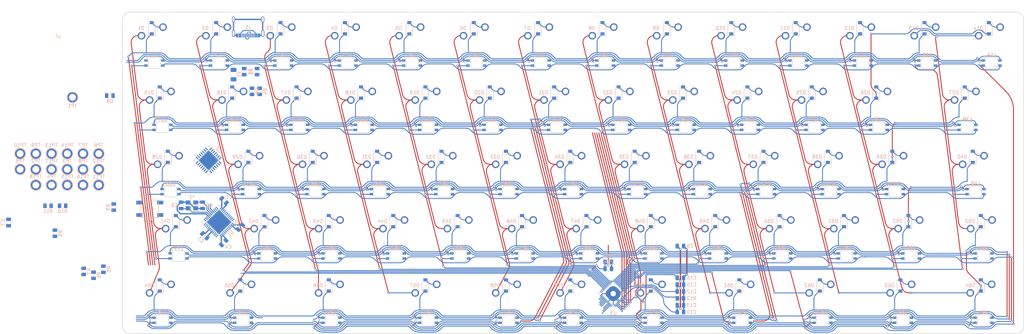
<source format=kicad_pcb>
(kicad_pcb (version 20211014) (generator pcbnew)
  (layers (0 "F.Cu" signal) (31 "B.Cu" signal) (34 "B.Paste" user) (35 "F.Paste" user) (36 "B.SilkS" user "B.Silkscreen") (37 "F.SilkS" user "F.Silkscreen") (38 "B.Mask" user) (39 "F.Mask" user) (44 "Edge.Cuts" user))
  (net 0 "")
  (net 1 "GND")
  (net 2 "+5V")
  (net 3 "Net-(C5-Pad2)")
  (net 4 "Net-(C6-Pad2)")
  (net 5 "Net-(C7-Pad1)")
  (net 6 "Net-(R9-Pad2)")
  (net 7 "Net-(D1-Pad2)")
  (net 8 "row0")
  (net 9 "Net-(D2-Pad2)")
  (net 10 "Net-(D3-Pad2)")
  (net 11 "Net-(D4-Pad2)")
  (net 12 "Net-(D5-Pad2)")
  (net 13 "Net-(D6-Pad2)")
  (net 14 "Net-(D7-Pad2)")
  (net 15 "Net-(D8-Pad2)")
  (net 16 "Net-(D9-Pad2)")
  (net 17 "Net-(D10-Pad2)")
  (net 18 "Net-(D11-Pad2)")
  (net 19 "Net-(D12-Pad2)")
  (net 20 "Net-(D13-Pad2)")
  (net 21 "Net-(D14-Pad2)")
  (net 22 "row1")
  (net 23 "Net-(D15-Pad2)")
  (net 24 "Net-(D16-Pad2)")
  (net 25 "Net-(D17-Pad2)")
  (net 26 "Net-(D18-Pad2)")
  (net 27 "Net-(D19-Pad2)")
  (net 28 "Net-(D20-Pad2)")
  (net 29 "Net-(D21-Pad2)")
  (net 30 "Net-(D22-Pad2)")
  (net 31 "Net-(D23-Pad2)")
  (net 32 "Net-(D24-Pad2)")
  (net 33 "Net-(D25-Pad2)")
  (net 34 "Net-(D26-Pad2)")
  (net 35 "Net-(D27-Pad2)")
  (net 36 "row2")
  (net 37 "Net-(D28-Pad2)")
  (net 38 "Net-(D29-Pad2)")
  (net 39 "Net-(D30-Pad2)")
  (net 40 "Net-(D31-Pad2)")
  (net 41 "Net-(D32-Pad2)")
  (net 42 "Net-(D33-Pad2)")
  (net 43 "Net-(D34-Pad2)")
  (net 44 "Net-(D35-Pad2)")
  (net 45 "Net-(D36-Pad2)")
  (net 46 "Net-(D37-Pad2)")
  (net 47 "Net-(D38-Pad2)")
  (net 48 "Net-(D39-Pad2)")
  (net 49 "Net-(D40-Pad2)")
  (net 50 "row3")
  (net 51 "Net-(D41-Pad2)")
  (net 52 "Net-(D42-Pad2)")
  (net 53 "Net-(D43-Pad2)")
  (net 54 "Net-(D44-Pad2)")
  (net 55 "Net-(D45-Pad2)")
  (net 56 "Net-(D46-Pad2)")
  (net 57 "Net-(D47-Pad2)")
  (net 58 "Net-(D48-Pad2)")
  (net 59 "Net-(D49-Pad2)")
  (net 60 "Net-(D50-Pad2)")
  (net 61 "Net-(D51-Pad2)")
  (net 62 "Net-(D52-Pad2)")
  (net 63 "Net-(D53-Pad2)")
  (net 64 "row4")
  (net 65 "Net-(D54-Pad2)")
  (net 66 "Net-(D55-Pad2)")
  (net 67 "Net-(D56-Pad2)")
  (net 68 "Net-(D58-Pad2)")
  (net 69 "Net-(D59-Pad2)")
  (net 70 "Net-(D60-Pad2)")
  (net 71 "Net-(D61-Pad2)")
  (net 72 "Net-(D62-Pad2)")
  (net 73 "Net-(D63-Pad2)")
  (net 74 "Net-(D64-Pad2)")
  (net 75 "VCC")
  (net 76 "D+")
  (net 77 "Net-(J1-PadB5)")
  (net 78 "D-")
  (net 79 "Net-(J1-PadA5)")
  (net 81 "SW1")
  (net 82 "SW2")
  (net 83 "SW3")
  (net 84 "CS1")
  (net 85 "CS2")
  (net 86 "CS3")
  (net 87 "CS4")
  (net 88 "CS5")
  (net 89 "CS6")
  (net 90 "CS7")
  (net 91 "CS8")
  (net 92 "CS9")
  (net 93 "CS10")
  (net 94 "CS11")
  (net 95 "CS12")
  (net 96 "CS13")
  (net 97 "CS14")
  (net 98 "CS15")
  (net 99 "CS16")
  (net 100 "SW4")
  (net 101 "SW5")
  (net 102 "SW6")
  (net 103 "SW7")
  (net 104 "SW8")
  (net 105 "SW9")
  (net 106 "SW10")
  (net 107 "SW11")
  (net 108 "SW12")
  (net 109 "col0")
  (net 110 "col1")
  (net 111 "col2")
  (net 112 "col3")
  (net 113 "col4")
  (net 114 "col5")
  (net 115 "col6")
  (net 116 "col7")
  (net 117 "col8")
  (net 118 "col9")
  (net 119 "col10")
  (net 120 "col11")
  (net 121 "col12")
  (net 122 "Net-(R3-Pad1)")
  (net 123 "Net-(R4-Pad1)")
  (net 124 "INTB")
  (net 125 "SCL")
  (net 126 "SDA")
  (net 127 "Net-(R8-Pad1)")
  (net 128 "IICRST")
  (net 129 "SDB")
  (net 130 "Net-(R12-Pad1)")
  (net 131 "Net-(D57-Pad2)")
  (footprint "MX_Only:MXOnly-1U-NoLED" (layer "F.Cu") (at 24.60625 51.59375)
    (fp_text reference "MX1")
    (fp_text value "MX-NoLED")
  )
  (footprint "MX_Only:MXOnly-1U-NoLED" (layer "F.Cu") (at 43.65625 51.59375)
    (fp_text reference "MX2")
    (fp_text value "MX-NoLED")
  )
  (footprint "MX_Only:MXOnly-1U-NoLED" (layer "F.Cu") (at 81.75625 51.59375)
    (fp_text reference "MX4")
    (fp_text value "MX-NoLED")
  )
  (footprint "MX_Only:MXOnly-1U-NoLED" (layer "F.Cu") (at 196.05625 51.59375)
    (fp_text reference "MX10")
    (fp_text value "MX-NoLED")
  )
  (footprint "MX_Only:MXOnly-1U-NoLED" (layer "F.Cu") (at 215.10625 51.59375)
    (fp_text reference "MX11")
    (fp_text value "MX-NoLED")
  )
  (footprint "MX_Only:MXOnly-1U-NoLED" (layer "F.Cu") (at 234.15625 51.59375)
    (fp_text reference "MX12")
    (fp_text value "MX-NoLED")
  )
  (footprint "MX_Only:MXOnly-1U-NoLED" (layer "F.Cu") (at 253.20625 51.59375)
    (fp_text reference "MX13")
    (fp_text value "MX-NoLED")
  )
  (footprint "MX_Only:MXOnly-1U-NoLED" (layer "F.Cu") (at 272.25625 51.59375)
    (fp_text reference "MX14")
    (fp_text value "MX-NoLED")
  )
  (footprint "MX_Only:MXOnly-1.25U-NoLED" (layer "F.Cu") (at 26.9875 70.64375)
    (fp_text reference "MX15")
    (fp_text value "MX-NoLED")
  )
  (footprint "MX_Only:MXOnly-1U-NoLED" (layer "F.Cu") (at 48.41875 70.64375)
    (fp_text reference "MX16")
    (fp_text value "MX-NoLED")
  )
  (footprint "MX_Only:MXOnly-1U-NoLED" (layer "F.Cu") (at 67.46875 70.64375)
    (fp_text reference "MX17")
    (fp_text value "MX-NoLED")
  )
  (footprint "MX_Only:MXOnly-1U-NoLED" (layer "F.Cu") (at 86.51875 70.64375)
    (fp_text reference "MX18")
    (fp_text value "MX-NoLED")
  )
  (footprint "MX_Only:MXOnly-1U-NoLED" (layer "F.Cu") (at 105.56875 70.64375)
    (fp_text reference "MX19")
    (fp_text value "MX-NoLED")
  )
  (footprint "MX_Only:MXOnly-1U-NoLED" (layer "F.Cu") (at 124.61875 70.64375)
    (fp_text reference "MX20")
    (fp_text value "MX-NoLED")
  )
  (footprint "MX_Only:MXOnly-1U-NoLED" (layer "F.Cu") (at 219.86875 70.64375)
    (fp_text reference "MX25")
    (fp_text value "MX-NoLED")
  )
  (footprint "MX_Only:MXOnly-1U-NoLED" (layer "F.Cu") (at 238.91875 70.64375)
    (fp_text reference "MX26")
    (fp_text value "MX-NoLED")
  )
  (footprint "MX_Only:MXOnly-1.5U-NoLED" (layer "F.Cu") (at 29.36875 89.69375)
    (fp_text reference "MX28")
    (fp_text value "MX-NoLED")
  )
  (footprint "MX_Only:MXOnly-1U-NoLED" (layer "F.Cu") (at 53.18125 89.69375)
    (fp_text reference "MX29")
    (fp_text value "MX-NoLED")
  )
  (footprint "MX_Only:MXOnly-1U-NoLED" (layer "F.Cu") (at 205.58125 89.69375)
    (fp_text reference "MX37")
    (fp_text value "MX-NoLED")
  )
  (footprint "MX_Only:MXOnly-1U-NoLED" (layer "F.Cu") (at 224.63125 89.69375)
    (fp_text reference "MX38")
    (fp_text value "MX-NoLED")
  )
  (footprint "MX_Only:MXOnly-1U-NoLED" (layer "F.Cu") (at 243.68125 89.69375)
    (fp_text reference "MX39")
    (fp_text value "MX-NoLED")
  )
  (footprint "MX_Only:MXOnly-1.5U-NoLED" (layer "F.Cu") (at 267.49375 89.69375)
    (fp_text reference "MX40")
    (fp_text value "MX-NoLED")
  )
  (footprint "MX_Only:MXOnly-1.75U-NoLED" (layer "F.Cu") (at 31.75 108.74375)
    (fp_text reference "MX41")
    (fp_text value "MX-NoLED")
  )
  (footprint "MX_Only:MXOnly-1U-NoLED" (layer "F.Cu") (at 57.94375 108.74375)
    (fp_text reference "MX42")
    (fp_text value "MX-NoLED")
  )
  (footprint "MX_Only:MXOnly-1U-NoLED" (layer "F.Cu") (at 76.99375 108.74375)
    (fp_text reference "MX43")
    (fp_text value "MX-NoLED")
  )
  (footprint "MX_Only:MXOnly-1U-NoLED" (layer "F.Cu") (at 96.04375 108.74375)
    (fp_text reference "MX44")
    (fp_text value "MX-NoLED")
  )
  (footprint "MX_Only:MXOnly-1U-NoLED" (layer "F.Cu") (at 115.09375 108.74375)
    (fp_text reference "MX45")
    (fp_text value "MX-NoLED")
  )
  (footprint "MX_Only:MXOnly-1U-NoLED" (layer "F.Cu") (at 134.14375 108.74375)
    (fp_text reference "MX46")
    (fp_text value "MX-NoLED")
  )
  (footprint "MX_Only:MXOnly-1U-NoLED" (layer "F.Cu") (at 153.19375 108.74375)
    (fp_text reference "MX47")
    (fp_text value "MX-NoLED")
  )
  (footprint "MX_Only:MXOnly-1U-NoLED" (layer "F.Cu") (at 172.24375 108.74375)
    (fp_text reference "MX48")
    (fp_text value "MX-NoLED")
  )
  (footprint "MX_Only:MXOnly-1U-NoLED" (layer "F.Cu") (at 191.29375 108.74375)
    (fp_text reference "MX49")
    (fp_text value "MX-NoLED")
  )
  (footprint "MX_Only:MXOnly-1U-NoLED" (layer "F.Cu") (at 210.34375 108.74375)
    (fp_text reference "MX50")
    (fp_text value "MX-NoLED")
  )
  (footprint "MX_Only:MXOnly-1U-NoLED" (layer "F.Cu") (at 229.39375 108.74375)
    (fp_text reference "MX51")
    (fp_text value "MX-NoLED")
  )
  (footprint "MX_Only:MXOnly-1U-NoLED" (layer "F.Cu") (at 248.44375 108.74375)
    (fp_text reference "MX52")
    (fp_text value "MX-NoLED")
  )
  (footprint "MX_Only:MXOnly-1.25U-NoLED" (layer "F.Cu") (at 26.9875 127.79375)
    (fp_text reference "MX54")
    (fp_text value "MX-NoLED")
  )
  (footprint "MX_Only:MXOnly-1.25U-NoLED" (layer "F.Cu") (at 50.8 127.79375)
    (fp_text reference "MX55")
    (fp_text value "MX-NoLED")
  )
  (footprint "MX_Only:MXOnly-1.5U-NoLED" (layer "F.Cu") (at 76.99375 127.79375)
    (fp_text reference "MX56")
    (fp_text value "MX-NoLED")
  )
  (footprint "MX_Only:MXOnly-1.5U-NoLED" (layer "F.Cu") (at 105.56875 127.79375)
    (fp_text reference "MX57")
    (fp_text value "MX-NoLED")
  )
  (footprint "MX_Only:MXOnly-1U-NoLED" (layer "F.Cu") (at 129.38125 127.79375)
    (fp_text reference "MX58")
    (fp_text value "MX-NoLED")
  )
  (footprint "MX_Only:MXOnly-1U-NoLED" (layer "F.Cu") (at 148.43125 127.79375)
    (fp_text reference "MX59")
    (fp_text value "MX-NoLED")
  )
  (footprint "MX_Only:MXOnly-1.5U-NoLED" (layer "F.Cu") (at 172.24375 127.79375)
    (fp_text reference "MX60")
    (fp_text value "MX-NoLED")
  )
  (footprint "MX_Only:MXOnly-1.25U-NoLED" (layer "F.Cu") (at 198.4375 127.79375)
    (fp_text reference "MX61")
    (fp_text value "MX-NoLED")
  )
  (footprint "MX_Only:MXOnly-1.25U-NoLED" (layer "F.Cu") (at 222.123 127.79375)
    (fp_text reference "MX62")
    (fp_text value "MX-NoLED")
  )
  (footprint "MX_Only:MXOnly-1.25U-NoLED" (layer "F.Cu") (at 246.0625 127.79375)
    (fp_text reference "MX63")
    (fp_text value "MX-NoLED")
  )
  (footprint "MX_Only:MXOnly-1.25U-NoLED" (layer "F.Cu") (at 269.76168 127.79375)
    (fp_text reference "MX64")
    (fp_text value "MX-NoLED")
  )
  (footprint "MX_Only:MXOnly-1U-NoLED" (layer "F.Cu") (at 72.23125 89.69375)
    (fp_text reference "MX30")
    (fp_text value "MX-NoLED")
  )
  (footprint "MX_Only:MXOnly-1U-NoLED" (layer "F.Cu") (at 186.53125 89.69375)
    (fp_text reference "MX36")
    (fp_text value "MX-NoLED")
  )
  (footprint "MX_Only:MXOnly-1U-NoLED" (layer "F.Cu") (at 167.48125 89.69375)
    (fp_text reference "MX35")
    (fp_text value "MX-NoLED")
  )
  (footprint "MX_Only:MXOnly-1U-NoLED" (layer "F.Cu") (at 148.43125 89.69375)
    (fp_text reference "MX34")
    (fp_text value "MX-NoLED")
  )
  (footprint "MX_Only:MXOnly-1U-NoLED" (layer "F.Cu") (at 129.38125 89.69375)
    (fp_text reference "MX33")
    (fp_text value "MX-NoLED")
  )
  (footprint "MX_Only:MXOnly-1U-NoLED" (layer "F.Cu") (at 110.33125 89.69375)
    (fp_text reference "MX32")
    (fp_text value "MX-NoLED")
  )
  (footprint "MX_Only:MXOnly-1U-NoLED" (layer "F.Cu") (at 91.28125 89.69375)
    (fp_text reference "MX31")
    (fp_text value "MX-NoLED")
  )
  (footprint "MX_Only:MXOnly-1U-NoLED" (layer "F.Cu") (at 181.76875 70.64375)
    (fp_text reference "MX23")
    (fp_text value "MX-NoLED")
  )
  (footprint "MX_Only:MXOnly-1U-NoLED" (layer "F.Cu") (at 162.71875 70.64375)
    (fp_text reference "MX22")
    (fp_text value "MX-NoLED")
  )
  (footprint "MX_Only:MXOnly-1U-NoLED" (layer "F.Cu") (at 143.66875 70.64375)
    (fp_text reference "MX21")
    (fp_text value "MX-NoLED")
  )
  (footprint "MX_Only:MXOnly-1U-NoLED" (layer "F.Cu") (at 100.80625 51.59375)
    (fp_text reference "MX5")
    (fp_text value "MX-NoLED")
  )
  (footprint "MX_Only:MXOnly-1U-NoLED" (layer "F.Cu") (at 177.00625 51.59375)
    (fp_text reference "MX9")
    (fp_text value "MX-NoLED")
  )
  (footprint "MX_Only:MXOnly-1U-NoLED" (layer "F.Cu") (at 200.81875 70.64375)
    (fp_text reference "MX24")
    (fp_text value "MX-NoLED")
  )
  (footprint "MX_Only:MXOnly-1U-NoLED" (layer "F.Cu") (at 138.90625 51.59375)
    (fp_text reference "MX7")
    (fp_text value "MX-NoLED")
  )
  (footprint "MX_Only:MXOnly-1U-NoLED" (layer "F.Cu") (at 119.85625 51.59375)
    (fp_text reference "MX6")
    (fp_text value "MX-NoLED")
  )
  (footprint "MX_Only:MXOnly-1U-NoLED" (layer "F.Cu") (at 157.95625 51.59375)
    (fp_text reference "MX8")
    (fp_text value "MX-NoLED")
  )
  (footprint "MX_Only:MXOnly-1.25U-NoLED" (layer "F.Cu") (at 269.875 108.74375)
    (fp_text reference "MX53")
    (fp_text value "MX-NoLED")
  )
  (footprint "MX_Only:MXOnly-1U-NoLED" (layer "F.Cu") (at 62.70625 51.59375)
    (fp_text reference "MX3")
    (fp_text value "MX-NoLED")
  )
  (footprint "MX_Only:MXOnly-1.75U-NoLED" (layer "F.Cu") (at 265.1125 70.64375)
    (fp_text reference "MX27")
    (fp_text value "MX-NoLED")
  )
  (footprint "Capacitor_SMD:C_0805_2012Metric" (layer "B.Cu") (at 45.212 97.917 135)
    (fp_text reference "C1")
    (fp_text value "0.1uF")
  )
  (footprint "Capacitor_SMD:C_0805_2012Metric" (layer "B.Cu") (at 50.038 105.791 -135)
    (fp_text reference "C2")
    (fp_text value "0.1uF")
  )
  (footprint "Capacitor_SMD:C_0805_2012Metric" (layer "B.Cu") (at 39.497 108.331 -45)
    (fp_text reference "C3")
    (fp_text value "0.1uF")
  )
  (footprint "Capacitor_SMD:C_0805_2012Metric" (layer "B.Cu") (at 45.085 110.363 45)
    (fp_text reference "C4")
    (fp_text value "10uF")
  )
  (footprint "Capacitor_SMD:C_0805_2012Metric" (layer "B.Cu") (at 38.862 99.314 90)
    (fp_text reference "C5")
    (fp_text value "22pF")
  )
  (footprint "Capacitor_SMD:C_0805_2012Metric" (layer "B.Cu") (at 32.512 99.314 -90)
    (fp_text reference "C6")
    (fp_text value "22pF")
  )
  (footprint "Capacitor_SMD:C_0805_2012Metric" (layer "B.Cu") (at -18.542 104.394 -90)
    (fp_text reference "C7")
    (fp_text value "1uF")
  )
  (footprint "Capacitor_SMD:C_0805_2012Metric" (layer "B.Cu") (at 11.43 66.802)
    (fp_text reference "C8")
    (fp_text value "1uF")
  )
  (footprint "Capacitor_SMD:C_0805_2012Metric" (layer "B.Cu") (at 180.213 111.379)
    (fp_text reference "C9")
    (fp_text value "22uF")
  )
  (footprint "Capacitor_SMD:C_0805_2012Metric" (layer "B.Cu") (at 180.213 130.937 180)
    (fp_text reference "C10")
    (fp_text value "0.47uF")
  )
  (footprint "Capacitor_SMD:C_0805_2012Metric" (layer "B.Cu") (at 158.877 118.11 180)
    (fp_text reference "C11")
    (fp_text value "0.47uF")
  )
  (footprint "Capacitor_SMD:C_0805_2012Metric" (layer "B.Cu") (at 180.213 124.841 180)
    (fp_text reference "C12")
    (fp_text value "0.47uF")
  )
  (footprint "Capacitor_SMD:C_0805_2012Metric" (layer "B.Cu") (at 180.213 128.905 180)
    (fp_text reference "C13")
    (fp_text value "0.1uF")
  )
  (footprint "Capacitor_SMD:C_0805_2012Metric" (layer "B.Cu") (at 158.877 116.078 180)
    (fp_text reference "C14")
    (fp_text value "0.1uF")
  )
  (footprint "Capacitor_SMD:C_0805_2012Metric" (layer "B.Cu") (at 180.213 120.777)
    (fp_text reference "C16")
    (fp_text value "0.47uF")
  )
  (footprint "Diode_SMD:D_SOD-123" (layer "B.Cu") (at 42.8625 46.83125 90)
    (fp_text reference "D2")
    (fp_text value "SOD123")
  )
  (footprint "Diode_SMD:D_SOD-123" (layer "B.Cu") (at 61.9125 46.83125 90)
    (fp_text reference "D3")
    (fp_text value "SOD123")
  )
  (footprint "Diode_SMD:D_SOD-123" (layer "B.Cu") (at 80.9625 46.83125 90)
    (fp_text reference "D4")
    (fp_text value "SOD123")
  )
  (footprint "Diode_SMD:D_SOD-123" (layer "B.Cu") (at 100.0125 46.83125 90)
    (fp_text reference "D5")
    (fp_text value "SOD123")
  )
  (footprint "Diode_SMD:D_SOD-123" (layer "B.Cu") (at 119.0625 46.83125 90)
    (fp_text reference "D6")
    (fp_text value "SOD123")
  )
  (footprint "Diode_SMD:D_SOD-123" (layer "B.Cu") (at 138.1125 46.83125 90)
    (fp_text reference "D7")
    (fp_text value "SOD123")
  )
  (footprint "Diode_SMD:D_SOD-123" (layer "B.Cu") (at 157.1625 46.83125 90)
    (fp_text reference "D8")
    (fp_text value "SOD123")
  )
  (footprint "Diode_SMD:D_SOD-123" (layer "B.Cu") (at 176.2125 46.83125 90)
    (fp_text reference "D9")
    (fp_text value "SOD123")
  )
  (footprint "Diode_SMD:D_SOD-123" (layer "B.Cu") (at 195.2625 46.83125 90)
    (fp_text reference "D10")
    (fp_text value "SOD123")
  )
  (footprint "Diode_SMD:D_SOD-123" (layer "B.Cu") (at 214.3125 46.83125 90)
    (fp_text reference "D11")
    (fp_text value "SOD123")
  )
  (footprint "Diode_SMD:D_SOD-123" (layer "B.Cu") (at 233.3625 46.83125 90)
    (fp_text reference "D12")
    (fp_text value "SOD123")
  )
  (footprint "Diode_SMD:D_SOD-123" (layer "B.Cu") (at 252.4125 46.83125 90)
    (fp_text reference "D13")
    (fp_text value "SOD123")
  )
  (footprint "Diode_SMD:D_SOD-123" (layer "B.Cu") (at 26.19375 65.88125 90)
    (fp_text reference "D15")
    (fp_text value "SOD123")
  )
  (footprint "Diode_SMD:D_SOD-123" (layer "B.Cu") (at 47.625 65.88125 90)
    (fp_text reference "D16")
    (fp_text value "SOD123")
  )
  (footprint "Diode_SMD:D_SOD-123" (layer "B.Cu") (at 66.675 65.88125 90)
    (fp_text reference "D17")
    (fp_text value "SOD123")
  )
  (footprint "Diode_SMD:D_SOD-123" (layer "B.Cu") (at 85.725 65.88125 90)
    (fp_text reference "D18")
    (fp_text value "SOD123")
  )
  (footprint "Diode_SMD:D_SOD-123" (layer "B.Cu") (at 104.775 65.88125 90)
    (fp_text reference "D19")
    (fp_text value "SOD123")
  )
  (footprint "Diode_SMD:D_SOD-123" (layer "B.Cu") (at 123.825 65.88125 90)
    (fp_text reference "D20")
    (fp_text value "SOD123")
  )
  (footprint "Diode_SMD:D_SOD-123" (layer "B.Cu") (at 142.875 65.88125 90)
    (fp_text reference "D21")
    (fp_text value "SOD123")
  )
  (footprint "Diode_SMD:D_SOD-123" (layer "B.Cu") (at 161.925 65.88125 90)
    (fp_text reference "D22")
    (fp_text value "SOD123")
  )
  (footprint "Diode_SMD:D_SOD-123" (layer "B.Cu") (at 180.975 65.88125 90)
    (fp_text reference "D23")
    (fp_text value "SOD123")
  )
  (footprint "Diode_SMD:D_SOD-123" (layer "B.Cu") (at 200.025 65.88125 90)
    (fp_text reference "D24")
    (fp_text value "SOD123")
  )
  (footprint "Diode_SMD:D_SOD-123" (layer "B.Cu") (at 219.075 65.88125 90)
    (fp_text reference "D25")
    (fp_text value "SOD123")
  )
  (footprint "Diode_SMD:D_SOD-123" (layer "B.Cu") (at 238.125 65.88125 90)
    (fp_text reference "D26")
    (fp_text value "SOD123")
  )
  (footprint "Diode_SMD:D_SOD-123" (layer "B.Cu") (at 271.4625 46.83125 90)
    (fp_text reference "D14")
    (fp_text value "SOD123")
  )
  (footprint "Diode_SMD:D_SOD-123" (layer "B.Cu") (at 28.575 84.93125 90)
    (fp_text reference "D28")
    (fp_text value "SOD123")
  )
  (footprint "Diode_SMD:D_SOD-123" (layer "B.Cu") (at 52.3875 84.93125 90)
    (fp_text reference "D29")
    (fp_text value "SOD123")
  )
  (footprint "Diode_SMD:D_SOD-123" (layer "B.Cu") (at 71.4375 84.93125 90)
    (fp_text reference "D30")
    (fp_text value "SOD123")
  )
  (footprint "Diode_SMD:D_SOD-123" (layer "B.Cu") (at 90.4875 84.93125 90)
    (fp_text reference "D31")
    (fp_text value "SOD123")
  )
  (footprint "Diode_SMD:D_SOD-123" (layer "B.Cu") (at 109.5375 84.93125 90)
    (fp_text reference "D32")
    (fp_text value "SOD123")
  )
  (footprint "Diode_SMD:D_SOD-123" (layer "B.Cu") (at 128.5875 84.93125 90)
    (fp_text reference "D33")
    (fp_text value "SOD123")
  )
  (footprint "Diode_SMD:D_SOD-123" (layer "B.Cu") (at 147.6375 84.93125 90)
    (fp_text reference "D34")
    (fp_text value "SOD123")
  )
  (footprint "Diode_SMD:D_SOD-123" (layer "B.Cu") (at 166.6875 84.93125 90)
    (fp_text reference "D35")
    (fp_text value "SOD123")
  )
  (footprint "Diode_SMD:D_SOD-123" (layer "B.Cu") (at 185.7375 84.93125 90)
    (fp_text reference "D36")
    (fp_text value "SOD123")
  )
  (footprint "Diode_SMD:D_SOD-123" (layer "B.Cu") (at 204.7875 84.93125 90)
    (fp_text reference "D37")
    (fp_text value "SOD123")
  )
  (footprint "Diode_SMD:D_SOD-123" (layer "B.Cu") (at 223.8375 84.93125 90)
    (fp_text reference "D38")
    (fp_text value "SOD123")
  )
  (footprint "Diode_SMD:D_SOD-123" (layer "B.Cu") (at 242.8875 84.93125 90)
    (fp_text reference "D39")
    (fp_text value "SOD123")
  )
  (footprint "Diode_SMD:D_SOD-123" (layer "B.Cu") (at 264.31875 65.88125 90)
    (fp_text reference "D27")
    (fp_text value "SOD123")
  )
  (footprint "Diode_SMD:D_SOD-123" (layer "B.Cu") (at 30.95625 103.98125 90)
    (fp_text reference "D41")
    (fp_text value "SOD123")
  )
  (footprint "Diode_SMD:D_SOD-123" (layer "B.Cu") (at 57.15 103.98125 90)
    (fp_text reference "D42")
    (fp_text value "SOD123")
  )
  (footprint "Diode_SMD:D_SOD-123" (layer "B.Cu") (at 76.2 103.98125 90)
    (fp_text reference "D43")
    (fp_text value "SOD123")
  )
  (footprint "Diode_SMD:D_SOD-123" (layer "B.Cu") (at 95.25 103.98125 90)
    (fp_text reference "D44")
    (fp_text value "SOD123")
  )
  (footprint "Diode_SMD:D_SOD-123" (layer "B.Cu") (at 114.3 103.98125 90)
    (fp_text reference "D45")
    (fp_text value "SOD123")
  )
  (footprint "Diode_SMD:D_SOD-123" (layer "B.Cu") (at 133.35 103.98125 90)
    (fp_text reference "D46")
    (fp_text value "SOD123")
  )
  (footprint "Diode_SMD:D_SOD-123" (layer "B.Cu") (at 152.4 103.98125 90)
    (fp_text reference "D47")
    (fp_text value "SOD123")
  )
  (footprint "Diode_SMD:D_SOD-123" (layer "B.Cu") (at 171.45 103.98125 90)
    (fp_text reference "D48")
    (fp_text value "SOD123")
  )
  (footprint "Diode_SMD:D_SOD-123" (layer "B.Cu") (at 190.5 103.98125 90)
    (fp_text reference "D49")
    (fp_text value "SOD123")
  )
  (footprint "Diode_SMD:D_SOD-123" (layer "B.Cu") (at 209.55 103.98125 90)
    (fp_text reference "D50")
    (fp_text value "SOD123")
  )
  (footprint "Diode_SMD:D_SOD-123" (layer "B.Cu") (at 228.6 103.98125 90)
    (fp_text reference "D51")
    (fp_text value "SOD123")
  )
  (footprint "Diode_SMD:D_SOD-123" (layer "B.Cu") (at 247.65 103.98125 90)
    (fp_text reference "D52")
    (fp_text value "SOD123")
  )
  (footprint "Diode_SMD:D_SOD-123" (layer "B.Cu") (at 266.7 84.93125 90)
    (fp_text reference "D40")
    (fp_text value "SOD123")
  )
  (footprint "Diode_SMD:D_SOD-123" (layer "B.Cu") (at 26.19375 123.03125 90)
    (fp_text reference "D54")
    (fp_text value "SOD123")
  )
  (footprint "Diode_SMD:D_SOD-123" (layer "B.Cu") (at 50.00625 123.03125 90)
    (fp_text reference "D55")
    (fp_text value "SOD123")
  )
  (footprint "Diode_SMD:D_SOD-123" (layer "B.Cu") (at 76.2 123.03125 90)
    (fp_text reference "D56")
    (fp_text value "SOD123")
  )
  (footprint "Diode_SMD:D_SOD-123" (layer "B.Cu") (at 104.775 123.03125 90)
    (fp_text reference "D57")
    (fp_text value "SOD123")
  )
  (footprint "Diode_SMD:D_SOD-123" (layer "B.Cu") (at 128.5875 123.03125 90)
    (fp_text reference "D58")
    (fp_text value "SOD123")
  )
  (footprint "Diode_SMD:D_SOD-123" (layer "B.Cu") (at 147.6375 123.03125 90)
    (fp_text reference "D59")
    (fp_text value "SOD123")
  )
  (footprint "Diode_SMD:D_SOD-123" (layer "B.Cu") (at 171.45 123.03125 90)
    (fp_text reference "D60")
    (fp_text value "SOD123")
  )
  (footprint "Diode_SMD:D_SOD-123" (layer "B.Cu") (at 197.64375 123.03125 90)
    (fp_text reference "D61")
    (fp_text value "SOD123")
  )
  (footprint "Diode_SMD:D_SOD-123" (layer "B.Cu") (at 221.45625 123.03125 90)
    (fp_text reference "D62")
    (fp_text value "SOD123")
  )
  (footprint "Diode_SMD:D_SOD-123" (layer "B.Cu") (at 245.26875 123.03125 90)
    (fp_text reference "D63")
    (fp_text value "SOD123")
  )
  (footprint "Diode_SMD:D_SOD-123" (layer "B.Cu") (at 269.08125 123.03125 90)
    (fp_text reference "D64")
    (fp_text value "SOD123")
  )
  (footprint "Diode_SMD:D_SOD-123" (layer "B.Cu") (at 269.08125 103.98125 90)
    (fp_text reference "D53")
    (fp_text value "SOD123")
  )
  (footprint "Fuse:Fuse_1206_3216Metric" (layer "B.Cu") (at 48.006 60.579 90)
    (fp_text reference "F1")
    (fp_text value "500mA")
  )
  (footprint "QBLP677R-RGB:RGB-REVERSE_MOUNT" (layer "B.Cu") (at 24.60625 57.15)
    (fp_text reference "L1")
    (fp_text value "QBLP677R-RGB")
    (fp_line (start -1.3 -1.6) (end 1.3 -1.6) (layer "Edge.Cuts") (width 0.15))
    (fp_line (start 1.3 1.6) (end -1.3 1.6) (layer "Edge.Cuts") (width 0.15))
    (fp_line (start -1.8 1.1) (end -1.8 -1.1) (layer "Edge.Cuts") (width 0.15))
    (fp_line (start 1.8 -1.1) (end 1.8 1.1) (layer "Edge.Cuts") (width 0.15))
    (fp_arc (start 1.3 -1.6) (mid 1.653553 -1.453553) (end 1.8 -1.1) (layer "Edge.Cuts") (width 0.15))
    (fp_arc (start 1.8 1.1) (mid 1.653553 1.453553) (end 1.3 1.6) (layer "Edge.Cuts") (width 0.15))
    (fp_arc (start -1.8 -1.1) (mid -1.653553 -1.453553) (end -1.3 -1.6) (layer "Edge.Cuts") (width 0.15))
    (fp_arc (start -1.3 1.6) (mid -1.653553 1.453553) (end -1.8 1.1) (layer "Edge.Cuts") (width 0.15))
  )
  (footprint "QBLP677R-RGB:RGB-REVERSE_MOUNT" (layer "B.Cu") (at 43.65625 57.15)
    (fp_text reference "L2")
    (fp_text value "QBLP677R-RGB")
    (fp_line (start 1.8 -1.1) (end 1.8 1.1) (layer "Edge.Cuts") (width 0.15))
    (fp_line (start -1.3 -1.6) (end 1.3 -1.6) (layer "Edge.Cuts") (width 0.15))
    (fp_line (start -1.8 1.1) (end -1.8 -1.1) (layer "Edge.Cuts") (width 0.15))
    (fp_line (start 1.3 1.6) (end -1.3 1.6) (layer "Edge.Cuts") (width 0.15))
    (fp_arc (start -1.3 1.6) (mid -1.653553 1.453553) (end -1.8 1.1) (layer "Edge.Cuts") (width 0.15))
    (fp_arc (start -1.8 -1.1) (mid -1.653553 -1.453553) (end -1.3 -1.6) (layer "Edge.Cuts") (width 0.15))
    (fp_arc (start 1.3 -1.6) (mid 1.653553 -1.453553) (end 1.8 -1.1) (layer "Edge.Cuts") (width 0.15))
    (fp_arc (start 1.8 1.1) (mid 1.653553 1.453553) (end 1.3 1.6) (layer "Edge.Cuts") (width 0.15))
  )
  (footprint "QBLP677R-RGB:RGB-REVERSE_MOUNT" (layer "B.Cu") (at 62.70625 57.15)
    (fp_text reference "L3")
    (fp_text value "QBLP677R-RGB")
    (fp_line (start -1.3 -1.6) (end 1.3 -1.6) (layer "Edge.Cuts") (width 0.15))
    (fp_line (start -1.8 1.1) (end -1.8 -1.1) (layer "Edge.Cuts") (width 0.15))
    (fp_line (start 1.3 1.6) (end -1.3 1.6) (layer "Edge.Cuts") (width 0.15))
    (fp_line (start 1.8 -1.1) (end 1.8 1.1) (layer "Edge.Cuts") (width 0.15))
    (fp_arc (start 1.8 1.1) (mid 1.653553 1.453553) (end 1.3 1.6) (layer "Edge.Cuts") (width 0.15))
    (fp_arc (start -1.3 1.6) (mid -1.653553 1.453553) (end -1.8 1.1) (layer "Edge.Cuts") (width 0.15))
    (fp_arc (start 1.3 -1.6) (mid 1.653553 -1.453553) (end 1.8 -1.1) (layer "Edge.Cuts") (width 0.15))
    (fp_arc (start -1.8 -1.1) (mid -1.653553 -1.453553) (end -1.3 -1.6) (layer "Edge.Cuts") (width 0.15))
  )
  (footprint "QBLP677R-RGB:RGB-REVERSE_MOUNT" (layer "B.Cu") (at 81.75625 57.15)
    (fp_text reference "L4")
    (fp_text value "QBLP677R-RGB")
    (fp_line (start 1.8 -1.1) (end 1.8 1.1) (layer "Edge.Cuts") (width 0.15))
    (fp_line (start -1.8 1.1) (end -1.8 -1.1) (layer "Edge.Cuts") (width 0.15))
    (fp_line (start -1.3 -1.6) (end 1.3 -1.6) (layer "Edge.Cuts") (width 0.15))
    (fp_line (start 1.3 1.6) (end -1.3 1.6) (layer "Edge.Cuts") (width 0.15))
    (fp_arc (start -1.8 -1.1) (mid -1.653553 -1.453553) (end -1.3 -1.6) (layer "Edge.Cuts") (width 0.15))
    (fp_arc (start 1.8 1.1) (mid 1.653553 1.453553) (end 1.3 1.6) (layer "Edge.Cuts") (width 0.15))
    (fp_arc (start 1.3 -1.6) (mid 1.653553 -1.453553) (end 1.8 -1.1) (layer "Edge.Cuts") (width 0.15))
    (fp_arc (start -1.3 1.6) (mid -1.653553 1.453553) (end -1.8 1.1) (layer "Edge.Cuts") (width 0.15))
  )
  (footprint "QBLP677R-RGB:RGB-REVERSE_MOUNT" (layer "B.Cu") (at 100.80625 57.15)
    (fp_text reference "L5")
    (fp_text value "QBLP677R-RGB")
    (fp_line (start 1.8 -1.1) (end 1.8 1.1) (layer "Edge.Cuts") (width 0.15))
    (fp_line (start -1.8 1.1) (end -1.8 -1.1) (layer "Edge.Cuts") (width 0.15))
    (fp_line (start -1.3 -1.6) (end 1.3 -1.6) (layer "Edge.Cuts") (width 0.15))
    (fp_line (start 1.3 1.6) (end -1.3 1.6) (layer "Edge.Cuts") (width 0.15))
    (fp_arc (start 1.8 1.1) (mid 1.653553 1.453553) (end 1.3 1.6) (layer "Edge.Cuts") (width 0.15))
    (fp_arc (start -1.8 -1.1) (mid -1.653553 -1.453553) (end -1.3 -1.6) (layer "Edge.Cuts") (width 0.15))
    (fp_arc (start -1.3 1.6) (mid -1.653553 1.453553) (end -1.8 1.1) (layer "Edge.Cuts") (width 0.15))
    (fp_arc (start 1.3 -1.6) (mid 1.653553 -1.453553) (end 1.8 -1.1) (layer "Edge.Cuts") (width 0.15))
  )
  (footprint "QBLP677R-RGB:RGB-REVERSE_MOUNT" (layer "B.Cu") (at 119.85625 57.15)
    (fp_text reference "L6")
    (fp_text value "QBLP677R-RGB")
    (fp_line (start -1.8 1.1) (end -1.8 -1.1) (layer "Edge.Cuts") (width 0.15))
    (fp_line (start -1.3 -1.6) (end 1.3 -1.6) (layer "Edge.Cuts") (width 0.15))
    (fp_line (start 1.8 -1.1) (end 1.8 1.1) (layer "Edge.Cuts") (width 0.15))
    (fp_line (start 1.3 1.6) (end -1.3 1.6) (layer "Edge.Cuts") (width 0.15))
    (fp_arc (start -1.3 1.6) (mid -1.653553 1.453553) (end -1.8 1.1) (layer "Edge.Cuts") (width 0.15))
    (fp_arc (start 1.8 1.1) (mid 1.653553 1.453553) (end 1.3 1.6) (layer "Edge.Cuts") (width 0.15))
    (fp_arc (start 1.3 -1.6) (mid 1.653553 -1.453553) (end 1.8 -1.1) (layer "Edge.Cuts") (width 0.15))
    (fp_arc (start -1.8 -1.1) (mid -1.653553 -1.453553) (end -1.3 -1.6) (layer "Edge.Cuts") (width 0.15))
  )
  (footprint "QBLP677R-RGB:RGB-REVERSE_MOUNT" (layer "B.Cu") (at 138.90625 57.15)
    (fp_text reference "L7")
    (fp_text value "QBLP677R-RGB")
    (fp_line (start 1.3 1.6) (end -1.3 1.6) (layer "Edge.Cuts") (width 0.15))
    (fp_line (start 1.8 -1.1) (end 1.8 1.1) (layer "Edge.Cuts") (width 0.15))
    (fp_line (start -1.8 1.1) (end -1.8 -1.1) (layer "Edge.Cuts") (width 0.15))
    (fp_line (start -1.3 -1.6) (end 1.3 -1.6) (layer "Edge.Cuts") (width 0.15))
    (fp_arc (start 1.8 1.1) (mid 1.653553 1.453553) (end 1.3 1.6) (layer "Edge.Cuts") (width 0.15))
    (fp_arc (start -1.8 -1.1) (mid -1.653553 -1.453553) (end -1.3 -1.6) (layer "Edge.Cuts") (width 0.15))
    (fp_arc (start -1.3 1.6) (mid -1.653553 1.453553) (end -1.8 1.1) (layer "Edge.Cuts") (width 0.15))
    (fp_arc (start 1.3 -1.6) (mid 1.653553 -1.453553) (end 1.8 -1.1) (layer "Edge.Cuts") (width 0.15))
  )
  (footprint "QBLP677R-RGB:RGB-REVERSE_MOUNT" (layer "B.Cu") (at 157.95625 57.15)
    (fp_text reference "L8")
    (fp_text value "QBLP677R-RGB")
    (fp_line (start 1.3 1.6) (end -1.3 1.6) (layer "Edge.Cuts") (width 0.15))
    (fp_line (start -1.8 1.1) (end -1.8 -1.1) (layer "Edge.Cuts") (width 0.15))
    (fp_line (start -1.3 -1.6) (end 1.3 -1.6) (layer "Edge.Cuts") (width 0.15))
    (fp_line (start 1.8 -1.1) (end 1.8 1.1) (layer "Edge.Cuts") (width 0.15))
    (fp_arc (start -1.3 1.6) (mid -1.653553 1.453553) (end -1.8 1.1) (layer "Edge.Cuts") (width 0.15))
    (fp_arc (start -1.8 -1.1) (mid -1.653553 -1.453553) (end -1.3 -1.6) (layer "Edge.Cuts") (width 0.15))
    (fp_arc (start 1.3 -1.6) (mid 1.653553 -1.453553) (end 1.8 -1.1) (layer "Edge.Cuts") (width 0.15))
    (fp_arc (start 1.8 1.1) (mid 1.653553 1.453553) (end 1.3 1.6) (layer "Edge.Cuts") (width 0.15))
  )
  (footprint "QBLP677R-RGB:RGB-REVERSE_MOUNT" (layer "B.Cu") (at 177.00625 57.15)
    (fp_text reference "L9")
    (fp_text value "QBLP677R-RGB")
    (fp_line (start 1.8 -1.1) (end 1.8 1.1) (layer "Edge.Cuts") (width 0.15))
    (fp_line (start 1.3 1.6) (end -1.3 1.6) (layer "Edge.Cuts") (width 0.15))
    (fp_line (start -1.8 1.1) (end -1.8 -1.1) (layer "Edge.Cuts") (width 0.15))
    (fp_line (start -1.3 -1.6) (end 1.3 -1.6) (layer "Edge.Cuts") (width 0.15))
    (fp_arc (start 1.3 -1.6) (mid 1.653553 -1.453553) (end 1.8 -1.1) (layer "Edge.Cuts") (width 0.15))
    (fp_arc (start -1.3 1.6) (mid -1.653553 1.453553) (end -1.8 1.1) (layer "Edge.Cuts") (width 0.15))
    (fp_arc (start -1.8 -1.1) (mid -1.653553 -1.453553) (end -1.3 -1.6) (layer "Edge.Cuts") (width 0.15))
    (fp_arc (start 1.8 1.1) (mid 1.653553 1.453553) (end 1.3 1.6) (layer "Edge.Cuts") (width 0.15))
  )
  (footprint "QBLP677R-RGB:RGB-REVERSE_MOUNT" (layer "B.Cu") (at 196.05625 57.15)
    (fp_text reference "L10")
    (fp_text value "QBLP677R-RGB")
    (fp_line (start -1.8 1.1) (end -1.8 -1.1) (layer "Edge.Cuts") (width 0.15))
    (fp_line (start 1.8 -1.1) (end 1.8 1.1) (layer "Edge.Cuts") (width 0.15))
    (fp_line (start 1.3 1.6) (end -1.3 1.6) (layer "Edge.Cuts") (width 0.15))
    (fp_line (start -1.3 -1.6) (end 1.3 -1.6) (layer "Edge.Cuts") (width 0.15))
    (fp_arc (start 1.8 1.1) (mid 1.653553 1.453553) (end 1.3 1.6) (layer "Edge.Cuts") (width 0.15))
    (fp_arc (start -1.8 -1.1) (mid -1.653553 -1.453553) (end -1.3 -1.6) (layer "Edge.Cuts") (width 0.15))
    (fp_arc (start 1.3 -1.6) (mid 1.653553 -1.453553) (end 1.8 -1.1) (layer "Edge.Cuts") (width 0.15))
    (fp_arc (start -1.3 1.6) (mid -1.653553 1.453553) (end -1.8 1.1) (layer "Edge.Cuts") (width 0.15))
  )
  (footprint "QBLP677R-RGB:RGB-REVERSE_MOUNT" (layer "B.Cu") (at 215.10625 57.15)
    (fp_text reference "L11")
    (fp_text value "QBLP677R-RGB")
    (fp_line (start 1.8 -1.1) (end 1.8 1.1) (layer "Edge.Cuts") (width 0.15))
    (fp_line (start -1.8 1.1) (end -1.8 -1.1) (layer "Edge.Cuts") (width 0.15))
    (fp_line (start 1.3 1.6) (end -1.3 1.6) (layer "Edge.Cuts") (width 0.15))
    (fp_line (start -1.3 -1.6) (end 1.3 -1.6) (layer "Edge.Cuts") (width 0.15))
    (fp_arc (start -1.8 -1.1) (mid -1.653553 -1.453553) (end -1.3 -1.6) (layer "Edge.Cuts") (width 0.15))
    (fp_arc (start 1.3 -1.6) (mid 1.653553 -1.453553) (end 1.8 -1.1) (layer "Edge.Cuts") (width 0.15))
    (fp_arc (start -1.3 1.6) (mid -1.653553 1.453553) (end -1.8 1.1) (layer "Edge.Cuts") (width 0.15))
    (fp_arc (start 1.8 1.1) (mid 1.653553 1.453553) (end 1.3 1.6) (layer "Edge.Cuts") (width 0.15))
  )
  (footprint "QBLP677R-RGB:RGB-REVERSE_MOUNT" (layer "B.Cu") (at 234.15625 57.15)
    (fp_text reference "L12")
    (fp_text value "QBLP677R-RGB")
    (fp_line (start -1.3 -1.6) (end 1.3 -1.6) (layer "Edge.Cuts") (width 0.15))
    (fp_line (start -1.8 1.1) (end -1.8 -1.1) (layer "Edge.Cuts") (width 0.15))
    (fp_line (start 1.3 1.6) (end -1.3 1.6) (layer "Edge.Cuts") (width 0.15))
    (fp_line (start 1.8 -1.1) (end 1.8 1.1) (layer "Edge.Cuts") (width 0.15))
    (fp_arc (start -1.8 -1.1) (mid -1.653553 -1.453553) (end -1.3 -1.6) (layer "Edge.Cuts") (width 0.15))
    (fp_arc (start 1.3 -1.6) (mid 1.653553 -1.453553) (end 1.8 -1.1) (layer "Edge.Cuts") (width 0.15))
    (fp_arc (start 1.8 1.1) (mid 1.653553 1.453553) (end 1.3 1.6) (layer "Edge.Cuts") (width 0.15))
    (fp_arc (start -1.3 1.6) (mid -1.653553 1.453553) (end -1.8 1.1) (layer "Edge.Cuts") (width 0.15))
  )
  (footprint "QBLP677R-RGB:RGB-REVERSE_MOUNT" (layer "B.Cu") (at 253.20625 57.15)
    (fp_text reference "L13")
    (fp_text value "QBLP677R-RGB")
    (fp_line (start 1.3 1.6) (end -1.3 1.6) (layer "Edge.Cuts") (width 0.15))
    (fp_line (start 1.8 -1.1) (end 1.8 1.1) (layer "Edge.Cuts") (width 0.15))
    (fp_line (start -1.8 1.1) (end -1.8 -1.1) (layer "Edge.Cuts") (width 0.15))
    (fp_line (start -1.3 -1.6) (end 1.3 -1.6) (layer "Edge.Cuts") (width 0.15))
    (fp_arc (start -1.3 1.6) (mid -1.653553 1.453553) (end -1.8 1.1) (layer "Edge.Cuts") (width 0.15))
    (fp_arc (start 1.3 -1.6) (mid 1.653553 -1.453553) (end 1.8 -1.1) (layer "Edge.Cuts") (width 0.15))
    (fp_arc (start -1.8 -1.1) (mid -1.653553 -1.453553) (end -1.3 -1.6) (layer "Edge.Cuts") (width 0.15))
    (fp_arc (start 1.8 1.1) (mid 1.653553 1.453553) (end 1.3 1.6) (layer "Edge.Cuts") (width 0.15))
  )
  (footprint "QBLP677R-RGB:RGB-REVERSE_MOUNT" (layer "B.Cu") (at 272.25625 57.15)
    (fp_text reference "L14")
    (fp_text value "QBLP677R-RGB")
    (fp_line (start -1.8 1.1) (end -1.8 -1.1) (layer "Edge.Cuts") (width 0.15))
    (fp_line (start 1.8 -1.1) (end 1.8 1.1) (layer "Edge.Cuts") (width 0.15))
    (fp_line (start 1.3 1.6) (end -1.3 1.6) (layer "Edge.Cuts") (width 0.15))
    (fp_line (start -1.3 -1.6) (end 1.3 -1.6) (layer "Edge.Cuts") (width 0.15))
    (fp_arc (start 1.8 1.1) (mid 1.653553 1.453553) (end 1.3 1.6) (layer "Edge.Cuts") (width 0.15))
    (fp_arc (start -1.8 -1.1) (mid -1.653553 -1.453553) (end -1.3 -1.6) (layer "Edge.Cuts") (width 0.15))
    (fp_arc (start -1.3 1.6) (mid -1.653553 1.453553) (end -1.8 1.1) (layer "Edge.Cuts") (width 0.15))
    (fp_arc (start 1.3 -1.6) (mid 1.653553 -1.453553) (end 1.8 -1.1) (layer "Edge.Cuts") (width 0.15))
  )
  (footprint "QBLP677R-RGB:RGB-REVERSE_MOUNT" (layer "B.Cu") (at 26.9875 133.35)
    (fp_text reference "L15")
    (fp_text value "QBLP677R-RGB")
    (fp_line (start 1.8 -1.1) (end 1.8 1.1) (layer "Edge.Cuts") (width 0.15))
    (fp_line (start 1.3 1.6) (end -1.3 1.6) (layer "Edge.Cuts") (width 0.15))
    (fp_line (start -1.3 -1.6) (end 1.3 -1.6) (layer "Edge.Cuts") (width 0.15))
    (fp_line (start -1.8 1.1) (end -1.8 -1.1) (layer "Edge.Cuts") (width 0.15))
    (fp_arc (start -1.3 1.6) (mid -1.653553 1.453553) (end -1.8 1.1) (layer "Edge.Cuts") (width 0.15))
    (fp_arc (start 1.3 -1.6) (mid 1.653553 -1.453553) (end 1.8 -1.1) (layer "Edge.Cuts") (width 0.15))
    (fp_arc (start 1.8 1.1) (mid 1.653553 1.453553) (end 1.3 1.6) (layer "Edge.Cuts") (width 0.15))
    (fp_arc (start -1.8 -1.1) (mid -1.653553 -1.453553) (end -1.3 -1.6) (layer "Edge.Cuts") (width 0.15))
  )
  (footprint "QBLP677R-RGB:RGB-REVERSE_MOUNT" (layer "B.Cu") (at 50.8 133.35)
    (fp_text reference "L16")
    (fp_text value "QBLP677R-RGB")
    (fp_line (start 1.8 -1.1) (end 1.8 1.1) (layer "Edge.Cuts") (width 0.15))
    (fp_line (start -1.3 -1.6) (end 1.3 -1.6) (layer "Edge.Cuts") (width 0.15))
    (fp_line (start -1.8 1.1) (end -1.8 -1.1) (layer "Edge.Cuts") (width 0.15))
    (fp_line (start 1.3 1.6) (end -1.3 1.6) (layer "Edge.Cuts") (width 0.15))
    (fp_arc (start 1.8 1.1) (mid 1.653553 1.453553) (end 1.3 1.6) (layer "Edge.Cuts") (width 0.15))
    (fp_arc (start 1.3 -1.6) (mid 1.653553 -1.453553) (end 1.8 -1.1) (layer "Edge.Cuts") (width 0.15))
    (fp_arc (start -1.3 1.6) (mid -1.653553 1.453553) (end -1.8 1.1) (layer "Edge.Cuts") (width 0.15))
    (fp_arc (start -1.8 -1.1) (mid -1.653553 -1.453553) (end -1.3 -1.6) (layer "Edge.Cuts") (width 0.15))
  )
  (footprint "QBLP677R-RGB:RGB-REVERSE_MOUNT" (layer "B.Cu") (at 48.41875 76.2)
    (fp_text reference "L18")
    (fp_text value "QBLP677R-RGB")
    (fp_line (start 1.8 -1.1) (end 1.8 1.1) (layer "Edge.Cuts") (width 0.15))
    (fp_line (start -1.8 1.1) (end -1.8 -1.1) (layer "Edge.Cuts") (width 0.15))
    (fp_line (start 1.3 1.6) (end -1.3 1.6) (layer "Edge.Cuts") (width 0.15))
    (fp_line (start -1.3 -1.6) (end 1.3 -1.6) (layer "Edge.Cuts") (width 0.15))
    (fp_arc (start -1.3 1.6) (mid -1.653553 1.453553) (end -1.8 1.1) (layer "Edge.Cuts") (width 0.15))
    (fp_arc (start 1.8 1.1) (mid 1.653553 1.453553) (end 1.3 1.6) (layer "Edge.Cuts") (width 0.15))
    (fp_arc (start -1.8 -1.1) (mid -1.653553 -1.453553) (end -1.3 -1.6) (layer "Edge.Cuts") (width 0.15))
    (fp_arc (start 1.3 -1.6) (mid 1.653553 -1.453553) (end 1.8 -1.1) (layer "Edge.Cuts") (width 0.15))
  )
  (footprint "QBLP677R-RGB:RGB-REVERSE_MOUNT" (layer "B.Cu") (at 67.46875 76.2)
    (fp_text reference "L19")
    (fp_text value "QBLP677R-RGB")
    (fp_line (start -1.8 1.1) (end -1.8 -1.1) (layer "Edge.Cuts") (width 0.15))
    (fp_line (start 1.8 -1.1) (end 1.8 1.1) (layer "Edge.Cuts") (width 0.15))
    (fp_line (start 1.3 1.6) (end -1.3 1.6) (layer "Edge.Cuts") (width 0.15))
    (fp_line (start -1.3 -1.6) (end 1.3 -1.6) (layer "Edge.Cuts") (width 0.15))
    (fp_arc (start -1.8 -1.1) (mid -1.653553 -1.453553) (end -1.3 -1.6) (layer "Edge.Cuts") (width 0.15))
    (fp_arc (start 1.8 1.1) (mid 1.653553 1.453553) (end 1.3 1.6) (layer "Edge.Cuts") (width 0.15))
    (fp_arc (start -1.3 1.6) (mid -1.653553 1.453553) (end -1.8 1.1) (layer "Edge.Cuts") (width 0.15))
    (fp_arc (start 1.3 -1.6) (mid 1.653553 -1.453553) (end 1.8 -1.1) (layer "Edge.Cuts") (width 0.15))
  )
  (footprint "QBLP677R-RGB:RGB-REVERSE_MOUNT" (layer "B.Cu") (at 86.51875 76.2)
    (fp_text reference "L20")
    (fp_text value "QBLP677R-RGB")
    (fp_line (start -1.3 -1.6) (end 1.3 -1.6) (layer "Edge.Cuts") (width 0.15))
    (fp_line (start -1.8 1.1) (end -1.8 -1.1) (layer "Edge.Cuts") (width 0.15))
    (fp_line (start 1.8 -1.1) (end 1.8 1.1) (layer "Edge.Cuts") (width 0.15))
    (fp_line (start 1.3 1.6) (end -1.3 1.6) (layer "Edge.Cuts") (width 0.15))
    (fp_arc (start -1.3 1.6) (mid -1.653553 1.453553) (end -1.8 1.1) (layer "Edge.Cuts") (width 0.15))
    (fp_arc (start 1.3 -1.6) (mid 1.653553 -1.453553) (end 1.8 -1.1) (layer "Edge.Cuts") (width 0.15))
    (fp_arc (start 1.8 1.1) (mid 1.653553 1.453553) (end 1.3 1.6) (layer "Edge.Cuts") (width 0.15))
    (fp_arc (start -1.8 -1.1) (mid -1.653553 -1.453553) (end -1.3 -1.6) (layer "Edge.Cuts") (width 0.15))
  )
  (footprint "QBLP677R-RGB:RGB-REVERSE_MOUNT" (layer "B.Cu") (at 105.56875 76.2)
    (fp_text reference "L21")
    (fp_text value "QBLP677R-RGB")
    (fp_line (start 1.8 -1.1) (end 1.8 1.1) (layer "Edge.Cuts") (width 0.15))
    (fp_line (start 1.3 1.6) (end -1.3 1.6) (layer "Edge.Cuts") (width 0.15))
    (fp_line (start -1.3 -1.6) (end 1.3 -1.6) (layer "Edge.Cuts") (width 0.15))
    (fp_line (start -1.8 1.1) (end -1.8 -1.1) (layer "Edge.Cuts") (width 0.15))
    (fp_arc (start -1.3 1.6) (mid -1.653553 1.453553) (end -1.8 1.1) (layer "Edge.Cuts") (width 0.15))
    (fp_arc (start 1.8 1.1) (mid 1.653553 1.453553) (end 1.3 1.6) (layer "Edge.Cuts") (width 0.15))
    (fp_arc (start -1.8 -1.1) (mid -1.653553 -1.453553) (end -1.3 -1.6) (layer "Edge.Cuts") (width 0.15))
    (fp_arc (start 1.3 -1.6) (mid 1.653553 -1.453553) (end 1.8 -1.1) (layer "Edge.Cuts") (width 0.15))
  )
  (footprint "QBLP677R-RGB:RGB-REVERSE_MOUNT" (layer "B.Cu") (at 124.61875 76.2)
    (fp_text reference "L22")
    (fp_text value "QBLP677R-RGB")
    (fp_line (start -1.3 -1.6) (end 1.3 -1.6) (layer "Edge.Cuts") (width 0.15))
    (fp_line (start -1.8 1.1) (end -1.8 -1.1) (layer "Edge.Cuts") (width 0.15))
    (fp_line (start 1.8 -1.1) (end 1.8 1.1) (layer "Edge.Cuts") (width 0.15))
    (fp_line (start 1.3 1.6) (end -1.3 1.6) (layer "Edge.Cuts") (width 0.15))
    (fp_arc (start -1.3 1.6) (mid -1.653553 1.453553) (end -1.8 1.1) (layer "Edge.Cuts") (width 0.15))
    (fp_arc (start 1.3 -1.6) (mid 1.653553 -1.453553) (end 1.8 -1.1) (layer "Edge.Cuts") (width 0.15))
    (fp_arc (start -1.8 -1.1) (mid -1.653553 -1.453553) (end -1.3 -1.6) (layer "Edge.Cuts") (width 0.15))
    (fp_arc (start 1.8 1.1) (mid 1.653553 1.453553) (end 1.3 1.6) (layer "Edge.Cuts") (width 0.15))
  )
  (footprint "QBLP677R-RGB:RGB-REVERSE_MOUNT" (layer "B.Cu") (at 143.66875 76.2)
    (fp_text reference "L23")
    (fp_text value "QBLP677R-RGB")
    (fp_line (start 1.8 -1.1) (end 1.8 1.1) (layer "Edge.Cuts") (width 0.15))
    (fp_line (start -1.8 1.1) (end -1.8 -1.1) (layer "Edge.Cuts") (width 0.15))
    (fp_line (start 1.3 1.6) (end -1.3 1.6) (layer "Edge.Cuts") (width 0.15))
    (fp_line (start -1.3 -1.6) (end 1.3 -1.6) (layer "Edge.Cuts") (width 0.15))
    (fp_arc (start 1.8 1.1) (mid 1.653553 1.453553) (end 1.3 1.6) (layer "Edge.Cuts") (width 0.15))
    (fp_arc (start 1.3 -1.6) (mid 1.653553 -1.453553) (end 1.8 -1.1) (layer "Edge.Cuts") (width 0.15))
    (fp_arc (start -1.3 1.6) (mid -1.653553 1.453553) (end -1.8 1.1) (layer "Edge.Cuts") (width 0.15))
    (fp_arc (start -1.8 -1.1) (mid -1.653553 -1.453553) (end -1.3 -1.6) (layer "Edge.Cuts") (width 0.15))
  )
  (footprint "QBLP677R-RGB:RGB-REVERSE_MOUNT" (layer "B.Cu") (at 162.71875 76.2)
    (fp_text reference "L24")
    (fp_text value "QBLP677R-RGB")
    (fp_line (start 1.3 1.6) (end -1.3 1.6) (layer "Edge.Cuts") (width 0.15))
    (fp_line (start 1.8 -1.1) (end 1.8 1.1) (layer "Edge.Cuts") (width 0.15))
    (fp_line (start -1.8 1.1) (end -1.8 -1.1) (layer "Edge.Cuts") (width 0.15))
    (fp_line (start -1.3 -1.6) (end 1.3 -1.6) (layer "Edge.Cuts") (width 0.15))
    (fp_arc (start 1.8 1.1) (mid 1.653553 1.453553) (end 1.3 1.6) (layer "Edge.Cuts") (width 0.15))
    (fp_arc (start -1.3 1.6) (mid -1.653553 1.453553) (end -1.8 1.1) (layer "Edge.Cuts") (width 0.15))
    (fp_arc (start -1.8 -1.1) (mid -1.653553 -1.453553) (end -1.3 -1.6) (layer "Edge.Cuts") (width 0.15))
    (fp_arc (start 1.3 -1.6) (mid 1.653553 -1.453553) (end 1.8 -1.1) (layer "Edge.Cuts") (width 0.15))
  )
  (footprint "QBLP677R-RGB:RGB-REVERSE_MOUNT" (layer "B.Cu") (at 181.76875 76.2)
    (fp_text reference "L25")
    (fp_text value "QBLP677R-RGB")
    (fp_line (start 1.8 -1.1) (end 1.8 1.1) (layer "Edge.Cuts") (width 0.15))
    (fp_line (start 1.3 1.6) (end -1.3 1.6) (layer "Edge.Cuts") (width 0.15))
    (fp_line (start -1.3 -1.6) (end 1.3 -1.6) (layer "Edge.Cuts") (width 0.15))
    (fp_line (start -1.8 1.1) (end -1.8 -1.1) (layer "Edge.Cuts") (width 0.15))
    (fp_arc (start -1.8 -1.1) (mid -1.653553 -1.453553) (end -1.3 -1.6) (layer "Edge.Cuts") (width 0.15))
    (fp_arc (start -1.3 1.6) (mid -1.653553 1.453553) (end -1.8 1.1) (layer "Edge.Cuts") (width 0.15))
    (fp_arc (start 1.3 -1.6) (mid 1.653553 -1.453553) (end 1.8 -1.1) (layer "Edge.Cuts") (width 0.15))
    (fp_arc (start 1.8 1.1) (mid 1.653553 1.453553) (end 1.3 1.6) (layer "Edge.Cuts") (width 0.15))
  )
  (footprint "QBLP677R-RGB:RGB-REVERSE_MOUNT" (layer "B.Cu") (at 200.81875 76.2)
    (fp_text reference "L26")
    (fp_text value "QBLP677R-RGB")
    (fp_line (start 1.3 1.6) (end -1.3 1.6) (layer "Edge.Cuts") (width 0.15))
    (fp_line (start 1.8 -1.1) (end 1.8 1.1) (layer "Edge.Cuts") (width 0.15))
    (fp_line (start -1.3 -1.6) (end 1.3 -1.6) (layer "Edge.Cuts") (width 0.15))
    (fp_line (start -1.8 1.1) (end -1.8 -1.1) (layer "Edge.Cuts") (width 0.15))
    (fp_arc (start -1.8 -1.1) (mid -1.653553 -1.453553) (end -1.3 -1.6) (layer "Edge.Cuts") (width 0.15))
    (fp_arc (start 1.3 -1.6) (mid 1.653553 -1.453553) (end 1.8 -1.1) (layer "Edge.Cuts") (width 0.15))
    (fp_arc (start -1.3 1.6) (mid -1.653553 1.453553) (end -1.8 1.1) (layer "Edge.Cuts") (width 0.15))
    (fp_arc (start 1.8 1.1) (mid 1.653553 1.453553) (end 1.3 1.6) (layer "Edge.Cuts") (width 0.15))
  )
  (footprint "QBLP677R-RGB:RGB-REVERSE_MOUNT" (layer "B.Cu") (at 219.86875 76.2)
    (fp_text reference "L27")
    (fp_text value "QBLP677R-RGB")
    (fp_line (start 1.8 -1.1) (end 1.8 1.1) (layer "Edge.Cuts") (width 0.15))
    (fp_line (start 1.3 1.6) (end -1.3 1.6) (layer "Edge.Cuts") (width 0.15))
    (fp_line (start -1.8 1.1) (end -1.8 -1.1) (layer "Edge.Cuts") (width 0.15))
    (fp_line (start -1.3 -1.6) (end 1.3 -1.6) (layer "Edge.Cuts") (width 0.15))
    (fp_arc (start -1.3 1.6) (mid -1.653553 1.453553) (end -1.8 1.1) (layer "Edge.Cuts") (width 0.15))
    (fp_arc (start 1.8 1.1) (mid 1.653553 1.453553) (end 1.3 1.6) (layer "Edge.Cuts") (width 0.15))
    (fp_arc (start -1.8 -1.1) (mid -1.653553 -1.453553) (end -1.3 -1.6) (layer "Edge.Cuts") (width 0.15))
    (fp_arc (start 1.3 -1.6) (mid 1.653553 -1.453553) (end 1.8 -1.1) (layer "Edge.Cuts") (width 0.15))
  )
  (footprint "QBLP677R-RGB:RGB-REVERSE_MOUNT" (layer "B.Cu") (at 238.91875 76.2)
    (fp_text reference "L28")
    (fp_text value "QBLP677R-RGB")
    (fp_line (start -1.3 -1.6) (end 1.3 -1.6) (layer "Edge.Cuts") (width 0.15))
    (fp_line (start 1.8 -1.1) (end 1.8 1.1) (layer "Edge.Cuts") (width 0.15))
    (fp_line (start -1.8 1.1) (end -1.8 -1.1) (layer "Edge.Cuts") (width 0.15))
    (fp_line (start 1.3 1.6) (end -1.3 1.6) (layer "Edge.Cuts") (width 0.15))
    (fp_arc (start -1.8 -1.1) (mid -1.653553 -1.453553) (end -1.3 -1.6) (layer "Edge.Cuts") (width 0.15))
    (fp_arc (start -1.3 1.6) (mid -1.653553 1.453553) (end -1.8 1.1) (layer "Edge.Cuts") (width 0.15))
    (fp_arc (start 1.3 -1.6) (mid 1.653553 -1.453553) (end 1.8 -1.1) (layer "Edge.Cuts") (width 0.15))
    (fp_arc (start 1.8 1.1) (mid 1.653553 1.453553) (end 1.3 1.6) (layer "Edge.Cuts") (width 0.15))
  )
  (footprint "QBLP677R-RGB:RGB-REVERSE_MOUNT" (layer "B.Cu") (at 265.1125 76.2)
    (fp_text reference "L29")
    (fp_text value "QBLP677R-RGB")
    (fp_line (start -1.3 -1.6) (end 1.3 -1.6) (layer "Edge.Cuts") (width 0.15))
    (fp_line (start 1.3 1.6) (end -1.3 1.6) (layer "Edge.Cuts") (width 0.15))
    (fp_line (start -1.8 1.1) (end -1.8 -1.1) (layer "Edge.Cuts") (width 0.15))
    (fp_line (start 1.8 -1.1) (end 1.8 1.1) (layer "Edge.Cuts") (width 0.15))
    (fp_arc (start 1.3 -1.6) (mid 1.653553 -1.453553) (end 1.8 -1.1) (layer "Edge.Cuts") (width 0.15))
    (fp_arc (start -1.3 1.6) (mid -1.653553 1.453553) (end -1.8 1.1) (layer "Edge.Cuts") (width 0.15))
    (fp_arc (start 1.8 1.1) (mid 1.653553 1.453553) (end 1.3 1.6) (layer "Edge.Cuts") (width 0.15))
    (fp_arc (start -1.8 -1.1) (mid -1.653553 -1.453553) (end -1.3 -1.6) (layer "Edge.Cuts") (width 0.15))
  )
  (footprint "QBLP677R-RGB:RGB-REVERSE_MOUNT" (layer "B.Cu") (at 76.99375 133.35)
    (fp_text reference "L30")
    (fp_text value "QBLP677R-RGB")
    (fp_line (start 1.8 -1.1) (end 1.8 1.1) (layer "Edge.Cuts") (width 0.15))
    (fp_line (start 1.3 1.6) (end -1.3 1.6) (layer "Edge.Cuts") (width 0.15))
    (fp_line (start -1.3 -1.6) (end 1.3 -1.6) (layer "Edge.Cuts") (width 0.15))
    (fp_line (start -1.8 1.1) (end -1.8 -1.1) (layer "Edge.Cuts") (width 0.15))
    (fp_arc (start -1.3 1.6) (mid -1.653553 1.453553) (end -1.8 1.1) (layer "Edge.Cuts") (width 0.15))
    (fp_arc (start -1.8 -1.1) (mid -1.653553 -1.453553) (end -1.3 -1.6) (layer "Edge.Cuts") (width 0.15))
    (fp_arc (start 1.8 1.1) (mid 1.653553 1.453553) (end 1.3 1.6) (layer "Edge.Cuts") (width 0.15))
    (fp_arc (start 1.3 -1.6) (mid 1.653553 -1.453553) (end 1.8 -1.1) (layer "Edge.Cuts") (width 0.15))
  )
  (footprint "QBLP677R-RGB:RGB-REVERSE_MOUNT" (layer "B.Cu") (at 105.56875 133.35)
    (fp_text reference "L31")
    (fp_text value "QBLP677R-RGB")
    (fp_line (start 1.3 1.6) (end -1.3 1.6) (layer "Edge.Cuts") (width 0.15))
    (fp_line (start -1.8 1.1) (end -1.8 -1.1) (layer "Edge.Cuts") (width 0.15))
    (fp_line (start -1.3 -1.6) (end 1.3 -1.6) (layer "Edge.Cuts") (width 0.15))
    (fp_line (start 1.8 -1.1) (end 1.8 1.1) (layer "Edge.Cuts") (width 0.15))
    (fp_arc (start 1.3 -1.6) (mid 1.653553 -1.453553) (end 1.8 -1.1) (layer "Edge.Cuts") (width 0.15))
    (fp_arc (start -1.3 1.6) (mid -1.653553 1.453553) (end -1.8 1.1) (layer "Edge.Cuts") (width 0.15))
    (fp_arc (start -1.8 -1.1) (mid -1.653553 -1.453553) (end -1.3 -1.6) (layer "Edge.Cuts") (width 0.15))
    (fp_arc (start 1.8 1.1) (mid 1.653553 1.453553) (end 1.3 1.6) (layer "Edge.Cuts") (width 0.15))
  )
  (footprint "QBLP677R-RGB:RGB-REVERSE_MOUNT" (layer "B.Cu") (at 129.38125 133.35)
    (fp_text reference "L32")
    (fp_text value "QBLP677R-RGB")
    (fp_line (start 1.8 -1.1) (end 1.8 1.1) (layer "Edge.Cuts") (width 0.15))
    (fp_line (start -1.8 1.1) (end -1.8 -1.1) (layer "Edge.Cuts") (width 0.15))
    (fp_line (start 1.3 1.6) (end -1.3 1.6) (layer "Edge.Cuts") (width 0.15))
    (fp_line (start -1.3 -1.6) (end 1.3 -1.6) (layer "Edge.Cuts") (width 0.15))
    (fp_arc (start 1.3 -1.6) (mid 1.653553 -1.453553) (end 1.8 -1.1) (layer "Edge.Cuts") (width 0.15))
    (fp_arc (start -1.8 -1.1) (mid -1.653553 -1.453553) (end -1.3 -1.6) (layer "Edge.Cuts") (width 0.15))
    (fp_arc (start -1.3 1.6) (mid -1.653553 1.453553) (end -1.8 1.1) (layer "Edge.Cuts") (width 0.15))
    (fp_arc (start 1.8 1.1) (mid 1.653553 1.453553) (end 1.3 1.6) (layer "Edge.Cuts") (width 0.15))
  )
  (footprint "QBLP677R-RGB:RGB-REVERSE_MOUNT" (layer "B.Cu") (at 29.36875 95.25)
    (fp_text reference "L33")
    (fp_text value "QBLP677R-RGB")
    (fp_line (start 1.3 1.6) (end -1.3 1.6) (layer "Edge.Cuts") (width 0.15))
    (fp_line (start -1.8 1.1) (end -1.8 -1.1) (layer "Edge.Cuts") (width 0.15))
    (fp_line (start -1.3 -1.6) (end 1.3 -1.6) (layer "Edge.Cuts") (width 0.15))
    (fp_line (start 1.8 -1.1) (end 1.8 1.1) (layer "Edge.Cuts") (width 0.15))
    (fp_arc (start -1.8 -1.1) (mid -1.653553 -1.453553) (end -1.3 -1.6) (layer "Edge.Cuts") (width 0.15))
    (fp_arc (start 1.3 -1.6) (mid 1.653553 -1.453553) (end 1.8 -1.1) (layer "Edge.Cuts") (width 0.15))
    (fp_arc (start 1.8 1.1) (mid 1.653553 1.453553) (end 1.3 1.6) (layer "Edge.Cuts") (width 0.15))
    (fp_arc (start -1.3 1.6) (mid -1.653553 1.453553) (end -1.8 1.1) (layer "Edge.Cuts") (width 0.15))
  )
  (footprint "QBLP677R-RGB:RGB-REVERSE_MOUNT" (layer "B.Cu") (at 53.18125 95.25)
    (fp_text reference "L34")
    (fp_text value "QBLP677R-RGB")
    (fp_line (start 1.8 -1.1) (end 1.8 1.1) (layer "Edge.Cuts") (width 0.15))
    (fp_line (start 1.3 1.6) (end -1.3 1.6) (layer "Edge.Cuts") (width 0.15))
    (fp_line (start -1.3 -1.6) (end 1.3 -1.6) (layer "Edge.Cuts") (width 0.15))
    (fp_line (start -1.8 1.1) (end -1.8 -1.1) (layer "Edge.Cuts") (width 0.15))
    (fp_arc (start 1.8 1.1) (mid 1.653553 1.453553) (end 1.3 1.6) (layer "Edge.Cuts") (width 0.15))
    (fp_arc (start 1.3 -1.6) (mid 1.653553 -1.453553) (end 1.8 -1.1) (layer "Edge.Cuts") (width 0.15))
    (fp_arc (start -1.3 1.6) (mid -1.653553 1.453553) (end -1.8 1.1) (layer "Edge.Cuts") (width 0.15))
    (fp_arc (start -1.8 -1.1) (mid -1.653553 -1.453553) (end -1.3 -1.6) (layer "Edge.Cuts") (width 0.15))
  )
  (footprint "QBLP677R-RGB:RGB-REVERSE_MOUNT" (layer "B.Cu") (at 72.23125 95.25)
    (fp_text reference "L35")
    (fp_text value "QBLP677R-RGB")
    (fp_line (start -1.3 -1.6) (end 1.3 -1.6) (layer "Edge.Cuts") (width 0.15))
    (fp_line (start -1.8 1.1) (end -1.8 -1.1) (layer "Edge.Cuts") (width 0.15))
    (fp_line (start 1.8 -1.1) (end 1.8 1.1) (layer "Edge.Cuts") (width 0.15))
    (fp_line (start 1.3 1.6) (end -1.3 1.6) (layer "Edge.Cuts") (width 0.15))
    (fp_arc (start 1.3 -1.6) (mid 1.653553 -1.453553) (end 1.8 -1.1) (layer "Edge.Cuts") (width 0.15))
    (fp_arc (start -1.8 -1.1) (mid -1.653553 -1.453553) (end -1.3 -1.6) (layer "Edge.Cuts") (width 0.15))
    (fp_arc (start 1.8 1.1) (mid 1.653553 1.453553) (end 1.3 1.6) (layer "Edge.Cuts") (width 0.15))
    (fp_arc (start -1.3 1.6) (mid -1.653553 1.453553) (end -1.8 1.1) (layer "Edge.Cuts") (width 0.15))
  )
  (footprint "QBLP677R-RGB:RGB-REVERSE_MOUNT" (layer "B.Cu") (at 91.28125 95.25)
    (fp_text reference "L36")
    (fp_text value "QBLP677R-RGB")
    (fp_line (start 1.8 -1.1) (end 1.8 1.1) (layer "Edge.Cuts") (width 0.15))
    (fp_line (start -1.3 -1.6) (end 1.3 -1.6) (layer "Edge.Cuts") (width 0.15))
    (fp_line (start -1.8 1.1) (end -1.8 -1.1) (layer "Edge.Cuts") (width 0.15))
    (fp_line (start 1.3 1.6) (end -1.3 1.6) (layer "Edge.Cuts") (width 0.15))
    (fp_arc (start -1.3 1.6) (mid -1.653553 1.453553) (end -1.8 1.1) (layer "Edge.Cuts") (width 0.15))
    (fp_arc (start -1.8 -1.1) (mid -1.653553 -1.453553) (end -1.3 -1.6) (layer "Edge.Cuts") (width 0.15))
    (fp_arc (start 1.3 -1.6) (mid 1.653553 -1.453553) (end 1.8 -1.1) (layer "Edge.Cuts") (width 0.15))
    (fp_arc (start 1.8 1.1) (mid 1.653553 1.453553) (end 1.3 1.6) (layer "Edge.Cuts") (width 0.15))
  )
  (footprint "QBLP677R-RGB:RGB-REVERSE_MOUNT" (layer "B.Cu") (at 110.33125 95.25)
    (fp_text reference "L37")
    (fp_text value "QBLP677R-RGB")
    (fp_line (start 1.8 -1.1) (end 1.8 1.1) (layer "Edge.Cuts") (width 0.15))
    (fp_line (start -1.3 -1.6) (end 1.3 -1.6) (layer "Edge.Cuts") (width 0.15))
    (fp_line (start -1.8 1.1) (end -1.8 -1.1) (layer "Edge.Cuts") (width 0.15))
    (fp_line (start 1.3 1.6) (end -1.3 1.6) (layer "Edge.Cuts") (width 0.15))
    (fp_arc (start 1.8 1.1) (mid 1.653553 1.453553) (end 1.3 1.6) (layer "Edge.Cuts") (width 0.15))
    (fp_arc (start -1.8 -1.1) (mid -1.653553 -1.453553) (end -1.3 -1.6) (layer "Edge.Cuts") (width 0.15))
    (fp_arc (start -1.3 1.6) (mid -1.653553 1.453553) (end -1.8 1.1) (layer "Edge.Cuts") (width 0.15))
    (fp_arc (start 1.3 -1.6) (mid 1.653553 -1.453553) (end 1.8 -1.1) (layer "Edge.Cuts") (width 0.15))
  )
  (footprint "QBLP677R-RGB:RGB-REVERSE_MOUNT" (layer "B.Cu") (at 129.38125 95.25)
    (fp_text reference "L38")
    (fp_text value "QBLP677R-RGB")
    (fp_line (start 1.3 1.6) (end -1.3 1.6) (layer "Edge.Cuts") (width 0.15))
    (fp_line (start -1.8 1.1) (end -1.8 -1.1) (layer "Edge.Cuts") (width 0.15))
    (fp_line (start 1.8 -1.1) (end 1.8 1.1) (layer "Edge.Cuts") (width 0.15))
    (fp_line (start -1.3 -1.6) (end 1.3 -1.6) (layer "Edge.Cuts") (width 0.15))
    (fp_arc (start -1.8 -1.1) (mid -1.653553 -1.453553) (end -1.3 -1.6) (layer "Edge.Cuts") (width 0.15))
    (fp_arc (start 1.3 -1.6) (mid 1.653553 -1.453553) (end 1.8 -1.1) (layer "Edge.Cuts") (width 0.15))
    (fp_arc (start -1.3 1.6) (mid -1.653553 1.453553) (end -1.8 1.1) (layer "Edge.Cuts") (width 0.15))
    (fp_arc (start 1.8 1.1) (mid 1.653553 1.453553) (end 1.3 1.6) (layer "Edge.Cuts") (width 0.15))
  )
  (footprint "QBLP677R-RGB:RGB-REVERSE_MOUNT" (layer "B.Cu") (at 148.43125 95.25)
    (fp_text reference "L39")
    (fp_text value "QBLP677R-RGB")
    (fp_line (start -1.8 1.1) (end -1.8 -1.1) (layer "Edge.Cuts") (width 0.15))
    (fp_line (start 1.8 -1.1) (end 1.8 1.1) (layer "Edge.Cuts") (width 0.15))
    (fp_line (start -1.3 -1.6) (end 1.3 -1.6) (layer "Edge.Cuts") (width 0.15))
    (fp_line (start 1.3 1.6) (end -1.3 1.6) (layer "Edge.Cuts") (width 0.15))
    (fp_arc (start -1.3 1.6) (mid -1.653553 1.453553) (end -1.8 1.1) (layer "Edge.Cuts") (width 0.15))
    (fp_arc (start 1.8 1.1) (mid 1.653553 1.453553) (end 1.3 1.6) (layer "Edge.Cuts") (width 0.15))
    (fp_arc (start 1.3 -1.6) (mid 1.653553 -1.453553) (end 1.8 -1.1) (layer "Edge.Cuts") (width 0.15))
    (fp_arc (start -1.8 -1.1) (mid -1.653553 -1.453553) (end -1.3 -1.6) (layer "Edge.Cuts") (width 0.15))
  )
  (footprint "QBLP677R-RGB:RGB-REVERSE_MOUNT" (layer "B.Cu") (at 167.48125 95.25)
    (fp_text reference "L40")
    (fp_text value "QBLP677R-RGB")
    (fp_line (start -1.3 -1.6) (end 1.3 -1.6) (layer "Edge.Cuts") (width 0.15))
    (fp_line (start -1.8 1.1) (end -1.8 -1.1) (layer "Edge.Cuts") (width 0.15))
    (fp_line (start 1.8 -1.1) (end 1.8 1.1) (layer "Edge.Cuts") (width 0.15))
    (fp_line (start 1.3 1.6) (end -1.3 1.6) (layer "Edge.Cuts") (width 0.15))
    (fp_arc (start -1.8 -1.1) (mid -1.653553 -1.453553) (end -1.3 -1.6) (layer "Edge.Cuts") (width 0.15))
    (fp_arc (start 1.3 -1.6) (mid 1.653553 -1.453553) (end 1.8 -1.1) (layer "Edge.Cuts") (width 0.15))
    (fp_arc (start 1.8 1.1) (mid 1.653553 1.453553) (end 1.3 1.6) (layer "Edge.Cuts") (width 0.15))
    (fp_arc (start -1.3 1.6) (mid -1.653553 1.453553) (end -1.8 1.1) (layer "Edge.Cuts") (width 0.15))
  )
  (footprint "QBLP677R-RGB:RGB-REVERSE_MOUNT" (layer "B.Cu") (at 186.53125 95.25)
    (fp_text reference "L41")
    (fp_text value "QBLP677R-RGB")
    (fp_line (start -1.8 1.1) (end -1.8 -1.1) (layer "Edge.Cuts") (width 0.15))
    (fp_line (start 1.3 1.6) (end -1.3 1.6) (layer "Edge.Cuts") (width 0.15))
    (fp_line (start 1.8 -1.1) (end 1.8 1.1) (layer "Edge.Cuts") (width 0.15))
    (fp_line (start -1.3 -1.6) (end 1.3 -1.6) (layer "Edge.Cuts") (width 0.15))
    (fp_arc (start -1.3 1.6) (mid -1.653553 1.453553) (end -1.8 1.1) (layer "Edge.Cuts") (width 0.15))
    (fp_arc (start 1.3 -1.6) (mid 1.653553 -1.453553) (end 1.8 -1.1) (layer "Edge.Cuts") (width 0.15))
    (fp_arc (start -1.8 -1.1) (mid -1.653553 -1.453553) (end -1.3 -1.6) (layer "Edge.Cuts") (width 0.15))
    (fp_arc (start 1.8 1.1) (mid 1.653553 1.453553) (end 1.3 1.6) (layer "Edge.Cuts") (width 0.15))
  )
  (footprint "QBLP677R-RGB:RGB-REVERSE_MOUNT" (layer "B.Cu") (at 205.58125 95.25)
    (fp_text reference "L42")
    (fp_text value "QBLP677R-RGB")
    (fp_line (start -1.3 -1.6) (end 1.3 -1.6) (layer "Edge.Cuts") (width 0.15))
    (fp_line (start 1.8 -1.1) (end 1.8 1.1) (layer "Edge.Cuts") (width 0.15))
    (fp_line (start -1.8 1.1) (end -1.8 -1.1) (layer "Edge.Cuts") (width 0.15))
    (fp_line (start 1.3 1.6) (end -1.3 1.6) (layer "Edge.Cuts") (width 0.15))
    (fp_arc (start -1.8 -1.1) (mid -1.653553 -1.453553) (end -1.3 -1.6) (layer "Edge.Cuts") (width 0.15))
    (fp_arc (start -1.3 1.6) (mid -1.653553 1.453553) (end -1.8 1.1) (layer "Edge.Cuts") (width 0.15))
    (fp_arc (start 1.3 -1.6) (mid 1.653553 -1.453553) (end 1.8 -1.1) (layer "Edge.Cuts") (width 0.15))
    (fp_arc (start 1.8 1.1) (mid 1.653553 1.453553) (end 1.3 1.6) (layer "Edge.Cuts") (width 0.15))
  )
  (footprint "QBLP677R-RGB:RGB-REVERSE_MOUNT" (layer "B.Cu") (at 224.63125 95.25)
    (fp_text reference "L43")
    (fp_text value "QBLP677R-RGB")
    (fp_line (start 1.3 1.6) (end -1.3 1.6) (layer "Edge.Cuts") (width 0.15))
    (fp_line (start 1.8 -1.1) (end 1.8 1.1) (layer "Edge.Cuts") (width 0.15))
    (fp_line (start -1.8 1.1) (end -1.8 -1.1) (layer "Edge.Cuts") (width 0.15))
    (fp_line (start -1.3 -1.6) (end 1.3 -1.6) (layer "Edge.Cuts") (width 0.15))
    (fp_arc (start 1.8 1.1) (mid 1.653553 1.453553) (end 1.3 1.6) (layer "Edge.Cuts") (width 0.15))
    (fp_arc (start -1.8 -1.1) (mid -1.653553 -1.453553) (end -1.3 -1.6) (layer "Edge.Cuts") (width 0.15))
    (fp_arc (start -1.3 1.6) (mid -1.653553 1.453553) (end -1.8 1.1) (layer "Edge.Cuts") (width 0.15))
    (fp_arc (start 1.3 -1.6) (mid 1.653553 -1.453553) (end 1.8 -1.1) (layer "Edge.Cuts") (width 0.15))
  )
  (footprint "QBLP677R-RGB:RGB-REVERSE_MOUNT" (layer "B.Cu") (at 243.68125 95.25)
    (fp_text reference "L44")
    (fp_text value "QBLP677R-RGB")
    (fp_line (start -1.8 1.1) (end -1.8 -1.1) (layer "Edge.Cuts") (width 0.15))
    (fp_line (start 1.8 -1.1) (end 1.8 1.1) (layer "Edge.Cuts") (width 0.15))
    (fp_line (start 1.3 1.6) (end -1.3 1.6) (layer "Edge.Cuts") (width 0.15))
    (fp_line (start -1.3 -1.6) (end 1.3 -1.6) (layer "Edge.Cuts") (width 0.15))
    (fp_arc (start 1.8 1.1) (mid 1.653553 1.453553) (end 1.3 1.6) (layer "Edge.Cuts") (width 0.15))
    (fp_arc (start -1.3 1.6) (mid -1.653553 1.453553) (end -1.8 1.1) (layer "Edge.Cuts") (width 0.15))
    (fp_arc (start -1.8 -1.1) (mid -1.653553 -1.453553) (end -1.3 -1.6) (layer "Edge.Cuts") (width 0.15))
    (fp_arc (start 1.3 -1.6) (mid 1.653553 -1.453553) (end 1.8 -1.1) (layer "Edge.Cuts") (width 0.15))
  )
  (footprint "QBLP677R-RGB:RGB-REVERSE_MOUNT" (layer "B.Cu") (at 267.49375 95.25)
    (fp_text reference "L45")
    (fp_text value "QBLP677R-RGB")
    (fp_line (start 1.3 1.6) (end -1.3 1.6) (layer "Edge.Cuts") (width 0.15))
    (fp_line (start -1.3 -1.6) (end 1.3 -1.6) (layer "Edge.Cuts") (width 0.15))
    (fp_line (start 1.8 -1.1) (end 1.8 1.1) (layer "Edge.Cuts") (width 0.15))
    (fp_line (start -1.8 1.1) (end -1.8 -1.1) (layer "Edge.Cuts") (width 0.15))
    (fp_arc (start -1.3 1.6) (mid -1.653553 1.453553) (end -1.8 1.1) (layer "Edge.Cuts") (width 0.15))
    (fp_arc (start -1.8 -1.1) (mid -1.653553 -1.453553) (end -1.3 -1.6) (layer "Edge.Cuts") (width 0.15))
    (fp_arc (start 1.3 -1.6) (mid 1.653553 -1.453553) (end 1.8 -1.1) (layer "Edge.Cuts") (width 0.15))
    (fp_arc (start 1.8 1.1) (mid 1.653553 1.453553) (end 1.3 1.6) (layer "Edge.Cuts") (width 0.15))
  )
  (footprint "QBLP677R-RGB:RGB-REVERSE_MOUNT" (layer "B.Cu") (at 148.43125 133.35)
    (fp_text reference "L46")
    (fp_text value "QBLP677R-RGB")
    (fp_line (start -1.8 1.1) (end -1.8 -1.1) (layer "Edge.Cuts") (width 0.15))
    (fp_line (start -1.3 -1.6) (end 1.3 -1.6) (layer "Edge.Cuts") (width 0.15))
    (fp_line (start 1.8 -1.1) (end 1.8 1.1) (layer "Edge.Cuts") (width 0.15))
    (fp_line (start 1.3 1.6) (end -1.3 1.6) (layer "Edge.Cuts") (width 0.15))
    (fp_arc (start 1.8 1.1) (mid 1.653553 1.453553) (end 1.3 1.6) (layer "Edge.Cuts") (width 0.15))
    (fp_arc (start -1.3 1.6) (mid -1.653553 1.453553) (end -1.8 1.1) (layer "Edge.Cuts") (width 0.15))
    (fp_arc (start -1.8 -1.1) (mid -1.653553 -1.453553) (end -1.3 -1.6) (layer "Edge.Cuts") (width 0.15))
    (fp_arc (start 1.3 -1.6) (mid 1.653553 -1.453553) (end 1.8 -1.1) (layer "Edge.Cuts") (width 0.15))
  )
  (footprint "QBLP677R-RGB:RGB-REVERSE_MOUNT" (layer "B.Cu") (at 172.24375 133.35)
    (fp_text reference "L47")
    (fp_text value "QBLP677R-RGB")
    (fp_line (start -1.3 -1.6) (end 1.3 -1.6) (layer "Edge.Cuts") (width 0.15))
    (fp_line (start 1.8 -1.1) (end 1.8 1.1) (layer "Edge.Cuts") (width 0.15))
    (fp_line (start -1.8 1.1) (end -1.8 -1.1) (layer "Edge.Cuts") (width 0.15))
    (fp_line (start 1.3 1.6) (end -1.3 1.6) (layer "Edge.Cuts") (width 0.15))
    (fp_arc (start 1.3 -1.6) (mid 1.653553 -1.453553) (end 1.8 -1.1) (layer "Edge.Cuts") (width 0.15))
    (fp_arc (start 1.8 1.1) (mid 1.653553 1.453553) (end 1.3 1.6) (layer "Edge.Cuts") (width 0.15))
    (fp_arc (start -1.8 -1.1) (mid -1.653553 -1.453553) (end -1.3 -1.6) (layer "Edge.Cuts") (width 0.15))
    (fp_arc (start -1.3 1.6) (mid -1.653553 1.453553) (end -1.8 1.1) (layer "Edge.Cuts") (width 0.15))
  )
  (footprint "QBLP677R-RGB:RGB-REVERSE_MOUNT" (layer "B.Cu") (at 198.4375 133.35)
    (fp_text reference "L48")
    (fp_text value "QBLP677R-RGB")
    (fp_line (start -1.3 -1.6) (end 1.3 -1.6) (layer "Edge.Cuts") (width 0.15))
    (fp_line (start 1.8 -1.1) (end 1.8 1.1) (layer "Edge.Cuts") (width 0.15))
    (fp_line (start 1.3 1.6) (end -1.3 1.6) (layer "Edge.Cuts") (width 0.15))
    (fp_line (start -1.8 1.1) (end -1.8 -1.1) (layer "Edge.Cuts") (width 0.15))
    (fp_arc (start -1.8 -1.1) (mid -1.653553 -1.453553) (end -1.3 -1.6) (layer "Edge.Cuts") (width 0.15))
    (fp_arc (start -1.3 1.6) (mid -1.653553 1.453553) (end -1.8 1.1) (layer "Edge.Cuts") (width 0.15))
    (fp_arc (start 1.3 -1.6) (mid 1.653553 -1.453553) (end 1.8 -1.1) (layer "Edge.Cuts") (width 0.15))
    (fp_arc (start 1.8 1.1) (mid 1.653553 1.453553) (end 1.3 1.6) (layer "Edge.Cuts") (width 0.15))
  )
  (footprint "QBLP677R-RGB:RGB-REVERSE_MOUNT" (layer "B.Cu") (at 31.75 114.3)
    (fp_text reference "L49")
    (fp_text value "QBLP677R-RGB")
    (fp_line (start 1.8 -1.1) (end 1.8 1.1) (layer "Edge.Cuts") (width 0.15))
    (fp_line (start -1.3 -1.6) (end 1.3 -1.6) (layer "Edge.Cuts") (width 0.15))
    (fp_line (start 1.3 1.6) (end -1.3 1.6) (layer "Edge.Cuts") (width 0.15))
    (fp_line (start -1.8 1.1) (end -1.8 -1.1) (layer "Edge.Cuts") (width 0.15))
    (fp_arc (start -1.3 1.6) (mid -1.653553 1.453553) (end -1.8 1.1) (layer "Edge.Cuts") (width 0.15))
    (fp_arc (start 1.8 1.1) (mid 1.653553 1.453553) (end 1.3 1.6) (layer "Edge.Cuts") (width 0.15))
    (fp_arc (start 1.3 -1.6) (mid 1.653553 -1.453553) (end 1.8 -1.1) (layer "Edge.Cuts") (width 0.15))
    (fp_arc (start -1.8 -1.1) (mid -1.653553 -1.453553) (end -1.3 -1.6) (layer "Edge.Cuts") (width 0.15))
  )
  (footprint "QBLP677R-RGB:RGB-REVERSE_MOUNT" (layer "B.Cu") (at 57.94375 114.3)
    (fp_text reference "L50")
    (fp_text value "QBLP677R-RGB")
    (fp_line (start -1.3 -1.6) (end 1.3 -1.6) (layer "Edge.Cuts") (width 0.15))
    (fp_line (start 1.8 -1.1) (end 1.8 1.1) (layer "Edge.Cuts") (width 0.15))
    (fp_line (start 1.3 1.6) (end -1.3 1.6) (layer "Edge.Cuts") (width 0.15))
    (fp_line (start -1.8 1.1) (end -1.8 -1.1) (layer "Edge.Cuts") (width 0.15))
    (fp_arc (start -1.8 -1.1) (mid -1.653553 -1.453553) (end -1.3 -1.6) (layer "Edge.Cuts") (width 0.15))
    (fp_arc (start 1.3 -1.6) (mid 1.653553 -1.453553) (end 1.8 -1.1) (layer "Edge.Cuts") (width 0.15))
    (fp_arc (start 1.8 1.1) (mid 1.653553 1.453553) (end 1.3 1.6) (layer "Edge.Cuts") (width 0.15))
    (fp_arc (start -1.3 1.6) (mid -1.653553 1.453553) (end -1.8 1.1) (layer "Edge.Cuts") (width 0.15))
  )
  (footprint "QBLP677R-RGB:RGB-REVERSE_MOUNT" (layer "B.Cu") (at 76.99375 114.3)
    (fp_text reference "L51")
    (fp_text value "QBLP677R-RGB")
    (fp_line (start 1.3 1.6) (end -1.3 1.6) (layer "Edge.Cuts") (width 0.15))
    (fp_line (start 1.8 -1.1) (end 1.8 1.1) (layer "Edge.Cuts") (width 0.15))
    (fp_line (start -1.8 1.1) (end -1.8 -1.1) (layer "Edge.Cuts") (width 0.15))
    (fp_line (start -1.3 -1.6) (end 1.3 -1.6) (layer "Edge.Cuts") (width 0.15))
    (fp_arc (start -1.3 1.6) (mid -1.653553 1.453553) (end -1.8 1.1) (layer "Edge.Cuts") (width 0.15))
    (fp_arc (start 1.3 -1.6) (mid 1.653553 -1.453553) (end 1.8 -1.1) (layer "Edge.Cuts") (width 0.15))
    (fp_arc (start 1.8 1.1) (mid 1.653553 1.453553) (end 1.3 1.6) (layer "Edge.Cuts") (width 0.15))
    (fp_arc (start -1.8 -1.1) (mid -1.653553 -1.453553) (end -1.3 -1.6) (layer "Edge.Cuts") (width 0.15))
  )
  (footprint "QBLP677R-RGB:RGB-REVERSE_MOUNT" (layer "B.Cu") (at 96.04375 114.3)
    (fp_text reference "L52")
    (fp_text value "QBLP677R-RGB")
    (fp_line (start 1.3 1.6) (end -1.3 1.6) (layer "Edge.Cuts") (width 0.15))
    (fp_line (start 1.8 -1.1) (end 1.8 1.1) (layer "Edge.Cuts") (width 0.15))
    (fp_line (start -1.8 1.1) (end -1.8 -1.1) (layer "Edge.Cuts") (width 0.15))
    (fp_line (start -1.3 -1.6) (end 1.3 -1.6) (layer "Edge.Cuts") (width 0.15))
    (fp_arc (start -1.8 -1.1) (mid -1.653553 -1.453553) (end -1.3 -1.6) (layer "Edge.Cuts") (width 0.15))
    (fp_arc (start -1.3 1.6) (mid -1.653553 1.453553) (end -1.8 1.1) (layer "Edge.Cuts") (width 0.15))
    (fp_arc (start 1.8 1.1) (mid 1.653553 1.453553) (end 1.3 1.6) (layer "Edge.Cuts") (width 0.15))
    (fp_arc (start 1.3 -1.6) (mid 1.653553 -1.453553) (end 1.8 -1.1) (layer "Edge.Cuts") (width 0.15))
  )
  (footprint "QBLP677R-RGB:RGB-REVERSE_MOUNT" (layer "B.Cu") (at 115.09375 114.3)
    (fp_text reference "L53")
    (fp_text value "QBLP677R-RGB")
    (fp_line (start 1.8 -1.1) (end 1.8 1.1) (layer "Edge.Cuts") (width 0.15))
    (fp_line (start -1.8 1.1) (end -1.8 -1.1) (layer "Edge.Cuts") (width 0.15))
    (fp_line (start 1.3 1.6) (end -1.3 1.6) (layer "Edge.Cuts") (width 0.15))
    (fp_line (start -1.3 -1.6) (end 1.3 -1.6) (layer "Edge.Cuts") (width 0.15))
    (fp_arc (start -1.8 -1.1) (mid -1.653553 -1.453553) (end -1.3 -1.6) (layer "Edge.Cuts") (width 0.15))
    (fp_arc (start 1.3 -1.6) (mid 1.653553 -1.453553) (end 1.8 -1.1) (layer "Edge.Cuts") (width 0.15))
    (fp_arc (start 1.8 1.1) (mid 1.653553 1.453553) (end 1.3 1.6) (layer "Edge.Cuts") (width 0.15))
    (fp_arc (start -1.3 1.6) (mid -1.653553 1.453553) (end -1.8 1.1) (layer "Edge.Cuts") (width 0.15))
  )
  (footprint "QBLP677R-RGB:RGB-REVERSE_MOUNT" (layer "B.Cu") (at 134.14375 114.3)
    (fp_text reference "L54")
    (fp_text value "QBLP677R-RGB")
    (fp_line (start -1.8 1.1) (end -1.8 -1.1) (layer "Edge.Cuts") (width 0.15))
    (fp_line (start 1.3 1.6) (end -1.3 1.6) (layer "Edge.Cuts") (width 0.15))
    (fp_line (start 1.8 -1.1) (end 1.8 1.1) (layer "Edge.Cuts") (width 0.15))
    (fp_line (start -1.3 -1.6) (end 1.3 -1.6) (layer "Edge.Cuts") (width 0.15))
    (fp_arc (start -1.3 1.6) (mid -1.653553 1.453553) (end -1.8 1.1) (layer "Edge.Cuts") (width 0.15))
    (fp_arc (start -1.8 -1.1) (mid -1.653553 -1.453553) (end -1.3 -1.6) (layer "Edge.Cuts") (width 0.15))
    (fp_arc (start 1.8 1.1) (mid 1.653553 1.453553) (end 1.3 1.6) (layer "Edge.Cuts") (width 0.15))
    (fp_arc (start 1.3 -1.6) (mid 1.653553 -1.453553) (end 1.8 -1.1) (layer "Edge.Cuts") (width 0.15))
  )
  (footprint "QBLP677R-RGB:RGB-REVERSE_MOUNT" (layer "B.Cu") (at 153.19375 114.3)
    (fp_text reference "L55")
    (fp_text value "QBLP677R-RGB")
    (fp_line (start 1.8 -1.1) (end 1.8 1.1) (layer "Edge.Cuts") (width 0.15))
    (fp_line (start -1.8 1.1) (end -1.8 -1.1) (layer "Edge.Cuts") (width 0.15))
    (fp_line (start 1.3 1.6) (end -1.3 1.6) (layer "Edge.Cuts") (width 0.15))
    (fp_line (start -1.3 -1.6) (end 1.3 -1.6) (layer "Edge.Cuts") (width 0.15))
    (fp_arc (start 1.3 -1.6) (mid 1.653553 -1.453553) (end 1.8 -1.1) (layer "Edge.Cuts") (width 0.15))
    (fp_arc (start 1.8 1.1) (mid 1.653553 1.453553) (end 1.3 1.6) (layer "Edge.Cuts") (width 0.15))
    (fp_arc (start -1.8 -1.1) (mid -1.653553 -1.453553) (end -1.3 -1.6) (layer "Edge.Cuts") (width 0.15))
    (fp_arc (start -1.3 1.6) (mid -1.653553 1.453553) (end -1.8 1.1) (layer "Edge.Cuts") (width 0.15))
  )
  (footprint "QBLP677R-RGB:RGB-REVERSE_MOUNT" (layer "B.Cu") (at 172.24375 114.3)
    (fp_text reference "L56")
    (fp_text value "QBLP677R-RGB")
    (fp_line (start -1.8 1.1) (end -1.8 -1.1) (layer "Edge.Cuts") (width 0.15))
    (fp_line (start 1.8 -1.1) (end 1.8 1.1) (layer "Edge.Cuts") (width 0.15))
    (fp_line (start -1.3 -1.6) (end 1.3 -1.6) (layer "Edge.Cuts") (width 0.15))
    (fp_line (start 1.3 1.6) (end -1.3 1.6) (layer "Edge.Cuts") (width 0.15))
    (fp_arc (start -1.8 -1.1) (mid -1.653553 -1.453553) (end -1.3 -1.6) (layer "Edge.Cuts") (width 0.15))
    (fp_arc (start -1.3 1.6) (mid -1.653553 1.453553) (end -1.8 1.1) (layer "Edge.Cuts") (width 0.15))
    (fp_arc (start 1.8 1.1) (mid 1.653553 1.453553) (end 1.3 1.6) (layer "Edge.Cuts") (width 0.15))
    (fp_arc (start 1.3 -1.6) (mid 1.653553 -1.453553) (end 1.8 -1.1) (layer "Edge.Cuts") (width 0.15))
  )
  (footprint "QBLP677R-RGB:RGB-REVERSE_MOUNT" (layer "B.Cu") (at 191.29375 114.3)
    (fp_text reference "L57")
    (fp_text value "QBLP677R-RGB")
    (fp_line (start 1.8 -1.1) (end 1.8 1.1) (layer "Edge.Cuts") (width 0.15))
    (fp_line (start -1.3 -1.6) (end 1.3 -1.6) (layer "Edge.Cuts") (width 0.15))
    (fp_line (start 1.3 1.6) (end -1.3 1.6) (layer "Edge.Cuts") (width 0.15))
    (fp_line (start -1.8 1.1) (end -1.8 -1.1) (layer "Edge.Cuts") (width 0.15))
    (fp_arc (start -1.8 -1.1) (mid -1.653553 -1.453553) (end -1.3 -1.6) (layer "Edge.Cuts") (width 0.15))
    (fp_arc (start 1.3 -1.6) (mid 1.653553 -1.453553) (end 1.8 -1.1) (layer "Edge.Cuts") (width 0.15))
    (fp_arc (start -1.3 1.6) (mid -1.653553 1.453553) (end -1.8 1.1) (layer "Edge.Cuts") (width 0.15))
    (fp_arc (start 1.8 1.1) (mid 1.653553 1.453553) (end 1.3 1.6) (layer "Edge.Cuts") (width 0.15))
  )
  (footprint "QBLP677R-RGB:RGB-REVERSE_MOUNT" (layer "B.Cu") (at 210.34375 114.3)
    (fp_text reference "L58")
    (fp_text value "QBLP677R-RGB")
    (fp_line (start -1.3 -1.6) (end 1.3 -1.6) (layer "Edge.Cuts") (width 0.15))
    (fp_line (start -1.8 1.1) (end -1.8 -1.1) (layer "Edge.Cuts") (width 0.15))
    (fp_line (start 1.3 1.6) (end -1.3 1.6) (layer "Edge.Cuts") (width 0.15))
    (fp_line (start 1.8 -1.1) (end 1.8 1.1) (layer "Edge.Cuts") (width 0.15))
    (fp_arc (start -1.3 1.6) (mid -1.653553 1.453553) (end -1.8 1.1) (layer "Edge.Cuts") (width 0.15))
    (fp_arc (start -1.8 -1.1) (mid -1.653553 -1.453553) (end -1.3 -1.6) (layer "Edge.Cuts") (width 0.15))
    (fp_arc (start 1.8 1.1) (mid 1.653553 1.453553) (end 1.3 1.6) (layer "Edge.Cuts") (width 0.15))
    (fp_arc (start 1.3 -1.6) (mid 1.653553 -1.453553) (end 1.8 -1.1) (layer "Edge.Cuts") (width 0.15))
  )
  (footprint "QBLP677R-RGB:RGB-REVERSE_MOUNT" (layer "B.Cu") (at 229.39375 114.3)
    (fp_text reference "L59")
    (fp_text value "QBLP677R-RGB")
    (fp_line (start 1.8 -1.1) (end 1.8 1.1) (layer "Edge.Cuts") (width 0.15))
    (fp_line (start -1.8 1.1) (end -1.8 -1.1) (layer "Edge.Cuts") (width 0.15))
    (fp_line (start -1.3 -1.6) (end 1.3 -1.6) (layer "Edge.Cuts") (width 0.15))
    (fp_line (start 1.3 1.6) (end -1.3 1.6) (layer "Edge.Cuts") (width 0.15))
    (fp_arc (start -1.8 -1.1) (mid -1.653553 -1.453553) (end -1.3 -1.6) (layer "Edge.Cuts") (width 0.15))
    (fp_arc (start 1.3 -1.6) (mid 1.653553 -1.453553) (end 1.8 -1.1) (layer "Edge.Cuts") (width 0.15))
    (fp_arc (start -1.3 1.6) (mid -1.653553 1.453553) (end -1.8 1.1) (layer "Edge.Cuts") (width 0.15))
    (fp_arc (start 1.8 1.1) (mid 1.653553 1.453553) (end 1.3 1.6) (layer "Edge.Cuts") (width 0.15))
  )
  (footprint "QBLP677R-RGB:RGB-REVERSE_MOUNT" (layer "B.Cu") (at 248.44375 114.3)
    (fp_text reference "L60")
    (fp_text value "QBLP677R-RGB")
    (fp_line (start 1.8 -1.1) (end 1.8 1.1) (layer "Edge.Cuts") (width 0.15))
    (fp_line (start 1.3 1.6) (end -1.3 1.6) (layer "Edge.Cuts") (width 0.15))
    (fp_line (start -1.3 -1.6) (end 1.3 -1.6) (layer "Edge.Cuts") (width 0.15))
    (fp_line (start -1.8 1.1) (end -1.8 -1.1) (layer "Edge.Cuts") (width 0.15))
    (fp_arc (start 1.3 -1.6) (mid 1.653553 -1.453553) (end 1.8 -1.1) (layer "Edge.Cuts") (width 0.15))
    (fp_arc (start -1.8 -1.1) (mid -1.653553 -1.453553) (end -1.3 -1.6) (layer "Edge.Cuts") (width 0.15))
    (fp_arc (start 1.8 1.1) (mid 1.653553 1.453553) (end 1.3 1.6) (layer "Edge.Cuts") (width 0.15))
    (fp_arc (start -1.3 1.6) (mid -1.653553 1.453553) (end -1.8 1.1) (layer "Edge.Cuts") (width 0.15))
  )
  (footprint "QBLP677R-RGB:RGB-REVERSE_MOUNT" (layer "B.Cu") (at 269.875 114.3)
    (fp_text reference "L61")
    (fp_text value "QBLP677R-RGB")
    (fp_line (start -1.8 1.1) (end -1.8 -1.1) (layer "Edge.Cuts") (width 0.15))
    (fp_line (start 1.3 1.6) (end -1.3 1.6) (layer "Edge.Cuts") (width 0.15))
    (fp_line (start 1.8 -1.1) (end 1.8 1.1) (layer "Edge.Cuts") (width 0.15))
    (fp_line (start -1.3 -1.6) (end 1.3 -1.6) (layer "Edge.Cuts") (width 0.15))
    (fp_arc (start -1.3 1.6) (mid -1.653553 1.453553) (end -1.8 1.1) (layer "Edge.Cuts") (width 0.15))
    (fp_arc (start 1.8 1.1) (mid 1.653553 1.453553) (end 1.3 1.6) (layer "Edge.Cuts") (width 0.15))
    (fp_arc (start -1.8 -1.1) (mid -1.653553 -1.453553) (end -1.3 -1.6) (layer "Edge.Cuts") (width 0.15))
    (fp_arc (start 1.3 -1.6) (mid 1.653553 -1.453553) (end 1.8 -1.1) (layer "Edge.Cuts") (width 0.15))
  )
  (footprint "QBLP677R-RGB:RGB-REVERSE_MOUNT" (layer "B.Cu") (at 222.25 133.35)
    (fp_text reference "L62")
    (fp_text value "QBLP677R-RGB")
    (fp_line (start 1.8 -1.1) (end 1.8 1.1) (layer "Edge.Cuts") (width 0.15))
    (fp_line (start -1.8 1.1) (end -1.8 -1.1) (layer "Edge.Cuts") (width 0.15))
    (fp_line (start -1.3 -1.6) (end 1.3 -1.6) (layer "Edge.Cuts") (width 0.15))
    (fp_line (start 1.3 1.6) (end -1.3 1.6) (layer "Edge.Cuts") (width 0.15))
    (fp_arc (start -1.3 1.6) (mid -1.653553 1.453553) (end -1.8 1.1) (layer "Edge.Cuts") (width 0.15))
    (fp_arc (start -1.8 -1.1) (mid -1.653553 -1.453553) (end -1.3 -1.6) (layer "Edge.Cuts") (width 0.15))
    (fp_arc (start 1.3 -1.6) (mid 1.653553 -1.453553) (end 1.8 -1.1) (layer "Edge.Cuts") (width 0.15))
    (fp_arc (start 1.8 1.1) (mid 1.653553 1.453553) (end 1.3 1.6) (layer "Edge.Cuts") (width 0.15))
  )
  (footprint "QBLP677R-RGB:RGB-REVERSE_MOUNT" (layer "B.Cu") (at 246.0625 133.35)
    (fp_text reference "L63")
    (fp_text value "QBLP677R-RGB")
    (fp_line (start 1.3 1.6) (end -1.3 1.6) (layer "Edge.Cuts") (width 0.15))
    (fp_line (start -1.8 1.1) (end -1.8 -1.1) (layer "Edge.Cuts") (width 0.15))
    (fp_line (start 1.8 -1.1) (end 1.8 1.1) (layer "Edge.Cuts") (width 0.15))
    (fp_line (start -1.3 -1.6) (end 1.3 -1.6) (layer "Edge.Cuts") (width 0.15))
    (fp_arc (start 1.8 1.1) (mid 1.653553 1.453553) (end 1.3 1.6) (layer "Edge.Cuts") (width 0.15))
    (fp_arc (start 1.3 -1.6) (mid 1.653553 -1.453553) (end 1.8 -1.1) (layer "Edge.Cuts") (width 0.15))
    (fp_arc (start -1.3 1.6) (mid -1.653553 1.453553) (end -1.8 1.1) (layer "Edge.Cuts") (width 0.15))
    (fp_arc (start -1.8 -1.1) (mid -1.653553 -1.453553) (end -1.3 -1.6) (layer "Edge.Cuts") (width 0.15))
  )
  (footprint "QBLP677R-RGB:RGB-REVERSE_MOUNT" (layer "B.Cu") (at 269.875 133.35)
    (fp_text reference "L64")
    (fp_text value "QBLP677R-RGB")
    (fp_line (start -1.8 1.1) (end -1.8 -1.1) (layer "Edge.Cuts") (width 0.15))
    (fp_line (start 1.8 -1.1) (end 1.8 1.1) (layer "Edge.Cuts") (width 0.15))
    (fp_line (start 1.3 1.6) (end -1.3 1.6) (layer "Edge.Cuts") (width 0.15))
    (fp_line (start -1.3 -1.6) (end 1.3 -1.6) (layer "Edge.Cuts") (width 0.15))
    (fp_arc (start 1.8 1.1) (mid 1.653553 1.453553) (end 1.3 1.6) (layer "Edge.Cuts") (width 0.15))
    (fp_arc (start -1.3 1.6) (mid -1.653553 1.453553) (end -1.8 1.1) (layer "Edge.Cuts") (width 0.15))
    (fp_arc (start 1.3 -1.6) (mid 1.653553 -1.453553) (end 1.8 -1.1) (layer "Edge.Cuts") (width 0.15))
    (fp_arc (start -1.8 -1.1) (mid -1.653553 -1.453553) (end -1.3 -1.6) (layer "Edge.Cuts") (width 0.15))
  )
  (footprint "Resistor_SMD:R_0805_2012Metric" (layer "B.Cu") (at 51.181 59.69 90)
    (fp_text reference "R1")
    (fp_text value "5.1k")
  )
  (footprint "Resistor_SMD:R_0805_2012Metric" (layer "B.Cu") (at 12.573 99.822 -90)
    (fp_text reference "R3")
    (fp_text value "10k")
  )
  (footprint "Resistor_SMD:R_0805_2012Metric" (layer "B.Cu") (at 9.525 118.237 90)
    (fp_text reference "R5")
    (fp_text value "4.7k")
  )
  (footprint "Resistor_SMD:R_0805_2012Metric" (layer "B.Cu") (at 53.467 65.532 90)
    (fp_text reference "R8")
    (fp_text value "22")
  )
  (footprint "Resistor_SMD:R_0805_2012Metric" (layer "B.Cu") (at -4.826 107.569 90)
    (fp_text reference "R9")
    (fp_text value "10k")
  )
  (footprint "Resistor_SMD:R_0805_2012Metric" (layer "B.Cu") (at -2.54 99.441)
    (fp_text reference "R10")
    (fp_text value "100k")
  )
  (footprint "Resistor_SMD:R_0805_2012Metric" (layer "B.Cu") (at -6.858 99.441)
    (fp_text reference "R11")
    (fp_text value "100k")
  )
  (footprint "Resistor_SMD:R_0805_2012Metric" (layer "B.Cu") (at 180.213 126.873)
    (fp_text reference "R12")
    (fp_text value "20k")
  )
  (footprint "random-keyboard-parts:SKQG-1155865" (layer "B.Cu") (at 23.241 100.33 180)
    (fp_text reference "SW1")
    (fp_text value "SW_Push")
  )
  (footprint "TestPoint:TestPoint_Plated_Hole_D2.0mm" (layer "B.Cu") (at 0.381 67.31)
    (fp_text reference "TP1")
    (fp_text value "TestPoint")
  )
  (footprint "Package_DFN_QFN:QFN-48-1EP_6x6mm_P0.4mm_EP4.2x4.2mm" (layer "B.Cu") (at 160.3375 125.476 45)
    (fp_text reference "U3")
    (fp_text value "IS31FL3733-QF")
  )
  (footprint "Crystal:Crystal_SMD_3225-4Pin_3.2x2.5mm" (layer "B.Cu") (at 35.687 99.314 180)
    (fp_text reference "Y1")
    (fp_text value "16MHz")
  )
  (footprint "Capacitor_SMD:C_0805_2012Metric" (layer "B.Cu") (at 180.213 122.809 180)
    (fp_text reference "C15")
    (fp_text value "0.1uF")
  )
  (footprint "Resistor_SMD:R_0805_2012Metric" (layer "B.Cu") (at 54.991 59.69 -90)
    (fp_text reference "R2")
    (fp_text value "5.1k")
  )
  (footprint "Resistor_SMD:R_0805_2012Metric" (layer "B.Cu") (at 3.683 118.872 90)
    (fp_text reference "R7")
    (fp_text value "4.7k")
  )
  (footprint "Resistor_SMD:R_0805_2012Metric" (layer "B.Cu") (at 6.604 120.015 90)
    (fp_text reference "R6")
    (fp_text value "4.7k")
  )
  (footprint "Package_DFN_QFN:QFN-44-1EP_7x7mm_P0.5mm_EP5.2x5.2mm" (layer "B.Cu") (at 43.718239 104.267 45)
    (fp_text reference "U1")
    (fp_text value "ATmega32U4-MU")
  )
  (footprint "Resistor_SMD:R_0805_2012Metric" (layer "B.Cu") (at 55.753 65.532 90)
    (fp_text reference "R4")
    (fp_text value "22")
  )
  (footprint "Package_DFN_QFN:QFN-28-1EP_6x6mm_P0.65mm_EP4.25x4.25mm" (layer "B.Cu") (at 40.64 85.979 135)
    (fp_text reference "U2")
    (fp_text value "MCP23017_ML")
  )
  (footprint "Diode_SMD:D_SOD-123" (layer "B.Cu") (at 23.8125 46.83125 90)
    (fp_text reference "D1")
    (fp_text value "SOD123")
  )
  (footprint "Connector_USB:USB_C_Receptacle_Palconn_UTC16-G" (layer "B.Cu") (at 52.324 46.468)
    (fp_text reference "J1")
    (fp_text value "USB_C_Receptacle_USB2.0")
  )
  (footprint "QBLP677R-RGB:RGB-REVERSE_MOUNT" (layer "B.Cu") (at 26.9875 76.2)
    (fp_text reference "L17")
    (fp_text value "QBLP677R-RGB")
    (fp_line (start 1.3 1.6) (end -1.3 1.6) (layer "Edge.Cuts") (width 0.15))
    (fp_line (start -1.8 1.1) (end -1.8 -1.1) (layer "Edge.Cuts") (width 0.15))
    (fp_line (start 1.8 -1.1) (end 1.8 1.1) (layer "Edge.Cuts") (width 0.15))
    (fp_line (start -1.3 -1.6) (end 1.3 -1.6) (layer "Edge.Cuts") (width 0.15))
    (fp_arc (start -1.3 1.6) (mid -1.653553 1.453553) (end -1.8 1.1) (layer "Edge.Cuts") (width 0.15))
    (fp_arc (start 1.8 1.1) (mid 1.653553 1.453553) (end 1.3 1.6) (layer "Edge.Cuts") (width 0.15))
    (fp_arc (start -1.8 -1.1) (mid -1.653553 -1.453553) (end -1.3 -1.6) (layer "Edge.Cuts") (width 0.15))
    (fp_arc (start 1.3 -1.6) (mid 1.653553 -1.453553) (end 1.8 -1.1) (layer "Edge.Cuts") (width 0.15))
  )
  (footprint "TestPoint:TestPoint_Plated_Hole_D2.0mm" (layer "B.Cu") (at -5.813 93.296 180)
    (fp_text reference "TP4")
    (fp_text value "TestPoint")
  )
  (footprint "TestPoint:TestPoint_Plated_Hole_D2.0mm" (layer "B.Cu") (at 3.487 83.996 180)
    (fp_text reference "TP7")
    (fp_text value "TestPoint")
  )
  (footprint "TestPoint:TestPoint_Plated_Hole_D2.0mm" (layer "B.Cu") (at -5.813 88.646 180)
    (fp_text reference "TP17")
    (fp_text value "TestPoint")
  )
  (footprint "TestPoint:TestPoint_Plated_Hole_D2.0mm" (layer "B.Cu") (at -15.113 83.996 180)
    (fp_text reference "TP10")
    (fp_text value "TestPoint")
  )
  (footprint "TestPoint:TestPoint_Plated_Hole_D2.0mm" (layer "B.Cu") (at -10.463 93.296 180)
    (fp_text reference "TP18")
    (fp_text value "TestPoint")
  )
  (footprint "TestPoint:TestPoint_Plated_Hole_D2.0mm" (layer "B.Cu") (at -15.113 88.646 180)
    (fp_text reference "TP5")
    (fp_text value "TestPoint")
  )
  (footprint "TestPoint:TestPoint_Plated_Hole_D2.0mm" (layer "B.Cu") (at -10.463 88.646 180)
    (fp_text reference "TP2")
    (fp_text value "TestPoint")
  )
  (footprint "TestPoint:TestPoint_Plated_Hole_D2.0mm" (layer "B.Cu") (at 3.487 88.646 180)
    (fp_text reference "TP8")
    (fp_text value "TestPoint")
  )
  (footprint "TestPoint:TestPoint_Plated_Hole_D2.0mm" (layer "B.Cu") (at -1.163 93.296 180)
    (fp_text reference "TP15")
    (fp_text value "TestPoint")
  )
  (footprint "TestPoint:TestPoint_Plated_Hole_D2.0mm" (layer "B.Cu") (at 3.487 93.296 180)
    (fp_text reference "TP16")
    (fp_text value "TestPoint")
  )
  (footprint "TestPoint:TestPoint_Plated_Hole_D2.0mm" (layer "B.Cu") (at -10.463 83.996 180)
    (fp_text reference "TP9")
    (fp_text value "TestPoint")
  )
  (footprint "TestPoint:TestPoint_Plated_Hole_D2.0mm" (layer "B.Cu") (at 8.137 88.646 180)
    (fp_text reference "TP12")
    (fp_text value "TestPoint")
  )
  (footprint "TestPoint:TestPoint_Plated_Hole_D2.0mm" (layer "B.Cu") (at 8.137 83.996 180)
    (fp_text reference "TP6")
    (fp_text value "TestPoint")
  )
  (footprint "TestPoint:TestPoint_Plated_Hole_D2.0mm" (layer "B.Cu") (at -5.813 83.996 180)
    (fp_text reference "TP13")
    (fp_text value "TestPoint")
  )
  (footprint "TestPoint:TestPoint_Plated_Hole_D2.0mm" (layer "B.Cu") (at -1.163 83.996 180)
    (fp_text reference "TP14")
    (fp_text value "TestPoint")
  )
  (footprint "TestPoint:TestPoint_Plated_Hole_D2.0mm" (layer "B.Cu") (at -1.163 88.646 180)
    (fp_text reference "TP3")
    (fp_text value "TestPoint")
  )
  (footprint "TestPoint:TestPoint_Plated_Hole_D2.0mm" (layer "B.Cu") (at 8.137 93.296 180)
    (fp_text reference "TP11")
    (fp_text value "TestPoint")
  )
  (gr_line (start 279.4 42.06875) (end 17.4625 42.06875) (layer "Edge.Cuts") (width 0.15))
  (gr_line (start 17.4625 137.31875) (end 279.4 137.31875) (layer "Edge.Cuts") (width 0.15))
  (gr_line (start 281.78125 134.9375) (end 281.78125 44.45) (layer "Edge.Cuts") (width 0.15))
  (gr_line (start 15.08125 134.9375) (end 15.08125 44.45) (layer "Edge.Cuts") (width 0.15))
  (gr_arc (start 279.4 42.06875) (mid 281.083798 42.766202) (end 281.78125 44.45) (layer "Edge.Cuts") (width 0.15))
  (gr_arc (start 281.78125 134.9375) (mid 281.083798 136.621298) (end 279.4 137.31875) (layer "Edge.Cuts") (width 0.15))
  (gr_arc (start 17.4625 137.31875) (mid 15.778702 136.621298) (end 15.08125 134.9375) (layer "Edge.Cuts") (width 0.15))
  (gr_arc (start 15.08125 44.45) (mid 15.778702 42.766202) (end 17.4625 42.06875) (layer "Edge.Cuts") (width 0.15))
  (gr_text "uF" (at -3.937 49.276) (layer "B.SilkS") (effects (font (size 1 1)) (justify mirror)))
  (segment (start 182.118 112.395) (end 182.118 119.761) (width 0.381) (layer "F.Cu") (net 1))
  (via (at 182.118 119.761) (size 0.6) (drill 0.3) (layers "F.Cu" "B.Cu") (net 1))
  (via (at 182.118 112.395) (size 0.6) (drill 0.3) (layers "F.Cu" "B.Cu") (net 1))
  (segment (start 160.3375 128.58727) (end 160.86783 129.1176) (width 0.25) (layer "B.Cu") (net 1))
  (segment (start 182.118 112.395) (end 182.118 112.334) (width 0.381) (layer "B.Cu") (net 1))
  (segment (start 168.182344 120.78552) (end 169.519704 119.44816) (width 0.25) (layer "B.Cu") (net 1))
  (segment (start 44.540249 97.245249) (end 44.540249 99.880437) (width 0.381) (layer "B.Cu") (net 1))
  (segment (start 32.512 98.364001) (end 34.486999 98.364) (width 0.381) (layer "B.Cu") (net 1))
  (segment (start 181.163 130.937) (end 181.163 128.905) (width 0.381) (layer "B.Cu") (net 1))
  (segment (start 45.756751 109.133939) (end 45.756751 109.691249) (width 0.381) (layer "B.Cu") (net 1))
  (segment (start 181.163 124.841) (end 181.163 126.8355) (width 0.381) (layer "B.Cu") (net 1))
  (segment (start 48.584 48.978) (end 48.004 48.398) (width 0.381) (layer "B.Cu") (net 1))
  (segment (start 56.644 44.228) (end 48.004 44.228) (width 0.381) (layer "B.Cu") (net 1))
  (segment (start 181.163 128.905) (end 181.163 126.9105) (width 0.381) (layer "B.Cu") (net 1))
  (segment (start 56.064 48.978) (end 56.644 48.398) (width 0.381) (layer "B.Cu") (net 1))
  (segment (start 160.3375 125.476) (end 157.22623 125.476) (width 0.25) (layer "B.Cu") (net 1))
  (segment (start 34.837 98.464) (end 36.537 100.164) (width 0.381) (layer "B.Cu") (net 1))
  (segment (start 32.33202 101.80102) (end 39.838045 101.80102) (width 0.381) (layer "B.Cu") (net 1))
  (segment (start 181.163 126.9105) (end 181.1255 126.873) (width 0.381) (layer "B.Cu") (net 1))
  (segment (start 34.587 98.464) (end 34.837 98.464) (width 0.381) (layer "B.Cu") (net 1))
  (segment (start 160.3375 125.758842) (end 162.282044 127.703386) (width 0.25) (layer "B.Cu") (net 1))
  (segment (start 36.887001 100.264) (end 36.787 100.164) (width 0.381) (layer "B.Cu") (net 1))
  (segment (start 169.519704 119.44816) (end 180.848 119.44816) (width 0.25) (layer "B.Cu") (net 1))
  (segment (start 163.413414 124.379984) (end 167.007878 120.78552) (width 0.25) (layer "B.Cu") (net 1))
  (segment (start 40.168751 109.002751) (end 40.168751 108.523595) (width 0.381) (layer "B.Cu") (net 1))
  (segment (start 44.540249 99.880437) (end 44.295931 100.124755) (width 0.381) (layer "B.Cu") (net 1))
  (segment (start 160.3375 125.476) (end 160.3375 128.58727) (width 0.25) (layer "B.Cu") (net 1))
  (segment (start 47.492421 105.212755) (end 48.742417 106.462751) (width 0.381) (layer "B.Cu") (net 1))
  (segment (start 32.512 98.364) (end 31.369 99.507) (width 0.381) (layer "B.Cu") (net 1))
  (segment (start 55.524 48.978) (end 56.064 48.978) (width 0.381) (layer "B.Cu") (net 1))
  (segment (start 160.3375 125.476) (end 160.3375 126.324528) (width 0.25) (layer "B.Cu") (net 1))
  (segment (start 48.004 48.398) (end 48.004 44.228) (width 0.381) (layer "B.Cu") (net 1))
  (segment (start 160.3375 125.476) (end 160.790584 125.022916) (width 0.25) (layer "B.Cu") (net 1))
  (segment (start 181.163 120.777) (end 181.163 120.716) (width 0.381) (layer "B.Cu") (net 1))
  (segment (start 180.848 119.44816) (end 181.80516 119.44816) (width 0.25) (layer "B.Cu") (net 1))
  (segment (start 56.644 48.398) (end 56.644 44.228) (width 0.381) (layer "B.Cu") (net 1))
  (segment (start 160.790584 125.022916) (end 162.770482 125.022916) (width 0.25) (layer "B.Cu") (net 1))
  (segment (start 181.163 122.809) (end 181.163 124.841) (width 0.381) (layer "B.Cu") (net 1))
  (segment (start 38.862 100.263999) (end 36.887001 100.264) (width 0.381) (layer "B.Cu") (net 1))
  (segment (start 181.163 126.8355) (end 181.1255 126.873) (width 0.381) (layer "B.Cu") (net 1))
  (segment (start 48.742417 106.462751) (end 49.366249 106.462751) (width 0.381) (layer "B.Cu") (net 1))
  (segment (start 181.163 120.716) (end 182.118 119.761) (width 0.381) (layer "B.Cu") (net 1))
  (segment (start 40.168751 108.523595) (end 41.711824 106.980522) (width 0.381) (layer "B.Cu") (net 1))
  (segment (start 31.369 100.838) (end 32.33202 101.80102) (width 0.381) (layer "B.Cu") (net 1))
  (segment (start 160.3375 126.324528) (end 161.999201 127.986229) (width 0.25) (layer "B.Cu") (net 1))
  (segment (start 159.827 116.078) (end 159.827 118.11) (width 0.381) (layer "B.Cu") (net 1))
  (segment (start 44.663994 108.041182) (end 45.756751 109.133939) (width 0.381) (layer "B.Cu") (net 1))
  (segment (start 31.369 99.507) (end 31.369 100.838) (width 0.381) (layer "B.Cu") (net 1))
  (segment (start 182.118 112.334) (end 181.163 111.379) (width 0.381) (layer "B.Cu") (net 1))
  (segment (start 36.537 100.164) (end 36.787 100.164) (width 0.381) (layer "B.Cu") (net 1))
  (segment (start 157.22623 125.476) (end 156.6959 126.00633) (width 0.25) (layer "B.Cu") (net 1))
  (segment (start 181.80516 119.44816) (end 182.118 119.761) (width 0.25) (layer "B.Cu") (net 1))
  (segment (start 39.838045 101.80102) (end 40.651163 102.614138) (width 0.381) (layer "B.Cu") (net 1))
  (segment (start 160.3375 126.324528) (end 158.675799 127.986229) (width 0.25) (layer "B.Cu") (net 1))
  (segment (start 162.770482 125.022916) (end 163.413414 124.379984) (width 0.25) (layer "B.Cu") (net 1))
  (segment (start 49.124 48.978) (end 48.584 48.978) (width 0.381) (layer "B.Cu") (net 1))
  (segment (start 34.486999 98.364) (end 34.587 98.464) (width 0.381) (layer "B.Cu") (net 1))
  (segment (start 160.3375 125.476) (end 160.3375 125.758842) (width 0.25) (layer "B.Cu") (net 1))
  (segment (start 167.007878 120.78552) (end 168.182344 120.78552) (width 0.25) (layer "B.Cu") (net 1))
  (segment (start 181.163 120.777) (end 181.163 122.809) (width 0.381) (layer "B.Cu") (net 1))
  (segment (start 170.053 126.238) (end 169.164 127.127) (width 0.25) (layer "F.Cu") (net 2))
  (segment (start 180.213 121.793) (end 180.213 115.951) (width 0.381) (layer "F.Cu") (net 2))
  (segment (start 169.164 127.127) (end 169.164 127.889) (width 0.25) (layer "F.Cu") (net 2))
  (segment (start 180.213 115.951) (end 180.213 112.395) (width 0.381) (layer "F.Cu") (net 2))
  (segment (start 180.213 129.921) (end 180.213 123.825) (width 0.381) (layer "F.Cu") (net 2))
  (segment (start 153.924 118.491) (end 155.321 117.094) (width 0.25) (layer "F.Cu") (net 2))
  (segment (start 166.751 118.491) (end 166.751 122.74398) (width 0.25) (layer "F.Cu") (net 2))
  (segment (start 170.053 120.015) (end 170.053 126.238) (width 0.25) (layer "F.Cu") (net 2))
  (segment (start 180.213 123.825) (end 180.213 121.793) (width 0.381) (layer "F.Cu") (net 2))
  (segment (start 158.877 117.094) (end 158.877 111.125) (width 0.25) (layer "F.Cu") (net 2))
  (via (at 170.053 120.015) (size 0.6) (drill 0.3) (layers "F.Cu" "B.Cu") (net 2))
  (via (at 155.321 117.094) (size 0.6) (drill 0.3) (layers "F.Cu" "B.Cu") (net 2))
  (via (at 166.751 122.74398) (size 0.6) (drill 0.3) (layers "F.Cu" "B.Cu") (net 2))
  (via (at 180.213 121.793) (size 0.6) (drill 0.3) (layers "F.Cu" "B.Cu") (net 2))
  (via (at 180.213 129.921) (size 0.6) (drill 0.3) (layers "F.Cu" "B.Cu") (net 2))
  (via (at 166.751 118.491) (size 0.6) (drill 0.3) (layers "F.Cu" "B.Cu") (net 2))
  (via (at 180.213 123.825) (size 0.6) (drill 0.3) (layers "F.Cu" "B.Cu") (net 2))
  (via (at 180.213 112.395) (size 0.6) (drill 0.3) (layers "F.Cu" "B.Cu") (net 2))
  (via (at 169.164 127.889) (size 0.6) (drill 0.3) (layers "F.Cu" "B.Cu") (net 2))
  (via (at 153.924 118.491) (size 0.6) (drill 0.3) (layers "F.Cu" "B.Cu") (net 2))
  (via (at 158.877 117.094) (size 0.6) (drill 0.3) (layers "F.Cu" "B.Cu") (net 2))
  (segment (start 39.618883 107.659249) (end 41.004717 106.273415) (width 0.381) (layer "B.Cu") (net 2))
  (segment (start 165.850486 119.114486) (end 166.473972 118.491) (width 0.25) (layer "B.Cu") (net 2))
  (segment (start 180.213 129.855) (end 179.263 128.905) (width 0.25) (layer "B.Cu") (net 2))
  (segment (start 180.213 123.825) (end 180.213 123.759) (width 0.25) (layer "B.Cu") (net 2))
  (segment (start 163.9791 126.00633) (end 163.696257 126.289173) (width 0.25) (layer "B.Cu") (net 2))
  (segment (start 166.473972 118.491) (end 166.751 118.491) (width 0.25) (layer "B.Cu") (net 2))
  (segment (start 165.701644 124.283786) (end 163.9791 126.00633) (width 0.25) (layer "B.Cu") (net 2))
  (segment (start 180.213 112.329) (end 179.263 111.379) (width 0.381) (layer "B.Cu") (net 2))
  (segment (start 44.413249 111.034751) (end 44.413249 108.526563) (width 0.381) (layer "B.Cu") (net 2))
  (segment (start 178.32368 119.83768) (end 179.263 120.777) (width 0.25) (layer "B.Cu") (net 2))
  (segment (start 169.037 127.889) (end 169.164 127.889) (width 0.25) (layer "B.Cu") (net 2))
  (segment (start 170.23032 119.83768) (end 178.32368 119.83768) (width 0.25) (layer "B.Cu") (net 2))
  (segment (start 180.213 123.759) (end 179.263 122.809) (width 0.25) (layer "B.Cu") (net 2))
  (segment (start 167.688229 126.540229) (end 169.037 127.889) (width 0.25) (layer "B.Cu") (net 2))
  (segment (start 177.087213 130.351213) (end 175.845787 129.109787) (width 0.25) (layer "B.Cu") (net 2))
  (segment (start 180.213 121.793) (end 180.213 121.727) (width 0.25) (layer "B.Cu") (net 2))
  (segment (start 50.709751 105.119249) (end 48.135041 105.119249) (width 0.381) (layer "B.Cu") (net 2))
  (segment (start 157.927 118.11) (end 157.927 116.078) (width 0.25) (layer "B.Cu") (net 2))
  (segment (start 38.825249 107.659249) (end 39.618883 107.659249) (width 0.381) (layer "B.Cu") (net 2))
  (segment (start 175.26 127.695573) (end 175.26 127.574427) (width 0.25) (layer "B.Cu") (net 2))
  (segment (start 48.135041 105.119249) (end 47.860484 104.844692) (width 0.381) (layer "B.Cu") (net 2))
  (segment (start 170.053 120.015) (end 170.23032 119.83768) (width 0.25) (layer "B.Cu") (net 2))
  (segment (start 179.263 122.809) (end 179.263 124.841) (width 0.25) (layer "B.Cu") (net 2))
  (segment (start 171.715566 122.91896) (end 166.92598 122.91896) (width 0.25) (layer "B.Cu") (net 2))
  (segment (start 161.999201 122.965771) (end 162.790972 122.174) (width 0.25) (layer "B.Cu") (net 2))
  (segment (start 179.263 124.841) (end 175.29446 124.841) (width 0.25) (layer "B.Cu") (net 2))
  (segment (start 180.213 121.727) (end 179.263 120.777) (width 0.25) (layer "B.Cu") (net 2))
  (segment (start 179.263 130.937) (end 179.263 128.905) (width 0.25) (layer "B.Cu") (net 2))
  (segment (start 179.263 130.937) (end 178.501427 130.937) (width 0.25) (layer "B.Cu") (net 2))
  (segment (start 44.413249 108.526563) (end 44.295931 108.409245) (width 0.381) (layer "B.Cu") (net 2))
  (segment (start 44.663994 100.492818) (end 45.883751 99.273061) (width 0.381) (layer "B.Cu") (net 2))
  (segment (start 154.201028 118.491) (end 153.924 118.491) (width 0.25) (layer "B.Cu") (net 2))
  (segment (start 174.674214 126.160214) (end 172.797787 124.283787) (width 0.25) (layer "B.Cu") (net 2))
  (segment (start 154.570514 118.860486) (end 154.201028 118.491) (width 0.25) (layer "B.Cu") (net 2))
  (segment (start 171.383573 123.698) (end 167.115857 123.698) (width 0.25) (layer "B.Cu") (net 2))
  (segment (start 163.413414 126.572016) (end 164.222398 127.381) (width 0.25) (layer "B.Cu") (net 2))
  (segment (start 45.883751 99.273061) (end 45.883751 98.588751) (width 0.381) (layer "B.Cu") (net 2))
  (segment (start 155.321 117.094) (end 156.337 118.11) (width 0.25) (layer "B.Cu") (net 2))
  (segment (start 173.880246 124.255213) (end 173.12978 123.504747) (width 0.25) (layer "B.Cu") (net 2))
  (segment (start 162.790972 122.174) (end 165.850486 119.114486) (width 0.25) (layer "B.Cu") (net 2))
  (segment (start 164.222398 127.381) (end 165.735 127.381) (width 0.25) (layer "B.Cu") (net 2))
  (segment (start 180.213 129.921) (end 180.213 129.855) (width 0.25) (layer "B.Cu") (net 2))
  (segment (start 166.92598 122.91896) (end 166.751 122.74398) (width 0.25) (layer "B.Cu") (net 2))
  (segment (start 165.735 127.381) (end 166.575771 126.540229) (width 0.25) (layer "B.Cu") (net 2))
  (segment (start 158.877 117.094) (end 158.877 117.028) (width 0.25) (layer "B.Cu") (net 2))
  (segment (start 166.575771 126.540229) (end 167.688229 126.540229) (width 0.25) (layer "B.Cu") (net 2))
  (segment (start 158.675799 122.965771) (end 154.570514 118.860486) (width 0.25) (layer "B.Cu") (net 2))
  (segment (start 156.337 118.11) (end 157.927 118.11) (width 0.25) (layer "B.Cu") (net 2))
  (segment (start 180.213 112.395) (end 180.213 112.329) (width 0.381) (layer "B.Cu") (net 2))
  (segment (start 158.877 117.028) (end 157.927 116.078) (width 0.25) (layer "B.Cu") (net 2))
  (arc (start 175.845787 129.109787) (mid 175.412241 128.46094) (end 175.26 127.695573) (width 0.25) (layer "B.Cu") (net 2))
  (arc (start 173.12978 123.504747) (mid 172.480933 123.071201) (end 171.715566 122.91896) (width 0.25) (layer "B.Cu") (net 2))
  (arc (start 167.115857 123.698) (mid 166.35049 123.850241) (end 165.701644 124.283786) (width 0.25) (layer "B.Cu") (net 2))
  (arc (start 172.797787 124.283787) (mid 172.14894 123.850241) (end 171.383573 123.698) (width 0.25) (layer "B.Cu") (net 2))
  (arc (start 175.29446 124.841) (mid 174.529093 124.688759) (end 173.880246 124.255213) (width 0.25) (layer "B.Cu") (net 2))
  (arc (start 175.26 127.574427) (mid 175.107759 126.80906) (end 174.674214 126.160214) (width 0.25) (layer "B.Cu") (net 2))
  (arc (start 177.087213 130.351213) (mid 177.73606 130.784759) (end 178.501427 130.937) (width 0.25) (layer "B.Cu") (net 2))
  (segment (start 36.887001 98.364) (end 36.787 98.464) (width 0.25) (layer "B.Cu") (net 3))
  (segment (start 40.132 100.680761) (end 41.35827 101.907031) (width 0.25) (layer "B.Cu") (net 3))
  (segment (start 38.862 98.364001) (end 36.887001 98.364) (width 0.25) (layer "B.Cu") (net 3))
  (segment (start 38.862 98.364) (end 40.132 99.634) (width 0.25) (layer "B.Cu") (net 3))
  (segment (start 40.132 99.634) (end 40.132 100.680761) (width 0.25) (layer "B.Cu") (net 3))
  (segment (start 32.512 100.263999) (end 34.486999 100.264) (width 0.25) (layer "B.Cu") (net 4))
  (segment (start 34.486999 100.264) (end 34.587 100.164) (width 0.25) (layer "B.Cu") (net 4))
  (segment (start 40.090132 101.346) (end 35.769 101.346) (width 0.25) (layer "B.Cu") (net 4))
  (segment (start 35.769 101.346) (end 34.587 100.164) (width 0.25) (layer "B.Cu") (net 4))
  (segment (start 41.004717 102.260585) (end 40.090132 101.346) (width 0.25) (layer "B.Cu") (net 4))
  (segment (start 24.559213 45.927963) (end 23.8125 45.18125) (width 0.25) (layer "B.Cu") (net 7))
  (segment (start 27.14625 46.51375) (end 25.973427 46.51375) (width 0.25) (layer "B.Cu") (net 7))
  (arc (start 25.973427 46.51375) (mid 25.20806 46.361509) (end 24.559213 45.927963) (width 0.25) (layer "B.Cu") (net 7))
  (segment (start 16.891 55.245) (end 24.765 116.967) (width 0.25) (layer "F.Cu") (net 8))
  (via (at 16.891 55.245) (size 0.6) (drill 0.3) (layers "F.Cu" "B.Cu") (net 8))
  (segment (start 57.088088 55.878073) (end 57.086161 55.88) (width 0.25) (layer "B.Cu") (net 8))
  (segment (start 174.625 50.897177) (end 174.625 54.102) (width 0.25) (layer "B.Cu") (net 8))
  (segment (start 38.038088 55.878073) (end 38.036161 55.88) (width 0.25) (layer "B.Cu") (net 8))
  (segment (start 22.225 50.897177) (end 22.225 54.102) (width 0.25) (layer "B.Cu") (net 8))
  (segment (start 233.3625 48.48125) (end 232.360786 49.482964) (width 0.25) (layer "B.Cu") (net 8))
  (segment (start 171.386161 55.88) (end 162.720214 55.88) (width 0.25) (layer "B.Cu") (net 8))
  (segment (start 42.8625 48.48125) (end 41.860786 49.482964) (width 0.25) (layer "B.Cu") (net 8))
  (segment (start 155.575 50.897177) (end 155.575 54.102) (width 0.25) (layer "B.Cu") (net 8))
  (segment (start 119.0625 48.48125) (end 118.060786 49.482964) (width 0.25) (layer "B.Cu") (net 8))
  (segment (start 95.186161 55.88) (end 86.520214 55.88) (width 0.25) (layer "B.Cu") (net 8))
  (segment (start 26.142466 54.102) (end 18.862427 54.102) (width 0.25) (layer "B.Cu") (net 8))
  (segment (start 140.442466 54.102) (end 136.417534 54.102) (width 0.25) (layer "B.Cu") (net 8))
  (segment (start 134.649767 54.834233) (end 133.896893 55.587107) (width 0.25) (layer "B.Cu") (net 8))
  (segment (start 235.692466 54.102) (end 231.667534 54.102) (width 0.25) (layer "B.Cu") (net 8))
  (segment (start 191.799767 54.834233) (end 191.046893 55.587107) (width 0.25) (layer "B.Cu") (net 8))
  (segment (start 238.213107 55.587107) (end 237.460233 54.834233) (width 0.25) (layer "B.Cu") (net 8))
  (segment (start 23.8125 48.48125) (end 22.810786 49.482964) (width 0.25) (layer "B.Cu") (net 8))
  (segment (start 133.286161 55.88) (end 124.620214 55.88) (width 0.25) (layer "B.Cu") (net 8))
  (segment (start 159.492466 54.102) (end 155.467534 54.102) (width 0.25) (layer "B.Cu") (net 8))
  (segment (start 45.192466 54.102) (end 41.167534 54.102) (width 0.25) (layer "B.Cu") (net 8))
  (segment (start 228.536161 55.88) (end 219.870214 55.88) (width 0.25) (layer "B.Cu") (net 8))
  (segment (start 133.288088 55.878073) (end 133.286161 55.88) (width 0.25) (layer "B.Cu") (net 8))
  (segment (start 231.775 50.897177) (end 231.775 54.102) (width 0.25) (layer "B.Cu") (net 8))
  (segment (start 216.642466 54.102) (end 212.617534 54.102) (width 0.25) (layer "B.Cu") (net 8))
  (segment (start 152.336161 55.88) (end 143.670214 55.88) (width 0.25) (layer "B.Cu") (net 8))
  (segment (start 162.013107 55.587107) (end 161.260233 54.834233) (width 0.25) (layer "B.Cu") (net 8))
  (segment (start 123.913107 55.587107) (end 123.160233 54.834233) (width 0.25) (layer "B.Cu") (net 8))
  (segment (start 219.163107 55.587107) (end 218.410233 54.834233) (width 0.25) (layer "B.Cu") (net 8))
  (segment (start 80.9625 48.48125) (end 79.960786 49.482964) (width 0.25) (layer "B.Cu") (net 8))
  (segment (start 83.292466 54.102) (end 79.267534 54.102) (width 0.25) (layer "B.Cu") (net 8))
  (segment (start 38.036161 55.88) (end 29.370214 55.88) (width 0.25) (layer "B.Cu") (net 8))
  (segment (start 252.4125 48.48125) (end 251.410786 49.482964) (width 0.25) (layer "B.Cu") (net 8))
  (segment (start 95.188088 55.878073) (end 95.186161 55.88) (width 0.25) (layer "B.Cu") (net 8))
  (segment (start 190.438088 55.878073) (end 190.436161 55.88) (width 0.25) (layer "B.Cu") (net 8))
  (segment (start 172.749767 54.834233) (end 171.996893 55.587107) (width 0.25) (layer "B.Cu") (net 8))
  (segment (start 115.599767 54.834233) (end 114.846893 55.587107) (width 0.25) (layer "B.Cu") (net 8))
  (segment (start 79.375 50.897177) (end 79.375 54.102) (width 0.25) (layer "B.Cu") (net 8))
  (segment (start 76.136161 55.88) (end 67.470214 55.88) (width 0.25) (layer "B.Cu") (net 8))
  (segment (start 121.392466 54.102) (end 117.367534 54.102) (width 0.25) (layer "B.Cu") (net 8))
  (segment (start 47.713107 55.587107) (end 46.960233 54.834233) (width 0.25) (layer "B.Cu") (net 8))
  (segment (start 152.338088 55.878073) (end 152.336161 55.88) (width 0.25) (layer "B.Cu") (net 8))
  (segment (start 41.275 50.897177) (end 41.275 54.102) (width 0.25) (layer "B.Cu") (net 8))
  (segment (start 250.825 54.102) (end 250.717534 54.102) (width 0.25) (layer "B.Cu") (net 8))
  (segment (start 28.663107 55.587107) (end 27.910233 54.834233) (width 0.25) (layer "B.Cu") (net 8))
  (segment (start 100.0125 48.48125) (end 99.010786 49.482964) (width 0.25) (layer "B.Cu") (net 8))
  (segment (start 178.542466 54.102) (end 174.517534 54.102) (width 0.25) (layer "B.Cu") (net 8))
  (segment (start 229.899767 54.834233) (end 229.146893 55.587107) (width 0.25) (layer "B.Cu") (net 8))
  (segment (start 247.586161 55.88) (end 238.920214 55.88) (width 0.25) (layer "B.Cu") (net 8))
  (segment (start 181.063107 55.587107) (end 180.310233 54.834233) (width 0.25) (layer "B.Cu") (net 8))
  (segment (start 104.863107 55.587107) (end 104.110233 54.834233) (width 0.25) (layer "B.Cu") (net 8))
  (segment (start 57.086161 55.88) (end 48.420214 55.88) (width 0.25) (layer "B.Cu") (net 8))
  (segment (start 209.488088 55.878073) (end 209.486161 55.88) (width 0.25) (layer "B.Cu") (net 8))
  (segment (start 85.813107 55.587107) (end 85.060233 54.834233) (width 0.25) (layer "B.Cu") (net 8))
  (segment (start 176.2125 48.48125) (end 175.210786 49.482964) (width 0.25) (layer "B.Cu") (net 8))
  (segment (start 247.588088 55.878073) (end 247.586161 55.88) (width 0.25) (layer "B.Cu") (net 8))
  (segment (start 248.949767 54.834233) (end 248.196893 55.587107) (width 0.25) (layer "B.Cu") (net 8))
  (segment (start 209.486161 55.88) (end 200.820214 55.88) (width 0.25) (layer "B.Cu") (net 8))
  (segment (start 98.425 50.897177) (end 98.425 54.102) (width 0.25) (layer "B.Cu") (net 8))
  (segment (start 250.825 50.897177) (end 250.825 54.102) (width 0.25) (layer "B.Cu") (net 8))
  (segment (start 77.499767 54.834233) (end 76.746893 55.587107) (width 0.25) (layer "B.Cu") (net 8))
  (segment (start 228.538088 55.878073) (end 228.536161 55.88) (width 0.25) (layer "B.Cu") (net 8))
  (segment (start 157.1625 48.48125) (end 156.160786 49.482964) (width 0.25) (layer "B.Cu") (net 8))
  (segment (start 195.2625 48.48125) (end 194.260786 49.482964) (width 0.25) (layer "B.Cu") (net 8))
  (segment (start 96.549767 54.834233) (end 95.796893 55.587107) (width 0.25) (layer "B.Cu") (net 8))
  (segment (start 210.849767 54.834233) (end 210.096893 55.587107) (width 0.25) (layer "B.Cu") (net 8))
  (segment (start 200.113107 55.587107) (end 199.360233 54.834233) (width 0.25) (layer "B.Cu") (net 8))
  (segment (start 60.325 50.897177) (end 60.325 54.102) (width 0.25) (layer "B.Cu") (net 8))
  (segment (start 136.525 50.897177) (end 136.525 54.102) (width 0.25) (layer "B.Cu") (net 8))
  (segment (start 117.475 50.897177) (end 117.475 54.102) (width 0.25) (layer "B.Cu") (net 8))
  (segment (start 64.242466 54.102) (end 60.217534 54.102) (width 0.25) (layer "B.Cu") (net 8))
  (segment (start 142.963107 55.587107) (end 142.210233 54.834233) (width 0.25) (layer "B.Cu") (net 8))
  (segment (start 197.592466 54.102) (end 193.567534 54.102) (width 0.25) (layer "B.Cu") (net 8))
  (segment (start 138.1125 48.48125) (end 137.110786 49.482964) (width 0.25) (layer "B.Cu") (net 8))
  (segment (start 153.699767 54.834233) (end 152.946893 55.587107) (width 0.25) (layer "B.Cu") (net 8))
  (segment (start 193.675 50.897177) (end 193.675 54.102) (width 0.25) (layer "B.Cu") (net 8))
  (segment (start 61.9125 48.48125) (end 60.910786 49.482964) (width 0.25) (layer "B.Cu") (net 8))
  (segment (start 17.448213 54.687787) (end 16.891 55.245) (width 0.25) (layer "B.Cu") (net 8))
  (segment (start 212.725 50.897177) (end 212.725 54.102) (width 0.25) (layer "B.Cu") (net 8))
  (segment (start 58.449767 54.834233) (end 57.696893 55.587107) (width 0.25) (layer "B.Cu") (net 8))
  (segment (start 76.138088 55.878073) (end 76.136161 55.88) (width 0.25) (layer "B.Cu") (net 8))
  (segment (start 190.436161 55.88) (end 181.770214 55.88) (width 0.25) (layer "B.Cu") (net 8))
  (segment (start 114.238088 55.878073) (end 114.236161 55.88) (width 0.25) (layer "B.Cu") (net 8))
  (segment (start 214.3125 48.48125) (end 213.310786 49.482964) (width 0.25) (layer "B.Cu") (net 8))
  (segment (start 66.763107 55.587107) (end 66.010233 54.834233) (width 0.25) (layer "B.Cu") (net 8))
  (segment (start 39.399767 54.834233) (end 38.646893 55.587107) (width 0.25) (layer "B.Cu") (net 8))
  (segment (start 114.236161 55.88) (end 105.570214 55.88) (width 0.25) (layer "B.Cu") (net 8))
  (segment (start 102.342466 54.102) (end 98.317534 54.102) (width 0.25) (layer "B.Cu") (net 8))
  (segment (start 171.388088 55.878073) (end 171.386161 55.88) (width 0.25) (layer "B.Cu") (net 8))
  (arc (start 193.567534 54.102) (mid 192.610827 54.292312) (end 191.799767 54.834233) (width 0.25) (layer "B.Cu") (net 8))
  (arc (start 199.360233 54.834233) (mid 198.549175 54.292301) (end 197.592466 54.102) (width 0.25) (layer "B.Cu") (net 8))
  (arc (start 85.060233 54.834233) (mid 84.249175 54.292301) (end 83.292466 54.102) (width 0.25) (layer "B.Cu") (net 8))
  (arc (start 162.720214 55.88) (mid 162.33753 55.80388) (end 162.013107 55.587107) (width 0.25) (layer "B.Cu") (net 8))
  (arc (start 200.820214 55.88) (mid 200.43753 55.80388) (end 200.113107 55.587107) (width 0.25) (layer "B.Cu") (net 8))
  (arc (start 180.310233 54.834233) (mid 179.499175 54.292301) (end 178.542466 54.102) (width 0.25) (layer "B.Cu") (net 8))
  (arc (start 98.317534 54.102) (mid 97.360827 54.292312) (end 96.549767 54.834233) (width 0.25) (layer "B.Cu") (net 8))
  (arc (start 231.667534 54.102) (mid 230.710827 54.292312) (end 229.899767 54.834233) (width 0.25) (layer "B.Cu") (net 8))
  (arc (start 143.670214 55.88) (mid 143.28753 55.80388) (end 142.963107 55.587107) (width 0.25) (layer "B.Cu") (net 8))
  (arc (start 229.146893 55.587107) (mid 228.86734 55.783986) (end 228.538088 55.878073) (width 0.25) (layer "B.Cu") (net 8))
  (arc (start 210.096893 55.587107) (mid 209.81734 55.783986) (end 209.488088 55.878073) (width 0.25) (layer "B.Cu") (net 8))
  (arc (start 76.746893 55.587107) (mid 76.46734 55.783986) (end 76.138088 55.878073) (width 0.25) (layer "B.Cu") (net 8))
  (arc (start 99.010786 49.482964) (mid 98.577241 50.13181) (end 98.425 50.897177) (width 0.25) (layer "B.Cu") (net 8))
  (arc (start 17.448213 54.687787) (mid 18.09706 54.254241) (end 18.862427 54.102) (width 0.25) (layer "B.Cu") (net 8))
  (arc (start 213.310786 49.482964) (mid 212.877241 50.13181) (end 212.725 50.897177) (width 0.25) (layer "B.Cu") (net 8))
  (arc (start 48.420214 55.88) (mid 48.03753 55.80388) (end 47.713107 55.587107) (width 0.25) (layer "B.Cu") (net 8))
  (arc (start 124.620214 55.88) (mid 124.23753 55.80388) (end 123.913107 55.587107) (width 0.25) (layer "B.Cu") (net 8))
  (arc (start 22.810786 49.482964) (mid 22.377241 50.13181) (end 22.225 50.897177) (width 0.25) (layer "B.Cu") (net 8))
  (arc (start 41.167534 54.102) (mid 40.210827 54.292312) (end 39.399767 54.834233) (width 0.25) (layer "B.Cu") (net 8))
  (arc (start 60.217534 54.102) (mid 59.260827 54.292312) (end 58.449767 54.834233) (width 0.25) (layer "B.Cu") (net 8))
  (arc (start 250.717534 54.102) (mid 249.760827 54.292312) (end 248.949767 54.834233) (width 0.25) (layer "B.Cu") (net 8))
  (arc (start 133.896893 55.587107) (mid 133.61734 55.783986) (end 133.288088 55.878073) (width 0.25) (layer "B.Cu") (net 8))
  (arc (start 175.210786 49.482964) (mid 174.777241 50.13181) (end 174.625 50.897177) (width 0.25) (layer "B.Cu") (net 8))
  (arc (start 218.410233 54.834233) (mid 217.599175 54.292301) (end 216.642466 54.102) (width 0.25) (layer "B.Cu") (net 8))
  (arc (start 248.196893 55.587107) (mid 247.91734 55.783986) (end 247.588088 55.878073) (width 0.25) (layer "B.Cu") (net 8))
  (arc (start 66.010233 54.834233) (mid 65.199175 54.292301) (end 64.242466 54.102) (width 0.25) (layer "B.Cu") (net 8))
  (arc (start 117.367534 54.102) (mid 116.410827 54.292312) (end 115.599767 54.834233) (width 0.25) (layer "B.Cu") (net 8))
  (arc (start 232.360786 49.482964) (mid 231.927241 50.13181) (end 231.775 50.897177) (width 0.25) (layer "B.Cu") (net 8))
  (arc (start 27.910233 54.834233) (mid 27.099175 54.292301) (end 26.142466 54.102) (width 0.25) (layer "B.Cu") (net 8))
  (arc (start 86.520214 55.88) (mid 86.13753 55.80388) (end 85.813107 55.587107) (width 0.25) (layer "B.Cu") (net 8))
  (arc (start 152.946893 55.587107) (mid 152.66734 55.783986) (end 152.338088 55.878073) (width 0.25) (layer "B.Cu") (net 8))
  (arc (start 137.110786 49.482964) (mid 136.677241 50.13181) (end 136.525 50.897177) (width 0.25) (layer "B.Cu") (net 8))
  (arc (start 142.210233 54.834233) (mid 141.399175 54.292301) (end 140.442466 54.102) (width 0.25) (layer "B.Cu") (net 8))
  (arc (start 191.046893 55.587107) (mid 190.76734 55.783986) (end 190.438088 55.878073) (width 0.25) (layer "B.Cu") (net 8))
  (arc (start 95.796893 55.587107) (mid 95.51734 55.783986) (end 95.188088 55.878073) (width 0.25) (layer "B.Cu") (net 8))
  (arc (start 171.996893 55.587107) (mid 171.71734 55.783986) (end 171.388088 55.878073) (width 0.25) (layer "B.Cu") (net 8))
  (arc (start 46.960233 54.834233) (mid 46.149175 54.292301) (end 45.192466 54.102) (width 0.25) (layer "B.Cu") (net 8))
  (arc (start 105.570214 55.88) (mid 105.18753 55.80388) (end 104.863107 55.587107) (width 0.25) (layer "B.Cu") (net 8))
  (arc (start 212.617534 54.102) (mid 211.660827 54.292312) (end 210.849767 54.834233) (width 0.25) (layer "B.Cu") (net 8))
  (arc (start 219.870214 55.88) (mid 219.48753 55.80388) (end 219.163107 55.587107) (width 0.25) (layer "B.Cu") (net 8))
  (arc (start 60.910786 49.482964) (mid 60.477241 50.13181) (end 60.325 50.897177) (width 0.25) (layer "B.Cu") (net 8))
  (arc (start 41.860786 49.482964) (mid 41.427241 50.13181) (end 41.275 50.897177) (width 0.25) (layer "B.Cu") (net 8))
  (arc (start 237.460233 54.834233) (mid 236.649175 54.292301) (end 235.692466 54.102) (width 0.25) (layer "B.Cu") (net 8))
  (arc (start 123.160233 54.834233) (mid 122.349175 54.292301) (end 121.392466 54.102) (width 0.25) (layer "B.Cu") (net 8))
  (arc (start 194.260786 49.482964) (mid 193.827241 50.13181) (end 193.675 50.897177) (width 0.25) (layer "B.Cu") (net 8))
  (arc (start 79.267534 54.102) (mid 78.310827 54.292312) (end 77.499767 54.834233) (width 0.25) (layer "B.Cu") (net 8))
  (arc (start 251.410786 49.482964) (mid 250.977241 50.13181) (end 250.825 50.897177) (width 0.25) (layer "B.Cu") (net 8))
  (arc (start 155.467534 54.102) (mid 154.510827 54.292312) (end 153.699767 54.834233) (width 0.25) (layer "B.Cu") (net 8))
  (arc (start 156.160786 49.482964) (mid 155.727241 50.13181) (end 155.575 50.897177) (width 0.25) (layer "B.Cu") (net 8))
  (arc (start 136.417534 54.102) (mid 135.460827 54.292312) (end 134.649767 54.834233) (width 0.25) (layer "B.Cu") (net 8))
  (arc (start 29.370214 55.88) (mid 28.98753 55.80388) (end 28.663107 55.587107) (width 0.25) (layer "B.Cu") (net 8))
  (arc (start 38.646893 55.587107) (mid 38.36734 55.783986) (end 38.038088 55.878073) (width 0.25) (layer "B.Cu") (net 8))
  (arc (start 238.920214 55.88) (mid 238.53753 55.80388) (end 238.213107 55.587107) (width 0.25) (layer "B.Cu") (net 8))
  (arc (start 79.960786 49.482964) (mid 79.527241 50.13181) (end 79.375 50.897177) (width 0.25) (layer "B.Cu") (net 8))
  (arc (start 104.110233 54.834233) (mid 103.299175 54.292301) (end 102.342466 54.102) (width 0.25) (layer "B.Cu") (net 8))
  (arc (start 118.060786 49.482964) (mid 117.627241 50.13181) (end 117.475 50.897177) (width 0.25) (layer "B.Cu") (net 8))
  (arc (start 114.846893 55.587107) (mid 114.56734 55.783986) (end 114.238088 55.878073) (width 0.25) (layer "B.Cu") (net 8))
  (arc (start 57.696893 55.587107) (mid 57.41734 55.783986) (end 57.088088 55.878073) (width 0.25) (layer "B.Cu") (net 8))
  (arc (start 161.260233 54.834233) (mid 160.449175 54.292301) (end 159.492466 54.102) (width 0.25) (layer "B.Cu") (net 8))
  (arc (start 174.517534 54.102) (mid 173.560827 54.292312) (end 172.749767 54.834233) (width 0.25) (layer "B.Cu") (net 8))
  (arc (start 67.470214 55.88) (mid 67.08753 55.80388) (end 66.763107 55.587107) (width 0.25) (layer "B.Cu") (net 8))
  (arc (start 181.770214 55.88) (mid 181.38753 55.80388) (end 181.063107 55.587107) (width 0.25) (layer "B.Cu") (net 8))
  (segment (start 43.609213 45.927963) (end 42.8625 45.18125) (width 0.25) (layer "B.Cu") (net 9))
  (segment (start 46.19625 46.51375) (end 45.023427 46.51375) (width 0.25) (layer "B.Cu") (net 9))
  (arc (start 45.023427 46.51375) (mid 44.25806 46.361509) (end 43.609213 45.927963) (width 0.25) (layer "B.Cu") (net 9))
  (segment (start 62.659213 45.927963) (end 61.9125 45.18125) (width 0.25) (layer "B.Cu") (net 10))
  (segment (start 65.24625 46.51375) (end 64.073427 46.51375) (width 0.25) (layer "B.Cu") (net 10))
  (arc (start 64.073427 46.51375) (mid 63.30806 46.361509) (end 62.659213 45.927963) (width 0.25) (layer "B.Cu") (net 10))
  (segment (start 81.709213 45.927963) (end 80.9625 45.18125) (width 0.25) (layer "B.Cu") (net 11))
  (segment (start 84.29625 46.51375) (end 83.123427 46.51375) (width 0.25) (layer "B.Cu") (net 11))
  (arc (start 81.709213 45.927963) (mid 82.35806 46.361509) (end 83.123427 46.51375) (width 0.25) (layer "B.Cu") (net 11))
  (segment (start 103.34625 46.51375) (end 102.173427 46.51375) (width 0.25) (layer "B.Cu") (net 12))
  (segment (start 100.759213 45.927963) (end 100.0125 45.18125) (width 0.25) (layer "B.Cu") (net 12))
  (arc (start 102.173427 46.51375) (mid 101.40806 46.361509) (end 100.759213 45.927963) (width 0.25) (layer "B.Cu") (net 12))
  (segment (start 119.809213 45.927963) (end 119.0625 45.18125) (width 0.25) (layer "B.Cu") (net 13))
  (segment (start 122.39625 46.51375) (end 121.223427 46.51375) (width 0.25) (layer "B.Cu") (net 13))
  (arc (start 121.223427 46.51375) (mid 120.45806 46.361509) (end 119.809213 45.927963) (width 0.25) (layer "B.Cu") (net 13))
  (segment (start 138.859213 45.927963) (end 138.1125 45.18125) (width 0.25) (layer "B.Cu") (net 14))
  (segment (start 141.44625 46.51375) (end 140.273427 46.51375) (width 0.25) (layer "B.Cu") (net 14))
  (arc (start 138.859213 45.927963) (mid 139.50806 46.361509) (end 140.273427 46.51375) (width 0.25) (layer "B.Cu") (net 14))
  (segment (start 157.909213 45.927963) (end 157.1625 45.18125) (width 0.25) (layer "B.Cu") (net 15))
  (segment (start 160.49625 46.51375) (end 159.323427 46.51375) (width 0.25) (layer "B.Cu") (net 15))
  (arc (start 157.909213 45.927963) (mid 158.55806 46.361509) (end 159.323427 46.51375) (width 0.25) (layer "B.Cu") (net 15))
  (segment (start 179.54625 46.51375) (end 178.373427 46.51375) (width 0.25) (layer "B.Cu") (net 16))
  (segment (start 176.959213 45.927963) (end 176.2125 45.18125) (width 0.25) (layer "B.Cu") (net 16))
  (arc (start 178.373427 46.51375) (mid 177.60806 46.361509) (end 176.959213 45.927963) (width 0.25) (layer "B.Cu") (net 16))
  (segment (start 196.009213 45.927963) (end 195.2625 45.18125) (width 0.25) (layer "B.Cu") (net 17))
  (segment (start 198.59625 46.51375) (end 197.423427 46.51375) (width 0.25) (layer "B.Cu") (net 17))
  (arc (start 197.423427 46.51375) (mid 196.65806 46.361509) (end 196.009213 45.927963) (width 0.25) (layer "B.Cu") (net 17))
  (segment (start 215.059213 45.927963) (end 214.3125 45.18125) (width 0.25) (layer "B.Cu") (net 18))
  (segment (start 217.64625 46.51375) (end 216.473427 46.51375) (width 0.25) (layer "B.Cu") (net 18))
  (arc (start 215.059213 45.927963) (mid 215.70806 46.361509) (end 216.473427 46.51375) (width 0.25) (layer "B.Cu") (net 18))
  (segment (start 234.109213 45.927963) (end 233.3625 45.18125) (width 0.25) (layer "B.Cu") (net 19))
  (segment (start 236.69625 46.51375) (end 235.523427 46.51375) (width 0.25) (layer "B.Cu") (net 19))
  (arc (start 234.109213 45.927963) (mid 234.75806 46.361509) (end 235.523427 46.51375) (width 0.25) (layer "B.Cu") (net 19))
  (segment (start 255.74625 46.51375) (end 254.573427 46.51375) (width 0.25) (layer "B.Cu") (net 20))
  (segment (start 253.159213 45.927963) (end 252.4125 45.18125) (width 0.25) (layer "B.Cu") (net 20))
  (arc (start 254.573427 46.51375) (mid 253.80806 46.361509) (end 253.159213 45.927963) (width 0.25) (layer "B.Cu") (net 20))
  (segment (start 274.79625 46.51375) (end 273.623427 46.51375) (width 0.25) (layer "B.Cu") (net 21))
  (segment (start 272.209213 45.927963) (end 271.4625 45.18125) (width 0.25) (layer "B.Cu") (net 21))
  (arc (start 273.623427 46.51375) (mid 272.85806 46.361509) (end 272.209213 45.927963) (width 0.25) (layer "B.Cu") (net 21))
  (segment (start 236.601 48.514) (end 236.601 63.528823) (width 0.25) (layer "F.Cu") (net 22))
  (segment (start 24.13 116.967) (end 18.796 74.93) (width 0.25) (layer "F.Cu") (net 22))
  (segment (start 237.186787 64.943037) (end 238.125 65.88125) (width 0.25) (layer "F.Cu") (net 22))
  (via (at 236.601 48.514) (size 0.6) (drill 0.3) (layers "F.Cu" "B.Cu") (net 22))
  (via (at 238.125 65.88125) (size 0.6) (drill 0.3) (layers "F.Cu" "B.Cu") (net 22))
  (via (at 18.796 74.93) (size 0.6) (drill 0.3) (layers "F.Cu" "B.Cu") (net 22))
  (arc (start 237.186787 64.943037) (mid 236.753241 64.29419) (end 236.601 63.528823) (width 0.25) (layer "F.Cu") (net 22))
  (segment (start 26.0985 67.53125) (end 25.096786 68.532964) (width 0.25) (layer "B.Cu") (net 22))
  (segment (start 176.085161 74.93) (end 176.087088 74.928073) (width 0.25) (layer "B.Cu") (net 22))
  (segment (start 223.109233 73.884233) (end 223.862107 74.637107) (width 0.25) (layer "B.Cu") (net 22))
  (segment (start 65.024 69.947177) (end 65.024 73.152) (width 0.25) (layer "B.Cu") (net 22))
  (segment (start 89.759233 73.884233) (end 90.512107 74.637107) (width 0.25) (layer "B.Cu") (net 22))
  (segment (start 53.119214 74.93) (end 61.785161 74.93) (width 0.25) (layer "B.Cu") (net 22))
  (segment (start 66.6115 67.53125) (end 65.609786 68.532964) (width 0.25) (layer "B.Cu") (net 22))
  (segment (start 45.866534 73.152) (end 49.891466 73.152) (width 0.25) (layer "B.Cu") (net 22))
  (segment (start 103.016534 73.152) (end 107.041466 73.152) (width 0.25) (layer "B.Cu") (net 22))
  (segment (start 165.959233 73.884233) (end 166.712107 74.637107) (width 0.25) (layer "B.Cu") (net 22))
  (segment (start 42.735161 74.93) (end 42.737088 74.928073) (width 0.25) (layer "B.Cu") (net 22))
  (segment (start 30.196233 73.884233) (end 30.949107 74.637107) (width 0.25) (layer "B.Cu") (net 22))
  (segment (start 61.785161 74.93) (end 61.787088 74.928073) (width 0.25) (layer "B.Cu") (net 22))
  (segment (start 256.01832 48.514) (end 265.95168 48.514) (width 0.25) (layer "B.Cu") (net 22))
  (segment (start 81.445893 74.637107) (end 82.198767 73.884233) (width 0.25) (layer "B.Cu") (net 22))
  (segment (start 237.059786 68.532964) (end 238.0615 67.53125) (width 0.25) (layer "B.Cu") (net 22))
  (segment (start 138.595893 74.637107) (end 139.348767 73.884233) (width 0.25) (layer "B.Cu") (net 22))
  (segment (start 83.966534 73.152) (end 87.991466 73.152) (width 0.25) (layer "B.Cu") (net 22))
  (segment (start 24.511 69.947177) (end 24.511 73.152) (width 0.25) (layer "B.Cu") (net 22))
  (segment (start 268.33732 47.371) (end 268.61868 47.371) (width 0.25) (layer "B.Cu") (net 22))
  (segment (start 195.135161 74.93) (end 195.137088 74.928073) (width 0.25) (layer "B.Cu") (net 22))
  (segment (start 233.235161 74.93) (end 233.237088 74.928073) (width 0.25) (layer "B.Cu") (net 22))
  (segment (start 167.419214 74.93) (end 176.085161 74.93) (width 0.25) (layer "B.Cu") (net 22))
  (segment (start 45.974 69.947177) (end 45.974 73.152) (width 0.25) (layer "B.Cu") (net 22))
  (segment (start 141.116534 73.152) (end 145.141466 73.152) (width 0.25) (layer "B.Cu") (net 22))
  (segment (start 157.645893 74.637107) (end 158.398767 73.884233) (width 0.25) (layer "B.Cu") (net 22))
  (segment (start 127.859233 73.884233) (end 128.612107 74.637107) (width 0.25) (layer "B.Cu") (net 22))
  (segment (start 148.369214 74.93) (end 157.035161 74.93) (width 0.25) (layer "B.Cu") (net 22))
  (segment (start 21.882893 74.637107) (end 22.635767 73.884233) (width 0.25) (layer "B.Cu") (net 22))
  (segment (start 217.316534 73.152) (end 221.341466 73.152) (width 0.25) (layer "B.Cu") (net 22))
  (segment (start 160.166534 73.152) (end 164.191466 73.152) (width 0.25) (layer "B.Cu") (net 22))
  (segment (start 160.274 69.947177) (end 160.274 73.152) (width 0.25) (layer "B.Cu") (net 22))
  (segment (start 84.074 69.947177) (end 84.074 73.152) (width 0.25) (layer "B.Cu") (net 22))
  (segment (start 141.224 69.947177) (end 141.224 73.152) (width 0.25) (layer "B.Cu") (net 22))
  (segment (start 80.835161 74.93) (end 80.837088 74.928073) (width 0.25) (layer "B.Cu") (net 22))
  (segment (start 233.845893 74.637107) (end 234.598767 73.884233) (width 0.25) (layer "B.Cu") (net 22))
  (segment (start 180.9115 67.53125) (end 179.909786 68.532964) (width 0.25) (layer "B.Cu") (net 22))
  (segment (start 186.469214 74.93) (end 195.135161 74.93) (width 0.25) (layer "B.Cu") (net 22))
  (segment (start 118.935161 74.93) (end 118.937088 74.928073) (width 0.25) (layer "B.Cu") (net 22))
  (segment (start 62.395893 74.637107) (end 63.148767 73.884233) (width 0.25) (layer "B.Cu") (net 22))
  (segment (start 224.569214 74.93) (end 233.235161 74.93) (width 0.25) (layer "B.Cu") (net 22))
  (segment (start 123.7615 67.53125) (end 122.759786 68.532964) (width 0.25) (layer "B.Cu") (net 22))
  (segment (start 110.269214 74.93) (end 118.935161 74.93) (width 0.25) (layer "B.Cu") (net 22))
  (segment (start 217.424 69.947177) (end 217.424 73.152) (width 0.25) (layer "B.Cu") (net 22))
  (segment (start 198.266534 73.152) (end 202.291466 73.152) (width 0.25) (layer "B.Cu") (net 22))
  (segment (start 43.345893 74.637107) (end 44.098767 73.884233) (width 0.25) (layer "B.Cu") (net 22))
  (segment (start 31.656214 74.93) (end 42.735161 74.93) (width 0.25) (layer "B.Cu") (net 22))
  (segment (start 205.519214 74.93) (end 214.185161 74.93) (width 0.25) (layer "B.Cu") (net 22))
  (segment (start 204.059233 73.884233) (end 204.812107 74.637107) (width 0.25) (layer "B.Cu") (net 22))
  (segment (start 129.319214 74.93) (end 137.985161 74.93) (width 0.25) (layer "B.Cu") (net 22))
  (segment (start 249.875427 46.99) (end 253.044573 46.99) (width 0.25) (layer "B.Cu") (net 22))
  (segment (start 119.545893 74.637107) (end 120.298767 73.884233) (width 0.25) (layer "B.Cu") (net 22))
  (segment (start 70.709233 73.884233) (end 71.462107 74.637107) (width 0.25) (layer "B.Cu") (net 22))
  (segment (start 51.659233 73.884233) (end 52.412107 74.637107) (width 0.25) (layer "B.Cu") (net 22))
  (segment (start 103.124 69.947177) (end 103.124 73.152) (width 0.25) (layer "B.Cu") (net 22))
  (segment (start 236.474 73.152) (end 236.474 69.947177) (width 0.25) (layer "B.Cu") (net 22))
  (segment (start 198.374 69.947177) (end 198.374 73.152) (width 0.25) (layer "B.Cu") (net 22))
  (segment (start 199.9615 67.53125) (end 198.959786 68.532964) (width 0.25) (layer "B.Cu") (net 22))
  (segment (start 142.8115 67.53125) (end 141.809786 68.532964) (width 0.25) (layer "B.Cu") (net 22))
  (segment (start 161.8615 67.53125) (end 160.859786 68.532964) (width 0.25) (layer "B.Cu") (net 22))
  (segment (start 85.6615 67.53125) (end 84.659786 68.532964) (width 0.25) (layer "B.Cu") (net 22))
  (segment (start 270.97157 48.48125) (end 271.4625 48.48125) (width 0.25) (layer "B.Cu") (net 22))
  (segment (start 18.796 74.93) (end 21.175786 74.93) (width 0.25) (layer "B.Cu") (net 22))
  (segment (start 185.009233 73.884233) (end 185.762107 74.637107) (width 0.25) (layer "B.Cu") (net 22))
  (segment (start 72.169214 74.93) (end 80.835161 74.93) (width 0.25) (layer "B.Cu") (net 22))
  (segment (start 179.216534 73.152) (end 183.241466 73.152) (width 0.25) (layer "B.Cu") (net 22))
  (segment (start 176.695893 74.637107) (end 177.448767 73.884233) (width 0.25) (layer "B.Cu") (net 22))
  (segment (start 146.909233 73.884233) (end 147.662107 74.637107) (width 0.25) (layer "B.Cu") (net 22))
  (segment (start 214.185161 74.93) (end 214.187088 74.928073) (width 0.25) (layer "B.Cu") (net 22))
  (segment (start 91.219214 74.93) (end 99.885161 74.93) (width 0.25) (layer "B.Cu") (net 22))
  (segment (start 24.403534 73.152) (end 28.428466 73.152) (width 0.25) (layer "B.Cu") (net 22))
  (segment (start 108.809233 73.884233) (end 109.562107 74.637107) (width 0.25) (layer "B.Cu") (net 22))
  (segment (start 179.324 69.947177) (end 179.324 73.152) (width 0.25) (layer "B.Cu") (net 22))
  (segment (start 122.174 69.947177) (end 122.174 73.152) (width 0.25) (layer "B.Cu") (net 22))
  (segment (start 269.67934 47.81034) (end 269.91091 48.04191) (width 0.25) (layer "B.Cu") (net 22))
  (segment (start 104.7115 67.53125) (end 103.709786 68.532964) (width 0.25) (layer "B.Cu") (net 22))
  (segment (start 100.495893 74.637107) (end 101.248767 73.884233) (width 0.25) (layer "B.Cu") (net 22))
  (segment (start 254.458787 47.575787) (end 254.95766 48.07466) (width 0.25) (layer "B.Cu") (net 22))
  (segment (start 47.5615 67.53125) (end 46.559786 68.532964) (width 0.25) (layer "B.Cu") (net 22))
  (segment (start 64.916534 73.152) (end 68.941466 73.152) (width 0.25) (layer "B.Cu") (net 22))
  (segment (start 236.601 48.514) (end 246.694573 48.514) (width 0.25) (layer "B.Cu") (net 22))
  (segment (start 137.985161 74.93) (end 137.987088 74.928073) (width 0.25) (layer "B.Cu") (net 22))
  (segment (start 236.366534 73.152) (end 236.474 73.152) (width 0.25) (layer "B.Cu") (net 22))
  (segment (start 219.0115 67.53125) (end 218.009786 68.532964) (width 0.25) (layer "B.Cu") (net 22))
  (segment (start 157.035161 74.93) (end 157.037088 74.928073) (width 0.25) (layer "B.Cu") (net 22))
  (segment (start 214.795893 74.637107) (end 215.548767 73.884233) (width 0.25) (layer "B.Cu") (net 22))
  (segment (start 122.066534 73.152) (end 126.091466 73.152) (width 0.25) (layer "B.Cu") (net 22))
  (segment (start 99.885161 74.93) (end 99.887088 74.928073) (width 0.25) (layer "B.Cu") (net 22))
  (segment (start 248.108787 47.928213) (end 248.461214 47.575786) (width 0.25) (layer "B.Cu") (net 22))
  (segment (start 238.125 67.53125) (end 238.125 65.88125) (width 0.25) (layer "B.Cu") (net 22))
  (segment (start 267.01234 48.07466) (end 267.27666 47.81034) (width 0.25) (layer "B.Cu") (net 22))
  (segment (start 195.745893 74.637107) (end 196.498767 73.884233) (width 0.25) (layer "B.Cu") (net 22))
  (arc (start 195.137088 74.928073) (mid 195.46634 74.833986) (end 195.745893 74.637107) (width 0.25) (layer "B.Cu") (net 22))
  (arc (start 215.548767 73.884233) (mid 216.359827 73.342312) (end 217.316534 73.152) (width 0.25) (layer "B.Cu") (net 22))
  (arc (start 265.95168 48.514) (mid 266.525705 48.399819) (end 267.01234 48.07466) (width 0.25) (layer "B.Cu") (net 22))
  (arc (start 166.712107 74.637107) (mid 167.03653 74.85388) (end 167.419214 74.93) (width 0.25) (layer "B.Cu") (net 22))
  (arc (start 44.098767 73.884233) (mid 44.909827 73.342312) (end 45.866534 73.152) (width 0.25) (layer "B.Cu") (net 22))
  (arc (start 137.987088 74.928073) (mid 138.31634 74.833986) (end 138.595893 74.637107) (width 0.25) (layer "B.Cu") (net 22))
  (arc (start 268.61868 47.371) (mid 269.192705 47.485181) (end 269.67934 47.81034) (width 0.25) (layer "B.Cu") (net 22))
  (arc (start 87.991466 73.152) (mid 88.948175 73.342301) (end 89.759233 73.884233) (width 0.25) (layer "B.Cu") (net 22))
  (arc (start 107.041466 73.152) (mid 107.998175 73.342301) (end 108.809233 73.884233) (width 0.25) (layer "B.Cu") (net 22))
  (arc (start 139.348767 73.884233) (mid 140.159827 73.342312) (end 141.116534 73.152) (width 0.25) (layer "B.Cu") (net 22))
  (arc (start 65.609786 68.532964) (mid 65.176241 69.18181) (end 65.024 69.947177) (width 0.25) (layer "B.Cu") (net 22))
  (arc (start 267.27666 47.81034) (mid 267.763295 47.485181) (end 268.33732 47.371) (width 0.25) (layer "B.Cu") (net 22))
  (arc (start 204.812107 74.637107) (mid 205.13653 74.85388) (end 205.519214 74.93) (width 0.25) (layer "B.Cu") (net 22))
  (arc (start 52.412107 74.637107) (mid 52.73653 74.85388) (end 53.119214 74.93) (width 0.25) (layer "B.Cu") (net 22))
  (arc (start 157.037088 74.928073) (mid 157.36634 74.833986) (end 157.645893 74.637107) (width 0.25) (layer "B.Cu") (net 22))
  (arc (start 63.148767 73.884233) (mid 63.959827 73.342312) (end 64.916534 73.152) (width 0.25) (layer "B.Cu") (net 22))
  (arc (start 223.862107 74.637107) (mid 224.18653 74.85388) (end 224.569214 74.93) (width 0.25) (layer "B.Cu") (net 22))
  (arc (start 122.759786 68.532964) (mid 122.326241 69.18181) (end 122.174 69.947177) (width 0.25) (layer "B.Cu") (net 22))
  (arc (start 84.659786 68.532964) (mid 84.226241 69.18181) (end 84.074 69.947177) (width 0.25) (layer "B.Cu") (net 22))
  (arc (start 101.248767 73.884233) (mid 102.059827 73.342312) (end 103.016534 73.152) (width 0.25) (layer "B.Cu") (net 22))
  (arc (start 30.949107 74.637107) (mid 31.27353 74.85388) (end 31.656214 74.93) (width 0.25) (layer "B.Cu") (net 22))
  (arc (start 128.612107 74.637107) (mid 128.93653 74.85388) (end 129.319214 74.93) (width 0.25) (layer "B.Cu") (net 22))
  (arc (start 269.91091 48.04191) (mid 270.397545 48.367069) (end 270.97157 48.48125) (width 0.25) (layer "B.Cu") (net 22))
  (arc (start 80.837088 74.928073) (mid 81.16634 74.833986) (end 81.445893 74.637107) (width 0.25) (layer "B.Cu") (net 22))
  (arc (start 202.291466 73.152) (mid 203.248175 73.342301) (end 204.059233 73.884233) (width 0.25) (layer "B.Cu") (net 22))
  (arc (start 176.087088 74.928073) (mid 176.41634 74.833986) (end 176.695893 74.637107) (width 0.25) (layer "B.Cu") (net 22))
  (arc (start 147.662107 74.637107) (mid 147.98653 74.85388) (end 148.369214 74.93) (width 0.25) (layer "B.Cu") (net 22))
  (arc (start 103.709786 68.532964) (mid 103.276241 69.18181) (end 103.124 69.947177) (width 0.25) (layer "B.Cu") (net 22))
  (arc (start 160.859786 68.532964) (mid 160.426241 69.18181) (end 160.274 69.947177) (width 0.25) (layer "B.Cu") (net 22))
  (arc (start 46.559786 68.532964) (mid 46.126241 69.18181) (end 45.974 69.947177) (width 0.25) (layer "B.Cu") (net 22))
  (arc (start 214.187088 74.928073) (mid 214.51634 74.833986) (end 214.795893 74.637107) (width 0.25) (layer "B.Cu") (net 22))
  (arc (start 198.959786 68.532964) (mid 198.526241 69.18181) (end 198.374 69.947177) (width 0.25) (layer "B.Cu") (net 22))
  (arc (start 109.562107 74.637107) (mid 109.88653 74.85388) (end 110.269214 74.93) (width 0.25) (layer "B.Cu") (net 22))
  (arc (start 185.762107 74.637107) (mid 186.08653 74.85388) (end 186.469214 74.93) (width 0.25) (layer "B.Cu") (net 22))
  (arc (start 118.937088 74.928073) (mid 119.26634 74.833986) (end 119.545893 74.637107) (width 0.25) (layer "B.Cu") (net 22))
  (arc (start 82.198767 73.884233) (mid 83.009827 73.342312) (end 83.966534 73.152) (width 0.25) (layer "B.Cu") (net 22))
  (arc (start 68.941466 73.152) (mid 69.898175 73.342301) (end 70.709233 73.884233) (width 0.25) (layer "B.Cu") (net 22))
  (arc (start 145.141466 73.152) (mid 146.098175 73.342301) (end 146.909233 73.884233) (width 0.25) (layer "B.Cu") (net 22))
  (arc (start 120.298767 73.884233) (mid 121.109827 73.342312) (end 122.066534 73.152) (width 0.25) (layer "B.Cu") (net 22))
  (arc (start 28.428466 73.152) (mid 29.385175 73.342301) (end 30.196233 73.884233) (width 0.25) (layer "B.Cu") (net 22))
  (arc (start 22.635767 73.884233) (mid 23.446827 73.342312) (end 24.403534 73.152) (width 0.25) (layer "B.Cu") (net 22))
  (arc (start 253.044573 46.99) (mid 253.80994 47.142241) (end 254.458787 47.575787) (width 0.25) (layer "B.Cu") (net 22))
  (arc (start 126.091466 73.152) (mid 127.048175 73.342301) (end 127.859233 73.884233) (width 0.25) (layer "B.Cu") (net 22))
  (arc (start 42.737088 74.928073) (mid 43.06634 74.833986) (end 43.345893 74.637107) (width 0.25) (layer "B.Cu") (net 22))
  (arc (start 234.598767 73.884233) (mid 235.409827 73.342312) (end 236.366534 73.152) (width 0.25) (layer "B.Cu") (net 22))
  (arc (start 164.191466 73.152) (mid 165.148175 73.342301) (end 165.959233 73.884233) (width 0.25) (layer "B.Cu") (net 22))
  (arc (start 179.909786 68.532964) (mid 179.476241 69.18181) (end 179.324 69.947177) (width 0.25) (layer "B.Cu") (net 22))
  (arc (start 90.512107 74.637107) (mid 90.83653 74.85388) (end 91.219214 74.93) (width 0.25) (layer "B.Cu") (net 22))
  (arc (start 248.461214 47.575786) (mid 249.11006 47.142241) (end 249.875427 46.99) (width 0.25) (layer "B.Cu") (net 22))
  (arc (start 141.809786 68.532964) (mid 141.376241 69.18181) (end 141.224 69.947177) (width 0.25) (layer "B.Cu") (net 22))
  (arc (start 177.448767 73.884233) (mid 178.259827 73.342312) (end 179.216534 73.152) (width 0.25) (layer "B.Cu") (net 22))
  (arc (start 196.498767 73.884233) (mid 197.309827 73.342312) (end 198.266534 73.152) (width 0.25) (layer "B.Cu") (net 22))
  (arc (start 158.398767 73.884233) (mid 159.209827 73.342312) (end 160.166534 73.152) (width 0.25) (layer "B.Cu") (net 22))
  (arc (start 218.009786 68.532964) (mid 217.576241 69.18181) (end 217.424 69.947177) (width 0.25) (layer "B.Cu") (net 22))
  (arc (start 71.462107 74.637107) (mid 71.78653 74.85388) (end 72.169214 74.93) (width 0.25) (layer "B.Cu") (net 22))
  (arc (start 49.891466 73.152) (mid 50.848175 73.342301) (end 51.659233 73.884233) (width 0.25) (layer "B.Cu") (net 22))
  (arc (start 61.787088 74.928073) (mid 62.11634 74.833986) (end 62.395893 74.637107) (width 0.25) (layer "B.Cu") (net 22))
  (arc (start 221.341466 73.152) (mid 222.298175 73.342301) (end 223.109233 73.884233) (width 0.25) (layer "B.Cu") (net 22))
  (arc (start 233.237088 74.928073) (mid 233.56634 74.833986) (end 233.845893 74.637107) (width 0.25) (layer "B.Cu") (net 22))
  (arc (start 25.096786 68.532964) (mid 24.663241 69.18181) (end 24.511 69.947177) (width 0.25) (layer "B.Cu") (net 22))
  (arc (start 254.95766 48.07466) (mid 255.444295 48.399819) (end 256.01832 48.514) (width 0.25) (layer "B.Cu") (net 22))
  (arc (start 21.175786 74.93) (mid 21.558469 74.853875) (end 21.882893 74.637107) (width 0.25) (layer "B.Cu") (net 22))
  (arc (start 183.241466 73.152) (mid 184.198175 73.342301) (end 185.009233 73.884233) (width 0.25) (layer "B.Cu") (net 22))
  (arc (start 236.474 69.947177) (mid 236.626241 69.18181) (end 237.059786 68.532964) (width 0.25) (layer "B.Cu") (net 22))
  (arc (start 99.887088 74.928073) (mid 100.21634 74.833986) (end 100.495893 74.637107) (width 0.25) (layer "B.Cu") (net 22))
  (arc (start 248.108787 47.928213) (mid 247.45994 48.361759) (end 246.694573 48.514) (width 0.25) (layer "B.Cu") (net 22))
  (segment (start 29.5275 65.56375) (end 28.354677 65.56375) (width 0.25) (layer "B.Cu") (net 23))
  (segment (start 26.940463 64.977963) (end 26.19375 64.23125) (width 0.25) (layer "B.Cu") (net 23))
  (arc (start 28.354677 65.56375) (mid 27.58931 65.411509) (end 26.940463 64.977963) (width 0.25) (layer "B.Cu") (net 23))
  (segment (start 48.371713 64.977963) (end 47.625 64.23125) (width 0.25) (layer "B.Cu") (net 24))
  (segment (start 50.95875 65.56375) (end 49.785927 65.56375) (width 0.25) (layer "B.Cu") (net 24))
  (arc (start 49.785927 65.56375) (mid 49.02056 65.411509) (end 48.371713 64.977963) (width 0.25) (layer "B.Cu") (net 24))
  (segment (start 67.421713 64.977963) (end 66.675 64.23125) (width 0.25) (layer "B.Cu") (net 25))
  (segment (start 70.00875 65.56375) (end 68.835927 65.56375) (width 0.25) (layer "B.Cu") (net 25))
  (arc (start 67.421713 64.977963) (mid 68.07056 65.411509) (end 68.835927 65.56375) (width 0.25) (layer "B.Cu") (net 25))
  (segment (start 89.05875 65.56375) (end 87.885927 65.56375) (width 0.25) (layer "B.Cu") (net 26))
  (segment (start 86.471713 64.977963) (end 85.725 64.23125) (width 0.25) (layer "B.Cu") (net 26))
  (arc (start 87.885927 65.56375) (mid 87.12056 65.411509) (end 86.471713 64.977963) (width 0.25) (layer "B.Cu") (net 26))
  (segment (start 108.10875 65.56375) (end 106.935927 65.56375) (width 0.25) (layer "B.Cu") (net 27))
  (segment (start 105.521713 64.977963) (end 104.775 64.23125) (width 0.25) (layer "B.Cu") (net 27))
  (arc (start 106.935927 65.56375) (mid 106.17056 65.411509) (end 105.521713 64.977963) (width 0.25) (layer "B.Cu") (net 27))
  (segment (start 127.15875 65.56375) (end 125.985927 65.56375) (width 0.25) (layer "B.Cu") (net 28))
  (segment (start 124.571713 64.977963) (end 123.825 64.23125) (width 0.25) (layer "B.Cu") (net 28))
  (arc (start 125.985927 65.56375) (mid 125.22056 65.411509) (end 124.571713 64.977963) (width 0.25) (layer "B.Cu") (net 28))
  (segment (start 146.20875 65.56375) (end 145.035927 65.56375) (width 0.25) (layer "B.Cu") (net 29))
  (segment (start 143.621713 64.977963) (end 142.875 64.23125) (width 0.25) (layer "B.Cu") (net 29))
  (arc (start 145.035927 65.56375) (mid 144.27056 65.411509) (end 143.621713 64.977963) (width 0.25) (layer "B.Cu") (net 29))
  (segment (start 165.25875 65.56375) (end 164.085927 65.56375) (width 0.25) (layer "B.Cu") (net 30))
  (segment (start 162.671713 64.977963) (end 161.925 64.23125) (width 0.25) (layer "B.Cu") (net 30))
  (arc (start 164.085927 65.56375) (mid 163.32056 65.411509) (end 162.671713 64.977963) (width 0.25) (layer "B.Cu") (net 30))
  (segment (start 184.30875 65.56375) (end 183.135927 65.56375) (width 0.25) (layer "B.Cu") (net 31))
  (segment (start 181.721713 64.977963) (end 180.975 64.23125) (width 0.25) (layer "B.Cu") (net 31))
  (arc (start 181.721713 64.977963) (mid 182.37056 65.411509) (end 183.135927 65.56375) (width 0.25) (layer "B.Cu") (net 31))
  (segment (start 200.771713 64.977963) (end 200.025 64.23125) (width 0.25) (layer "B.Cu") (net 32))
  (segment (start 203.35875 65.56375) (end 202.185927 65.56375) (width 0.25) (layer "B.Cu") (net 32))
  (arc (start 202.185927 65.56375) (mid 201.42056 65.411509) (end 200.771713 64.977963) (width 0.25) (layer "B.Cu") (net 32))
  (segment (start 219.821713 64.977963) (end 219.075 64.23125) (width 0.25) (layer "B.Cu") (net 33))
  (segment (start 222.40875 65.56375) (end 221.235927 65.56375) (width 0.25) (layer "B.Cu") (net 33))
  (arc (start 221.235927 65.56375) (mid 220.47056 65.411509) (end 219.821713 64.977963) (width 0.25) (layer "B.Cu") (net 33))
  (segment (start 238.871713 64.977963) (end 238.125 64.23125) (width 0.25) (layer "B.Cu") (net 34))
  (segment (start 241.45875 65.56375) (end 240.285927 65.56375) (width 0.25) (layer "B.Cu") (net 34))
  (arc (start 238.871713 64.977963) (mid 239.52056 65.411509) (end 240.285927 65.56375) (width 0.25) (layer "B.Cu") (net 34))
  (segment (start 267.6525 65.56375) (end 266.479677 65.56375) (width 0.25) (layer "B.Cu") (net 35))
  (segment (start 265.065463 64.977963) (end 264.31875 64.23125) (width 0.25) (layer "B.Cu") (net 35))
  (arc (start 265.065463 64.977963) (mid 265.71431 65.411509) (end 266.479677 65.56375) (width 0.25) (layer "B.Cu") (net 35))
  (segment (start 242.8875 84.93125) (end 242.8875 76.537403) (width 0.25) (layer "F.Cu") (net 36))
  (segment (start 20.574 93.98) (end 23.495 116.967) (width 0.25) (layer "F.Cu") (net 36))
  (segment (start 243.473287 75.123189) (end 243.722976 74.8735) (width 0.25) (layer "F.Cu") (net 36))
  (via (at 242.8875 84.93125) (size 0.6) (drill 0.3) (layers "F.Cu" "B.Cu") (net 36))
  (via (at 243.722976 74.8735) (size 0.6) (drill 0.3) (layers "F.Cu" "B.Cu") (net 36))
  (via (at 20.574 93.98) (size 0.6) (drill 0.3) (layers "F.Cu" "B.Cu") (net 36))
  (arc (start 243.473287 75.123189) (mid 243.039741 75.772036) (end 242.8875 76.537403) (width 0.25) (layer "F.Cu") (net 36))
  (segment (start 259.399088 74.928073) (end 259.397161 74.93) (width 0.25) (layer "B.Cu") (net 36))
  (segment (start 199.961161 93.98) (end 199.963088 93.978073) (width 0.25) (layer "B.Cu") (net 36))
  (segment (start 69.742534 92.202) (end 73.767466 92.202) (width 0.25) (layer "B.Cu") (net 36))
  (segment (start 20.574 93.98) (end 23.588786 93.98) (width 0.25) (layer "B.Cu") (net 36))
  (segment (start 162.471893 93.687107) (end 163.224767 92.934233) (width 0.25) (layer "B.Cu") (net 36))
  (segment (start 227.935233 92.934233) (end 228.688107 93.687107) (width 0.25) (layer "B.Cu") (net 36))
  (segment (start 66.611161 93.98) (end 66.613088 93.978073) (width 0.25) (layer "B.Cu") (net 36))
  (segment (start 107.95 88.997177) (end 107.95 92.202) (width 0.25) (layer "B.Cu") (net 36))
  (segment (start 105.321893 93.687107) (end 106.074767 92.934233) (width 0.25) (layer "B.Cu") (net 36))
  (segment (start 88.792534 92.202) (end 92.817466 92.202) (width 0.25) (layer "B.Cu") (net 36))
  (segment (start 128.5875 86.58125) (end 127.585786 87.582964) (width 0.25) (layer "B.Cu") (net 36))
  (segment (start 124.371893 93.687107) (end 125.124767 92.934233) (width 0.25) (layer "B.Cu") (net 36))
  (segment (start 219.621893 93.687107) (end 220.374767 92.934233) (width 0.25) (layer "B.Cu") (net 36))
  (segment (start 180.911161 93.98) (end 180.913088 93.978073) (width 0.25) (layer "B.Cu") (net 36))
  (segment (start 142.811161 93.98) (end 142.813088 93.978073) (width 0.25) (layer "B.Cu") (net 36))
  (segment (start 219.011161 93.98) (end 219.013088 93.978073) (width 0.25) (layer "B.Cu") (net 36))
  (segment (start 184.15 88.997177) (end 184.15 92.202) (width 0.25) (layer "B.Cu") (net 36))
  (segment (start 153.195214 93.98) (end 161.861161 93.98) (width 0.25) (layer "B.Cu") (net 36))
  (segment (start 208.885233 92.934233) (end 209.638107 93.687107) (width 0.25) (layer "B.Cu") (net 36))
  (segment (start 181.521893 93.687107) (end 182.274767 92.934233) (width 0.25) (layer "B.Cu") (net 36))
  (segment (start 222.142534 92.202) (end 226.167466 92.202) (width 0.25) (layer "B.Cu") (net 36))
  (segment (start 147.6375 86.58125) (end 146.635786 87.582964) (width 0.25) (layer "B.Cu") (net 36))
  (segment (start 241.3 92.202) (end 241.3 88.997177) (width 0.25) (layer "B.Cu") (net 36))
  (segment (start 127 88.997177) (end 127 92.202) (width 0.25) (layer "B.Cu") (net 36))
  (segment (start 238.061161 93.98) (end 238.063088 93.978073) (width 0.25) (layer "B.Cu") (net 36))
  (segment (start 204.7875 86.58125) (end 203.785786 87.582964) (width 0.25) (layer "B.Cu") (net 36))
  (segment (start 50.8 88.997177) (end 50.8 92.202) (width 0.25) (layer "B.Cu") (net 36))
  (segment (start 56.485233 92.934233) (end 57.238107 93.687107) (width 0.25) (layer "B.Cu") (net 36))
  (segment (start 145.942534 92.202) (end 149.967466 92.202) (width 0.25) (layer "B.Cu") (net 36))
  (segment (start 48.171893 93.687107) (end 48.924767 92.934233) (width 0.25) (layer "B.Cu") (net 36))
  (segment (start 143.421893 93.687107) (end 144.174767 92.934233) (width 0.25) (layer "B.Cu") (net 36))
  (segment (start 67.221893 93.687107) (end 67.974767 92.934233) (width 0.25) (layer "B.Cu") (net 36))
  (segment (start 262.636 69.947177) (end 262.636 73.152) (width 0.25) (layer "B.Cu") (net 36))
  (segment (start 222.25 88.997177) (end 222.25 92.202) (width 0.25) (layer "B.Cu") (net 36))
  (segment (start 126.892534 92.202) (end 130.917466 92.202) (width 0.25) (layer "B.Cu") (net 36))
  (segment (start 164.992534 92.202) (end 169.017466 92.202) (width 0.25) (layer "B.Cu") (net 36))
  (segment (start 107.842534 92.202) (end 111.867466 92.202) (width 0.25) (layer "B.Cu") (net 36))
  (segment (start 259.397161 74.93) (end 243.779476 74.93) (width 0.25) (layer "B.Cu") (net 36))
  (segment (start 260.760767 73.884233) (end 260.007893 74.637107) (width 0.25) (layer "B.Cu") (net 36))
  (segment (start 242.8875 86.58125) (end 242.8875 84.93125) (width 0.25) (layer "B.Cu") (net 36))
  (segment (start 104.711161 93.98) (end 104.713088 93.978073) (width 0.25) (layer "B.Cu") (net 36))
  (segment (start 132.685233 92.934233) (end 133.438107 93.687107) (width 0.25) (layer "B.Cu") (net 36))
  (segment (start 113.635233 92.934233) (end 114.388107 93.687107) (width 0.25) (layer "B.Cu") (net 36))
  (segment (start 189.835233 92.934233) (end 190.588107 93.687107) (width 0.25) (layer "B.Cu") (net 36))
  (segment (start 76.995214 93.98) (end 85.661161 93.98) (width 0.25) (layer "B.Cu") (net 36))
  (segment (start 238.671893 93.687107) (end 239.424767 92.934233) (width 0.25) (layer "B.Cu") (net 36))
  (segment (start 241.192534 92.202) (end 241.3 92.202) (width 0.25) (layer "B.Cu") (net 36))
  (segment (start 243.779476 74.93) (end 243.722976 74.8735) (width 0.25) (layer "B.Cu") (net 36))
  (segment (start 229.395214 93.98) (end 238.061161 93.98) (width 0.25) (layer "B.Cu") (net 36))
  (segment (start 57.945214 93.98) (end 66.611161 93.98) (width 0.25) (layer "B.Cu") (net 36))
  (segment (start 50.692534 92.202) (end 54.717466 92.202) (width 0.25) (layer "B.Cu") (net 36))
  (segment (start 184.042534 92.202) (end 188.067466 92.202) (width 0.25) (layer "B.Cu") (net 36))
  (segment (start 94.585233 92.934233) (end 95.338107 93.687107) (width 0.25) (layer "B.Cu") (net 36))
  (segment (start 161.861161 93.98) (end 161.863088 93.978073) (width 0.25) (layer "B.Cu") (net 36))
  (segment (start 223.8375 86.58125) (end 222.835786 87.582964) (width 0.25) (layer "B.Cu") (net 36))
  (segment (start 203.092534 92.202) (end 207.117466 92.202) (width 0.25) (layer "B.Cu") (net 36))
  (segment (start 71.4375 86.58125) (end 70.435786 87.582964) (width 0.25) (layer "B.Cu") (net 36))
  (segment (start 34.069214 93.98) (end 47.561161 93.98) (width 0.25) (layer "B.Cu") (net 36))
  (segment (start 262.636 73.152) (end 262.528534 73.152) (width 0.25) (layer "B.Cu") (net 36))
  (segment (start 28.5115 86.58125) (end 27.509786 87.582964) (width 0.25) (layer "B.Cu") (net 36))
  (segment (start 200.571893 93.687107) (end 201.324767 92.934233) (width 0.25) (layer "B.Cu") (net 36))
  (segment (start 69.85 88.997177) (end 69.85 92.202) (width 0.25) (layer "B.Cu") (net 36))
  (segment (start 146.05 88.997177) (end 146.05 92.202) (width 0.25) (layer "B.Cu") (net 36))
  (segment (start 191.295214 93.98) (end 199.961161 93.98) (width 0.25) (layer "B.Cu") (net 36))
  (segment (start 123.761161 93.98) (end 123.763088 93.978073) (width 0.25) (layer "B.Cu") (net 36))
  (segment (start 24.295893 93.687107) (end 25.048767 92.934233) (width 0.25) (layer "B.Cu") (net 36))
  (segment (start 88.9 88.997177) (end 88.9 92.202) (width 0.25) (layer "B.Cu") (net 36))
  (segment (start 115.095214 93.98) (end 123.761161 93.98) (width 0.25) (layer "B.Cu") (net 36))
  (segment (start 241.885786 87.582964) (end 242.8875 86.58125) (width 0.25) (layer "B.Cu") (net 36))
  (segment (start 134.145214 93.98) (end 142.811161 93.98) (width 0.25) (layer "B.Cu") (net 36))
  (segment (start 166.6875 86.58125) (end 165.685786 87.582964) (width 0.25) (layer "B.Cu") (net 36))
  (segment (start 109.5375 86.58125) (end 108.535786 87.582964) (width 0.25) (layer "B.Cu") (net 36))
  (segment (start 264.2235 67.53125) (end 263.221786 68.532964) (width 0.25) (layer "B.Cu") (net 36))
  (segment (start 203.2 88.997177) (end 203.2 92.202) (width 0.25) (layer "B.Cu") (net 36))
  (segment (start 75.535233 92.934233) (end 76.288107 93.687107) (width 0.25) (layer "B.Cu") (net 36))
  (segment (start 210.345214 93.98) (end 219.011161 93.98) (width 0.25) (layer "B.Cu") (net 36))
  (segment (start 151.735233 92.934233) (end 152.488107 93.687107) (width 0.25) (layer "B.Cu") (net 36))
  (segment (start 86.271893 93.687107) (end 87.024767 92.934233) (width 0.25) (layer "B.Cu") (net 36))
  (segment (start 26.816534 92.202) (end 30.841466 92.202) (width 0.25) (layer "B.Cu") (net 36))
  (segment (start 52.3875 86.58125) (end 51.385786 87.582964) (width 0.25) (layer "B.Cu") (net 36))
  (segment (start 172.245214 93.98) (end 180.911161 93.98) (width 0.25) (layer "B.Cu") (net 36))
  (segment (start 32.609233 92.934233) (end 33.362107 93.687107) (width 0.25) (layer "B.Cu") (net 36))
  (segment (start 26.924 88.997177) (end 26.924 92.202) (width 0.25) (layer "B.Cu") (net 36))
  (segment (start 185.7375 86.58125) (end 184.735786 87.582964) (width 0.25) (layer "B.Cu") (net 36))
  (segment (start 165.1 88.997177) (end 165.1 92.202) (width 0.25) (layer "B.Cu") (net 36))
  (segment (start 47.561161 93.98) (end 47.563088 93.978073) (width 0.25) (layer "B.Cu") (net 36))
  (segment (start 170.785233 92.934233) (end 171.538107 93.687107) (width 0.25) (layer "B.Cu") (net 36))
  (segment (start 96.045214 93.98) (end 104.711161 93.98) (width 0.25) (layer "B.Cu") (net 36))
  (segment (start 90.4875 86.58125) (end 89.485786 87.582964) (width 0.25) (layer "B.Cu") (net 36))
  (segment (start 85.661161 93.98) (end 85.663088 93.978073) (width 0.25) (layer "B.Cu") (net 36))
  (arc (start 25.048767 92.934233) (mid 25.859827 92.392312) (end 26.816534 92.202) (width 0.25) (layer "B.Cu") (net 36))
  (arc (start 130.917466 92.202) (mid 131.874175 92.392301) (end 132.685233 92.934233) (width 0.25) (layer "B.Cu") (net 36))
  (arc (start 108.535786 87.582964) (mid 108.102241 88.23181) (end 107.95 88.997177) (width 0.25) (layer "B.Cu") (net 36))
  (arc (start 163.224767 92.934233) (mid 164.035827 92.392312) (end 164.992534 92.202) (width 0.25) (layer "B.Cu") (net 36))
  (arc (start 241.3 88.997177) (mid 241.452241 88.23181) (end 241.885786 87.582964) (width 0.25) (layer "B.Cu") (net 36))
  (arc (start 190.588107 93.687107) (mid 190.91253 93.90388) (end 191.295214 93.98) (width 0.25) (layer "B.Cu") (net 36))
  (arc (start 260.007893 74.637107) (mid 259.72834 74.833986) (end 259.399088 74.928073) (width 0.25) (layer "B.Cu") (net 36))
  (arc (start 184.735786 87.582964) (mid 184.302241 88.23181) (end 184.15 88.997177) (width 0.25) (layer "B.Cu") (net 36))
  (arc (start 161.863088 93.978073) (mid 162.19234 93.883986) (end 162.471893 93.687107) (width 0.25) (layer "B.Cu") (net 36))
  (arc (start 111.867466 92.202) (mid 112.824175 92.392301) (end 113.635233 92.934233) (width 0.25) (layer "B.Cu") (net 36))
  (arc (start 76.288107 93.687107) (mid 76.61253 93.90388) (end 76.995214 93.98) (width 0.25) (layer "B.Cu") (net 36))
  (arc (start 47.563088 93.978073) (mid 47.89234 93.883986) (end 48.171893 93.687107) (width 0.25) (layer "B.Cu") (net 36))
  (arc (start 144.174767 92.934233) (mid 144.985827 92.392312) (end 145.942534 92.202) (width 0.25) (layer "B.Cu") (net 36))
  (arc (start 222.835786 87.582964) (mid 222.402241 88.23181) (end 222.25 88.997177) (width 0.25) (layer "B.Cu") (net 36))
  (arc (start 70.435786 87.582964) (mid 70.002241 88.23181) (end 69.85 88.997177) (width 0.25) (layer "B.Cu") (net 36))
  (arc (start 133.438107 93.687107) (mid 133.76253 93.90388) (end 134.145214 93.98) (width 0.25) (layer "B.Cu") (net 36))
  (arc (start 92.817466 92.202) (mid 93.774175 92.392301) (end 94.585233 92.934233) (width 0.25) (layer "B.Cu") (net 36))
  (arc (start 165.685786 87.582964) (mid 165.252241 88.23181) (end 165.1 88.997177) (width 0.25) (layer "B.Cu") (net 36))
  (arc (start 142.813088 93.978073) (mid 143.14234 93.883986) (end 143.421893 93.687107) (width 0.25) (layer "B.Cu") (net 36))
  (arc (start 30.841466 92.202) (mid 31.798175 92.392301) (end 32.609233 92.934233) (width 0.25) (layer "B.Cu") (net 36))
  (arc (start 146.635786 87.582964) (mid 146.202241 88.23181) (end 146.05 88.997177) (width 0.25) (layer "B.Cu") (net 36))
  (arc (start 203.785786 87.582964) (mid 203.352241 88.23181) (end 203.2 88.997177) (width 0.25) (layer "B.Cu") (net 36))
  (arc (start 27.509786 87.582964) (mid 27.076241 88.23181) (end 26.924 88.997177) (width 0.25) (layer "B.Cu") (net 36))
  (arc (start 188.067466 92.202) (mid 189.024175 92.392301) (end 189.835233 92.934233) (width 0.25) (layer "B.Cu") (net 36))
  (arc (start 106.074767 92.934233) (mid 106.885827 92.392312) (end 107.842534 92.202) (width 0.25) (layer "B.Cu") (net 36))
  (arc (start 182.274767 92.934233) (mid 183.085827 92.392312) (end 184.042534 92.202) (width 0.25) (layer "B.Cu") (net 36))
  (arc (start 171.538107 93.687107) (mid 171.86253 93.90388) (end 172.245214 93.98) (width 0.25) (layer "B.Cu") (net 36))
  (arc (start 199.963088 93.978073) (mid 200.29234 93.883986) (end 200.571893 93.687107) (width 0.25) (layer "B.Cu") (net 36))
  (arc (start 228.688107 93.687107) (mid 229.01253 93.90388) (end 229.395214 93.98) (width 0.25) (layer "B.Cu") (net 36))
  (arc (start 87.024767 92.934233) (mid 87.835827 92.392312) (end 88.792534 92.202) (width 0.25) (layer "B.Cu") (net 36))
  (arc (start 48.924767 92.934233) (mid 49.735827 92.392312) (end 50.692534 92.202) (width 0.25) (layer "B.Cu") (net 36))
  (arc (start 207.117466 92.202) (mid 208.074175 92.392301) (end 208.885233 92.934233) (width 0.25) (layer "B.Cu") (net 36))
  (arc (start 263.221786 68.532964) (mid 262.788241 69.18181) (end 262.636 69.947177) (width 0.25) (layer "B.Cu") (net 36))
  (arc (start 66.613088 93.978073) (mid 66.94234 93.883986) (end 67.221893 93.687107) (width 0.25) (layer "B.Cu") (net 36))
  (arc (start 23.588786 93.98) (mid 23.971469 93.90388) (end 24.295893 93.687107) (width 0.25) (layer "B.Cu") (net 36))
  (arc (start 95.338107 93.687107) (mid 95.66253 93.90388) (end 96.045214 93.98) (width 0.25) (layer "B.Cu") (net 36))
  (arc (start 51.385786 87.582964) (mid 50.952241 88.23181) (end 50.8 88.997177) (width 0.25) (layer "B.Cu") (net 36))
  (arc (start 201.324767 92.934233) (mid 202.135827 92.392312) (end 203.092534 92.202) (width 0.25) (layer "B.Cu") (net 36))
  (arc (start 262.528534 73.152) (mid 261.571827 73.342312) (end 260.760767 73.884233) (width 0.25) (layer "B.Cu") (net 36))
  (arc (start 149.967466 92.202) (mid 150.924175 92.392301) (end 151.735233 92.934233) (width 0.25) (layer "B.Cu") (net 36))
  (arc (start 54.717466 92.202) (mid 55.674175 92.392301) (end 56.485233 92.934233) (width 0.25) (layer "B.Cu") (net 36))
  (arc (start 239.424767 92.934233) (mid 240.235827 92.392312) (end 241.192534 92.202) (width 0.25) (layer "B.Cu") (net 36))
  (arc (start 123.763088 93.978073) (mid 124.09234 93.883986) (end 124.371893 93.687107) (width 0.25) (layer "B.Cu") (net 36))
  (arc (start 127.585786 87.582964) (mid 127.152241 88.23181) (end 127 88.997177) (width 0.25) (layer "B.Cu") (net 36))
  (arc (start 104.713088 93.978073) (mid 105.04234 93.883986) (end 105.321893 93.687107) (width 0.25) (layer "B.Cu") (net 36))
  (arc (start 57.238107 93.687107) (mid 57.56253 93.90388) (end 57.945214 93.98) (width 0.25) (layer "B.Cu") (net 36))
  (arc (start 85.663088 93.978073) (mid 85.99234 93.883986) (end 86.271893 93.687107) (width 0.25) (layer "B.Cu") (net 36))
  (arc (start 73.767466 92.202) (mid 74.724175 92.392301) (end 75.535233 92.934233) (width 0.25) (layer "B.Cu") (net 36))
  (arc (start 125.124767 92.934233) (mid 125.935827 92.392312) (end 126.892534 92.202) (width 0.25) (layer "B.Cu") (net 36))
  (arc (start 180.913088 93.978073) (mid 181.24234 93.883986) (end 181.521893 93.687107) (width 0.25) (layer "B.Cu") (net 36))
  (arc (start 209.638107 93.687107) (mid 209.96253 93.90388) (end 210.345214 93.98) (width 0.25) (layer "B.Cu") (net 36))
  (arc (start 219.013088 93.978073) (mid 219.34234 93.883986) (end 219.621893 93.687107) (width 0.25) (layer "B.Cu") (net 36))
  (arc (start 169.017466 92.202) (mid 169.974175 92.392301) (end 170.785233 92.934233) (width 0.25) (layer "B.Cu") (net 36))
  (arc (start 238.063088 93.978073) (mid 238.39234 93.883986) (end 238.671893 93.687107) (width 0.25) (layer "B.Cu") (net 36))
  (arc (start 226.167466 92.202) (mid 227.124175 92.392301) (end 227.935233 92.934233) (width 0.25) (layer "B.Cu") (net 36))
  (arc (start 114.388107 93.687107) (mid 114.71253 93.90388) (end 115.095214 93.98) (width 0.25) (layer "B.Cu") (net 36))
  (arc (start 152.488107 93.687107) (mid 152.81253 93.90388) (end 153.195214 93.98) (width 0.25) (layer "B.Cu") (net 36))
  (arc (start 89.485786 87.582964) (mid 89.052241 88.23181) (end 88.9 88.997177) (width 0.25) (layer "B.Cu") (net 36))
  (arc (start 33.362107 93.687107) (mid 33.686531 93.903875) (end 34.069214 93.98) (width 0.25) (layer "B.Cu") (net 36))
  (arc (start 67.974767 92.934233) (mid 68.785827 92.392312) (end 69.742534 92.202) (width 0.25) (layer "B.Cu") (net 36))
  (arc (start 220.374767 92.934233) (mid 221.185827 92.392312) (end 222.142534 92.202) (width 0.25) (layer "B.Cu") (net 36))
  (segment (start 29.321713 84.027963) (end 28.575 83.28125) (width 0.25) (layer "B.Cu") (net 37))
  (segment (start 31.90875 84.61375) (end 30.735927 84.61375) (width 0.25) (layer "B.Cu") (net 37))
  (arc (start 29.321713 84.027963) (mid 29.97056 84.461509) (end 30.735927 84.61375) (width 0.25) (layer "B.Cu") (net 37))
  (segment (start 53.134213 84.027963) (end 52.3875 83.28125) (width 0.25) (layer "B.Cu") (net 38))
  (segment (start 55.72125 84.61375) (end 54.548427 84.61375) (width 0.25) (layer "B.Cu") (net 38))
  (arc (start 54.548427 84.61375) (mid 53.78306 84.461509) (end 53.134213 84.027963) (width 0.25) (layer "B.Cu") (net 38))
  (segment (start 74.77125 84.61375) (end 73.598427 84.61375) (width 0.25) (layer "B.Cu") (net 39))
  (segment (start 72.184213 84.027963) (end 71.4375 83.28125) (width 0.25) (layer "B.Cu") (net 39))
  (arc (start 72.184213 84.027963) (mid 72.83306 84.461509) (end 73.598427 84.61375) (width 0.25) (layer "B.Cu") (net 39))
  (segment (start 93.82125 84.61375) (end 92.648427 84.61375) (width 0.25) (layer "B.Cu") (net 40))
  (segment (start 91.234213 84.027963) (end 90.4875 83.28125) (width 0.25) (layer "B.Cu") (net 40))
  (arc (start 92.648427 84.61375) (mid 91.88306 84.461509) (end 91.234213 84.027963) (width 0.25) (layer "B.Cu") (net 40))
  (segment (start 110.284213 84.027963) (end 109.5375 83.28125) (width 0.25) (layer "B.Cu") (net 41))
  (segment (start 112.87125 84.61375) (end 111.698427 84.61375) (width 0.25) (layer "B.Cu") (net 41))
  (arc (start 110.284213 84.027963) (mid 110.93306 84.461509) (end 111.698427 84.61375) (width 0.25) (layer "B.Cu") (net 41))
  (segment (start 131.92125 84.61375) (end 130.748427 84.61375) (width 0.25) (layer "B.Cu") (net 42))
  (segment (start 129.334213 84.027963) (end 128.5875 83.28125) (width 0.25) (layer "B.Cu") (net 42))
  (arc (start 130.748427 84.61375) (mid 129.98306 84.461509) (end 129.334213 84.027963) (width 0.25) (layer "B.Cu") (net 42))
  (segment (start 150.97125 84.61375) (end 149.798427 84.61375) (width 0.25) (layer "B.Cu") (net 43))
  (segment (start 148.384213 84.027963) (end 147.6375 83.28125) (width 0.25) (layer "B.Cu") (net 43))
  (arc (start 149.798427 84.61375) (mid 149.03306 84.461509) (end 148.384213 84.027963) (width 0.25) (layer "B.Cu") (net 43))
  (segment (start 167.434213 84.027963) (end 166.6875 83.28125) (width 0.25) (layer "B.Cu") (net 44))
  (segment (start 170.02125 84.61375) (end 168.848427 84.61375) (width 0.25) (layer "B.Cu") (net 44))
  (arc (start 168.848427 84.61375) (mid 168.08306 84.461509) (end 167.434213 84.027963) (width 0.25) (layer "B.Cu") (net 44))
  (segment (start 189.07125 84.61375) (end 187.898427 84.61375) (width 0.25) (layer "B.Cu") (net 45))
  (segment (start 186.484213 84.027963) (end 185.7375 83.28125) (width 0.25) (layer "B.Cu") (net 45))
  (arc (start 186.484213 84.027963) (mid 187.13306 84.461509) (end 187.898427 84.61375) (width 0.25) (layer "B.Cu") (net 45))
  (segment (start 208.12125 84.61375) (end 206.948427 84.61375) (width 0.25) (layer "B.Cu") (net 46))
  (segment (start 205.534213 84.027963) (end 204.7875 83.28125) (width 0.25) (layer "B.Cu") (net 46))
  (arc (start 205.534213 84.027963) (mid 206.18306 84.461509) (end 206.948427 84.61375) (width 0.25) (layer "B.Cu") (net 46))
  (segment (start 224.584213 84.027963) (end 223.8375 83.28125) (width 0.25) (layer "B.Cu") (net 47))
  (segment (start 227.17125 84.61375) (end 225.998427 84.61375) (width 0.25) (layer "B.Cu") (net 47))
  (arc (start 224.584213 84.027963) (mid 225.23306 84.461509) (end 225.998427 84.61375) (width 0.25) (layer "B.Cu") (net 47))
  (segment (start 246.22125 84.61375) (end 245.048427 84.61375) (width 0.25) (layer "B.Cu") (net 48))
  (segment (start 243.634213 84.027963) (end 242.8875 83.28125) (width 0.25) (layer "B.Cu") (net 48))
  (arc (start 245.048427 84.61375) (mid 244.28306 84.461509) (end 243.634213 84.027963) (width 0.25) (layer "B.Cu") (net 48))
  (segment (start 267.446713 84.027963) (end 266.7 83.28125) (width 0.25) (layer "B.Cu") (net 49))
  (segment (start 270.03375 84.61375) (end 268.860927 84.61375) (width 0.25) (layer "B.Cu") (net 49))
  (arc (start 268.860927 84.61375) (mid 268.09556 84.461509) (end 267.446713 84.027963) (width 0.25) (layer "B.Cu") (net 49))
  (segment (start 248.419981 93.9235) (end 248.235786 94.107695) (width 0.25) (layer "F.Cu") (net 50))
  (segment (start 247.65 95.521908) (end 247.65 103.98125) (width 0.25) (layer "F.Cu") (net 50))
  (segment (start 22.352 113.03) (end 22.86 116.967) (width 0.25) (layer "F.Cu") (net 50))
  (via (at 22.352 113.03) (size 0.6) (drill 0.3) (layers "F.Cu" "B.Cu") (net 50))
  (via (at 247.65 103.98125) (size 0.6) (drill 0.3) (layers "F.Cu" "B.Cu") (net 50))
  (via (at 248.419981 93.9235) (size 0.6) (drill 0.3) (layers "F.Cu" "B.Cu") (net 50))
  (arc (start 247.65 95.521908) (mid 247.802241 94.756541) (end 248.235786 94.107695) (width 0.25) (layer "F.Cu") (net 50))
  (segment (start 150.749 108.047177) (end 150.749 111.252) (width 0.25) (layer "B.Cu") (net 50))
  (segment (start 263.173767 92.934233) (end 262.420893 93.687107) (width 0.25) (layer "B.Cu") (net 50))
  (segment (start 147.510161 113.03) (end 147.512088 113.028073) (width 0.25) (layer "B.Cu") (net 50))
  (segment (start 129.070893 112.737107) (end 129.823767 111.984233) (width 0.25) (layer "B.Cu") (net 50))
  (segment (start 175.484233 111.984233) (end 176.237107 112.737107) (width 0.25) (layer "B.Cu") (net 50))
  (segment (start 207.791534 111.252) (end 211.816466 111.252) (width 0.25) (layer "B.Cu") (net 50))
  (segment (start 169.799 108.047177) (end 169.799 111.252) (width 0.25) (layer "B.Cu") (net 50))
  (segment (start 61.184233 111.984233) (end 61.937107 112.737107) (width 0.25) (layer "B.Cu") (net 50))
  (segment (start 213.584233 111.984233) (end 214.337107 112.737107) (width 0.25) (layer "B.Cu") (net 50))
  (segment (start 266.6365 86.58125) (end 265.634786 87.582964) (width 0.25) (layer "B.Cu") (net 50))
  (segment (start 55.499 108.047177) (end 55.499 111.252) (width 0.25) (layer "B.Cu") (net 50))
  (segment (start 152.3365 105.63125) (end 151.334786 106.632964) (width 0.25) (layer "B.Cu") (net 50))
  (segment (start 52.870893 112.737107) (end 53.623767 111.984233) (width 0.25) (layer "B.Cu") (net 50))
  (segment (start 119.794214 113.03) (end 128.460161 113.03) (width 0.25) (layer "B.Cu") (net 50))
  (segment (start 205.270893 112.737107) (end 206.023767 111.984233) (width 0.25) (layer "B.Cu") (net 50))
  (segment (start 29.337 108.047177) (end 29.337 111.252) (width 0.25) (layer "B.Cu") (net 50))
  (segment (start 188.849 108.047177) (end 188.849 111.252) (width 0.25) (layer "B.Cu") (net 50))
  (segment (start 93.491534 111.252) (end 97.516466 111.252) (width 0.25) (layer "B.Cu") (net 50))
  (segment (start 261.810161 93.98) (end 248.476481 93.98) (width 0.25) (layer "B.Cu") (net 50))
  (segment (start 157.894214 113.03) (end 166.560161 113.03) (width 0.25) (layer "B.Cu") (net 50))
  (segment (start 35.022233 111.984233) (end 35.775107 112.737107) (width 0.25) (layer "B.Cu") (net 50))
  (segment (start 112.649 108.047177) (end 112.649 111.252) (width 0.25) (layer "B.Cu") (net 50))
  (segment (start 109.410161 113.03) (end 109.412088 113.028073) (width 0.25) (layer "B.Cu") (net 50))
  (segment (start 265.049 92.202) (end 264.941534 92.202) (width 0.25) (layer "B.Cu") (net 50))
  (segment (start 52.260161 113.03) (end 52.262088 113.028073) (width 0.25) (layer "B.Cu") (net 50))
  (segment (start 22.352 113.03) (end 26.001786 113.03) (width 0.25) (layer "B.Cu") (net 50))
  (segment (start 137.384233 111.984233) (end 138.137107 112.737107) (width 0.25) (layer "B.Cu") (net 50))
  (segment (start 114.2365 105.63125) (end 113.234786 106.632964) (width 0.25) (layer "B.Cu") (net 50))
  (segment (start 171.3865 105.63125) (end 170.384786 106.632964) (width 0.25) (layer "B.Cu") (net 50))
  (segment (start 224.320893 112.737107) (end 225.073767 111.984233) (width 0.25) (layer "B.Cu") (net 50))
  (segment (start 226.949 108.047177) (end 226.949 111.252) (width 0.25) (layer "B.Cu") (net 50))
  (segment (start 57.0865 105.63125) (end 56.084786 106.632964) (width 0.25) (layer "B.Cu") (net 50))
  (segment (start 30.9245 105.63125) (end 29.922786 106.632964) (width 0.25) (layer "B.Cu") (net 50))
  (segment (start 131.591534 111.252) (end 135.616466 111.252) (width 0.25) (layer "B.Cu") (net 50))
  (segment (start 133.2865 105.63125) (end 132.284786 106.632964) (width 0.25) (layer "B.Cu") (net 50))
  (segment (start 100.744214 113.03) (end 109.410161 113.03) (width 0.25) (layer "B.Cu") (net 50))
  (segment (start 71.310161 113.03) (end 71.312088 113.028073) (width 0.25) (layer "B.Cu") (net 50))
  (segment (start 81.694214 113.03) (end 90.360161 113.03) (width 0.25) (layer "B.Cu") (net 50))
  (segment (start 185.610161 113.03) (end 185.612088 113.028073) (width 0.25) (layer "B.Cu") (net 50))
  (segment (start 166.560161 113.03) (end 166.562088 113.028073) (width 0.25) (layer "B.Cu") (net 50))
  (segment (start 194.534233 111.984233) (end 195.287107 112.737107) (width 0.25) (layer "B.Cu") (net 50))
  (segment (start 80.234233 111.984233) (end 80.987107 112.737107) (width 0.25) (layer "B.Cu") (net 50))
  (segment (start 29.229534 111.252) (end 33.254466 111.252) (width 0.25) (layer "B.Cu") (net 50))
  (segment (start 74.441534 111.252) (end 78.466466 111.252) (width 0.25) (layer "B.Cu") (net 50))
  (segment (start 176.944214 113.03) (end 185.610161 113.03) (width 0.25) (layer "B.Cu") (net 50))
  (segment (start 261.812088 93.978073) (end 261.810161 93.98) (width 0.25) (layer "B.Cu") (net 50))
  (segment (start 195.994214 113.03) (end 204.660161 113.03) (width 0.25) (layer "B.Cu") (net 50))
  (segment (start 226.841534 111.252) (end 230.866466 111.252) (width 0.25) (layer "B.Cu") (net 50))
  (segment (start 209.4865 105.63125) (end 208.484786 106.632964) (width 0.25) (layer "B.Cu") (net 50))
  (segment (start 232.634233 111.984233) (end 233.387107 112.737107) (width 0.25) (layer "B.Cu") (net 50))
  (segment (start 204.660161 113.03) (end 204.662088 113.028073) (width 0.25) (layer "B.Cu") (net 50))
  (segment (start 246.584786 106.632964) (end 247.5865 105.63125) (width 0.25) (layer "B.Cu") (net 50))
  (segment (start 118.334233 111.984233) (end 119.087107 112.737107) (width 0.25) (layer "B.Cu") (net 50))
  (segment (start 138.844214 113.03) (end 147.510161 113.03) (width 0.25) (layer "B.Cu") (net 50))
  (segment (start 95.1865 105.63125) (end 94.184786 106.632964) (width 0.25) (layer "B.Cu") (net 50))
  (segment (start 215.044214 113.03) (end 223.710161 113.03) (width 0.25) (layer "B.Cu") (net 50))
  (segment (start 90.360161 113.03) (end 90.362088 113.028073) (width 0.25) (layer "B.Cu") (net 50))
  (segment (start 243.370893 112.737107) (end 244.123767 111.984233) (width 0.25) (layer "B.Cu") (net 50))
  (segment (start 156.434233 111.984233) (end 157.187107 112.737107) (width 0.25) (layer "B.Cu") (net 50))
  (segment (start 99.284233 111.984233) (end 100.037107 112.737107) (width 0.25) (layer "B.Cu") (net 50))
  (segment (start 128.460161 113.03) (end 128.462088 113.028073) (width 0.25) (layer "B.Cu") (net 50))
  (segment (start 169.691534 111.252) (end 173.716466 111.252) (width 0.25) (layer "B.Cu") (net 50))
  (segment (start 26.708893 112.737107) (end 27.461767 111.984233) (width 0.25) (layer "B.Cu") (net 50))
  (segment (start 131.699 108.047177) (end 131.699 111.252) (width 0.25) (layer "B.Cu") (net 50))
  (segment (start 265.049 88.997177) (end 265.049 92.202) (width 0.25) (layer "B.Cu") (net 50))
  (segment (start 186.220893 112.737107) (end 186.973767 111.984233) (width 0.25) (layer "B.Cu") (net 50))
  (segment (start 190.4365 105.63125) (end 189.434786 106.632964) (width 0.25) (layer "B.Cu") (net 50))
  (segment (start 242.760161 113.03) (end 242.762088 113.028073) (width 0.25) (layer "B.Cu") (net 50))
  (segment (start 112.541534 111.252) (end 116.566466 111.252) (width 0.25) (layer "B.Cu") (net 50))
  (segment (start 167.170893 112.737107) (end 167.923767 111.984233) (width 0.25) (layer "B.Cu") (net 50))
  (segment (start 62.644214 113.03) (end 71.310161 113.03) (width 0.25) (layer "B.Cu") (net 50))
  (segment (start 188.741534 111.252) (end 192.766466 111.252) (width 0.25) (layer "B.Cu") (net 50))
  (segment (start 247.65 105.63125) (end 247.65 103.98125) (width 0.25) (layer "B.Cu") (net 50))
  (segment (start 245.999 111.252) (end 245.999 108.047177) (width 0.25) (layer "B.Cu") (net 50))
  (segment (start 55.391534 111.252) (end 59.416466 111.252) (width 0.25) (layer "B.Cu") (net 50))
  (segment (start 228.5365 105.63125) (end 227.534786 106.632964) (width 0.25) (layer "B.Cu") (net 50))
  (segment (start 71.920893 112.737107) (end 72.673767 111.984233) (width 0.25) (layer "B.Cu") (net 50))
  (segment (start 248.476481 93.98) (end 248.419981 93.9235) (width 0.25) (layer "B.Cu") (net 50))
  (segment (start 76.1365 105.63125) (end 75.134786 106.632964) (width 0.25) (layer "B.Cu") (net 50))
  (segment (start 110.020893 112.737107) (end 110.773767 111.984233) (width 0.25) (layer "B.Cu") (net 50))
  (segment (start 245.891534 111.252) (end 245.999 111.252) (width 0.25) (layer "B.Cu") (net 50))
  (segment (start 148.120893 112.737107) (end 148.873767 111.984233) (width 0.25) (layer "B.Cu") (net 50))
  (segment (start 74.549 108.047177) (end 74.549 111.252) (width 0.25) (layer "B.Cu") (net 50))
  (segment (start 150.641534 111.252) (end 154.666466 111.252) (width 0.25) (layer "B.Cu") (net 50))
  (segment (start 90.970893 112.737107) (end 91.723767 111.984233) (width 0.25) (layer "B.Cu") (net 50))
  (segment (start 93.599 108.047177) (end 93.599 111.252) (width 0.25) (layer "B.Cu") (net 50))
  (segment (start 36.482214 113.03) (end 52.260161 113.03) (width 0.25) (layer "B.Cu") (net 50))
  (segment (start 234.094214 113.03) (end 242.760161 113.03) (width 0.25) (layer "B.Cu") (net 50))
  (segment (start 207.899 108.047177) (end 207.899 111.252) (width 0.25) (layer "B.Cu") (net 50))
  (segment (start 223.710161 113.03) (end 223.712088 113.028073) (width 0.25) (layer "B.Cu") (net 50))
  (arc (start 227.534786 106.632964) (mid 227.101241 107.28181) (end 226.949 108.047177) (width 0.25) (layer "B.Cu") (net 50))
  (arc (start 192.766466 111.252) (mid 193.723175 111.442301) (end 194.534233 111.984233) (width 0.25) (layer "B.Cu") (net 50))
  (arc (start 223.712088 113.028073) (mid 224.04134 112.933986) (end 224.320893 112.737107) (width 0.25) (layer "B.Cu") (net 50))
  (arc (start 27.461767 111.984233) (mid 28.272827 111.442312) (end 29.229534 111.252) (width 0.25) (layer "B.Cu") (net 50))
  (arc (start 265.634786 87.582964) (mid 265.201241 88.23181) (end 265.049 88.997177) (width 0.25) (layer "B.Cu") (net 50))
  (arc (start 138.137107 112.737107) (mid 138.46153 112.95388) (end 138.844214 113.03) (width 0.25) (layer "B.Cu") (net 50))
  (arc (start 135.616466 111.252) (mid 136.573175 111.442301) (end 137.384233 111.984233) (width 0.25) (layer "B.Cu") (net 50))
  (arc (start 97.516466 111.252) (mid 98.473175 111.442301) (end 99.284233 111.984233) (width 0.25) (layer "B.Cu") (net 50))
  (arc (start 173.716466 111.252) (mid 174.673175 111.442301) (end 175.484233 111.984233) (width 0.25) (layer "B.Cu") (net 50))
  (arc (start 166.562088 113.028073) (mid 166.89134 112.933986) (end 167.170893 112.737107) (width 0.25) (layer "B.Cu") (net 50))
  (arc (start 61.937107 112.737107) (mid 62.26153 112.95388) (end 62.644214 113.03) (width 0.25) (layer "B.Cu") (net 50))
  (arc (start 185.612088 113.028073) (mid 185.94134 112.933986) (end 186.220893 112.737107) (width 0.25) (layer "B.Cu") (net 50))
  (arc (start 154.666466 111.252) (mid 155.623175 111.442301) (end 156.434233 111.984233) (width 0.25) (layer "B.Cu") (net 50))
  (arc (start 206.023767 111.984233) (mid 206.834827 111.442312) (end 207.791534 111.252) (width 0.25) (layer "B.Cu") (net 50))
  (arc (start 208.484786 106.632964) (mid 208.051241 107.28181) (end 207.899 108.047177) (width 0.25) (layer "B.Cu") (net 50))
  (arc (start 262.420893 93.687107) (mid 262.14134 93.883986) (end 261.812088 93.978073) (width 0.25) (layer "B.Cu") (net 50))
  (arc (start 116.566466 111.252) (mid 117.523175 111.442301) (end 118.334233 111.984233) (width 0.25) (layer "B.Cu") (net 50))
  (arc (start 157.187107 112.737107) (mid 157.51153 112.95388) (end 157.894214 113.03) (width 0.25) (layer "B.Cu") (net 50))
  (arc (start 204.662088 113.028073) (mid 204.99134 112.933986) (end 205.270893 112.737107) (width 0.25) (layer "B.Cu") (net 50))
  (arc (start 94.184786 106.632964) (mid 93.751241 107.28181) (end 93.599 108.047177) (width 0.25) (layer "B.Cu") (net 50))
  (arc (start 53.623767 111.984233) (mid 54.434827 111.442312) (end 55.391534 111.252) (width 0.25) (layer "B.Cu") (net 50))
  (arc (start 59.416466 111.252) (mid 60.373175 111.442301) (end 61.184233 111.984233) (width 0.25) (layer "B.Cu") (net 50))
  (arc (start 109.412088 113.028073) (mid 109.74134 112.933986) (end 110.020893 112.737107) (width 0.25) (layer "B.Cu") (net 50))
  (arc (start 186.973767 111.984233) (mid 187.784827 111.442312) (end 188.741534 111.252) (width 0.25) (layer "B.Cu") (net 50))
  (arc (start 211.816466 111.252) (mid 212.773175 111.442301) (end 213.584233 111.984233) (width 0.25) (layer "B.Cu") (net 50))
  (arc (start 80.987107 112.737107) (mid 81.31153 112.95388) (end 81.694214 113.03) (width 0.25) (layer "B.Cu") (net 50))
  (arc (start 147.512088 113.028073) (mid 147.84134 112.933986) (end 148.120893 112.737107) (width 0.25) (layer "B.Cu") (net 50))
  (arc (start 75.134786 106.632964) (mid 74.701241 107.28181) (end 74.549 108.047177) (width 0.25) (layer "B.Cu") (net 50))
  (arc (start 132.284786 106.632964) (mid 131.851241 107.28181) (end 131.699 108.047177) (width 0.25) (layer "B.Cu") (net 50))
  (arc (start 29.922786 106.632964) (mid 29.489241 107.28181) (end 29.337 108.047177) (width 0.25) (layer "B.Cu") (net 50))
  (arc (start 26.001786 113.03) (mid 26.384469 112.95388) (end 26.708893 112.737107) (width 0.25) (layer "B.Cu") (net 50))
  (arc (start 176.237107 112.737107) (mid 176.56153 112.95388) (end 176.944214 113.03) (width 0.25) (layer "B.Cu") (net 50))
  (arc (start 35.775107 112.737107) (mid 36.099537 112.953854) (end 36.482214 113.03) (width 0.25) (layer "B.Cu") (net 50))
  (arc (start 233.387107 112.737107) (mid 233.71153 112.95388) (end 234.094214 113.03) (width 0.25) (layer "B.Cu") (net 50))
  (arc (start 151.334786 106.632964) (mid 150.901241 107.28181) (end 150.749 108.047177) (width 0.25) (layer "B.Cu") (net 50))
  (arc (start 245.999 108.047177) (mid 246.151241 107.28181) (end 246.584786 106.632964) (width 0.25) (layer "B.Cu") (net 50))
  (arc (start 128.462088 113.028073) (mid 128.79134 112.933986) (end 129.070893 112.737107) (width 0.25) (layer "B.Cu") (net 50))
  (arc (start 52.262088 113.028073) (mid 52.59134 112.933986) (end 52.870893 112.737107) (width 0.25) (layer "B.Cu") (net 50))
  (arc (start 91.723767 111.984233) (mid 92.534827 111.442312) (end 93.491534 111.252) (width 0.25) (layer "B.Cu") (net 50))
  (arc (start 195.287107 112.737107) (mid 195.61153 112.95388) (end 195.994214 113.03) (width 0.25) (layer "B.Cu") (net 50))
  (arc (start 244.123767 111.984233) (mid 244.934827 111.442312) (end 245.891534 111.252) (width 0.25) (layer "B.Cu") (net 50))
  (arc (start 214.337107 112.737107) (mid 214.66153 112.95388) (end 215.044214 113.03) (width 0.25) (layer "B.Cu") (net 50))
  (arc (start 264.941534 92.202) (mid 263.984827 92.392312) (end 263.173767 92.934233) (width 0.25) (layer "B.Cu") (net 50))
  (arc (start 225.073767 111.984233) (mid 225.884827 111.442312) (end 226.841534 111.252) (width 0.25) (layer "B.Cu") (net 50))
  (arc (start 189.434786 106.632964) (mid 189.001241 107.28181) (end 188.849 108.047177) (width 0.25) (layer "B.Cu") (net 50))
  (arc (start 71.312088 113.028073) (mid 71.64134 112.933986) (end 71.920893 112.737107) (width 0.25) (layer "B.Cu") (net 50))
  (arc (start 90.362088 113.028073) (mid 90.69134 112.933986) (end 90.970893 112.737107) (width 0.25) (layer "B.Cu") (net 50))
  (arc (start 33.254466 111.252) (mid 34.211175 111.442301) (end 35.022233 111.984233) (width 0.25) (layer "B.Cu") (net 50))
  (arc (start 72.673767 111.984233) (mid 73.484827 111.442312) (end 74.441534 111.252) (width 0.25) (layer "B.Cu") (net 50))
  (arc (start 167.923767 111.984233) (mid 168.734827 111.442312) (end 169.691534 111.252) (width 0.25) (layer "B.Cu") (net 50))
  (arc (start 119.087107 112.737107) (mid 119.41153 112.95388) (end 119.794214 113.03) (width 0.25) (layer "B.Cu") (net 50))
  (arc (start 56.084786 106.632964) (mid 55.651241 107.28181) (end 55.499 108.047177) (width 0.25) (layer "B.Cu") (net 50))
  (arc (start 170.384786 106.632964) (mid 169.951241 107.28181) (end 169.799 108.047177) (width 0.25) (layer "B.Cu") (net 50))
  (arc (start 100.037107 112.737107) (mid 100.36153 112.95388) (end 100.744214 113.03) (width 0.25) (layer "B.Cu") (net 50))
  (arc (start 78.466466 111.252) (mid 79.423175 111.442301) (end 80.234233 111.984233) (width 0.25) (layer "B.Cu") (net 50))
  (arc (start 230.866466 111.252) (mid 231.823175 111.442301) (end 232.634233 111.984233) (width 0.25) (layer "B.Cu") (net 50))
  (arc (start 242.762088 113.028073) (mid 243.09134 112.933986) (end 243.370893 112.737107) (width 0.25) (layer "B.Cu") (net 50))
  (arc (start 148.873767 111.984233) (mid 149.684827 111.442312) (end 150.641534 111.252) (width 0.25) (layer "B.Cu") (net 50))
  (arc (start 113.234786 106.632964) (mid 112.801241 107.28181) (end 112.649 108.047177) (width 0.25) (layer "B.Cu") (net 50))
  (arc (start 129.823767 111.984233) (mid 130.634827 111.442312) (end 131.591534 111.252) (width 0.25) (layer "B.Cu") (net 50))
  (arc (start 110.773767 111.984233) (mid 111.584827 111.442312) (end 112.541534 111.252) (width 0.25) (layer "B.Cu") (net 50))
  (segment (start 34.29 103.66375) (end 33.117177 103.66375) (width 0.25) (layer "B.Cu") (net 51))
  (segment (start 31.702963 103.077963) (end 30.95625 102.33125) (width 0.25) (layer "B.Cu") (net 51))
  (arc (start 33.117177 103.66375) (mid 32.35181 103.511509) (end 31.702963 103.077963) (width 0.25) (layer "B.Cu") (net 51))
  (segment (start 60.48375 103.66375) (end 59.310927 103.66375) (width 0.25) (layer "B.Cu") (net 52))
  (segment (start 57.896713 103.077963) (end 57.15 102.33125) (width 0.25) (layer "B.Cu") (net 52))
  (arc (start 59.310927 103.66375) (mid 58.54556 103.511509) (end 57.896713 103.077963) (width 0.25) (layer "B.Cu") (net 52))
  (segment (start 79.53375 103.66375) (end 78.360927 103.66375) (width 0.25) (layer "B.Cu") (net 53))
  (segment (start 76.946713 103.077963) (end 76.2 102.33125) (width 0.25) (layer "B.Cu") (net 53))
  (arc (start 78.360927 103.66375) (mid 77.59556 103.511509) (end 76.946713 103.077963) (width 0.25) (layer "B.Cu") (net 53))
  (segment (start 95.996713 103.077963) (end 95.25 102.33125) (width 0.25) (layer "B.Cu") (net 54))
  (segment (start 98.58375 103.66375) (end 97.410927 103.66375) (width 0.25) (layer "B.Cu") (net 54))
  (arc (start 95.996713 103.077963) (mid 96.64556 103.511509) (end 97.410927 103.66375) (width 0.25) (layer "B.Cu") (net 54))
  (segment (start 117.63375 103.66375) (end 116.460927 103.66375) (width 0.25) (layer "B.Cu") (net 55))
  (segment (start 115.046713 103.077963) (end 114.3 102.33125) (width 0.25) (layer "B.Cu") (net 55))
  (arc (start 115.046713 103.077963) (mid 115.69556 103.511509) (end 116.460927 103.66375) (width 0.25) (layer "B.Cu") (net 55))
  (segment (start 136.68375 103.66375) (end 135.510927 103.66375) (width 0.25) (layer "B.Cu") (net 56))
  (segment (start 134.096713 103.077963) (end 133.35 102.33125) (width 0.25) (layer "B.Cu") (net 56))
  (arc (start 135.510927 103.66375) (mid 134.74556 103.511509) (end 134.096713 103.077963) (width 0.25) (layer "B.Cu") (net 56))
  (segment (start 155.73375 103.66375) (end 154.560927 103.66375) (width 0.25) (layer "B.Cu") (net 57))
  (segment (start 153.146713 103.077963) (end 152.4 102.33125) (width 0.25) (layer "B.Cu") (net 57))
  (arc (start 154.560927 103.66375) (mid 153.79556 103.511509) (end 153.146713 103.077963) (width 0.25) (layer "B.Cu") (net 57))
  (segment (start 174.78375 103.66375) (end 173.610927 103.66375) (width 0.25) (layer "B.Cu") (net 58))
  (segment (start 172.196713 103.077963) (end 171.45 102.33125) (width 0.25) (layer "B.Cu") (net 58))
  (arc (start 172.196713 103.077963) (mid 172.84556 103.511509) (end 173.610927 103.66375) (width 0.25) (layer "B.Cu") (net 58))
  (segment (start 191.246713 103.077963) (end 190.5 102.33125) (width 0.25) (layer "B.Cu") (net 59))
  (segment (start 193.83375 103.66375) (end 192.660927 103.66375) (width 0.25) (layer "B.Cu") (net 59))
  (arc (start 191.246713 103.077963) (mid 191.89556 103.511509) (end 192.660927 103.66375) (width 0.25) (layer "B.Cu") (net 59))
  (segment (start 210.296713 103.077963) (end 209.55 102.33125) (width 0.25) (layer "B.Cu") (net 60))
  (segment (start 212.88375 103.66375) (end 211.710927 103.66375) (width 0.25) (layer "B.Cu") (net 60))
  (arc (start 211.710927 103.66375) (mid 210.94556 103.511509) (end 210.296713 103.077963) (width 0.25) (layer "B.Cu") (net 60))
  (segment (start 231.93375 103.66375) (end 230.760927 103.66375) (width 0.25) (layer "B.Cu") (net 61))
  (segment (start 229.346713 103.077963) (end 228.6 102.33125) (width 0.25) (layer "B.Cu") (net 61))
  (arc (start 230.760927 103.66375) (mid 229.99556 103.511509) (end 229.346713 103.077963) (width 0.25) (layer "B.Cu") (net 61))
  (segment (start 248.396713 103.077963) (end 247.65 102.33125) (width 0.25) (layer "B.Cu") (net 62))
  (segment (start 250.98375 103.66375) (end 249.810927 103.66375) (width 0.25) (layer "B.Cu") (net 62))
  (arc (start 248.396713 103.077963) (mid 249.04556 103.511509) (end 249.810927 103.66375) (width 0.25) (layer "B.Cu") (net 62))
  (segment (start 272.415 103.66375) (end 271.242177 103.66375) (width 0.25) (layer "B.Cu") (net 63))
  (segment (start 269.827963 103.077963) (end 269.08125 102.33125) (width 0.25) (layer "B.Cu") (net 63))
  (arc (start 269.827963 103.077963) (mid 270.47681 103.511509) (end 271.242177 103.66375) (width 0.25) (layer "B.Cu") (net 63))
  (segment (start 264.833893 117.955466) (end 264.833893 112.737107) (width 0.25) (layer "F.Cu") (net 64))
  (segment (start 269.08125 123.03125) (end 265.419679 119.369679) (width 0.25) (layer "F.Cu") (net 64))
  (via (at 264.833893 112.737107) (size 0.6) (drill 0.3) (layers "F.Cu" "B.Cu") (net 64))
  (via (at 269.08125 123.03125) (size 0.6) (drill 0.3) (layers "F.Cu" "B.Cu") (net 64))
  (arc (start 265.419679 119.369679) (mid 264.986134 118.720833) (end 264.833893 117.955466) (width 0.25) (layer "F.Cu") (net 64))
  (segment (start 21.882893 131.787107) (end 22.635767 131.034233) (width 0.25) (layer "B.Cu") (net 64))
  (segment (start 243.605534 130.302) (end 247.630466 130.302) (width 0.25) (layer "B.Cu") (net 64))
  (segment (start 19.240842 132.08) (end 21.27216 132.08) (width 0.25) (layer "B.Cu") (net 64))
  (segment (start 250.759913 132.078063) (end 250.76185 132.08) (width 0.25) (layer "B.Cu") (net 64))
  (segment (start 201.646233 131.034233) (end 202.399107 131.787107) (width 0.25) (layer "B.Cu") (net 64))
  (segment (start 166.56016 132.08) (end 166.562088 132.078072) (width 0.25) (layer "B.Cu") (net 64))
  (segment (start 71.920893 131.787107) (end 72.673767 131.034233) (width 0.25) (layer "B.Cu") (net 64))
  (segment (start 192.72216 132.08) (end 192.724088 132.078072) (width 0.25) (layer "B.Cu") (net 64))
  (segment (start 100.495893 131.787107) (end 101.248767 131.034233) (width 0.25) (layer "B.Cu") (net 64))
  (segment (start 123.76116 132.08) (end 123.763088 132.078072) (width 0.25) (layer "B.Cu") (net 64))
  (segment (start 226.885842 132.08) (end 240.474161 132.08) (width 0.25) (layer "B.Cu") (net 64))
  (segment (start 54.008391 131.034233) (end 54.761265 131.787107) (width 0.25) (layer "B.Cu") (net 64))
  (segment (start 24.403534 130.302) (end 28.428466 130.302) (width 0.25) (layer "B.Cu") (net 64))
  (segment (start 216.59816 132.08) (end 216.600088 132.078072) (width 0.25) (layer "B.Cu") (net 64))
  (segment (start 176.847842 132.08) (end 192.72216 132.08) (width 0.25) (layer "B.Cu") (net 64))
  (segment (start 269.0495 105.63125) (end 268.047786 106.632964) (width 0.25) (layer "B.Cu") (net 64))
  (segment (start 243.586 127.097177) (end 243.586 130.302) (width 0.25) (layer "B.Cu") (net 64))
  (segment (start 240.474161 132.08) (end 240.476088 132.078073) (width 0.25) (layer "B.Cu") (net 64))
  (segment (start 26.0985 124.68125) (end 25.096786 125.682964) (width 0.25) (layer "B.Cu") (net 64))
  (segment (start 269.08125 124.68125) (end 269.08125 123.03125) (width 0.25) (layer "B.Cu") (net 64))
  (segment (start 195.853534 130.302) (end 199.878466 130.302) (width 0.25) (layer "B.Cu") (net 64))
  (segment (start 103.016534 130.302) (end 107.041466 130.302) (width 0.25) (layer "B.Cu") (net 64))
  (segment (start 245.1735 124.68125) (end 244.171786 125.682964) (width 0.25) (layer "B.Cu") (net 64))
  (segment (start 203.007913 132.078071) (end 203.009842 132.08) (width 0.25) (layer "B.Cu") (net 64))
  (segment (start 134.048842 132.08) (end 142.81116 132.08) (width 0.25) (layer "B.Cu") (net 64))
  (segment (start 225.522233 131.034233) (end 226.275107 131.787107) (width 0.25) (layer "B.Cu") (net 64))
  (segment (start 264.833893 112.737107) (end 265.586767 111.984233) (width 0.25) (layer "B.Cu") (net 64))
  (segment (start 226.883913 132.078071) (end 226.885842 132.08) (width 0.25) (layer "B.Cu") (net 64))
  (segment (start 30.196233 131.034233) (end 30.949107 131.787107) (width 0.25) (layer "B.Cu") (net 64))
  (segment (start 268.9225 124.68125) (end 267.920786 125.682964) (width 0.25) (layer "B.Cu") (net 64))
  (segment (start 55.370071 132.078071) (end 55.372 132.08) (width 0.25) (layer "B.Cu") (net 64))
  (segment (start 195.961 127.097177) (end 195.961 130.302) (width 0.25) (layer "B.Cu") (net 64))
  (segment (start 217.208893 131.787107) (end 217.961767 131.034233) (width 0.25) (layer "B.Cu") (net 64))
  (segment (start 49.910658 124.68125) (end 48.908944 125.682964) (width 0.25) (layer "B.Cu") (net 64))
  (segment (start 241.084893 131.787107) (end 241.837767 131.034233) (width 0.25) (layer "B.Cu") (net 64))
  (segment (start 264.223161 132.08) (end 264.225088 132.078073) (width 0.25) (layer "B.Cu") (net 64))
  (segment (start 76.1365 124.68125) (end 75.134786 125.682964) (width 0.25) (layer "B.Cu") (net 64))
  (segment (start 110.172842 132.08) (end 123.76116 132.08) (width 0.25) (layer "B.Cu") (net 64))
  (segment (start 55.372 132.08) (end 71.31016 132.08) (width 0.25) (layer "B.Cu") (net 64))
  (segment (start 169.691534 130.302) (end 173.716466 130.302) (width 0.25) (layer "B.Cu") (net 64))
  (segment (start 219.71 127.097177) (end 219.71 130.302) (width 0.25) (layer "B.Cu") (net 64))
  (segment (start 171.3865 124.68125) (end 170.384786 125.682964) (width 0.25) (layer "B.Cu") (net 64))
  (segment (start 153.098842 132.08) (end 166.56016 132.08) (width 0.25) (layer "B.Cu") (net 64))
  (segment (start 221.2975 124.68125) (end 220.295786 125.682964) (width 0.25) (layer "B.Cu") (net 64))
  (segment (start 128.5875 124.68125) (end 127.585786 125.682964) (width 0.25) (layer "B.Cu") (net 64))
  (segment (start 81.597842 132.08) (end 99.88516 132.08) (width 0.25) (layer "B.Cu") (net 64))
  (segment (start 24.511 127.097177) (end 24.511 130.302) (width 0.25) (layer "B.Cu") (net 64))
  (segment (start 45.084318 132.08) (end 45.086246 132.078072) (width 0.25) (layer "B.Cu") (net 64))
  (segment (start 267.462 108.047177) (end 267.462 111.252) (width 0.25) (layer "B.Cu") (net 64))
  (segment (start 134.046913 132.078071) (end 134.048842 132.08) (width 0.25) (layer "B.Cu") (net 64))
  (segment (start 74.441534 130.302) (end 78.466466 130.302) (width 0.25) (layer "B.Cu") (net 64))
  (segment (start 108.809233 131.034233) (end 109.562107 131.787107) (width 0.25) (layer "B.Cu") (net 64))
  (segment (start 124.371893 131.787107) (end 125.124767 131.034233) (width 0.25) (layer "B.Cu") (net 64))
  (segment (start 169.799 127.097177) (end 169.799 130.302) (width 0.25) (layer "B.Cu") (net 64))
  (segment (start 176.845913 132.078071) (end 176.847842 132.08) (width 0.25) (layer "B.Cu") (net 64))
  (segment (start 147.6375 124.68125) (end 146.635786 125.682964) (width 0.25) (layer "B.Cu") (net 64))
  (segment (start 250.76185 132.08) (end 264.223161 132.08) (width 0.25) (layer "B.Cu") (net 64))
  (segment (start 48.215692 130.302) (end 52.240624 130.302) (width 0.25) (layer "B.Cu") (net 64))
  (segment (start 74.549 127.097177) (end 74.549 130.302) (width 0.25) (layer "B.Cu") (net 64))
  (segment (start 264.833893 131.787107) (end 265.586767 131.034233) (width 0.25) (layer "B.Cu") (net 64))
  (segment (start 132.685233 131.034233) (end 133.438107 131.787107) (width 0.25) (layer "B.Cu") (net 64))
  (segment (start 193.332893 131.787107) (end 194.085767 131.034233) (width 0.25) (layer "B.Cu") (net 64))
  (segment (start 31.557913 132.078071) (end 31.559842 132.08) (width 0.25) (layer "B.Cu") (net 64))
  (segment (start 142.81116 132.08) (end 142.813088 132.078072) (width 0.25) (layer "B.Cu") (net 64))
  (segment (start 99.88516 132.08) (end 99.887088 132.078072) (width 0.25) (layer "B.Cu") (net 64))
  (segment (start 167.170893 131.787107) (end 167.923767 131.034233) (width 0.25) (layer "B.Cu") (net 64))
  (segment (start 127 127.097177) (end 127 130.302) (width 0.25) (layer "B.Cu") (net 64))
  (segment (start 143.421893 131.787107) (end 144.174767 131.034233) (width 0.25) (layer "B.Cu") (net 64))
  (segment (start 219.729534 130.302) (end 223.754466 130.302) (width 0.25) (layer "B.Cu") (net 64))
  (segment (start 146.05 127.097177) (end 146.05 130.302) (width 0.25) (layer "B.Cu") (net 64))
  (segment (start 71.31016 132.08) (end 71.312088 132.078072) (width 0.25) (layer "B.Cu") (net 64))
  (segment (start 48.323158 127.097177) (end 48.323158 130.302) (width 0.25) (layer "B.Cu") (net 64))
  (segment (start 80.234233 131.034233) (end 80.987107 131.787107) (width 0.25) (layer "B.Cu") (net 64))
  (segment (start 103.124 127.097177) (end 103.124 130.302) (width 0.25) (layer "B.Cu") (net 64))
  (segment (start 145.942534 130.302) (end 149.967466 130.302) (width 0.25) (layer "B.Cu") (net 64))
  (segment (start 151.735233 131.034233) (end 152.488107 131.787107) (width 0.25) (layer "B.Cu") (net 64))
  (segment (start 175.484233 131.034233) (end 176.237107 131.787107) (width 0.25) (layer "B.Cu") (net 64))
  (segment (start 45.695051 131.787107) (end 46.447925 131.034233) (width 0.25) (layer "B.Cu") (net 64))
  (segment (start 110.170913 132.078071) (end 110.172842 132.08) (width 0.25) (layer "B.Cu") (net 64))
  (segment (start 31.559842 132.08) (end 45.084318 132.08) (width 0.25) (layer "B.Cu") (net 64))
  (segment (start 104.7115 124.68125) (end 103.709786 125.682964) (width 0.25) (layer "B.Cu") (net 64))
  (segment (start 267.335 127.097177) (end 267.335 130.302) (width 0.25) (layer "B.Cu") (net 64))
  (segment (start 21.27216 132.08) (end 21.274088 132.078072) (width 0.25) (layer "B.Cu") (net 64))
  (segment (start 249.398233 131.034233) (end 250.151107 131.787107) (width 0.25) (layer "B.Cu") (net 64))
  (segment (start 203.009842 132.08) (end 216.59816 132.08) (width 0.25) (layer "B.Cu") (net 64))
  (segment (start 267.462 111.252) (end 267.354534 111.252) (width 0.25) (layer "B.Cu") (net 64))
  (segment (start 153.096913 132.078071) (end 153.098842 132.08) (width 0.25) (layer "B.Cu") (net 64))
  (segment (start 81.595913 132.078071) (end 81.597842 132.08) (width 0.25) (layer "B.Cu") (net 64))
  (segment (start 126.892534 130.302) (end 130.917466 130.302) (width 0.25) (layer "B.Cu") (net 64))
  (segment (start 197.5485 124.68125) (end 196.546786 125.682964) (width 0.25) (layer "B.Cu") (net 64))
  (arc (start 173.716466 130.302) (mid 174.673175 130.492301) (end 175.484233 131.034233) (width 0.25) (layer "B.Cu") (net 64))
  (arc (start 199.878466 130.302) (mid 200.835175 130.492301) (end 201.646233 131.034233) (width 0.25) (layer "B.Cu") (net 64))
  (arc (start 22.635767 131.034233) (mid 23.446827 130.492312) (end 24.403534 130.302) (width 0.25) (layer "B.Cu") (net 64))
  (arc (start 133.438107 131.787107) (mid 133.717659 131.98399) (end 134.046913 132.078071) (width 0.25) (layer "B.Cu") (net 64))
  (arc (start 80.987107 131.787107) (mid 81.266659 131.98399) (end 81.595913 132.078071) (width 0.25) (layer "B.Cu") (net 64))
  (arc (start 107.041466 130.302) (mid 107.998175 130.492301) (end 108.809233 131.034233) (width 0.25) (layer "B.Cu") (net 64))
  (arc (start 166.562088 132.078072) (mid 166.891341 131.983989) (end 167.170893 131.787107) (width 0.25) (layer "B.Cu") (net 64))
  (arc (start 223.754466 130.302) (mid 224.711175 130.492301) (end 225.522233 131.034233) (width 0.25) (layer "B.Cu") (net 64))
  (arc (start 176.237107 131.787107) (mid 176.516659 131.98399) (end 176.845913 132.078071) (width 0.25) (layer "B.Cu") (net 64))
  (arc (start 130.917466 130.302) (mid 131.874175 130.492301) (end 132.685233 131.034233) (width 0.25) (layer "B.Cu") (net 64))
  (arc (start 247.630466 130.302) (mid 248.587175 130.492301) (end 249.398233 131.034233) (width 0.25) (layer "B.Cu") (net 64))
  (arc (start 101.248767 131.034233) (mid 102.059827 130.492312) (end 103.016534 130.302) (width 0.25) (layer "B.Cu") (net 64))
  (arc (start 71.312088 132.078072) (mid 71.641341 131.983989) (end 71.920893 131.787107) (width 0.25) (layer "B.Cu") (net 64))
  (arc (start 52.240624 130.302) (mid 53.197333 130.492301) (end 54.008391 131.034233) (width 0.25) (layer "B.Cu") (net 64))
  (arc (start 75.134786 125.682964) (mid 74.701241 126.33181) (end 74.549 127.097177) (width 0.25) (layer "B.Cu") (net 64))
  (arc (start 226.275107 131.787107) (mid 226.554659 131.98399) (end 226.883913 132.078071) (width 0.25) (layer "B.Cu") (net 64))
  (arc (start 265.586767 131.034233) (mid 266.397827 130.492312) (end 267.354534 130.302) (width 0.25) (layer "B.Cu") (net 64))
  (arc (start 241.837767 131.034233) (mid 242.648827 130.492312) (end 243.605534 130.302) (width 0.25) (layer "B.Cu") (net 64))
  (arc (start 244.171786 125.682964) (mid 243.738241 126.33181) (end 243.586 127.097177) (width 0.25) (layer "B.Cu") (net 64))
  (arc (start 46.447925 131.034233) (mid 47.258985 130.492312) (end 48.215692 130.302) (width 0.25) (layer "B.Cu") (net 64))
  (arc (start 264.225088 132.078073) (mid 264.55434 131.983986) (end 264.833893 131.787107) (width 0.25) (layer "B.Cu") (net 64))
  (arc (start 144.174767 131.034233) (mid 144.985827 130.492312) (end 145.942534 130.302) (width 0.25) (layer "B.Cu") (net 64))
  (arc (start 217.961767 131.034233) (mid 218.772827 130.492312) (end 219.729534 130.302) (width 0.25) (layer "B.Cu") (net 64))
  (arc (start 250.151107 131.787107) (mid 250.43066 131.983986) (end 250.759913 132.078063) (width 0.25) (layer "B.Cu") (net 64))
  (arc (start 45.086246 132.078072) (mid 45.415499 131.983989) (end 45.695051 131.787107) (width 0.25) (layer "B.Cu") (net 64))
  (arc (start 267.920786 125.682964) (mid 267.487241 126.33181) (end 267.335 127.097177) (width 0.25) (layer "B.Cu") (net 64))
  (arc (start 216.600088 132.078072) (mid 216.929341 131.983989) (end 217.208893 131.787107) (width 0.25) (layer "B.Cu") (net 64))
  (arc (start 25.096786 125.682964) (mid 24.663241 126.33181) (end 24.511 127.097177) (width 0.25) (layer "B.Cu") (net 64))
  (arc (start 152.488107 131.787107) (mid 152.767659 131.98399) (end 153.096913 132.078071) (width 0.25) (layer "B.Cu") (net 64))
  (arc (start 194.085767 131.034233) (mid 194.896827 130.492312) (end 195.853534 130.302) (width 0.25) (layer "B.Cu") (net 64))
  (arc (start 103.709786 125.682964) (mid 103.276241 126.33181) (end 103.124 127.097177) (width 0.25) (layer "B.Cu") (net 64))
  (arc (start 142.813088 132.078072) (mid 143.142341 131.983989) (end 143.421893 131.787107) (width 0.25) (layer "B.Cu") (net 64))
  (arc (start 21.274088 132.078072) (mid 21.603341 131.983989) (end 21.882893 131.787107) (width 0.25) (layer "B.Cu") (net 64))
  (arc (start 167.923767 131.034233) (mid 168.734827 130.492312) (end 169.691534 130.302) (width 0.25) (layer "B.Cu") (net 64))
  (arc (start 78.466466 130.302) (mid 79.423175 130.492301) (end 80.234233 131.034233) (width 0.25) (layer "B.Cu") (net 64))
  (arc (start 240.476088 132.078073) (mid 240.80534 131.983986) (end 241.084893 131.787107) (width 0.25) (layer "B.Cu") (net 64))
  (arc (start 125.124767 131.034233) (mid 125.935827 130.492312) (end 126.892534 130.302) (width 0.25) (layer "B.Cu") (net 64))
  (arc (start 265.586767 111.984233) (mid 266.397827 111.442312) (end 267.354534 111.252) (width 0.25) (layer "B.Cu") (net 64))
  (arc (start 192.724088 132.078072) (mid 193.053341 131.983989) (end 193.332893 131.787107) (width 0.25) (layer "B.Cu") (net 64))
  (arc (start 48.908944 125.682964) (mid 48.475399 126.33181) (end 48.323158 127.097177) (width 0.25) (layer "B.Cu") (net 64))
  (arc (start 149.967466 130.302) (mid 150.924175 130.492301) (end 151.735233 131.034233) (width 0.25) (layer "B.Cu") (net 64))
  (arc (start 30.949107 131.787107) (mid 31.228659 131.98399) (end 31.557913 132.078071) (width 0.25) (layer "B.Cu") (net 64))
  (arc (start 268.047786 106.632964) (mid 267.614241 107.28181) (end 267.462 108.047177) (width 0.25) (layer "B.Cu") (net 64))
  (arc (start 202.399107 131.787107) (mid 202.678659 131.98399) (end 203.007913 132.078071) (width 0.25) (layer "B.Cu") (net 64))
  (arc (start 220.295786 125.682964) (mid 219.862241 126.33181) (end 219.71 127.097177) (width 0.25) (layer "B.Cu") (net 64))
  (arc (start 146.635786 125.682964) (mid 146.202241 126.33181) (end 146.05 127.097177) (width 0.25) (layer "B.Cu") (net 64))
  (arc (start 170.384786 125.682964) (mid 169.951241 126.33181) (end 169.799 127.097177) (width 0.25) (layer "B.Cu") (net 64))
  (arc (start 28.428466 130.302) (mid 29.385175 130.492301) (end 30.196233 131.034233) (width 0.25) (layer "B.Cu") (net 64))
  (arc (start 99.887088 132.078072) (mid 100.216341 131.983989) (end 100.495893 131.787107) (width 0.25) (layer "B.Cu") (net 64))
  (arc (start 123.763088 132.078072) (mid 124.092341 131.983989) (end 124.371893 131.787107) (width 0.25) (layer "B.Cu") (net 64))
  (arc (start 127.585786 125.682964) (mid 127.152241 126.33181) (end 127 127.097177) (width 0.25) (layer "B.Cu") (net 64))
  (arc (start 109.562107 131.787107) (mid 109.841659 131.98399) (end 110.170913 132.078071) (width 0.25) (layer "B.Cu") (net 64))
  (arc (start 196.546786 125.682964) (mid 196.113241 126.33181) (end 195.961 127.097177) (width 0.25) (layer "B.Cu") (net 64))
  (arc (start 72.673767 131.034233) (mid 73.484827 130.492312) (end 74.441534 130.302) (width 0.25) (layer "B.Cu") (net 64))
  (arc (start 54.761265 131.787107) (mid 55.040817 131.98399) (end 55.370071 132.078071) (width 0.25) (layer "B.Cu") (net 64))
  (segment (start 26.940463 122.127963) (end 26.19375 121.38125) (width 0.25) (layer "B.Cu") (net 65))
  (segment (start 29.5275 122.71375) (end 28.354677 122.71375) (width 0.25) (layer "B.Cu") (net 65))
  (arc (start 26.940463 122.127963) (mid 27.58931 122.561509) (end 28.354677 122.71375) (width 0.25) (layer "B.Cu") (net 65))
  (segment (start 53.34 122.71375) (end 52.167177 122.71375) (width 0.25) (layer "B.Cu") (net 66))
  (segment (start 50.752963 122.127963) (end 50.00625 121.38125) (width 0.25) (layer "B.Cu") (net 66))
  (arc (start 52.167177 122.71375) (mid 51.40181 122.561509) (end 50.752963 122.127963) (width 0.25) (layer "B.Cu") (net 66))
  (segment (start 76.946713 122.127963) (end 76.2 121.38125) (width 0.25) (layer "B.Cu") (net 67))
  (segment (start 79.53375 122.71375) (end 78.360927 122.71375) (width 0.25) (layer "B.Cu") (net 67))
  (arc (start 78.360927 122.71375) (mid 77.59556 122.561509) (end 76.946713 122.127963) (width 0.25) (layer "B.Cu") (net 67))
  (segment (start 129.334213 122.127963) (end 128.5875 121.38125) (width 0.25) (layer "B.Cu") (net 68))
  (segment (start 131.92125 122.71375) (end 130.748427 122.71375) (width 0.25) (layer "B.Cu") (net 68))
  (arc (start 129.334213 122.127963) (mid 129.98306 122.561509) (end 130.748427 122.71375) (width 0.25) (layer "B.Cu") (net 68))
  (segment (start 150.97125 122.71375) (end 149.798427 122.71375) (width 0.25) (layer "B.Cu") (net 69))
  (segment (start 148.384213 122.127963) (end 147.6375 121.38125) (width 0.25) (layer "B.Cu") (net 69))
  (arc (start 148.384213 122.127963) (mid 149.03306 122.561509) (end 149.798427 122.71375) (width 0.25) (layer "B.Cu") (net 69))
  (segment (start 174.78375 122.71375) (end 173.610927 122.71375) (width 0.25) (layer "B.Cu") (net 70))
  (segment (start 172.196713 122.127963) (end 171.45 121.38125) (width 0.25) (layer "B.Cu") (net 70))
  (arc (start 173.610927 122.71375) (mid 172.84556 122.561509) (end 172.196713 122.127963) (width 0.25) (layer "B.Cu") (net 70))
  (segment (start 200.9775 122.71375) (end 199.804677 122.71375) (width 0.25) (layer "B.Cu") (net 71))
  (segment (start 198.390463 122.127963) (end 197.64375 121.38125) (width 0.25) (layer "B.Cu") (net 71))
  (arc (start 199.804677 122.71375) (mid 199.03931 122.561509) (end 198.390463 122.127963) (width 0.25) (layer "B.Cu") (net 71))
  (segment (start 224.79 122.71375) (end 223.617177 122.71375) (width 0.25) (layer "B.Cu") (net 72))
  (segment (start 222.202963 122.127963) (end 221.45625 121.38125) (width 0.25) (layer "B.Cu") (net 72))
  (arc (start 223.617177 122.71375) (mid 222.85181 122.561509) (end 222.202963 122.127963) (width 0.25) (layer "B.Cu") (net 72))
  (segment (start 248.6025 122.71375) (end 247.429677 122.71375) (width 0.25) (layer "B.Cu") (net 73))
  (segment (start 246.015463 122.127963) (end 245.26875 121.38125) (width 0.25) (layer "B.Cu") (net 73))
  (arc (start 247.429677 122.71375) (mid 246.66431 122.561509) (end 246.015463 122.127963) (width 0.25) (layer "B.Cu") (net 73))
  (segment (start 269.827963 122.127963) (end 269.08125 121.38125) (width 0.25) (layer "B.Cu") (net 74))
  (segment (start 272.415 122.71375) (end 271.242177 122.71375) (width 0.25) (layer "B.Cu") (net 74))
  (arc (start 271.242177 122.71375) (mid 270.47681 122.561509) (end 269.827963 122.127963) (width 0.25) (layer "B.Cu") (net 74))
  (segment (start 49.924 48.978) (end 49.924 48.501) (width 0.25) (layer "B.Cu") (net 75))
  (segment (start 49.924 48.501) (end 50.927 47.498) (width 0.25) (layer "B.Cu") (net 75))
  (segment (start 54.724 48.501) (end 53.721 47.498) (width 0.25) (layer "B.Cu") (net 75))
  (segment (start 50.927 47.498) (end 53.721 47.498) (width 0.25) (layer "B.Cu") (net 75))
  (segment (start 54.724 48.978) (end 54.724 48.501) (width 0.25) (layer "B.Cu") (net 75))
  (segment (start 53.074 48.978) (end 53.074 48.198) (width 0.2) (layer "B.Cu") (net 76))
  (segment (start 52.074 48.198) (end 52.266 48.006) (width 0.2) (layer "B.Cu") (net 76))
  (segment (start 52.074 48.978) (end 52.074 48.198) (width 0.2) (layer "B.Cu") (net 76))
  (segment (start 53.074 48.198) (end 52.882 48.006) (width 0.2) (layer "B.Cu") (net 76))
  (segment (start 52.266 48.006) (end 52.882 48.006) (width 0.2) (layer "B.Cu") (net 76))
  (segment (start 52.574 48.978) (end 52.574 49.758) (width 0.2) (layer "B.Cu") (net 78))
  (segment (start 51.574 48.978) (end 51.574 49.758) (width 0.2) (layer "B.Cu") (net 78))
  (segment (start 52.574 49.758) (end 52.294 50.038) (width 0.2) (layer "B.Cu") (net 78))
  (segment (start 51.574 49.758) (end 51.854 50.038) (width 0.2) (layer "B.Cu") (net 78))
  (segment (start 52.294 50.038) (end 51.854 50.038) (width 0.2) (layer "B.Cu") (net 78))
  (segment (start 141.40625 56.39625) (end 141.7955 56.007) (width 0.25) (layer "B.Cu") (net 81))
  (segment (start 46.5455 56.007) (end 45.695583 55.157083) (width 0.25) (layer "B.Cu") (net 81))
  (segment (start 29.845342 132.207) (end 29.395682 131.75734) (width 0.25) (layer "B.Cu") (net 81))
  (segment (start 161.148713 56.310213) (end 160.8455 56.007) (width 0.25) (layer "B.Cu") (net 81))
  (segment (start 152.618689 56.894014) (end 152.616703 56.896) (width 0.25) (layer "B.Cu") (net 81))
  (segment (start 27.10625 56.4) (end 27.293 56.4) (width 0.25) (layer "B.Cu") (net 81))
  (segment (start 217.9955 56.007) (end 217.54584 55.55734) (width 0.25) (layer "B.Cu") (net 81))
  (segment (start 103.30625 56.39625) (end 103.6955 56.007) (width 0.25) (layer "B.Cu") (net 81))
  (segment (start 171.668689 56.894014) (end 171.666703 56.896) (width 0.25) (layer "B.Cu") (net 81))
  (segment (start 52.14718 131.318) (end 48.52748 131.318) (width 0.25) (layer "B.Cu") (net 81))
  (segment (start 228.818689 56.894014) (end 228.816703 56.896) (width 0.25) (layer "B.Cu") (net 81))
  (segment (start 217.60625 56.39625) (end 217.9955 56.007) (width 0.25) (layer "B.Cu") (net 81))
  (segment (start 46.848713 56.310213) (end 46.5455 56.007) (width 0.25) (layer "B.Cu") (net 81))
  (segment (start 159.524327 128.834757) (end 157.041084 131.318) (width 0.25) (layer "B.Cu") (net 81))
  (segment (start 133.568689 56.894014) (end 133.566703 56.896) (width 0.25) (layer "B.Cu") (net 81))
  (segment (start 268.201946 56.310214) (end 268.95482 55.55734) (width 0.25) (layer "B.Cu") (net 81))
  (segment (start 21.618531 133.094014) (end 21.616545 133.096) (width 0.25) (layer "B.Cu") (net 81))
  (segment (start 270.01548 55.118) (end 273.75625 55.118) (width 0.25) (layer "B.Cu") (net 81))
  (segment (start 159.33518 55.118) (end 155.71548 55.118) (width 0.25) (layer "B.Cu") (net 81))
  (segment (start 29.456092 132.59625) (end 29.845342 132.207) (width 0.25) (layer "B.Cu") (net 81))
  (segment (start 180.198713 56.310213) (end 179.8955 56.007) (width 0.25) (layer "B.Cu") (net 81))
  (segment (start 95.468689 56.894014) (end 95.466703 56.896) (width 0.25) (layer "B.Cu") (net 81))
  (segment (start 21.717 55.118) (end 19.939 56.896) (width 0.25) (layer "B.Cu") (net 81))
  (segment (start 53.26825 132.59625) (end 53.6575 132.207) (width 0.25) (layer "B.Cu") (net 81))
  (segment (start 133.566703 56.896) (end 124.462927 56.896) (width 0.25) (layer "B.Cu") (net 81))
  (segment (start 76.418689 56.894014) (end 76.416703 56.896) (width 0.25) (layer "B.Cu") (net 81))
  (segment (start 190.718689 56.894014) (end 190.716703 56.896) (width 0.25) (layer "B.Cu") (net 81))
  (segment (start 152.616703 56.896) (end 143.512927 56.896) (width 0.25) (layer "B.Cu") (net 81))
  (segment (start 197.43518 55.118) (end 193.81548 55.118) (width 0.25) (layer "B.Cu") (net 81))
  (segment (start 76.416703 56.896) (end 67.312927 56.896) (width 0.25) (layer "B.Cu") (net 81))
  (segment (start 122.35625 56.39625) (end 122.7455 56.007) (width 0.25) (layer "B.Cu") (net 81))
  (segment (start 27.659692 56.234692) (end 27.559 56.134) (width 0.25) (layer "B.Cu") (net 81))
  (segment (start 249.90482 55.55734) (end 249.151946 56.310214) (width 0.25) (layer "B.Cu") (net 81))
  (segment (start 103.6955 56.007) (end 103.24584 55.55734) (width 0.25) (layer "B.Cu") (net 81))
  (segment (start 114.518689 56.894014) (end 114.516703 56.896) (width 0.25) (layer "B.Cu") (net 81))
  (segment (start 135.60482 55.55734) (end 134.851946 56.310214) (width 0.25) (layer "B.Cu") (net 81))
  (segment (start 39.091681 56.820479) (end 29.073906 56.820479) (width 0.25) (layer "B.Cu") (net 81))
  (segment (start 97.50482 55.55734) (end 96.751946 56.310214) (width 0.25) (layer "B.Cu") (net 81))
  (segment (start 211.80482 55.55734) (end 211.051946 56.310214) (width 0.25) (layer "B.Cu") (net 81))
  (segment (start 25.92168 55.118) (end 21.717 55.118) (width 0.25) (layer "B.Cu") (net 81))
  (segment (start 230.85482 55.55734) (end 230.101946 56.310214) (width 0.25) (layer "B.Cu") (net 81))
  (segment (start 179.50625 56.39625) (end 179.8955 56.007) (width 0.25) (layer "B.Cu") (net 81))
  (segment (start 123.048713 56.310213) (end 122.7455 56.007) (width 0.25) (layer "B.Cu") (net 81))
  (segment (start 27.293 56.4) (end 27.559 56.134) (width 0.25) (layer "B.Cu") (net 81))
  (segment (start 209.766703 56.896) (end 200.662927 56.896) (width 0.25) (layer "B.Cu") (net 81))
  (segment (start 179.8955 56.007) (end 179.44584 55.55734) (width 0.25) (layer "B.Cu") (net 81))
  (segment (start 102.18518 55.118) (end 98.56548 55.118) (width 0.25) (layer "B.Cu") (net 81))
  (segment (start 247.868689 56.894014) (end 247.868611 56.894092) (width 0.25) (layer "B.Cu") (net 81))
  (segment (start 95.466703 56.896) (end 86.362927 56.896) (width 0.25) (layer "B.Cu") (net 81))
  (segment (start 28.335022 131.318) (end 24.715322 131.318) (width 0.25) (layer "B.Cu") (net 81))
  (segment (start 59.40482 55.55734) (end 58.651946 56.310214) (width 0.25) (layer "B.Cu") (net 81))
  (segment (start 122.7455 56.007) (end 122.29584 55.55734) (width 0.25) (layer "B.Cu") (net 81))
  (segment (start 160.8455 56.007) (end 160.39584 55.55734) (width 0.25) (layer "B.Cu") (net 81))
  (segment (start 114.516703 56.896) (end 105.412927 56.896) (width 0.25) (layer "B.Cu") (net 81))
  (segment (start 140.28518 55.118) (end 136.66548 55.118) (width 0.25) (layer "B.Cu") (net 81))
  (segment (start 57.368689 56.894014) (end 57.366703 56.896) (width 0.25) (layer "B.Cu") (net 81))
  (segment (start 235.53518 55.118) (end 231.91548 55.118) (width 0.25) (layer "B.Cu") (net 81))
  (segment (start 84.25625 56.39625) (end 84.6455 56.007) (width 0.25) (layer "B.Cu") (net 81))
  (segment (start 27.559 56.134) (end 26.98234 55.55734) (width 0.25) (layer "B.Cu") (net 81))
  (segment (start 65.898713 56.310213) (end 65.5955 56.007) (width 0.25) (layer "B.Cu") (net 81))
  (segment (start 30.148555 132.510213) (end 29.845342 132.207) (width 0.25) (layer "B.Cu") (net 81))
  (segment (start 45.428703 133.096) (end 31.433716 133.096) (width 0.25) (layer "B.Cu") (net 81))
  (segment (start 19.939 56.896) (end 16.383 56.896) (width 0.25) (layer "B.Cu") (net 81))
  (segment (start 23.654662 131.75734) (end 22.901788 132.510214) (width 0.25) (layer "B.Cu") (net 81))
  (segment (start 274.75625 56.118) (end 274.75625 56.4) (width 0.25) (layer "B.Cu") (net 81))
  (segment (start 173.70482 55.55734) (end 172.951946 56.310214) (width 0.25) (layer "B.Cu") (net 81))
  (segment (start 154.65482 55.55734) (end 153.901946 56.310214) (width 0.25) (layer "B.Cu") (net 81))
  (segment (start 256.0955 56.007) (end 255.64584 55.55734) (width 0.25) (layer "B.Cu") (net 81))
  (segment (start 84.948713 56.310213) (end 84.6455 56.007) (width 0.25) (layer "B.Cu") (net 81))
  (segment (start 237.348713 56.310213) (end 237.0455 56.007) (width 0.25) (layer "B.Cu") (net 81))
  (segment (start 45.430689 133.094014) (end 45.428703 133.096) (width 0.25) (layer "B.Cu") (net 81))
  (segment (start 65.5955 56.007) (end 65.14584 55.55734) (width 0.25) (layer "B.Cu") (net 81))
  (segment (start 53.960713 132.510213) (end 53.6575 132.207) (width 0.25) (layer "B.Cu") (net 81))
  (segment (start 198.9455 56.007) (end 198.49584 55.55734) (width 0.25) (layer "B.Cu") (net 81))
  (segment (start 47.46682 131.75734) (end 46.713946 132.510214) (width 0.25) (layer "B.Cu") (net 81))
  (segment (start 78.45482 55.55734) (end 77.701946 56.310214) (width 0.25) (layer "B.Cu") (net 81))
  (segment (start 236.65625 56.39625) (end 237.0455 56.007) (width 0.25) (layer "B.Cu") (net 81))
  (segment (start 160.45625 56.39625) (end 160.8455 56.007) (width 0.25) (layer "B.Cu") (net 81))
  (segment (start 171.666703 56.896) (end 162.562927 56.896) (width 0.25) (layer "B.Cu") (net 81))
  (segment (start 116.55482 55.55734) (end 115.801946 56.310214) (width 0.25) (layer "B.Cu") (net 81))
  (segment (start 178.38518 55.118) (end 174.76548 55.118) (width 0.25) (layer "B.Cu") (net 81))
  (segment (start 46.15625 56.39625) (end 46.5455 56.007) (width 0.25) (layer "B.Cu") (net 81))
  (segment (start 247.868611 56.894092) (end 238.631964 56.894092) (width 0.25) (layer "B.Cu") (net 81))
  (segment (start 237.0455 56.007) (end 236.59584 55.55734) (width 0.25) (layer "B.Cu") (net 81))
  (segment (start 192.75482 55.55734) (end 192.001946 56.310214) (width 0.25) (layer "B.Cu") (net 81))
  (segment (start 256.0955 56.007) (end 256.398713 56.310213) (width 0.25) (layer "B.Cu") (net 81))
  (segment (start 53.6575 132.207) (end 53.20784 131.75734) (width 0.25) (layer "B.Cu") (net 81))
  (segment (start 216.48518 55.118) (end 212.86548 55.118) (width 0.25) (layer "B.Cu") (net 81))
  (segment (start 228.816703 56.896) (end 219.712927 56.896) (width 0.25) (layer "B.Cu") (net 81))
  (segment (start 198.55625 56.39625) (end 198.9455 56.007) (width 0.25) (layer "B.Cu") (net 81))
  (segment (start 121.23518 55.118) (end 117.61548 55.118) (width 0.25) (layer "B.Cu") (net 81))
  (segment (start 21.616545 133.096) (end 19.240842 133.096) (width 0.25) (layer "B.Cu") (net 81))
  (segment (start 209.768689 56.894014) (end 209.766703 56.896) (width 0.25) (layer "B.Cu") (net 81))
  (segment (start 190.716703 56.896) (end 181.612927 56.896) (width 0.25) (layer "B.Cu") (net 81))
  (segment (start 103.998713 56.310213) (end 103.6955 56.007) (width 0.25) (layer "B.Cu") (net 81))
  (segment (start 257.681964 56.894092) (end 266.918611 56.894092) (width 0.25) (layer "B.Cu") (net 81))
  (segment (start 199.248713 56.310213) (end 198.9455 56.007) (width 0.25) (layer "B.Cu") (net 81))
  (segment (start 45.695583 55.157083) (end 40.755077 55.157083) (width 0.25) (layer "B.Cu") (net 81))
  (segment (start 142.098713 56.310213) (end 141.7955 56.007) (width 0.25) (layer "B.Cu") (net 81))
  (segment (start 64.08518 55.118) (end 60.46548 55.118) (width 0.25) (layer "B.Cu") (net 81))
  (segment (start 65.20625 56.39625) (end 65.5955 56.007) (width 0.25) (layer "B.Cu") (net 81))
  (segment (start 83.13518 55.118) (end 79.51548 55.118) (width 0.25) (layer "B.Cu") (net 81))
  (segment (start 254.58518 55.118) (end 250.96548 55.118) (width 0.25) (layer "B.Cu") (net 81))
  (segment (start 40.755077 55.157083) (end 39.091681 56.820479) (width 0.25) (layer "B.Cu") (net 81))
  (segment (start 31.433716 133.096) (end 31.431807 133.094091) (width 0.25) (layer "B.Cu") (net 81))
  (segment (start 218.298713 56.310213) (end 217.9955 56.007) (width 0.25) (layer "B.Cu") (net 81))
  (segment (start 266.918611 56.894092) (end 266.918689 56.894014) (width 0.25) (layer "B.Cu") (net 81))
  (segment (start 255.70625 56.39625) (end 256.0955 56.007) (width 0.25) (layer "B.Cu") (net 81))
  (segment (start 57.366703 56.896) (end 48.262927 56.896) (width 0.25) (layer "B.Cu") (net 81))
  (segment (start 84.6455 56.007) (end 84.19584 55.55734) (width 0.25) (layer "B.Cu") (net 81))
  (segment (start 141.7955 56.007) (end 141.34584 55.55734) (width 0.25) (layer "B.Cu") (net 81))
  (arc (start 256.398713 56.310213) (mid 256.987514 56.717719) (end 257.681964 56.894092) (width 0.25) (layer "B.Cu") (net 81))
  (arc (start 134.851946 56.310214) (mid 134.262959 56.717829) (end 133.568689 56.894014) (width 0.25) (layer "B.Cu") (net 81))
  (arc (start 105.412927 56.896) (mid 104.64756 56.743759) (end 103.998713 56.310213) (width 0.25) (layer "B.Cu") (net 81))
  (arc (start 255.64584 55.55734) (mid 255.159205 55.232181) (end 254.58518 55.118) (width 0.25) (layer "B.Cu") (net 81))
  (arc (start 29.073906 56.820479) (mid 28.308539 56.668238) (end 27.659692 56.234692) (width 0.25) (layer "B.Cu") (net 81))
  (arc (start 60.46548 55.118) (mid 59.891455 55.232181) (end 59.40482 55.55734) (width 0.25) (layer "B.Cu") (net 81))
  (arc (start 86.362927 56.896) (mid 85.59756 56.743759) (end 84.948713 56.310213) (width 0.25) (layer "B.Cu") (net 81))
  (arc (start 79.51548 55.118) (mid 78.941455 55.232181) (end 78.45482 55.55734) (width 0.25) (layer "B.Cu") (net 81))
  (arc (start 193.81548 55.118) (mid 193.241455 55.232181) (end 192.75482 55.55734) (width 0.25) (layer "B.Cu") (net 81))
  (arc (start 115.801946 56.310214) (mid 115.212959 56.717829) (end 114.518689 56.894014) (width 0.25) (layer "B.Cu") (net 81))
  (arc (start 84.19584 55.55734) (mid 83.709205 55.232181) (end 83.13518 55.118) (width 0.25) (layer "B.Cu") (net 81))
  (arc (start 174.76548 55.118) (mid 174.191455 55.232181) (end 173.70482 55.55734) (width 0.25) (layer "B.Cu") (net 81))
  (arc (start 26.98234 55.55734) (mid 26.495704 55.232187) (end 25.92168 55.118) (width 0.25) (layer "B.Cu") (net 81))
  (arc (start 250.96548 55.118) (mid 250.391455 55.232181) (end 249.90482 55.55734) (width 0.25) (layer "B.Cu") (net 81))
  (arc (start 67.312927 56.896) (mid 66.54756 56.743759) (end 65.898713 56.310213) (width 0.25) (layer "B.Cu") (net 81))
  (arc (start 198.49584 55.55734) (mid 198.009205 55.232181) (end 197.43518 55.118) (width 0.25) (layer "B.Cu") (net 81))
  (arc (start 212.86548 55.118) (mid 212.291455 55.232181) (end 211.80482 55.55734) (width 0.25) (layer "B.Cu") (net 81))
  (arc (start 103.24584 55.55734) (mid 102.759205 55.232181) (end 102.18518 55.118) (width 0.25) (layer "B.Cu") (net 81))
  (arc (start 181.612927 56.896) (mid 180.84756 56.743759) (end 180.198713 56.310213) (width 0.25) (layer "B.Cu") (net 81))
  (arc (start 136.66548 55.118) (mid 136.091455 55.232181) (end 135.60482 55.55734) (width 0.25) (layer "B.Cu") (net 81))
  (arc (start 58.651946 56.310214) (mid 58.062959 56.717829) (end 57.368689 56.894014) (width 0.25) (layer "B.Cu") (net 81))
  (arc (start 200.662927 56.896) (mid 199.89756 56.743759) (end 199.248713 56.310213) (width 0.25) (layer "B.Cu") (net 81))
  (arc (start 48.52748 131.318) (mid 47.953455 131.432181) (end 47.46682 131.75734) (width 0.25) (layer "B.Cu") (net 81))
  (arc (start 162.562927 56.896) (mid 161.79756 56.743759) (end 161.148713 56.310213) (width 0.25) (layer "B.Cu") (net 81))
  (arc (start 96.751946 56.310214) (mid 96.162959 56.717829) (end 95.468689 56.894014) (width 0.25) (layer "B.Cu") (net 81))
  (arc (start 236.59584 55.55734) (mid 236.109205 55.232181) (end 235.53518 55.118) (width 0.25) (layer "B.Cu") (net 81))
  (arc (start 24.715322 131.318) (mid 24.141297 131.432181) (end 23.654662 131.75734) (width 0.25) (layer "B.Cu") (net 81))
  (arc (start 179.44584 55.55734) (mid 178.959205 55.232181) (end 178.38518 55.118) (width 0.25) (layer "B.Cu") (net 81))
  (arc (start 143.512927 56.896) (mid 142.74756 56.743759) (end 142.098713 56.310213) (width 0.25) (layer "B.Cu") (net 81))
  (arc (start 268.95482 55.55734) (mid 269.441455 55.232181) (end 270.01548 55.118) (width 0.25) (layer "B.Cu") (net 81))
  (arc (start 98.56548 55.118) (mid 97.991455 55.232181) (end 97.50482 55.55734) (width 0.25) (layer "B.Cu") (net 81))
  (arc (start 211.051946 56.310214) (mid 210.462959 56.717829) (end 209.768689 56.894014) (width 0.25) (layer "B.Cu") (net 81))
  (arc (start 160.39584 55.55734) (mid 159.909205 55.232181) (end 159.33518 55.118) (width 0.25) (layer "B.Cu") (net 81))
  (arc (start 273.75625 55.118) (mid 274.463357 55.410893) (end 274.75625 56.118) (width 0.25) (layer "B.Cu") (net 81))
  (arc (start 238.631964 56.894092) (mid 237.937514 56.717719) (end 237.348713 56.310213) (width 0.25) (layer "B.Cu") (net 81))
  (arc (start 155.71548 55.118) (mid 155.141455 55.232181) (end 154.65482 55.55734) (width 0.25) (layer "B.Cu") (net 81))
  (arc (start 77.701946 56.310214) (mid 77.112959 56.717829) (end 76.418689 56.894014) (width 0.25) (layer "B.Cu") (net 81))
  (arc (start 29.395682 131.75734) (mid 28.909047 131.432181) (end 28.335022 131.318) (width 0.25) (layer "B.Cu") (net 81))
  (arc (start 192.001946 56.310214) (mid 191.412959 56.717829) (end 190.718689 56.894014) (width 0.25) (layer "B.Cu") (net 81))
  (arc (start 117.61548 55.118) (mid 117.041455 55.232181) (end 116.55482 55.55734) (width 0.25) (layer "B.Cu") (net 81))
  (arc (start 153.901946 56.310214) (mid 153.312959 56.717829) (end 152.618689 56.894014) (width 0.25) (layer "B.Cu") (net 81))
  (arc (start 230.101946 56.310214) (mid 229.512959 56.717829) (end 228.818689 56.894014) (width 0.25) (layer "B.Cu") (net 81))
  (arc (start 231.91548 55.118) (mid 231.341455 55.232181) (end 230.85482 55.55734) (width 0.25) (layer "B.Cu") (net 81))
  (arc (start 65.14584 55.55734) (mid 64.659205 55.232181) (end 64.08518 55.118) (width 0.25) (layer "B.Cu") (net 81))
  (arc (start 124.462927 56.896) (mid 123.69756 56.743759) (end 123.048713 56.310213) (width 0.25) (layer "B.Cu") (net 81))
  (arc (start 249.151946 56.310214) (mid 248.562959 56.717829) (end 247.868689 56.894014) (width 0.25) (layer "B.Cu") (net 81))
  (arc (start 46.713946 132.510214) (mid 46.124959 132.917829) (end 45.430689 133.094014) (width 0.25) (layer "B.Cu") (net 81))
  (arc (start 141.34584 55.55734) (mid 140.859205 55.232181) (end 140.28518 55.118) (width 0.25) (layer "B.Cu") (net 81))
  (arc (start 217.54584 55.55734) (mid 217.059205 55.232181) (end 216.48518 55.118) (width 0.25) (layer "B.Cu") (net 81))
  (arc (start 22.901788 132.510214) (mid 22.312801 132.917829) (end 21.618531 133.094014) (width 0.25) (layer "B.Cu") (net 81))
  (arc (start 172.951946 56.310214) (mid 172.362959 56.717829) (end 171.668689 56.894014) (width 0.25) (layer "B.Cu") (net 81))
  (arc (start 53.20784 131.75734) (mid 52.721205 131.432181) (end 52.14718 131.318) (width 0.25) (layer "B.Cu") (net 81))
  (arc (start 122.29584 55.55734) (mid 121.809205 55.232181) (end 121.23518 55.118) (width 0.25) (layer "B.Cu") (net 81))
  (arc (start 48.262927 56.896) (mid 47.49756 56.743759) (end 46.848713 56.310213) (width 0.25) (layer "B.Cu") (net 81))
  (arc (start 31.431807 133.094091) (mid 30.737355 132.917727) (end 30.148555 132.510213) (width 0.25) (layer "B.Cu") (net 81))
  (arc (start 266.918689 56.894014) (mid 267.612959 56.717829) (end 268.201946 56.310214) (width 0.25) (layer "B.Cu") (net 81))
  (arc (start 219.712927 56.896) (mid 218.94756 56.743759) (end 218.298713 56.310213) (width 0.25) (layer "B.Cu") (net 81))
  (segment (start 160.8455 58.293) (end 160.39584 58.74266) (width 0.25) (layer "B.Cu") (net 82))
  (segment (start 152.131713 58.596213) (end 151.525286 57.989786) (width 0.25) (layer "B.Cu") (net 82))
  (segment (start 39.245927 59.182) (end 45.03518 59.182) (width 0.25) (layer "B.Cu") (net 82))
  (segment (start 142.098713 57.989787) (end 141.7955 58.293) (width 0.25) (layer "B.Cu") (net 82))
  (segment (start 29.845342 134.493) (end 29.395682 134.94266) (width 0.25) (layer "B.Cu") (net 82))
  (segment (start 29.456092 134.10375) (end 29.845342 134.493) (width 0.25) (layer "B.Cu") (net 82))
  (segment (start 207.390107 57.404) (end 200.662927 57.404) (width 0.25) (layer "B.Cu") (net 82))
  (segment (start 218.298713 57.989787) (end 217.9955 58.293) (width 0.25) (layer "B.Cu") (net 82))
  (segment (start 159.241484 128.551914) (end 157.237398 130.556) (width 0.25) (layer "B.Cu") (net 82))
  (segment (start 103.30625 57.90375) (end 103.6955 58.293) (width 0.25) (layer "B.Cu") (net 82))
  (segment (start 207.392034 57.405927) (end 207.390107 57.404) (width 0.25) (layer "B.Cu") (net 82))
  (segment (start 180.198713 57.989787) (end 179.8955 58.293) (width 0.25) (layer "B.Cu") (net 82))
  (segment (start 179.50625 57.90375) (end 179.8955 58.293) (width 0.25) (layer "B.Cu") (net 82))
  (segment (start 190.231713 58.596213) (end 189.625286 57.989786) (width 0.25) (layer "B.Cu") (net 82))
  (segment (start 46.15625 57.90375) (end 46.5455 58.293) (width 0.25) (layer "B.Cu") (net 82))
  (segment (start 217.60625 57.90375) (end 217.9955 58.293) (width 0.25) (layer "B.Cu") (net 82))
  (segment (start 140.28518 59.182) (end 134.495927 59.182) (width 0.25) (layer "B.Cu") (net 82))
  (segment (start 159.33518 59.182) (end 153.545927 59.182) (width 0.25) (layer "B.Cu") (net 82))
  (segment (start 178.38518 59.182) (end 172.595927 59.182) (width 0.25) (layer "B.Cu") (net 82))
  (segment (start 103.998713 57.989787) (end 103.6955 58.293) (width 0.25) (layer "B.Cu") (net 82))
  (segment (start 65.20625 57.90375) (end 65.5955 58.293) (width 0.25) (layer "B.Cu") (net 82))
  (segment (start 169.290107 57.404) (end 162.562927 57.404) (width 0.25) (layer "B.Cu") (net 82))
  (segment (start 188.340107 57.404) (end 181.612927 57.404) (width 0.25) (layer "B.Cu") (net 82))
  (segment (start 93.092034 57.405927) (end 93.090107 57.404) (width 0.25) (layer "B.Cu") (net 82))
  (segment (start 141.7955 58.293) (end 141.34584 58.74266) (width 0.25) (layer "B.Cu") (net 82))
  (segment (start 254.58518 59.182) (end 251.145427 59.182) (width 0.25) (layer "B.Cu") (net 82))
  (segment (start 237.0455 58.293) (end 236.59584 58.74266) (width 0.25) (layer "B.Cu") (net 82))
  (segment (start 226.440107 57.404) (end 219.712927 57.404) (width 0.25) (layer "B.Cu") (net 82))
  (segment (start 198.9455 58.293) (end 198.49584 58.74266) (width 0.25) (layer "B.Cu") (net 82))
  (segment (start 23.481055 134.796213) (end 22.874628 134.189786) (width 0.25) (layer "B.Cu") (net 82))
  (segment (start 217.9955 58.293) (end 217.54584 58.74266) (width 0.25) (layer "B.Cu") (net 82))
  (segment (start 84.25625 57.90375) (end 84.6455 58.293) (width 0.25) (layer "B.Cu") (net 82))
  (segment (start 274.75625 58.182) (end 274.75625 57.9) (width 0.25) (layer "B.Cu") (net 82))
  (segment (start 236.65625 57.90375) (end 237.0455 58.293) (width 0.25) (layer "B.Cu") (net 82))
  (segment (start 53.6575 134.493) (end 53.20784 134.94266) (width 0.25) (layer "B.Cu") (net 82))
  (segment (start 131.192034 57.405927) (end 131.190107 57.404) (width 0.25) (layer "B.Cu") (net 82))
  (segment (start 270.002 59.182) (end 273.75625 59.182) (width 0.25) (layer "B.Cu") (net 82))
  (segment (start 131.190107 57.404) (end 124.462927 57.404) (width 0.25) (layer "B.Cu") (net 82))
  (segment (start 28.335022 135.382) (end 24.895269 135.382) (width 0.25) (layer "B.Cu") (net 82))
  (segment (start 237.348713 57.989787) (end 237.0455 58.293) (width 0.25) (layer "B.Cu") (net 82))
  (segment (start 141.40625 57.90375) (end 141.7955 58.293) (width 0.25) (layer "B.Cu") (net 82))
  (segment (start 247.712481 57.405908) (end 238.631964 57.405908) (width 0.25) (layer "B.Cu") (net 82))
  (segment (start 52.14718 135.382) (end 48.707427 135.382) (width 0.25) (layer "B.Cu") (net 82))
  (segment (start 160.45625 57.90375) (end 160.8455 58.293) (width 0.25) (layer "B.Cu") (net 82))
  (segment (start 257.681964 57.405908) (end 266.698088 57.405908) (width 0.25) (layer "B.Cu") (net 82))
  (segment (start 28.014556 57.405908) (end 35.942015 57.405908) (width 0.25) (layer "B.Cu") (net 82))
  (segment (start 45.403534 133.605927) (end 45.401607 133.604) (width 0.25) (layer "B.Cu") (net 82))
  (segment (start 37.225286 57.989786) (end 37.831713 58.596213) (width 0.25) (layer "B.Cu") (net 82))
  (segment (start 56.881713 58.596213) (end 56.275286 57.989786) (width 0.25) (layer "B.Cu") (net 82))
  (segment (start 74.042034 57.405927) (end 74.040107 57.404) (width 0.25) (layer "B.Cu") (net 82))
  (segment (start 228.331713 58.596213) (end 227.725286 57.989786) (width 0.25) (layer "B.Cu") (net 82))
  (segment (start 21.460415 133.604) (end 19.240842 133.604) (width 0.25) (layer "B.Cu") (net 82))
  (segment (start 103.6955 58.293) (end 103.24584 58.74266) (width 0.25) (layer "B.Cu") (net 82))
  (segment (start 53.26825 134.10375) (end 53.6575 134.493) (width 0.25) (layer "B.Cu") (net 82))
  (segment (start 161.148713 57.989787) (end 160.8455 58.293) (width 0.25) (layer "B.Cu") (net 82))
  (segment (start 267.981359 57.989786) (end 268.587786 58.596213) (width 0.25) (layer "B.Cu") (net 82))
  (segment (start 46.09584 58.74266) (end 46.5455 58.293) (width 0.25) (layer "B.Cu") (net 82))
  (segment (start 112.140107 57.404) (end 105.412927 57.404) (width 0.25) (layer "B.Cu") (net 82))
  (segment (start 235.53518 59.182) (end 229.745927 59.182) (width 0.25) (layer "B.Cu") (net 82))
  (segment (start 209.281713 58.596213) (end 208.675286 57.989786) (width 0.25) (layer "B.Cu") (net 82))
  (segment (start 133.081713 58.596213) (end 132.475286 57.989786) (width 0.25) (layer "B.Cu") (net 82))
  (segment (start 216.48518 59.182) (end 210.695927 59.182) (width 0.25) (layer "B.Cu") (net 82))
  (segment (start 226.442034 57.405927) (end 226.440107 57.404) (width 0.25) (layer "B.Cu") (net 82))
  (segment (start 122.7455 58.293) (end 122.29584 58.74266) (width 0.25) (layer "B.Cu") (net 82))
  (segment (start 27.10625 57.9) (end 27.307449 57.698801) (width 0.25) (layer "B.Cu") (net 82))
  (segment (start 47.293213 134.796213) (end 46.686786 134.189786) (width 0.25) (layer "B.Cu") (net 82))
  (segment (start 114.031713 58.596213) (end 113.425286 57.989786) (width 0.25) (layer "B.Cu") (net 82))
  (segment (start 249.731213 58.596213) (end 249.126694 57.991694) (width 0.25) (layer "B.Cu") (net 82))
  (segment (start 112.142034 57.405927) (end 112.140107 57.404) (width 0.25) (layer "B.Cu") (net 82))
  (segment (start 46.848713 57.989787) (end 46.5455 58.293) (width 0.25) (layer "B.Cu") (net 82))
  (segment (start 197.43518 59.182) (end 191.645927 59.182) (width 0.25) (layer "B.Cu") (net 82))
  (segment (start 53.960713 134.189787) (end 53.6575 134.493) (width 0.25) (layer "B.Cu") (net 82))
  (segment (start 30.148555 134.189787) (end 29.845342 134.493) (width 0.25) (layer "B.Cu") (net 82))
  (segment (start 75.931713 58.596213) (end 75.325286 57.989786) (width 0.25) (layer "B.Cu") (net 82))
  (segment (start 255.70625 57.90375) (end 256.0955 58.293) (width 0.25) (layer "B.Cu") (net 82))
  (segment (start 169.292034 57.405927) (end 169.290107 57.404) (width 0.25) (layer "B.Cu") (net 82))
  (segment (start 121.23518 59.182) (end 115.445927 59.182) (width 0.25) (layer "B.Cu") (net 82))
  (segment (start 199.248713 57.989787) (end 198.9455 58.293) (width 0.25) (layer "B.Cu") (net 82))
  (segment (start 171.181713 58.596213) (end 170.575286 57.989786) (width 0.25) (layer "B.Cu") (net 82))
  (segment (start 123.048713 57.989787) (end 122.7455 58.293) (width 0.25) (layer "B.Cu") (net 82))
  (segment (start 266.698088 57.405908) (end 266.698107 57.405927) (width 0.25) (layer "B.Cu") (net 82))
  (segment (start 31.433716 133.604) (end 31.431807 133.605909) (width 0.25) (layer "B.Cu") (net 82))
  (segment (start 84.6455 58.293) (end 84.19584 58.74266) (width 0.25) (layer "B.Cu") (net 82))
  (segment (start 74.040107 57.404) (end 67.312927 57.404) (width 0.25) (layer "B.Cu") (net 82))
  (segment (start 65.898713 57.989787) (end 65.5955 58.293) (width 0.25) (layer "B.Cu") (net 82))
  (segment (start 198.55625 57.90375) (end 198.9455 58.293) (width 0.25) (layer "B.Cu") (net 82))
  (segment (start 150.242034 57.405927) (end 150.240107 57.404) (width 0.25) (layer "B.Cu") (net 82))
  (segment (start 94.981713 58.596213) (end 94.375286 57.989786) (width 0.25) (layer "B.Cu") (net 82))
  (segment (start 65.5955 58.293) (end 65.14584 58.74266) (width 0.25) (layer "B.Cu") (net 82))
  (segment (start 150.240107 57.404) (end 143.512927 57.404) (width 0.25) (layer "B.Cu") (net 82))
  (segment (start 45.401607 133.604) (end 31.433716 133.604) (width 0.25) (layer "B.Cu") (net 82))
  (segment (start 54.992034 57.405927) (end 54.990107 57.404) (width 0.25) (layer "B.Cu") (net 82))
  (segment (start 84.948713 57.989787) (end 84.6455 58.293) (width 0.25) (layer "B.Cu") (net 82))
  (segment (start 122.35625 57.90375) (end 122.7455 58.293) (width 0.25) (layer "B.Cu") (net 82))
  (segment (start 179.8955 58.293) (end 179.44584 58.74266) (width 0.25) (layer "B.Cu") (net 82))
  (segment (start 188.342034 57.405927) (end 188.340107 57.404) (width 0.25) (layer "B.Cu") (net 82))
  (segment (start 54.990107 57.404) (end 48.262927 57.404) (width 0.25) (layer "B.Cu") (net 82))
  (segment (start 64.08518 59.182) (end 58.295927 59.182) (width 0.25) (layer "B.Cu") (net 82))
  (segment (start 256.0955 58.293) (end 255.64584 58.74266) (width 0.25) (layer "B.Cu") (net 82))
  (segment (start 102.18518 59.182) (end 96.395927 59.182) (width 0.25) (layer "B.Cu") (net 82))
  (segment (start 35.942015 57.405908) (end 35.942034 57.405927) (width 0.25) (layer "B.Cu") (net 82))
  (segment (start 93.090107 57.404) (end 86.362927 57.404) (width 0.25) (layer "B.Cu") (net 82))
  (segment (start 83.13518 59.182) (end 77.345927 59.182) (width 0.25) (layer "B.Cu") (net 82))
  (segment (start 256.0955 58.293) (end 256.398713 57.989787) (width 0.25) (layer "B.Cu") (net 82))
  (arc (start 37.831713 58.596213) (mid 38.48056 59.029759) (end 39.245927 59.182) (width 0.25) (layer "B.Cu") (net 82))
  (arc (start 143.512927 57.404) (mid 142.74756 57.556241) (end 142.098713 57.989787) (width 0.25) (layer "B.Cu") (net 82))
  (arc (start 48.707427 135.382) (mid 47.94206 135.229759) (end 47.293213 134.796213) (width 0.25) (layer "B.Cu") (net 82))
  (arc (start 227.725286 57.989786) (mid 227.136485 57.58228) (end 226.442034 57.405927) (width 0.25) (layer "B.Cu") (net 82))
  (arc (start 181.612927 57.404) (mid 180.84756 57.556241) (end 180.198713 57.989787) (width 0.25) (layer "B.Cu") (net 82))
  (arc (start 113.425286 57.989786) (mid 112.836485 57.58228) (end 112.142034 57.405927) (width 0.25) (layer "B.Cu") (net 82))
  (arc (start 170.575286 57.989786) (mid 169.986485 57.58228) (end 169.292034 57.405927) (width 0.25) (layer "B.Cu") (net 82))
  (arc (start 134.495927 59.182) (mid 133.73056 59.029759) (end 133.081713 58.596213) (width 0.25) (layer "B.Cu") (net 82))
  (arc (start 208.675286 57.989786) (mid 208.086485 57.58228) (end 207.392034 57.405927) (width 0.25) (layer "B.Cu") (net 82))
  (arc (start 210.695927 59.182) (mid 209.93056 59.029759) (end 209.281713 58.596213) (width 0.25) (layer "B.Cu") (net 82))
  (arc (start 35.942034 57.405927) (mid 36.636485 57.58228) (end 37.225286 57.989786) (width 0.25) (layer "B.Cu") (net 82))
  (arc (start 46.686786 134.189786) (mid 46.097985 133.78228) (end 45.403534 133.605927) (width 0.25) (layer "B.Cu") (net 82))
  (arc (start 48.262927 57.404) (mid 47.49756 57.556241) (end 46.848713 57.989787) (width 0.25) (layer "B.Cu") (net 82))
  (arc (start 256.398713 57.989787) (mid 256.987514 57.582281) (end 257.681964 57.405908) (width 0.25) (layer "B.Cu") (net 82))
  (arc (start 29.395682 134.94266) (mid 28.909047 135.267819) (end 28.335022 135.382) (width 0.25) (layer "B.Cu") (net 82))
  (arc (start 94.375286 57.989786) (mid 93.786485 57.58228) (end 93.092034 57.405927) (width 0.25) (layer "B.Cu") (net 82))
  (arc (start 217.54584 58.74266) (mid 217.059205 59.067819) (end 216.48518 59.182) (width 0.25) (layer "B.Cu") (net 82))
  (arc (start 273.75625 59.182) (mid 274.463357 58.889107) (end 274.75625 58.182) (width 0.25) (layer "B.Cu") (net 82))
  (arc (start 191.645927 59.182) (mid 190.88056 59.029759) (end 190.231713 58.596213) (width 0.25) (layer "B.Cu") (net 82))
  (arc (start 238.631964 57.405908) (mid 237.937514 57.582281) (end 237.348713 57.989787) (width 0.25) (layer "B.Cu") (net 82))
  (arc (start 172.595927 59.182) (mid 171.83056 59.029759) (end 171.181713 58.596213) (width 0.25) (layer "B.Cu") (net 82))
  (arc (start 229.745927 59.182) (mid 228.98056 59.029759) (end 228.331713 58.596213) (width 0.25) (layer "B.Cu") (net 82))
  (arc (start 24.895269 135.382) (mid 24.129902 135.229759) (end 23.481055 134.796213) (width 0.25) (layer "B.Cu") (net 82))
  (arc (start 58.295927 59.182) (mid 57.53056 59.029759) (end 56.881713 58.596213) (width 0.25) (layer "B.Cu") (net 82))
  (arc (start 200.662927 57.404) (mid 199.89756 57.556241) (end 199.248713 57.989787) (width 0.25) (layer "B.Cu") (net 82))
  (arc (start 236.59584 58.74266) (mid 236.109205 59.067819) (end 235.53518 59.182) (width 0.25) (layer "B.Cu") (net 82))
  (arc (start 56.275286 57.989786) (mid 55.686485 57.58228) (end 54.992034 57.405927) (width 0.25) (layer "B.Cu") (net 82))
  (arc (start 249.126694 57.991694) (mid 248.477848 57.558149) (end 247.712481 57.405908) (width 0.25) (layer "B.Cu") (net 82))
  (arc (start 105.412927 57.404) (mid 104.64756 57.556241) (end 103.998713 57.989787) (width 0.25) (layer "B.Cu") (net 82))
  (arc (start 31.431807 133.605909) (mid 30.737355 133.782273) (end 30.148555 134.189787) (width 0.25) (layer "B.Cu") (net 82))
  (arc (start 160.39584 58.74266) (mid 159.909205 59.067819) (end 159.33518 59.182) (width 0.25) (layer "B.Cu") (net 82))
  (arc (start 67.312927 57.404) (mid 66.54756 57.556241) (end 65.898713 57.989787) (width 0.25) (layer "B.Cu") (net 82))
  (arc (start 251.145427 59.182) (mid 250.38006 59.029759) (end 249.731213 58.596213) (width 0.25) (layer "B.Cu") (net 82))
  (arc (start 53.20784 134.94266) (mid 52.721205 135.267819) (end 52.14718 135.382) (width 0.25) (layer "B.Cu") (net 82))
  (arc (start 141.34584 58.74266) (mid 140.859205 59.067819) (end 140.28518 59.182) (width 0.25) (layer "B.Cu") (net 82))
  (arc (start 21.460415 133.604) (mid 22.225782 133.756241) (end 22.874628 134.189786) (width 0.25) (layer "B.Cu") (net 82))
  (arc (start 198.49584 58.74266) (mid 198.009205 59.067819) (end 197.43518 59.182) (width 0.25) (layer "B.Cu") (net 82))
  (arc (start 266.698107 57.405927) (mid 267.392558 57.58228) (end 267.981359 57.989786) (width 0.25) (layer "B.Cu") (net 82))
  (arc (start 268.587786 58.596213) (mid 269.236633 59.029759) (end 270.002 59.182) (width 0.25) (layer "B.Cu") (net 82))
  (arc (start 179.44584 58.74266) (mid 178.959205 59.067819) (end 178.38518 59.182) (width 0.25) (layer "B.Cu") (net 82))
  (arc (start 27.307449 57.698801) (mid 27.631872 57.482028) (end 28.014556 57.405908) (width 0.25) (layer "B.Cu") (net 82))
  (arc (start 219.712927 57.404) (mid 218.94756 57.556241) (end 218.298713 57.989787) (width 0.25) (layer "B.Cu") (net 82))
  (arc (start 75.325286 57.989786) (mid 74.736485 57.58228) (end 74.042034 57.405927) (width 0.25) (layer "B.Cu") (net 82))
  (arc (start 153.545927 59.182) (mid 152.78056 59.029759) (end 152.131713 58.596213) (width 0.25) (layer "B.Cu") (net 82))
  (arc (start 65.14584 58.74266) (mid 64.659205 59.067819) (end 64.08518 59.182) (width 0.25) (layer "B.Cu") (net 82))
  (arc (start 45.03518 59.182) (mid 45.609205 59.067819) (end 46.09584 58.74266) (width 0.25) (layer "B.Cu") (net 82))
  (arc (start 151.525286 57.989786) (mid 150.936485 57.58228) (end 150.242034 57.405927) (width 0.25) (layer "B.Cu") (net 82))
  (arc (start 122.29584 58.74266) (mid 121.809205 59.067819) (end 121.23518 59.182) (width 0.25) (layer "B.Cu") (net 82))
  (arc (start 96.395927 59.182) (mid 95.63056 59.029759) (end 94.981713 58.596213) (width 0.25) (layer "B.Cu") (net 82))
  (arc (start 77.345927 59.182) (mid 76.58056 59.029759) (end 75.931713 58.596213) (width 0.25) (layer "B.Cu") (net 82))
  (arc (start 115.445927 59.182) (mid 114.68056 59.029759) (end 114.031713 58.596213) (width 0.25) (layer "B.Cu") (net 82))
  (arc (start 86.362927 57.404) (mid 85.59756 57.556241) (end 84.948713 57.989787) (width 0.25) (layer "B.Cu") (net 82))
  (arc (start 255.64584 58.74266) (mid 255.159205 59.067819) (end 254.58518 59.182) (width 0.25) (layer "B.Cu") (net 82))
  (arc (start 189.625286 57.989786) (mid 189.036485 57.58228) (end 188.342034 57.405927) (width 0.25) (layer "B.Cu") (net 82))
  (arc (start 162.562927 57.404) (mid 161.79756 57.556241) (end 161.148713 57.989787) (width 0.25) (layer "B.Cu") (net 82))
  (arc (start 103.24584 58.74266) (mid 102.759205 59.067819) (end 102.18518 59.182) (width 0.25) (layer "B.Cu") (net 82))
  (arc (start 84.19584 58.74266) (mid 83.709205 59.067819) (end 83.13518 59.182) (width 0.25) (layer "B.Cu") (net 82))
  (arc (start 132.475286 57.989786) (mid 131.886485 57.58228) (end 131.192034 57.405927) (width 0.25) (layer "B.Cu") (net 82))
  (arc (start 124.462927 57.404) (mid 123.69756 57.556241) (end 123.048713 57.989787) (width 0.25) (layer "B.Cu") (net 82))
  (segment (start 97.2185 56.642) (end 97.2185 56.261) (width 0.25) (layer "F.Cu") (net 83))
  (segment (start 135.3185 56.261) (end 134.710668 55.653168) (width 0.25) (layer "F.Cu") (net 83))
  (segment (start 116.2685 56.261) (end 115.660668 55.653168) (width 0.25) (layer "F.Cu") (net 83))
  (segment (start 40.0685 56.642) (end 40.0685 56.261) (width 0.25) (layer "F.Cu") (net 83))
  (segment (start 78.1685 56.642) (end 78.1685 56.261) (width 0.25) (layer "F.Cu") (net 83))
  (segment (start 135.3185 56.642) (end 135.3185 56.261) (width 0.25) (layer "F.Cu") (net 83))
  (segment (start 47.1805 132.461) (end 46.572668 131.853168) (width 0.25) (layer "F.Cu") (net 83))
  (segment (start 211.5185 56.642) (end 211.5185 56.261) (width 0.25) (layer "F.Cu") (net 83))
  (segment (start 97.2185 56.261) (end 96.610668 55.653168) (width 0.25) (layer "F.Cu") (net 83))
  (segment (start 192.4685 56.642) (end 192.4685 56.261) (width 0.25) (layer "F.Cu") (net 83))
  (segment (start 173.4185 56.261) (end 172.810668 55.653168) (width 0.25) (layer "F.Cu") (net 83))
  (segment (start 230.5685 56.642) (end 230.5685 56.261) (width 0.25) (layer "F.Cu") (net 83))
  (segment (start 23.368342 132.461) (end 22.76051 131.853168) (width 0.25) (layer "F.Cu") (net 83))
  (segment (start 78.1685 56.261) (end 77.560668 55.653168) (width 0.25) (layer "F.Cu") (net 83))
  (segment (start 192.4685 56.261) (end 191.860668 55.653168) (width 0.25) (layer "F.Cu") (net 83))
  (segment (start 268.6685 56.642) (end 268.6685 56.261) (width 0.25) (layer "F.Cu") (net 83))
  (segment (start 154.3685 56.261) (end 153.760668 55.653168) (width 0.25) (layer "F.Cu") (net 83))
  (segment (start 249.6185 56.642) (end 249.6185 56.261) (width 0.25) (layer "F.Cu") (net 83))
  (segment (start 47.1805 132.842) (end 47.1805 132.461) (width 0.25) (layer "F.Cu") (net 83))
  (segment (start 249.6185 56.261) (end 249.010668 55.653168) (width 0.25) (layer "F.Cu") (net 83))
  (segment (start 59.1185 56.261) (end 58.510668 55.653168) (width 0.25) (layer "F.Cu") (net 83))
  (segment (start 59.1185 56.642) (end 59.1185 56.261) (width 0.25) (layer "F.Cu") (net 83))
  (segment (start 230.5685 56.261) (end 229.960668 55.653168) (width 0.25) (layer "F.Cu") (net 83))
  (segment (start 268.6685 56.261) (end 268.060668 55.653168) (width 0.25) (layer "F.Cu") (net 83))
  (segment (start 154.3685 56.642) (end 154.3685 56.261) (width 0.25) (layer "F.Cu") (net 83))
  (segment (start 40.0685 56.261) (end 39.460668 55.653168) (width 0.25) (layer "F.Cu") (net 83))
  (segment (start 23.368342 132.842) (end 23.368342 132.461) (width 0.25) (layer "F.Cu") (net 83))
  (segment (start 173.4185 56.642) (end 173.4185 56.261) (width 0.25) (layer "F.Cu") (net 83))
  (segment (start 116.2685 56.642) (end 116.2685 56.261) (width 0.25) (layer "F.Cu") (net 83))
  (segment (start 211.5185 56.261) (end 210.910668 55.653168) (width 0.25) (layer "F.Cu") (net 83))
  (via (at 229.960668 55.653168) (size 0.6) (drill 0.3) (layers "F.Cu" "B.Cu") (net 83))
  (via (at 268.6685 56.642) (size 0.6) (drill 0.3) (layers "F.Cu" "B.Cu") (net 83))
  (via (at 153.760668 55.653168) (size 0.6) (drill 0.3) (layers "F.Cu" "B.Cu") (net 83))
  (via (at 59.1185 56.642) (size 0.6) (drill 0.3) (layers "F.Cu" "B.Cu") (net 83))
  (via (at 135.3185 56.642) (size 0.6) (drill 0.3) (layers "F.Cu" "B.Cu") (net 83))
  (via (at 22.76051 131.853168) (size 0.6) (drill 0.3) (layers "F.Cu" "B.Cu") (net 83))
  (via (at 58.510668 55.653168) (size 0.6) (drill 0.3) (layers "F.Cu" "B.Cu") (net 83))
  (via (at 78.1685 56.642) (size 0.6) (drill 0.3) (layers "F.Cu" "B.Cu") (net 83))
  (via (at 46.572668 131.853168) (size 0.6) (drill 0.3) (layers "F.Cu" "B.Cu") (net 83))
  (via (at 230.5685 56.642) (size 0.6) (drill 0.3) (layers "F.Cu" "B.Cu") (net 83))
  (via (at 268.060668 55.653168) (size 0.6) (drill 0.3) (layers "F.Cu" "B.Cu") (net 83))
  (via (at 172.810668 55.653168) (size 0.6) (drill 0.3) (layers "F.Cu" "B.Cu") (net 83))
  (via (at 47.1805 132.842) (size 0.6) (drill 0.3) (layers "F.Cu" "B.Cu") (net 83))
  (via (at 39.460668 55.653168) (size 0.6) (drill 0.3) (layers "F.Cu" "B.Cu") (net 83))
  (via (at 249.010668 55.653168) (size 0.6) (drill 0.3) (layers "F.Cu" "B.Cu") (net 83))
  (via (at 191.860668 55.653168) (size 0.6) (drill 0.3) (layers "F.Cu" "B.Cu") (net 83))
  (via (at 154.3685 56.642) (size 0.6) (drill 0.3) (layers "F.Cu" "B.Cu") (net 83))
  (via (at 77.560668 55.653168) (size 0.6) (drill 0.3) (layers "F.Cu" "B.Cu") (net 83))
  (via (at 96.610668 55.653168) (size 0.6) (drill 0.3) (layers "F.Cu" "B.Cu") (net 83))
  (via (at 173.4185 56.642) (size 0.6) (drill 0.3) (layers "F.Cu" "B.Cu") (net 83))
  (via (at 40.0685 56.642) (size 0.6) (drill 0.3) (layers "F.Cu" "B.Cu") (net 83))
  (via (at 115.660668 55.653168) (size 0.6) (drill 0.3) (layers "F.Cu" "B.Cu") (net 83))
  (via (at 210.910668 55.653168) (size 0.6) (drill 0.3) (layers "F.Cu" "B.Cu") (net 83))
  (via (at 97.2185 56.642) (size 0.6) (drill 0.3) (layers "F.Cu" "B.Cu") (net 83))
  (via (at 134.710668 55.653168) (size 0.6) (drill 0.3) (layers "F.Cu" "B.Cu") (net 83))
  (via (at 211.5185 56.642) (size 0.6) (drill 0.3) (layers "F.Cu" "B.Cu") (net 83))
  (via (at 249.6185 56.642) (size 0.6) (drill 0.3) (layers "F.Cu" "B.Cu") (net 83))
  (via (at 23.368342 132.842) (size 0.6) (drill 0.3) (layers "F.Cu" "B.Cu") (net 83))
  (via (at 192.4685 56.642) (size 0.6) (drill 0.3) (layers "F.Cu" "B.Cu") (net 83))
  (via (at 116.2685 56.642) (size 0.6) (drill 0.3) (layers "F.Cu" "B.Cu") (net 83))
  (segment (start 76.395075 56.385997) (end 76.393072 56.388) (width 0.25) (layer "B.Cu") (net 83))
  (segment (start 247.845075 56.385997) (end 247.845059 56.386013) (width 0.25) (layer "B.Cu") (net 83))
  (segment (start 97.140713 55.195787) (end 96.38784 55.94866) (width 0.25) (layer "B.Cu") (net 83))
  (segment (start 268.9105 56.4) (end 268.6685 56.642) (width 0.25) (layer "B.Cu") (net 83))
  (segment (start 237.74916 55.94866) (end 236.996286 55.195786) (width 0.25) (layer "B.Cu") (net 83))
  (segment (start 57.343072 56.388) (end 48.30982 56.388) (width 0.25) (layer "B.Cu") (net 83))
  (segment (start 26.163027 54.612012) (end 21.460988 54.612012) (width 0.25) (layer "B.Cu") (net 83))
  (segment (start 193.55625 56.4) (end 192.7105 56.4) (width 0.25) (layer "B.Cu") (net 83))
  (segment (start 140.332073 54.61) (end 136.654927 54.61) (width 0.25) (layer "B.Cu") (net 83))
  (segment (start 135.5605 56.4) (end 135.3185 56.642) (width 0.25) (layer "B.Cu") (net 83))
  (segment (start 209.745075 56.385997) (end 209.743072 56.388) (width 0.25) (layer "B.Cu") (net 83))
  (segment (start 76.393072 56.388) (end 67.35982 56.388) (width 0.25) (layer "B.Cu") (net 83))
  (segment (start 269.75625 56.4) (end 268.9105 56.4) (width 0.25) (layer "B.Cu") (net 83))
  (segment (start 114.493072 56.388) (end 105.45982 56.388) (width 0.25) (layer "B.Cu") (net 83))
  (segment (start 228.793072 56.388) (end 219.75982 56.388) (width 0.25) (layer "B.Cu") (net 83))
  (segment (start 230.490713 55.195787) (end 229.73784 55.94866) (width 0.25) (layer "B.Cu") (net 83))
  (segment (start 41.15625 56.4) (end 40.3105 56.4) (width 0.25) (layer "B.Cu") (net 83))
  (segment (start 190.693072 56.388) (end 181.65982 56.388) (width 0.25) (layer "B.Cu") (net 83))
  (segment (start 39.990713 55.195787) (end 39.23784 55.94866) (width 0.25) (layer "B.Cu") (net 83))
  (segment (start 228.795075 56.385997) (end 228.793072 56.388) (width 0.25) (layer "B.Cu") (net 83))
  (segment (start 59.3605 56.4) (end 59.1185 56.642) (width 0.25) (layer "B.Cu") (net 83))
  (segment (start 47.24916 55.94866) (end 46.496286 55.195786) (width 0.25) (layer "B.Cu") (net 83))
  (segment (start 21.460988 54.612012) (end 19.685 56.388) (width 0.25) (layer "B.Cu") (net 83))
  (segment (start 133.545075 56.385997) (end 133.543072 56.388) (width 0.25) (layer "B.Cu") (net 83))
  (segment (start 78.4105 56.4) (end 78.1685 56.642) (width 0.25) (layer "B.Cu") (net 83))
  (segment (start 29.14391 56.388) (end 29.141923 56.386013) (width 0.25) (layer "B.Cu") (net 83))
  (segment (start 114.495075 56.385997) (end 114.493072 56.388) (width 0.25) (layer "B.Cu") (net 83))
  (segment (start 30.549002 132.14866) (end 29.796128 131.395786) (width 0.25) (layer "B.Cu") (net 83))
  (segment (start 161.54916 55.94866) (end 160.796286 55.195786) (width 0.25) (layer "B.Cu") (net 83))
  (segment (start 23.610342 132.6) (end 23.368342 132.842) (width 0.25) (layer "B.Cu") (net 83))
  (segment (start 235.582073 54.61) (end 231.904927 54.61) (width 0.25) (layer "B.Cu") (net 83))
  (segment (start 24.456092 132.6) (end 23.610342 132.6) (width 0.25) (layer "B.Cu") (net 83))
  (segment (start 192.390713 55.195787) (end 191.63784 55.94866) (width 0.25) (layer "B.Cu") (net 83))
  (segment (start 159.382073 54.61) (end 155.704927 54.61) (width 0.25) (layer "B.Cu") (net 83))
  (segment (start 45.082073 54.61) (end 41.404927 54.61) (width 0.25) (layer "B.Cu") (net 83))
  (segment (start 95.443072 56.388) (end 86.40982 56.388) (width 0.25) (layer "B.Cu") (net 83))
  (segment (start 152.593072 56.388) (end 143.55982 56.388) (width 0.25) (layer "B.Cu") (net 83))
  (segment (start 231.65625 56.4) (end 230.8105 56.4) (width 0.25) (layer "B.Cu") (net 83))
  (segment (start 155.45625 56.4) (end 154.6105 56.4) (width 0.25) (layer "B.Cu") (net 83))
  (segment (start 199.64916 55.94866) (end 198.896286 55.195786) (width 0.25) (layer "B.Cu") (net 83))
  (segment (start 256.79916 55.94866) (end 256.046286 55.195786) (width 0.25) (layer "B.Cu") (net 83))
  (segment (start 31.493895 132.588) (end 31.491776 132.585881) (width 0.25) (layer "B.Cu") (net 83))
  (segment (start 249.8605 56.4) (end 249.6185 56.642) (width 0.25) (layer "B.Cu") (net 83))
  (segment (start 57.345075 56.385997) (end 57.343072 56.388) (width 0.25) (layer "B.Cu") (net 83))
  (segment (start 54.36116 132.14866) (end 53.608286 131.395786) (width 0.25) (layer "B.Cu") (net 83))
  (segment (start 23.290555 131.395787) (end 22.537682 132.14866) (width 0.25) (layer "B.Cu") (net 83))
  (segment (start 174.50625 56.4) (end 173.6605 56.4) (width 0.25) (layer "B.Cu") (net 83))
  (segment (start 178.432073 54.61) (end 174.754927 54.61) (width 0.25) (layer "B.Cu") (net 83))
  (segment (start 197.482073 54.61) (end 193.804927 54.61) (width 0.25) (layer "B.Cu") (net 83))
  (segment (start 133.543072 56.388) (end 124.50982 56.388) (width 0.25) (layer "B.Cu") (net 83))
  (segment (start 45.405072 132.588) (end 31.493895 132.588) (width 0.25) (layer "B.Cu") (net 83))
  (segment (start 28.19916 55.94866) (end 27.446286 55.195786) (width 0.25) (layer "B.Cu") (net 83))
  (segment (start 85.34916 55.94866) (end 84.596286 55.195786) (width 0.25) (layer "B.Cu") (net 83))
  (segment (start 98.30625 56.4) (end 97.4605 56.4) (width 0.25) (layer "B.Cu") (net 83))
  (segment (start 117.35625 56.4) (end 116.5105 56.4) (width 0.25) (layer "B.Cu") (net 83))
  (segment (start 152.595075 56.385997) (end 152.593072 56.388) (width 0.25) (layer "B.Cu") (net 83))
  (segment (start 192.7105 56.4) (end 192.4685 56.642) (width 0.25) (layer "B.Cu") (net 83))
  (segment (start 249.540713 55.195787) (end 248.78784 55.94866) (width 0.25) (layer "B.Cu") (net 83))
  (segment (start 180.59916 55.94866) (end 179.846286 55.195786) (width 0.25) (layer "B.Cu") (net 83))
  (segment (start 218.69916 55.94866) (end 217.946286 55.195786) (width 0.25) (layer "B.Cu") (net 83))
  (segment (start 48.26825 132.6) (end 47.4225 132.6) (width 0.25) (layer "B.Cu") (net 83))
  (segment (start 59.040713 55.195787) (end 58.28784 55.94866) (width 0.25) (layer "B.Cu") (net 83))
  (segment (start 266.895059 56.386013) (end 257.741923 56.386013) (width 0.25) (layer "B.Cu") (net 83))
  (segment (start 266.895075 56.385997) (end 266.895059 56.386013) (width 0.25) (layer "B.Cu") (net 83))
  (segment (start 121.282073 54.61) (end 117.604927 54.61) (width 0.25) (layer "B.Cu") (net 83))
  (segment (start 247.845059 56.386013) (end 238.691923 56.386013) (width 0.25) (layer "B.Cu") (net 83))
  (segment (start 142.49916 55.94866) (end 141.746286 55.195786) (width 0.25) (layer "B.Cu") (net 83))
  (segment (start 154.290713 55.195787) (end 153.53784 55.94866) (width 0.25) (layer "B.Cu") (net 83))
  (segment (start 116.190713 55.195787) (end 115.43784 55.94866) (width 0.25) (layer "B.Cu") (net 83))
  (segment (start 212.60625 56.4) (end 211.7605 56.4) (width 0.25) (layer "B.Cu") (net 83))
  (segment (start 78.090713 55.195787) (end 77.33784 55.94866) (width 0.25) (layer "B.Cu") (net 83))
  (segment (start 79.25625 56.4) (end 78.4105 56.4) (width 0.25) (layer "B.Cu") (net 83))
  (segment (start 47.102713 131.395787) (end 46.34984 132.14866) (width 0.25) (layer "B.Cu") (net 83))
  (segment (start 64.132073 54.61) (end 60.454927 54.61) (width 0.25) (layer "B.Cu") (net 83))
  (segment (start 190.695075 56.385997) (end 190.693072 56.388) (width 0.25) (layer "B.Cu") (net 83))
  (segment (start 97.4605 56.4) (end 97.2185 56.642) (width 0.25) (layer "B.Cu") (net 83))
  (segment (start 171.645075 56.385997) (end 171.643072 56.388) (width 0.25) (layer "B.Cu") (net 83))
  (segment (start 123.44916 55.94866) (end 122.696286 55.195786) (width 0.25) (layer "B.Cu") (net 83))
  (segment (start 38.293072 56.388) (end 29.14391 56.388) (width 0.25) (layer "B.Cu") (net 83))
  (segment (start 38.295075 56.385997) (end 38.293072 56.388) (width 0.25) (layer "B.Cu") (net 83))
  (segment (start 21.592914 132.588) (end 19.240842 132.588) (width 0.25) (layer "B.Cu") (net 83))
  (segment (start 45.407075 132.585997) (end 45.405072 132.588) (width 0.25) (layer "B.Cu") (net 83))
  (segment (start 102.232073 54.61) (end 98.554927 54.61) (width 0.25) (layer "B.Cu") (net 83))
  (segment (start 19.685 56.388) (end 16.51 56.388) (width 0.25) (layer "B.Cu") (net 83))
  (segment (start 21.594917 132.585997) (end 21.592914 132.588) (width 0.25) (layer "B.Cu") (net 83))
  (segment (start 173.6605 56.4) (end 173.4185 56.642) (width 0.25) (layer "B.Cu") (net 83))
  (segment (start 55.306053 132.588) (end 55.303934 132.585881) (width 0.25) (layer "B.Cu") (net 83))
  (segment (start 158.958642 128.269072) (end 157.433714 129.794) (width 0.25) (layer "B.Cu") (net 83))
  (segment (start 95.445075 56.385997) (end 95.443072 56.388) (width 0.25) (layer "B.Cu") (net 83))
  (segment (start 250.70625 56.4) (end 249.8605 56.4) (width 0.25) (layer "B.Cu") (net 83))
  (segment (start 66.29916 55.94866) (end 65.546286 55.195786) (width 0.25) (layer "B.Cu") (net 83))
  (segment (start 83.182073 54.61) (end 79.504927 54.61) (width 0.25) (layer "B.Cu") (net 83))
  (segment (start 211.440713 55.195787) (end 210.68784 55.94866) (width 0.25) (layer "B.Cu") (net 83))
  (segment (start 104.39916 55.94866) (end 103.646286 55.195786) (width 0.25) (layer "B.Cu") (net 83))
  (segment (start 216.532073 54.61) (end 212.854927 54.61) (width 0.25) (layer "B.Cu") (net 83))
  (segment (start 47.4225 132.6) (end 47.1805 132.842) (width 0.25) (layer "B.Cu") (net 83))
  (segment (start 154.6105 56.4) (end 154.3685 56.642) (width 0.25) (layer "B.Cu") (net 83))
  (segment (start 40.3105 56.4) (end 40.0685 56.642) (width 0.25) (layer "B.Cu") (net 83))
  (segment (start 209.743072 56.388) (end 200.70982 56.388) (width 0.25) (layer "B.Cu") (net 83))
  (segment (start 52.194073 130.81) (end 48.516927 130.81) (width 0.25) (layer "B.Cu") (net 83))
  (segment (start 28.381915 130.81) (end 24.704769 130.81) (width 0.25) (layer "B.Cu") (net 83))
  (segment (start 230.8105 56.4) (end 230.5685 56.642) (width 0.25) (layer "B.Cu") (net 83))
  (segment (start 268.060668 55.721621) (end 267.74192 56.040369) (width 0.25) (layer "B.Cu") (net 83))
  (segment (start 116.5105 56.4) (end 116.2685 56.642) (width 0.25) (layer "B.Cu") (net 83))
  (segment (start 211.7605 56.4) (end 211.5185 56.642) (width 0.25) (layer "B.Cu") (net 83))
  (segment (start 171.643072 56.388) (end 162.60982 56.388) (width 0.25) (layer "B.Cu") (net 83))
  (segment (start 268.060668 55.653168) (end 268.060668 55.721621) (width 0.25) (layer "B.Cu") (net 83))
  (segment (start 56.642 132.588) (end 55.306053 132.588) (width 0.25) (layer "B.Cu") (net 83))
  (segment (start 173.340713 55.195787) (end 172.58784 55.94866) (width 0.25) (layer "B.Cu") (net 83))
  (segment (start 135.240713 55.195787) (end 134.48784 55.94866) (width 0.25) (layer "B.Cu") (net 83))
  (segment (start 60.20625 56.4) (end 59.3605 56.4) (width 0.25) (layer "B.Cu") (net 83))
  (segment (start 136.40625 56.4) (end 135.5605 56.4) (width 0.25) (layer "B.Cu") (net 83))
  (segment (start 254.632073 54.61) (end 250.954927 54.61) (width 0.25) (layer "B.Cu") (net 83))
  (arc (start 122.696286 55.195786) (mid 122.04744 54.762241) (end 121.282073 54.61) (width 0.25) (layer "B.Cu") (net 83))
  (arc (start 27.446286 55.195786) (mid 26.857485 54.78827) (end 26.163027 54.612012) (width 0.25) (layer "B.Cu") (net 83))
  (arc (start 141.746286 55.195786) (mid 141.09744 54.762241) (end 140.332073 54.61) (width 0.25) (layer "B.Cu") (net 83))
  (arc (start 212.854927 54.61) (mid 212.08956 54.762241) (end 211.440713 55.195787) (width 0.25) (layer "B.Cu") (net 83))
  (arc (start 267.74192 56.040369) (mid 267.34423 56.276884) (end 266.895075 56.385997) (width 0.25) (layer "B.Cu") (net 83))
  (arc (start 198.896286 55.195786) (mid 198.24744 54.762241) (end 197.482073 54.61) (width 0.25) (layer "B.Cu") (net 83))
  (arc (start 48.30982 56.388) (mid 47.735795 56.273819) (end 47.24916 55.94866) (width 0.25) (layer "B.Cu") (net 83))
  (arc (start 41.404927 54.61) (mid 40.63956 54.762241) (end 39.990713 55.195787) (width 0.25) (layer "B.Cu") (net 83))
  (arc (start 174.754927 54.61) (mid 173.98956 54.762241) (end 173.340713 55.195787) (width 0.25) (layer "B.Cu") (net 83))
  (arc (start 31.491776 132.585881) (mid 30.981672 132.450214) (end 30.549002 132.14866) (width 0.25) (layer "B.Cu") (net 83))
  (arc (start 115.43784 55.94866) (mid 115.00495 56.250306) (end 114.495075 56.385997) (width 0.25) (layer "B.Cu") (net 83))
  (arc (start 143.55982 56.388) (mid 142.985795 56.273819) (end 142.49916 55.94866) (width 0.25) (layer "B.Cu") (net 83))
  (arc (start 46.496286 55.195786) (mid 45.84744 54.762241) (end 45.082073 54.61) (width 0.25) (layer "B.Cu") (net 83))
  (arc (start 98.554927 54.61) (mid 97.78956 54.762241) (end 97.140713 55.195787) (width 0.25) (layer "B.Cu") (net 83))
  (arc (start 181.65982 56.388) (mid 181.085795 56.273819) (end 180.59916 55.94866) (width 0.25) (layer "B.Cu") (net 83))
  (arc (start 193.804927 54.61) (mid 193.03956 54.762241) (end 192.390713 55.195787) (width 0.25) (layer "B.Cu") (net 83))
  (arc (start 160.796286 55.195786) (mid 160.14744 54.762241) (end 159.382073 54.61) (width 0.25) (layer "B.Cu") (net 83))
  (arc (start 58.28784 55.94866) (mid 57.85495 56.250306) (end 57.345075 56.385997) (width 0.25) (layer "B.Cu") (net 83))
  (arc (start 257.741923 56.386013) (mid 257.231832 56.250209) (end 256.79916 55.94866) (width 0.25) (layer "B.Cu") (net 83))
  (arc (start 48.516927 130.81) (mid 47.75156 130.962241) (end 47.102713 131.395787) (width 0.25) (layer "B.Cu") (net 83))
  (arc (start 84.596286 55.195786) (mid 83.94744 54.762241) (end 83.182073 54.61) (width 0.25) (layer "B.Cu") (net 83))
  (arc (start 162.60982 56.388) (mid 162.035795 56.273819) (end 161.54916 55.94866) (width 0.25) (layer "B.Cu") (net 83))
  (arc (start 124.50982 56.388) (mid 123.935795 56.273819) (end 123.44916 55.94866) (width 0.25) (layer "B.Cu") (net 83))
  (arc (start 86.40982 56.388) (mid 85.835795 56.273819) (end 85.34916 55.94866) (width 0.25) (layer "B.Cu") (net 83))
  (arc (start 46.34984 132.14866) (mid 45.91695 132.450306) (end 45.407075 132.585997) (width 0.25) (layer "B.Cu") (net 83))
  (arc (start 22.537682 132.14866) (mid 22.104792 132.450306) (end 21.594917 132.585997) (width 0.25) (layer "B.Cu") (net 83))
  (arc (start 155.704927 54.61) (mid 154.93956 54.762241) (end 154.290713 55.195787) (width 0.25) (layer "B.Cu") (net 83))
  (arc (start 96.38784 55.94866) (mid 95.95495 56.250306) (end 95.445075 56.385997) (width 0.25) (layer "B.Cu") (net 83))
  (arc (start 238.691923 56.386013) (mid 238.181832 56.250209) (end 237.74916 55.94866) (width 0.25) (layer "B.Cu") (net 83))
  (arc (start 65.546286 55.195786) (mid 64.89744 54.762241) (end 64.132073 54.61) (width 0.25) (layer "B.Cu") (net 83))
  (arc (start 29.796128 131.395786) (mid 29.147282 130.962241) (end 28.381915 130.81) (width 0.25) (layer "B.Cu") (net 83))
  (arc (start 105.45982 56.388) (mid 104.885795 56.273819) (end 104.39916 55.94866) (width 0.25) (layer "B.Cu") (net 83))
  (arc (start 29.141923 56.386013) (mid 28.631832 56.250209) (end 28.19916 55.94866) (width 0.25) (layer "B.Cu") (net 83))
  (arc (start 210.68784 55.94866) (mid 210.25495 56.250306) (end 209.745075 56.385997) (width 0.25) (layer "B.Cu") (net 83))
  (arc (start 219.75982 56.388) (mid 219.185795 56.273819) (end 218.69916 55.94866) (width 0.25) (layer "B.Cu") (net 83))
  (arc (start 79.504927 54.61) (mid 78.73956 54.762241) (end 78.090713 55.195787) (width 0.25) (layer "B.Cu") (net 83))
  (arc (start 67.35982 56.388) (mid 66.785795 56.273819) (end 66.29916 55.94866) (width 0.25) (layer "B.Cu") (net 83))
  (arc (start 77.33784 55.94866) (mid 76.90495 56.250306) (end 76.395075 56.385997) (width 0.25) (layer "B.Cu") (net 83))
  (arc (start 172.58784 55.94866) (mid 172.15495 56.250306) (end 171.645075 56.385997) (width 0.25) (layer "B.Cu") (net 83))
  (arc (start 229.73784 55.94866) (mid 229.30495 56.250306) (end 228.795075 56.385997) (width 0.25) (layer "B.Cu") (net 83))
  (arc (start 117.604927 54.61) (mid 116.83956 54.762241) (end 116.190713 55.195787) (width 0.25) (layer "B.Cu") (net 83))
  (arc (start 53.608286 131.395786) (mid 52.95944 130.962241) (end 52.194073 130.81) (width 0.25) (layer "B.Cu") (net 83))
  (arc (start 103.646286 55.195786) (mid 102.99744 54.762241) (end 102.232073 54.61) (width 0.25) (layer "B.Cu") (net 83))
  (arc (start 134.48784 55.94866) (mid 134.05495 56.250306) (end 133.545075 56.385997) (width 0.25) (layer "B.Cu") (net 83))
  (arc (start 24.704769 130.81) (mid 23.939402 130.962241) (end 23.290555 131.395787) (width 0.25) (layer "B.Cu") (net 83))
  (arc (start 256.046286 55.195786) (mid 255.39744 54.762241) (end 254.632073 54.61) (width 0.25) (layer "B.Cu") (net 83))
  (arc (start 248.78784 55.94866) (mid 248.35495 56.250306) (end 247.845075 56.385997) (width 0.25) (layer "B.Cu") (net 83))
  (arc (start 191.63784 55.94866) (mid 191.20495 56.250306) (end 190.695075 56.385997) (width 0.25) (layer "B.Cu") (net 83))
  (arc (start 250.954927 54.61) (mid 250.18956 54.762241) (end 249.540713 55.195787) (width 0.25) (layer "B.Cu") (net 83))
  (arc (start 39.23784 55.94866) (mid 38.80495 56.250306) (end 38.295075 56.385997) (width 0.25) (layer "B.Cu") (net 83))
  (arc (start 217.946286 55.195786) (mid 217.29744 54.762241) (end 216.532073 54.61) (width 0.25) (layer "B.Cu") (net 83))
  (arc (start 236.996286 55.195786) (mid 236.34744 54.762241) (end 235.582073 54.61) (width 0.25) (layer "B.Cu") (net 83))
  (arc (start 136.654927 54.61) (mid 135.88956 54.762241) (end 135.240713 55.195787) (width 0.25) (layer "B.Cu") (net 83))
  (arc (start 153.53784 55.94866) (mid 153.10495 56.250306) (end 152.595075 56.385997) (width 0.25) (layer "B.Cu") (net 83))
  (arc (start 60.454927 54.61) (mid 59.68956 54.762241) (end 59.040713 55.195787) (width 0.25) (layer "B.Cu") (net 83))
  (arc (start 200.70982 56.388) (mid 200.135795 56.273819) (end 199.64916 55.94866) (width 0.25) (layer "B.Cu") (net 83))
  (arc (start 55.303934 132.585881) (mid 54.79383 132.450214) (end 54.36116 132.14866) (width 0.25) (layer "B.Cu") (net 83))
  (arc (start 179.846286 55.195786) (mid 179.19744 54.762241) (end 178.432073 54.61) (width 0.25) (layer "B.Cu") (net 83))
  (arc (start 231.904927 54.61) (mid 231.13956 54.762241) (end 230.490713 55.195787) (width 0.25) (layer "B.Cu") (net 83))
  (segment (start 22.733 96.04375) (end 25.146 115.09375) (width 0.25) (layer "F.Cu") (net 84))
  (segment (start 20.32 76.99375) (end 22.733 96.04375) (width 0.25) (layer "F.Cu") (net 84))
  (segment (start 17.907 57.94375) (end 20.32 76.99375) (width 0.25) (layer "F.Cu") (net 84))
  (via (at 20.32 76.99375) (size 0.6) (drill 0.3) (layers "F.Cu" "B.Cu") (net 84))
  (via (at 25.146 115.09375) (size 0.6) (drill 0.3) (layers "F.Cu" "B.Cu") (net 84))
  (via (at 17.907 57.94375) (size 0.6) (drill 0.3) (layers "F.Cu" "B.Cu") (net 84))
  (via (at 22.733 96.04375) (size 0.6) (drill 0.3) (layers "F.Cu" "B.Cu") (net 84))
  (segment (start 153.741846 120.29456) (end 153.185968 120.29456) (width 0.25) (layer "B.Cu") (net 84))
  (segment (start 152.322527 119.431119) (end 50.216119 119.431119) (width 0.25) (layer "B.Cu") (net 84))
  (segment (start 17.907 57.94375) (end 22.0625 57.94375) (width 0.25) (layer "B.Cu") (net 84))
  (segment (start 153.185968 120.29456) (end 152.322527 119.431119) (width 0.25) (layer "B.Cu") (net 84))
  (segment (start 25.146 115.09375) (end 29.26975 115.09375) (width 0.25) (layer "B.Cu") (net 84))
  (segment (start 20.32 76.99375) (end 24.44375 76.99375) (width 0.25) (layer "B.Cu") (net 84))
  (segment (start 22.733 96.04375) (end 26.85675 96.04375) (width 0.25) (layer "B.Cu") (net 84))
  (segment (start 157.544428 124.097142) (end 153.741846 120.29456) (width 0.25) (layer "B.Cu") (net 84))
  (segment (start 42.8625 76.99375) (end 47.625 96.04375) (width 0.25) (layer "F.Cu") (net 85))
  (segment (start 52.485931 115.733553) (end 52.3875 115.09375) (width 0.25) (layer "F.Cu") (net 85))
  (segment (start 47.625 96.04375) (end 52.3875 115.09375) (width 0.25) (layer "F.Cu") (net 85))
  (segment (start 51.054 118.491) (end 52.228826 116.826664) (width 0.25) (layer "F.Cu") (net 85))
  (segment (start 38.1 57.94375) (end 42.8625 76.99375) (width 0.25) (layer "F.Cu") (net 85))
  (via (at 47.625 96.04375) (size 0.6) (drill 0.3) (layers "F.Cu" "B.Cu") (net 85))
  (via (at 52.3875 115.09375) (size 0.6) (drill 0.3) (layers "F.Cu" "B.Cu") (net 85))
  (via (at 42.8625 76.99375) (size 0.6) (drill 0.3) (layers "F.Cu" "B.Cu") (net 85))
  (via (at 51.054 118.491) (size 0.6) (drill 0.3) (layers "F.Cu" "B.Cu") (net 85))
  (via (at 38.1 57.94375) (size 0.6) (drill 0.3) (layers "F.Cu" "B.Cu") (net 85))
  (arc (start 52.485931 115.733553) (mid 52.463528 116.305075) (end 52.228826 116.826664) (width 0.25) (layer "F.Cu") (net 85))
  (segment (start 152.483872 119.0416) (end 51.6046 119.0416) (width 0.25) (layer "B.Cu") (net 85))
  (segment (start 47.625 96.04375) (end 50.6375 96.04375) (width 0.25) (layer "B.Cu") (net 85))
  (segment (start 51.6046 119.0416) (end 51.054 118.491) (width 0.25) (layer "B.Cu") (net 85))
  (segment (start 153.34731 119.905038) (end 152.483872 119.0416) (width 0.25) (layer "B.Cu") (net 85))
  (segment (start 42.8625 76.99375) (end 45.875 76.99375) (width 0.25) (layer "B.Cu") (net 85))
  (segment (start 157.827271 123.814299) (end 153.918012 119.90504) (width 0.25) (layer "B.Cu") (net 85))
  (segment (start 38.1 57.94375) (end 41.1125 57.94375) (width 0.25) (layer "B.Cu") (net 85))
  (segment (start 52.3875 115.09375) (end 55.4 115.09375) (width 0.25) (layer "B.Cu") (net 85))
  (segment (start 153.918012 119.90504) (end 153.34731 119.905038) (width 0.25) (layer "B.Cu") (net 85))
  (segment (start 66.675 96.04375) (end 71.4375 115.09375) (width 0.25) (layer "F.Cu") (net 86))
  (segment (start 57.15 57.94375) (end 61.9125 76.99375) (width 0.25) (layer "F.Cu") (net 86))
  (segment (start 61.9125 76.99375) (end 66.675 96.04375) (width 0.25) (layer "F.Cu") (net 86))
  (segment (start 72.263 118.364) (end 71.4375 115.09375) (width 0.25) (layer "F.Cu") (net 86))
  (via (at 72.263 118.364) (size 0.6) (drill 0.3) (layers "F.Cu" "B.Cu") (net 86))
  (via (at 61.9125 76.99375) (size 0.6) (drill 0.3) (layers "F.Cu" "B.Cu") (net 86))
  (via (at 57.15 57.94375) (size 0.6) (drill 0.3) (layers "F.Cu" "B.Cu") (net 86))
  (via (at 66.675 96.04375) (size 0.6) (drill 0.3) (layers "F.Cu" "B.Cu") (net 86))
  (via (at 71.4375 115.09375) (size 0.6) (drill 0.3) (layers "F.Cu" "B.Cu") (net 86))
  (segment (start 66.675 96.04375) (end 69.6875 96.04375) (width 0.25) (layer "B.Cu") (net 86))
  (segment (start 57.15 57.94375) (end 60.1625 57.94375) (width 0.25) (layer "B.Cu") (net 86))
  (segment (start 71.4375 115.09375) (end 74.45 115.09375) (width 0.25) (layer "B.Cu") (net 86))
  (segment (start 61.9125 76.99375) (end 64.925 76.99375) (width 0.25) (layer "B.Cu") (net 86))
  (segment (start 152.645216 118.65208) (end 72.55108 118.65208) (width 0.25) (layer "B.Cu") (net 86))
  (segment (start 154.094178 119.51552) (end 153.508655 119.515519) (width 0.25) (layer "B.Cu") (net 86))
  (segment (start 72.55108 118.65208) (end 72.263 118.364) (width 0.25) (layer "B.Cu") (net 86))
  (segment (start 153.508655 119.515519) (end 152.645216 118.65208) (width 0.25) (layer "B.Cu") (net 86))
  (segment (start 158.110114 123.531456) (end 154.094178 119.51552) (width 0.25) (layer "B.Cu") (net 86))
  (segment (start 85.725 96.04375) (end 90.4875 115.09375) (width 0.25) (layer "F.Cu") (net 87))
  (segment (start 91.186 117.983) (end 90.4875 115.09375) (width 0.25) (layer "F.Cu") (net 87))
  (segment (start 76.2 57.94375) (end 80.9625 76.99375) (width 0.25) (layer "F.Cu") (net 87))
  (segment (start 80.9625 76.99375) (end 85.725 96.04375) (width 0.25) (layer "F.Cu") (net 87))
  (via (at 80.9625 76.99375) (size 0.6) (drill 0.3) (layers "F.Cu" "B.Cu") (net 87))
  (via (at 91.186 117.983) (size 0.6) (drill 0.3) (layers "F.Cu" "B.Cu") (net 87))
  (via (at 85.725 96.04375) (size 0.6) (drill 0.3) (layers "F.Cu" "B.Cu") (net 87))
  (via (at 90.4875 115.09375) (size 0.6) (drill 0.3) (layers "F.Cu" "B.Cu") (net 87))
  (via (at 76.2 57.94375) (size 0.6) (drill 0.3) (layers "F.Cu" "B.Cu") (net 87))
  (segment (start 154.270342 119.126) (end 153.67 119.126) (width 0.25) (layer "B.Cu") (net 87))
  (segment (start 90.4875 115.09375) (end 93.5 115.09375) (width 0.25) (layer "B.Cu") (net 87))
  (segment (start 152.80656 118.26256) (end 91.46556 118.26256) (width 0.25) (layer "B.Cu") (net 87))
  (segment (start 76.2 57.94375) (end 79.2125 57.94375) (width 0.25) (layer "B.Cu") (net 87))
  (segment (start 153.67 119.126) (end 152.80656 118.26256) (width 0.25) (layer "B.Cu") (net 87))
  (segment (start 158.392956 123.248614) (end 154.270342 119.126) (width 0.25) (layer "B.Cu") (net 87))
  (segment (start 85.725 96.04375) (end 88.7375 96.04375) (width 0.25) (layer "B.Cu") (net 87))
  (segment (start 91.46556 118.26256) (end 91.186 117.983) (width 0.25) (layer "B.Cu") (net 87))
  (segment (start 80.9625 76.99375) (end 83.975 76.99375) (width 0.25) (layer "B.Cu") (net 87))
  (segment (start 104.775 96.04375) (end 109.5375 115.09375) (width 0.25) (layer "F.Cu") (net 88))
  (segment (start 110.109 117.348) (end 109.5375 115.09375) (width 0.25) (layer "F.Cu") (net 88))
  (segment (start 95.25 57.94375) (end 100.0125 76.99375) (width 0.25) (layer "F.Cu") (net 88))
  (segment (start 100.0125 76.99375) (end 104.775 96.04375) (width 0.25) (layer "F.Cu") (net 88))
  (via (at 95.25 57.94375) (size 0.6) (drill 0.3) (layers "F.Cu" "B.Cu") (net 88))
  (via (at 110.109 117.348) (size 0.6) (drill 0.3) (layers "F.Cu" "B.Cu") (net 88))
  (via (at 104.775 96.04375) (size 0.6) (drill 0.3) (layers "F.Cu" "B.Cu") (net 88))
  (via (at 109.5375 115.09375) (size 0.6) (drill 0.3) (layers "F.Cu" "B.Cu") (net 88))
  (via (at 100.0125 76.99375) (size 0.6) (drill 0.3) (layers "F.Cu" "B.Cu") (net 88))
  (segment (start 104.775 96.04375) (end 107.7875 96.04375) (width 0.25) (layer "B.Cu") (net 88))
  (segment (start 110.63404 117.87304) (end 110.109 117.348) (width 0.25) (layer "B.Cu") (net 88))
  (segment (start 95.25 57.94375) (end 98.2625 57.94375) (width 0.25) (layer "B.Cu") (net 88))
  (segment (start 154.148754 117.87304) (end 110.63404 117.87304) (width 0.25) (layer "B.Cu") (net 88))
  (segment (start 109.5375 115.09375) (end 112.55 115.09375) (width 0.25) (layer "B.Cu") (net 88))
  (segment (start 154.766714 118.491) (end 154.148754 117.87304) (width 0.25) (layer "B.Cu") (net 88))
  (segment (start 100.0125 76.99375) (end 103.025 76.99375) (width 0.25) (layer "B.Cu") (net 88))
  (segment (start 158.958642 122.682928) (end 154.766714 118.491) (width 0.25) (layer "B.Cu") (net 88))
  (segment (start 114.3 57.94375) (end 119.0625 76.99375) (width 0.25) (layer "F.Cu") (net 89))
  (segment (start 129.032 116.967) (end 128.5875 115.09375) (width 0.25) (layer "F.Cu") (net 89))
  (segment (start 123.825 96.04375) (end 128.5875 115.09375) (width 0.25) (layer "F.Cu") (net 89))
  (segment (start 119.0625 76.99375) (end 123.825 96.04375) (width 0.25) (layer "F.Cu") (net 89))
  (via (at 123.825 96.04375) (size 0.6) (drill 0.3) (layers "F.Cu" "B.Cu") (net 89))
  (via (at 129.032 116.967) (size 0.6) (drill 0.3) (layers "F.Cu" "B.Cu") (net 89))
  (via (at 119.0625 76.99375) (size 0.6) (drill 0.3) (layers "F.Cu" "B.Cu") (net 89))
  (via (at 114.3 57.94375) (size 0.6) (drill 0.3) (layers "F.Cu" "B.Cu") (net 89))
  (via (at 128.5875 115.09375) (size 0.6) (drill 0.3) (layers "F.Cu" "B.Cu") (net 89))
  (segment (start 154.324918 117.48352) (end 151.12148 117.48352) (width 0.25) (layer "B.Cu") (net 89))
  (segment (start 128.5875 115.09375) (end 131.6 115.09375) (width 0.25) (layer "B.Cu") (net 89))
  (segment (start 119.0625 76.99375) (end 122.075 76.99375) (width 0.25) (layer "B.Cu") (net 89))
  (segment (start 129.54852 117.48352) (end 129.032 116.967) (width 0.25) (layer "B.Cu") (net 89))
  (segment (start 151.12148 117.48352) (end 129.54852 117.48352) (width 0.25) (layer "B.Cu") (net 89))
  (segment (start 123.825 96.04375) (end 126.8375 96.04375) (width 0.25) (layer "B.Cu") (net 89))
  (segment (start 114.3 57.94375) (end 117.3125 57.94375) (width 0.25) (layer "B.Cu") (net 89))
  (segment (start 159.241484 122.400086) (end 154.324918 117.48352) (width 0.25) (layer "B.Cu") (net 89))
  (segment (start 138.1125 76.99375) (end 142.875 96.04375) (width 0.25) (layer "F.Cu") (net 90))
  (segment (start 142.875 96.04375) (end 147.6375 115.09375) (width 0.25) (layer "F.Cu") (net 90))
  (segment (start 147.828 116.84) (end 147.828 116.170544) (width 0.25) (layer "F.Cu") (net 90))
  (segment (start 133.35 57.94375) (end 138.1125 76.99375) (width 0.25) (layer "F.Cu") (net 90))
  (segment (start 147.780374 115.736683) (end 147.6375 115.09375) (width 0.25) (layer "F.Cu") (net 90))
  (via (at 138.1125 76.99375) (size 0.6) (drill 0.3) (layers "F.Cu" "B.Cu") (net 90))
  (via (at 147.828 116.84) (size 0.6) (drill 0.3) (layers "F.Cu" "B.Cu") (net 90))
  (via (at 133.35 57.94375) (size 0.6) (drill 0.3) (layers "F.Cu" "B.Cu") (net 90))
  (via (at 147.6375 115.09375) (size 0.6) (drill 0.3) (layers "F.Cu" "B.Cu") (net 90))
  (via (at 142.875 96.04375) (size 0.6) (drill 0.3) (layers "F.Cu" "B.Cu") (net 90))
  (arc (start 147.828 116.170544) (mid 147.816058 115.95231) (end 147.780374 115.736683) (width 0.25) (layer "F.Cu") (net 90))
  (segment (start 154.501084 117.094) (end 148.082 117.094) (width 0.25) (layer "B.Cu") (net 90))
  (segment (start 159.524327 122.117243) (end 154.501084 117.094) (width 0.25) (layer "B.Cu") (net 90))
  (segment (start 147.6375 115.09375) (end 150.65 115.09375) (width 0.25) (layer "B.Cu") (net 90))
  (segment (start 148.082 117.094) (end 147.828 116.84) (width 0.25) (layer "B.Cu") (net 90))
  (segment (start 142.875 96.04375) (end 145.8875 96.04375) (width 0.25) (layer "B.Cu") (net 90))
  (segment (start 133.35 57.94375) (end 136.3625 57.94375) (width 0.25) (layer "B.Cu") (net 90))
  (segment (start 138.1125 76.99375) (end 141.125 76.99375) (width 0.25) (layer "B.Cu") (net 90))
  (segment (start 161.925 96.04375) (end 166.6875 115.09375) (width 0.25) (layer "F.Cu") (net 91))
  (segment (start 165.735 116.04625) (end 166.6875 115.09375) (width 0.25) (layer "F.Cu") (net 91))
  (segment (start 152.4 57.94375) (end 157.1625 76.99375) (width 0.25) (layer "F.Cu") (net 91))
  (segment (start 157.1625 76.99375) (end 161.925 96.04375) (width 0.25) (layer "F.Cu") (net 91))
  (segment (start 165.735 116.078) (end 165.735 116.04625) (width 0.25) (layer "F.Cu") (net 91))
  (via (at 157.1625 76.99375) (size 0.6) (drill 0.3) (layers "F.Cu" "B.Cu") (net 91))
  (via (at 166.6875 115.09375) (size 0.6) (drill 0.3) (layers "F.Cu" "B.Cu") (net 91))
  (via (at 165.735 116.078) (size 0.6) (drill 0.3) (layers "F.Cu" "B.Cu") (net 91))
  (via (at 161.925 96.04375) (size 0.6) (drill 0.3) (layers "F.Cu" "B.Cu") (net 91))
  (via (at 152.4 57.94375) (size 0.6) (drill 0.3) (layers "F.Cu" "B.Cu") (net 91))
  (segment (start 159.80717 121.8344) (end 160.316966 121.8344) (width 0.25) (layer "B.Cu") (net 91))
  (segment (start 165.735 116.416366) (end 165.735 116.078) (width 0.25) (layer "B.Cu") (net 91))
  (segment (start 152.4 57.94375) (end 155.4125 57.94375) (width 0.25) (layer "B.Cu") (net 91))
  (segment (start 160.316966 121.8344) (end 165.735 116.416366) (width 0.25) (layer "B.Cu") (net 91))
  (segment (start 166.6875 115.09375) (end 169.7 115.09375) (width 0.25) (layer "B.Cu") (net 91))
  (segment (start 157.1625 76.99375) (end 160.175 76.99375) (width 0.25) (layer "B.Cu") (net 91))
  (segment (start 161.925 96.04375) (end 164.9375 96.04375) (width 0.25) (layer "B.Cu") (net 91))
  (segment (start 185.7375 116.0145) (end 185.7375 115.09375) (width 0.25) (layer "F.Cu") (net 92))
  (segment (start 176.2125 76.99375) (end 180.975 96.04375) (width 0.25) (layer "F.Cu") (net 92))
  (segment (start 185.293 116.459) (end 185.7375 116.0145) (width 0.25) (layer "F.Cu") (net 92))
  (segment (start 180.975 96.04375) (end 185.7375 115.09375) (width 0.25) (layer "F.Cu") (net 92))
  (segment (start 171.45 57.94375) (end 176.2125 76.99375) (width 0.25) (layer "F.Cu") (net 92))
  (via (at 171.45 57.94375) (size 0.6) (drill 0.3) (layers "F.Cu" "B.Cu") (net 92))
  (via (at 185.7375 115.09375) (size 0.6) (drill 0.3) (layers "F.Cu" "B.Cu") (net 92))
  (via (at 176.2125 76.99375) (size 0.6) (drill 0.3) (layers "F.Cu" "B.Cu") (net 92))
  (via (at 180.975 96.04375) (size 0.6) (drill 0.3) (layers "F.Cu" "B.Cu") (net 92))
  (via (at 185.293 116.459) (size 0.6) (drill 0.3) (layers "F.Cu" "B.Cu") (net 92))
  (segment (start 160.86783 121.8344) (end 165.98071 116.72152) (width 0.25) (layer "B.Cu") (net 92))
  (segment (start 176.2125 76.99375) (end 179.225 76.99375) (width 0.25) (layer "B.Cu") (net 92))
  (segment (start 175.14152 116.72152) (end 185.03048 116.72152) (width 0.25) (layer "B.Cu") (net 92))
  (segment (start 180.975 96.04375) (end 183.9875 96.04375) (width 0.25) (layer "B.Cu") (net 92))
  (segment (start 185.03048 116.72152) (end 185.293 116.459) (width 0.25) (layer "B.Cu") (net 92))
  (segment (start 185.7375 115.09375) (end 188.75 115.09375) (width 0.25) (layer "B.Cu") (net 92))
  (segment (start 165.98071 116.72152) (end 175.14152 116.72152) (width 0.25) (layer "B.Cu") (net 92))
  (segment (start 171.45 57.94375) (end 174.4625 57.94375) (width 0.25) (layer "B.Cu") (net 92))
  (segment (start 205.232 116.84) (end 204.7875 115.09375) (width 0.25) (layer "F.Cu") (net 93))
  (segment (start 200.025 96.04375) (end 204.7875 115.09375) (width 0.25) (layer "F.Cu") (net 93))
  (segment (start 190.5 57.94375) (end 195.2625 76.99375) (width 0.25) (layer "F.Cu") (net 93))
  (segment (start 195.2625 76.99375) (end 200.025 96.04375) (width 0.25) (layer "F.Cu") (net 93))
  (via (at 200.025 96.04375) (size 0.6) (drill 0.3) (layers "F.Cu" "B.Cu") (net 93))
  (via (at 195.2625 76.99375) (size 0.6) (drill 0.3) (layers "F.Cu" "B.Cu") (net 93))
  (via (at 204.7875 115.09375) (size 0.6) (drill 0.3) (layers "F.Cu" "B.Cu") (net 93))
  (via (at 205.232 116.84) (size 0.6) (drill 0.3) (layers "F.Cu" "B.Cu") (net 93))
  (via (at 190.5 57.94375) (size 0.6) (drill 0.3) (layers "F.Cu" "B.Cu") (net 93))
  (segment (start 204.7875 115.09375) (end 207.8 115.09375) (width 0.25) (layer "B.Cu") (net 93))
  (segment (start 161.150673 122.117243) (end 162.363916 120.904) (width 0.25) (layer "B.Cu") (net 93))
  (segment (start 201.31204 117.11104) (end 204.96096 117.11104) (width 0.25) (layer "B.Cu") (net 93))
  (segment (start 162.363916 120.904) (end 166.156876 117.11104) (width 0.25) (layer "B.Cu") (net 93))
  (segment (start 195.2625 76.99375) (end 198.275 76.99375) (width 0.25) (layer "B.Cu") (net 93))
  (segment (start 166.156876 117.11104) (end 201.31204 117.11104) (width 0.25) (layer "B.Cu") (net 93))
  (segment (start 190.5 57.94375) (end 193.5125 57.94375) (width 0.25) (layer "B.Cu") (net 93))
  (segment (start 200.025 96.04375) (end 203.0375 96.04375) (width 0.25) (layer "B.Cu") (net 93))
  (segment (start 204.96096 117.11104) (end 205.232 116.84) (width 0.25) (layer "B.Cu") (net 93))
  (segment (start 209.55 57.94375) (end 214.3125 76.99375) (width 0.25) (layer "F.Cu") (net 94))
  (segment (start 214.3125 76.99375) (end 219.075 96.04375) (width 0.25) (layer "F.Cu") (net 94))
  (segment (start 224.282 116.967) (end 223.8375 115.09375) (width 0.25) (layer "F.Cu") (net 94))
  (segment (start 219.075 96.04375) (end 223.8375 115.09375) (width 0.25) (layer "F.Cu") (net 94))
  (via (at 224.282 116.967) (size 0.6) (drill 0.3) (layers "F.Cu" "B.Cu") (net 94))
  (via (at 223.8375 115.09375) (size 0.6) (drill 0.3) (layers "F.Cu" "B.Cu") (net 94))
  (via (at 219.075 96.04375) (size 0.6) (drill 0.3) (layers "F.Cu" "B.Cu") (net 94))
  (via (at 214.3125 76.99375) (size 0.6) (drill 0.3) (layers "F.Cu" "B.Cu") (net 94))
  (via (at 209.55 57.94375) (size 0.6) (drill 0.3) (layers "F.Cu" "B.Cu") (net 94))
  (segment (start 219.075 96.04375) (end 222.0875 96.04375) (width 0.25) (layer "B.Cu") (net 94))
  (segment (start 209.55 57.94375) (end 212.5625 57.94375) (width 0.25) (layer "B.Cu") (net 94))
  (segment (start 223.8375 115.09375) (end 226.85 115.09375) (width 0.25) (layer "B.Cu") (net 94))
  (segment (start 214.3125 76.99375) (end 217.325 76.99375) (width 0.25) (layer "B.Cu") (net 94))
  (segment (start 166.333042 117.50056) (end 209.90544 117.50056) (width 0.25) (layer "B.Cu") (net 94))
  (segment (start 161.433516 122.400086) (end 166.333042 117.50056) (width 0.25) (layer "B.Cu") (net 94))
  (segment (start 223.74844 117.50056) (end 224.282 116.967) (width 0.25) (layer "B.Cu") (net 94))
  (segment (start 209.90544 117.50056) (end 223.74844 117.50056) (width 0.25) (layer "B.Cu") (net 94))
  (segment (start 233.3625 76.99375) (end 238.125 96.04375) (width 0.25) (layer "F.Cu") (net 95))
  (segment (start 238.125 96.04375) (end 242.8875 115.09375) (width 0.25) (layer "F.Cu") (net 95))
  (segment (start 228.6 57.94375) (end 233.3625 76.99375) (width 0.25) (layer "F.Cu") (net 95))
  (segment (start 243.459 117.348) (end 242.8875 115.09375) (width 0.25) (layer "F.Cu") (net 95))
  (via (at 242.8875 115.09375) (size 0.6) (drill 0.3) (layers "F.Cu" "B.Cu") (net 95))
  (via (at 233.3625 76.99375) (size 0.6) (drill 0.3) (layers "F.Cu" "B.Cu") (net 95))
  (via (at 238.125 96.04375) (size 0.6) (drill 0.3) (layers "F.Cu" "B.Cu") (net 95))
  (via (at 243.459 117.348) (size 0.6) (drill 0.3) (layers "F.Cu" "B.Cu") (net 95))
  (via (at 228.6 57.94375) (size 0.6) (drill 0.3) (layers "F.Cu" "B.Cu") (net 95))
  (segment (start 233.3625 76.99375) (end 236.375 76.99375) (width 0.25) (layer "B.Cu") (net 95))
  (segment (start 236.38108 117.89008) (end 242.91692 117.89008) (width 0.25) (layer "B.Cu") (net 95))
  (segment (start 166.509206 117.89008) (end 236.38108 117.89008) (width 0.25) (layer "B.Cu") (net 95))
  (segment (start 162.860286 121.539) (end 166.509206 117.89008) (width 0.25) (layer "B.Cu") (net 95))
  (segment (start 228.6 57.94375) (end 231.6125 57.94375) (width 0.25) (layer "B.Cu") (net 95))
  (segment (start 238.125 96.04375) (end 241.1375 96.04375) (width 0.25) (layer "B.Cu") (net 95))
  (segment (start 161.716358 122.682928) (end 162.860286 121.539) (width 0.25) (layer "B.Cu") (net 95))
  (segment (start 242.8875 115.09375) (end 245.9 115.09375) (width 0.25) (layer "B.Cu") (net 95))
  (segment (start 242.91692 117.89008) (end 243.459 117.348) (width 0.25) (layer "B.Cu") (net 95))
  (segment (start 258.445 76.99375) (end 256.266571 60.913508) (width 0.25) (layer "F.Cu") (net 96))
  (segment (start 249.682 57.682) (end 249.682 57.658) (width 0.25) (layer "F.Cu") (net 96))
  (segment (start 263.652 118.11) (end 263.271 115.09375) (width 0.25) (layer "F.Cu") (net 96))
  (segment (start 260.858 96.04375) (end 258.445 76.99375) (width 0.25) (layer "F.Cu") (net 96))
  (segment (start 260.858 96.04375) (end 263.271 115.09375) (width 0.25) (layer "F.Cu") (net 96))
  (segment (start 254.284675 59.182) (end 251.182 59.182) (width 0.25) (layer "F.Cu") (net 96))
  (via (at 249.682 57.658) (size 0.6) (drill 0.3) (layers "F.Cu" "B.Cu") (net 96))
  (via (at 258.445 76.99375) (size 0.6) (drill 0.3) (layers "F.Cu" "B.Cu") (net 96))
  (via (at 263.271 115.09375) (size 0.6) (drill 0.3) (layers "F.Cu" "B.Cu") (net 96))
  (via (at 260.858 96.04375) (size 0.6) (drill 0.3) (layers "F.Cu" "B.Cu") (net 96))
  (via (at 263.652 118.11) (size 0.6) (drill 0.3) (layers "F.Cu" "B.Cu") (net 96))
  (arc (start 256.266571 60.913508) (mid 255.600543 59.675849) (end 254.284675 59.182) (width 0.25) (layer "F.Cu") (net 96))
  (arc (start 251.182 59.182) (mid 250.12134 58.74266) (end 249.682 57.682) (width 0.25) (layer "F.Cu") (net 96))
  (segment (start 249.682 57.658) (end 249.96775 57.94375) (width 0.25) (layer "B.Cu") (net 96))
  (segment (start 258.445 76.99375) (end 262.56875 76.99375) (width 0.25) (layer "B.Cu") (net 96))
  (segment (start 162.282044 123.248614) (end 166.404658 119.126) (width 0.25) (layer "B.Cu") (net 96))
  (segment (start 167.005 119.126) (end 167.8514 118.2796) (width 0.25) (layer "B.Cu") (net 96))
  (segment (start 263.271 115.09375) (end 267.39475 115.09375) (width 0.25) (layer "B.Cu") (net 96))
  (segment (start 166.404658 119.126) (end 167.005 119.126) (width 0.25) (layer "B.Cu") (net 96))
  (segment (start 260.858 96.04375) (end 264.98175 96.04375) (width 0.25) (layer "B.Cu") (net 96))
  (segment (start 249.96775 57.94375) (end 250.6625 57.94375) (width 0.25) (layer "B.Cu") (net 96))
  (segment (start 167.8514 118.2796) (end 263.4824 118.2796) (width 0.25) (layer "B.Cu") (net 96))
  (segment (start 263.4824 118.2796) (end 263.652 118.11) (width 0.25) (layer "B.Cu") (net 96))
  (segment (start 268.605 57.658) (end 276.421854 65.474854) (width 0.25) (layer "F.Cu") (net 97))
  (segment (start 218.567 133.731) (end 218.567 134.239) (width 0.25) (layer "F.Cu") (net 97))
  (segment (start 73.342842 133.921158) (end 71.755 135.509) (width 0.25) (layer "F.Cu") (net 97))
  (segment (start 144.78 134.112) (end 143.3195 135.5725) (width 0.25) (layer "F.Cu") (net 97))
  (segment (start 218.567 134.239) (end 217.17 135.636) (width 0.25) (layer "F.Cu") (net 97))
  (segment (start 73.342842 133.731) (end 73.342842 133.921158) (width 0.25) (layer "F.Cu") (net 97))
  (segment (start 212.725 118.872) (end 217.17 135.636) (width 0.25) (layer "F.Cu") (net 97))
  (segment (start 144.78 133.731) (end 144.78 134.112) (width 0.25) (layer "F.Cu") (net 97))
  (segment (start 278.765 71.131708) (end 278.765 134.493) (width 0.25) (layer "F.Cu") (net 97))
  (via (at 212.725 118.872) (size 0.6) (drill 0.3) (layers "F.Cu" "B.Cu") (net 97))
  (via (at 144.78 133.731) (size 0.6) (drill 0.3) (layers "F.Cu" "B.Cu") (net 97))
  (via (at 143.3195 135.5725) (size 0.6) (drill 0.3) (layers "F.Cu" "B.Cu") (net 97))
  (via (at 217.17 135.636) (size 0.6) (drill 0.3) (layers "F.Cu" "B.Cu") (net 97))
  (via (at 278.765 134.493) (size 0.6) (drill 0.3) (layers "F.Cu" "B.Cu") (net 97))
  (via (at 218.567 133.731) (size 0.6) (drill 0.3) (layers "F.Cu" "B.Cu") (net 97))
  (via (at 268.605 57.658) (size 0.6) (drill 0.3) (layers "F.Cu" "B.Cu") (net 97))
  (via (at 73.342842 133.731) (size 0.6) (drill 0.3) (layers "F.Cu" "B.Cu") (net 97))
  (via (at 71.755 135.509) (size 0.6) (drill 0.3) (layers "F.Cu" "B.Cu") (net 97))
  (arc (start 276.421854 65.474854) (mid 278.156036 68.070241) (end 278.765 71.131708) (width 0.25) (layer "F.Cu") (net 97))
  (segment (start 217.414873 135.880873) (end 217.17 135.636) (width 0.25) (layer "B.Cu") (net 97))
  (segment (start 167.249873 135.880873) (end 166.643446 135.274446) (width 0.25) (layer "B.Cu") (net 97))
  (segment (start 266.592534 135.89) (end 271.332573 135.89) (width 0.25) (layer "B.Cu") (net 97))
  (segment (start 133.838553 135.274447) (end 133.085679 136.027321) (width 0.25) (layer "B.Cu") (net 97))
  (segment (start 81.741107 135.128) (end 99.614893 135.128) (width 0.25) (layer "B.Cu") (net 97))
  (segment (start 143.627873 135.880873) (end 143.3195 135.5725) (width 0.25) (layer "B.Cu") (net 97))
  (segment (start 212.725 118.872) (end 212.52212 118.66912) (width 0.25) (layer "B.Cu") (net 97))
  (segment (start 81.387553 135.274447) (end 80.634679 136.027321) (width 0.25) (layer "B.Cu") (net 97))
  (segment (start 143.3195 135.5725) (end 143.021446 135.274446) (width 0.25) (layer "B.Cu") (net 97))
  (segment (start 130.964359 136.906) (end 126.925747 136.906) (width 0.25) (layer "B.Cu") (net 97))
  (segment (start 72.126873 135.880873) (end 71.755 135.509) (width 0.25) (layer "B.Cu") (net 97))
  (segment (start 278.765 134.493) (end 274.17932 134.493) (width 0.25) (layer "B.Cu") (net 97))
  (segment (start 250.024107 134.912893) (end 249.271233 135.665767) (width 0.25) (layer "B.Cu") (net 97))
  (segment (start 226.548553 135.274447) (end 225.795679 136.027321) (width 0.25) (layer "B.Cu") (net 97))
  (segment (start 168.012744 118.66912) (end 167.166345 119.515519) (width 0.25) (layer "B.Cu") (net 97))
  (segment (start 217.17 135.636) (end 216.808446 135.274446) (width 0.25) (layer "B.Cu") (net 97))
  (segment (start 144.78 133.731) (end 145.19275 134.14375) (width 0.25) (layer "B.Cu") (net 97))
  (segment (start 240.67532 135.51932) (end 240.430446 135.274446) (width 0.25) (layer "B.Cu") (net 97))
  (segment (start 192.451893 135.128) (end 176.864107 135.128) (width 0.25) (layer "B.Cu") (net 97))
  (segment (start 100.574873 135.880873) (end 99.968446 135.274446) (width 0.25) (layer "B.Cu") (net 97))
  (segment (start 107.088359 136.906) (end 103.049747 136.906) (width 0.25) (layer "B.Cu") (net 97))
  (segment (start 166.580822 119.51552) (end 162.564886 123.531456) (width 0.25) (layer "B.Cu") (net 97))
  (segment (start 202.672553 135.274447) (end 201.919679 136.027321) (width 0.25) (layer "B.Cu") (net 97))
  (segment (start 273.11866 134.93234) (end 272.746786 135.304214) (width 0.25) (layer "B.Cu") (net 97))
  (segment (start 199.798359 136.906) (end 195.886747 136.906) (width 0.25) (layer "B.Cu") (net 97))
  (segment (start 149.887359 136.906) (end 146.102747 136.906) (width 0.25) (layer "B.Cu") (net 97))
  (segment (start 109.962553 135.274447) (end 109.209679 136.027321) (width 0.25) (layer "B.Cu") (net 97))
  (segment (start 169.724747 136.906) (end 173.636359 136.906) (width 0.25) (layer "B.Cu") (net 97))
  (segment (start 73.342842 133.731) (end 73.755592 134.14375) (width 0.25) (layer "B.Cu") (net 97))
  (segment (start 78.513359 136.906) (end 74.601747 136.906) (width 0.25) (layer "B.Cu") (net 97))
  (segment (start 268.605 57.658) (end 268.89075 57.94375) (width 0.25) (layer "B.Cu") (net 97))
  (segment (start 264.824767 135.157767) (end 264.579893 134.912893) (width 0.25) (layer "B.Cu") (net 97))
  (segment (start 124.450873 135.880873) (end 123.844446 135.274446) (width 0.25) (layer "B.Cu") (net 97))
  (segment (start 166.289893 135.128) (end 153.115107 135.128) (width 0.25) (layer "B.Cu") (net 97))
  (segment (start 134.192107 135.128) (end 142.667893 135.128) (width 0.25) (layer "B.Cu") (net 97))
  (segment (start 240.076893 135.128) (end 226.902107 135.128) (width 0.25) (layer "B.Cu") (net 97))
  (segment (start 218.97975 134.14375) (end 219.6745 134.14375) (width 0.25) (layer "B.Cu") (net 97))
  (segment (start 73.755592 134.14375) (end 74.450342 134.14375) (width 0.25) (layer "B.Cu") (net 97))
  (segment (start 152.761553 135.274447) (end 152.008679 136.027321) (width 0.25) (layer "B.Cu") (net 97))
  (segment (start 193.411873 135.880873) (end 192.805446 135.274446) (width 0.25) (layer "B.Cu") (net 97))
  (segment (start 263.872786 134.62) (end 250.731214 134.62) (width 0.25) (layer "B.Cu") (net 97))
  (segment (start 216.454893 135.128) (end 203.026107 135.128) (width 0.25) (layer "B.Cu") (net 97))
  (segment (start 247.503466 136.398) (end 242.796641 136.398) (width 0.25) (layer "B.Cu") (net 97))
  (segment (start 145.19275 134.14375) (end 145.8875 134.14375) (width 0.25) (layer "B.Cu") (net 97))
  (segment (start 212.52212 118.66912) (end 168.012744 118.66912) (width 0.25) (layer "B.Cu") (net 97))
  (segment (start 218.567 133.731) (end 218.97975 134.14375) (width 0.25) (layer "B.Cu") (net 97))
  (segment (start 268.89075 57.94375) (end 269.7125 57.94375) (width 0.25) (layer "B.Cu") (net 97))
  (segment (start 223.674359 136.906) (end 219.889747 136.906) (width 0.25) (layer "B.Cu") (net 97))
  (segment (start 167.166345 119.515519) (end 166.580822 119.51552) (width 0.25) (layer "B.Cu") (net 97))
  (segment (start 176.510553 135.274447) (end 175.757679 136.027321) (width 0.25) (layer "B.Cu") (net 97))
  (segment (start 123.490893 135.128) (end 110.316107 135.128) (width 0.25) (layer "B.Cu") (net 97))
  (arc (start 152.008679 136.027321) (mid 151.035409 136.677639) (end 149.887359 136.906) (width 0.25) (layer "B.Cu") (net 97))
  (arc (start 250.731214 134.62) (mid 250.348531 134.69612) (end 250.024107 134.912893) (width 0.25) (layer "B.Cu") (net 97))
  (arc (start 166.643446 135.274446) (mid 166.481234 135.16606) (end 166.289893 135.128) (width 0.25) (layer "B.Cu") (net 97))
  (arc (start 74.601747 136.906) (mid 73.262355 136.639578) (end 72.126873 135.880873) (width 0.25) (layer "B.Cu") (net 97))
  (arc (start 192.805446 135.274446) (mid 192.643234 135.16606) (end 192.451893 135.128) (width 0.25) (layer "B.Cu") (net 97))
  (arc (start 134.192107 135.128) (mid 134.000765 135.16606) (end 133.838553 135.274447) (width 0.25) (layer "B.Cu") (net 97))
  (arc (start 195.886747 136.906) (mid 194.547355 136.639578) (end 193.411873 135.880873) (width 0.25) (layer "B.Cu") (net 97))
  (arc (start 175.757679 136.027321) (mid 174.784409 136.677639) (end 173.636359 136.906) (width 0.25) (layer "B.Cu") (net 97))
  (arc (start 273.11866 134.93234) (mid 273.605295 134.607181) (end 274.17932 134.493) (width 0.25) (layer "B.Cu") (net 97))
  (arc (start 146.102747 136.906) (mid 144.763355 136.639578) (end 143.627873 135.880873) (width 0.25) (layer "B.Cu") (net 97))
  (arc (start 99.968446 135.274446) (mid 99.806234 135.16606) (end 99.614893 135.128) (width 0.25) (layer "B.Cu") (net 97))
  (arc (start 126.925747 136.906) (mid 125.586355 136.639578) (end 124.450873 135.880873) (width 0.25) (layer "B.Cu") (net 97))
  (arc (start 123.844446 135.274446) (mid 123.682234 135.16606) (end 123.490893 135.128) (width 0.25) (layer "B.Cu") (net 97))
  (arc (start 169.724747 136.906) (mid 168.385355 136.639578) (end 167.249873 135.880873) (width 0.25) (layer "B.Cu") (net 97))
  (arc (start 201.919679 136.027321) (mid 200.946409 136.677639) (end 199.798359 136.906) (width 0.25) (layer "B.Cu") (net 97))
  (arc (start 219.889747 136.906) (mid 218.550355 136.639578) (end 217.414873 135.880873) (width 0.25) (layer "B.Cu") (net 97))
  (arc (start 153.115107 135.128) (mid 152.923765 135.16606) (end 152.761553 135.274447) (width 0.25) (layer "B.Cu") (net 97))
  (arc (start 263.872786 134.62) (mid 264.255469 134.69612) (end 264.579893 134.912893) (width 0.25) (layer "B.Cu") (net 97))
  (arc (start 176.864107 135.128) (mid 176.672765 135.16606) (end 176.510553 135.274447) (width 0.25) (layer "B.Cu") (net 97))
  (arc (start 143.021446 135.274446) (mid 142.859234 135.16606) (end 142.667893 135.128) (width 0.25) (layer "B.Cu") (net 97))
  (arc (start 103.049747 136.906) (mid 101.710355 136.639578) (end 100.574873 135.880873) (width 0.25) (layer "B.Cu") (net 97))
  (arc (start 264.824767 135.157767) (mid 265.635825 135.699699) (end 266.592534 135.89) (width 0.25) (layer "B.Cu") (net 97))
  (arc (start 272.746786 135.304214) (mid 272.09794 135.737759) (end 271.332573 135.89) (width 0.25) (layer "B.Cu") (net 97))
  (arc (start 110.316107 135.128) (mid 110.124765 135.16606) (end 109.962553 135.274447) (width 0.25) (layer "B.Cu") (net 97))
  (arc (start 133.085679 136.027321) (mid 132.112409 136.677639) (end 130.964359 136.906) (width 0.25) (layer "B.Cu") (net 97))
  (arc (start 109.209679 136.027321) (mid 108.236409 136.677639) (end 107.088359 136.906) (width 0.25) (layer "B.Cu") (net 97))
  (arc (start 249.271233 135.665767) (mid 248.460175 136.207699) (end 247.503466 136.398) (width 0.25) (layer "B.Cu") (net 97))
  (arc (start 226.902107 135.128) (mid 226.710765 135.16606) (end 226.548553 135.274447) (width 0.25) (layer "B.Cu") (net 97))
  (arc (start 240.430446 135.274446) (mid 240.268234 135.16606) (end 240.076893 135.128) (width 0.25) (layer "B.Cu") (net 97))
  (arc (start 216.808446 135.274446) (mid 216.646234 135.16606) (end 216.454893 135.128) (width 0.25) (layer "B.Cu") (net 97))
  (arc (start 240.67532 135.51932) (mid 241.64859 136.169639) (end 242.796641 136.398) (width 0.25) (layer "B.Cu") (net 97))
  (arc (start 203.026107 135.128) (mid 202.834765 135.16606) (end 202.672553 135.274447) (width 0.25) (layer "B.Cu") (net 97))
  (arc (start 81.741107 135.128) (mid 81.549765 135.16606) (end 81.387553 135.274447) (width 0.25) (layer "B.Cu") (net 97))
  (arc (start 80.634679 136.027321) (mid 79.661409 136.677639) (end 78.513359 136.906) (width 0.25) (layer "B.Cu") (net 97))
  (arc (start 225.795679 136.027321) (mid 224.822409 136.677639) (end 223.674359 136.906) (width 0.25) (layer "B.Cu") (net 97))
  (segment (start 23.304842 134.302158) (end 22.733 134.874) (width 0.25) (layer "F.Cu") (net 98))
  (segment (start 168.529 134.112) (end 167.4495 135.1915) (width 0.25) (layer "F.Cu") (net 98))
  (segment (start 168.529 127.381) (end 168.529 130.175) (width 0.25) (layer "F.Cu") (net 98))
  (segment (start 101.854 134.239) (end 100.838 135.255) (width 0.25) (layer "F.Cu") (net 98))
  (segment (start 168.529 130.175) (end 167.259 131.445) (width 0.25) (layer "F.Cu") (net 98))
  (segment (start 167.259 131.445) (end 167.259 132.461) (width 0.25) (layer "F.Cu") (net 98))
  (segment (start 242.443 133.731) (end 242.443 134.239) (width 0.25) (layer "F.Cu") (net 98))
  (segment (start 242.443 134.239) (end 241.427 135.255) (width 0.25) (layer "F.Cu") (net 98))
  (segment (start 167.005 125.857) (end 168.529 127.381) (width 0.25) (layer "F.Cu") (net 98))
  (segment (start 167.259 132.461) (end 168.529 133.731) (width 0.25) (layer "F.Cu") (net 98))
  (segment (start 101.854 133.731) (end 101.854 134.239) (width 0.25) (layer "F.Cu") (net 98))
  (segment (start 23.304842 133.731) (end 23.304842 134.302158) (width 0.25) (layer "F.Cu") (net 98))
  (segment (start 168.529 133.731) (end 168.529 134.112) (width 0.25) (layer "F.Cu") (net 98))
  (segment (start 167.767 119.761) (end 167.767 123.825) (width 0.25) (layer "F.Cu") (net 98))
  (segment (start 167.005 124.587) (end 167.005 125.857) (width 0.25) (layer "F.Cu") (net 98))
  (segment (start 167.767 123.825) (end 167.005 124.587) (width 0.25) (layer "F.Cu") (net 98))
  (via (at 167.4495 135.1915) (size 0.6) (drill 0.3) (layers "F.Cu" "B.Cu") (net 98))
  (via (at 101.854 133.731) (size 0.6) (drill 0.3) (layers "F.Cu" "B.Cu") (net 98))
  (via (at 241.427 135.255) (size 0.6) (drill 0.3) (layers "F.Cu" "B.Cu") (net 98))
  (via (at 242.443 133.731) (size 0.6) (drill 0.3) (layers "F.Cu" "B.Cu") (net 98))
  (via (at 23.304842 133.731) (size 0.6) (drill 0.3) (layers "F.Cu" "B.Cu") (net 98))
  (via (at 167.767 119.761) (size 0.6) (drill 0.3) (layers "F.Cu" "B.Cu") (net 98))
  (via (at 100.838 135.255) (size 0.6) (drill 0.3) (layers "F.Cu" "B.Cu") (net 98))
  (via (at 22.733 134.874) (size 0.6) (drill 0.3) (layers "F.Cu" "B.Cu") (net 98))
  (via (at 168.529 133.731) (size 0.6) (drill 0.3) (layers "F.Cu" "B.Cu") (net 98))
  (segment (start 52.304466 136.398) (end 48.359641 136.398) (width 0.25) (layer "B.Cu") (net 98))
  (segment (start 173.589466 136.398) (end 169.898641 136.398) (width 0.25) (layer "B.Cu") (net 98))
  (segment (start 130.917466 136.398) (end 126.972641 136.398) (width 0.25) (layer "B.Cu") (net 98))
  (segment (start 133.438107 134.912893) (end 132.685233 135.665767) (width 0.25) (layer "B.Cu") (net 98))
  (segment (start 100.838 135.255) (end 100.495893 134.912893) (width 0.25) (layer "B.Cu") (net 98))
  (segment (start 176.110107 134.912893) (end 175.357233 135.665767) (width 0.25) (layer "B.Cu") (net 98))
  (segment (start 80.987107 134.912893) (end 80.234233 135.665767) (width 0.25) (layer "B.Cu") (net 98))
  (segment (start 28.42686 135.844713) (end 24.296259 135.844713) (width 0.25) (layer "B.Cu") (net 98))
  (segment (start 46.23832 135.51932) (end 45.27034 134.55134) (width 0.25) (layer "B.Cu") (net 98))
  (segment (start 167.767 119.761) (end 167.62296 119.90504) (width 0.25) (layer "B.Cu") (net 98))
  (segment (start 99.788786 134.62) (end 81.694214 134.62) (width 0.25) (layer "B.Cu") (net 98))
  (segment (start 217.94232 135.51932) (end 217.335893 134.912893) (width 0.25) (layer "B.Cu") (net 98))
  (segment (start 54.825107 134.912893) (end 54.072233 135.665767) (width 0.25) (layer "B.Cu") (net 98))
  (segment (start 142.841786 134.62) (end 134.145214 134.62) (width 0.25) (layer "B.Cu") (net 98))
  (segment (start 109.562107 134.912893) (end 108.809233 135.665767) (width 0.25) (layer "B.Cu") (net 98))
  (segment (start 195.933641 136.398) (end 199.751466 136.398) (width 0.25) (layer "B.Cu") (net 98))
  (segment (start 23.304842 133.731) (end 23.717592 134.14375) (width 0.25) (layer "B.Cu") (net 98))
  (segment (start 101.10232 135.51932) (end 100.838 135.255) (width 0.25) (layer "B.Cu") (net 98))
  (segment (start 153.068214 134.62) (end 166.463786 134.62) (width 0.25) (layer "B.Cu") (net 98))
  (segment (start 193.81232 135.51932) (end 193.205893 134.912893) (width 0.25) (layer "B.Cu") (net 98))
  (segment (start 152.361107 134.912893) (end 151.608233 135.665767) (width 0.25) (layer "B.Cu") (net 98))
  (segment (start 30.54866 134.55134) (end 29.841073 135.258927) (width 0.25) (layer "B.Cu") (net 98))
  (segment (start 167.62296 119.90504) (end 166.756988 119.90504) (width 0.25) (layer "B.Cu") (net 98))
  (segment (start 168.94175 134.14375) (end 169.6365 134.14375) (width 0.25) (layer "B.Cu") (net 98))
  (segment (start 74.775641 136.398) (end 78.466466 136.398) (width 0.25) (layer "B.Cu") (net 98))
  (segment (start 241.427 135.255) (end 241.084893 134.912893) (width 0.25) (layer "B.Cu") (net 98))
  (segment (start 167.4495 135.1915) (end 167.170893 134.912893) (width 0.25) (layer "B.Cu") (net 98))
  (segment (start 216.628786 134.62) (end 202.979214 134.62) (width 0.25) (layer "B.Cu") (net 98))
  (segment (start 144.15532 135.51932) (end 143.548893 134.912893) (width 0.25) (layer "B.Cu") (net 98))
  (segment (start 223.627466 136.398) (end 220.063641 136.398) (width 0.25) (layer "B.Cu") (net 98))
  (segment (start 168.529 133.731) (end 168.94175 134.14375) (width 0.25) (layer "B.Cu") (net 98))
  (segment (start 110.269214 134.62) (end 123.537786 134.62) (width 0.25) (layer "B.Cu") (net 98))
  (segment (start 242.443 133.731) (end 242.85575 134.14375) (width 0.25) (layer "B.Cu") (net 98))
  (segment (start 202.272107 134.912893) (end 201.519233 135.665767) (width 0.25) (layer "B.Cu") (net 98))
  (segment (start 23.016767 135.157767) (end 22.733 134.874) (width 0.25) (layer "B.Cu") (net 98))
  (segment (start 102.26675 134.14375) (end 102.9615 134.14375) (width 0.25) (layer "B.Cu") (net 98))
  (segment (start 166.756988 119.90504) (end 162.847729 123.814299) (width 0.25) (layer "B.Cu") (net 98))
  (segment (start 23.717592 134.14375) (end 24.412342 134.14375) (width 0.25) (layer "B.Cu") (net 98))
  (segment (start 146.276641 136.398) (end 149.840466 136.398) (width 0.25) (layer "B.Cu") (net 98))
  (segment (start 167.77732 135.51932) (end 167.4495 135.1915) (width 0.25) (layer "B.Cu") (net 98))
  (segment (start 101.854 133.731) (end 102.26675 134.14375) (width 0.25) (layer "B.Cu") (net 98))
  (segment (start 44.20968 134.112) (end 31.60932 134.112) (width 0.25) (layer "B.Cu") (net 98))
  (segment (start 226.855214 134.62) (end 240.377786 134.62) (width 0.25) (layer "B.Cu") (net 98))
  (segment (start 72.65432 135.51932) (end 72.047893 134.912893) (width 0.25) (layer "B.Cu") (net 98))
  (segment (start 124.85132 135.51932) (end 124.244893 134.912893) (width 0.25) (layer "B.Cu") (net 98))
  (segment (start 226.148107 134.912893) (end 225.395233 135.665767) (width 0.25) (layer "B.Cu") (net 98))
  (segment (start 103.223641 136.398) (end 107.041466 136.398) (width 0.25) (layer "B.Cu") (net 98))
  (segment (start 71.340786 134.62) (end 55.532214 134.62) (width 0.25) (layer "B.Cu") (net 98))
  (segment (start 242.85575 134.14375) (end 243.5505 134.14375) (width 0.25) (layer "B.Cu") (net 98))
  (segment (start 192.498786 134.62) (end 176.817214 134.62) (width 0.25) (layer "B.Cu") (net 98))
  (arc (start 24.296259 135.844713) (mid 23.606044 135.594795) (end 23.016767 135.157767) (width 0.25) (layer "B.Cu") (net 98))
  (arc (start 45.27034 134.55134) (mid 44.783705 134.226181) (end 44.20968 134.112) (width 0.25) (layer "B.Cu") (net 98))
  (arc (start 226.855214 134.62) (mid 226.472531 134.69612) (end 226.148107 134.912893) (width 0.25) (layer "B.Cu") (net 98))
  (arc (start 124.244893 134.912893) (mid 123.92047 134.69612) (end 123.537786 134.62) (width 0.25) (layer "B.Cu") (net 98))
  (arc (start 107.041466 136.398) (mid 107.998175 136.207699) (end 108.809233 135.665767) (width 0.25) (layer "B.Cu") (net 98))
  (arc (start 29.841073 135.258927) (mid 29.192227 135.692472) (end 28.42686 135.844713) (width 0.25) (layer "B.Cu") (net 98))
  (arc (start 167.170893 134.912893) (mid 166.84647 134.69612) (end 166.463786 134.62) (width 0.25) (layer "B.Cu") (net 98))
  (arc (start 149.840466 136.398) (mid 150.797175 136.207699) (end 151.608233 135.665767) (width 0.25) (layer "B.Cu") (net 98))
  (arc (start 55.532214 134.62) (mid 55.149531 134.69612) (end 54.825107 134.912893) (width 0.25) (layer "B.Cu") (net 98))
  (arc (start 173.589466 136.398) (mid 174.546175 136.207699) (end 175.357233 135.665767) (width 0.25) (layer "B.Cu") (net 98))
  (arc (start 74.775641 136.398) (mid 73.62759 136.169639) (end 72.65432 135.51932) (width 0.25) (layer "B.Cu") (net 98))
  (arc (start 202.979214 134.62) (mid 202.596531 134.69612) (end 202.272107 134.912893) (width 0.25) (layer "B.Cu") (net 98))
  (arc (start 101.10232 135.51932) (mid 102.07559 136.169639) (end 103.223641 136.398) (width 0.25) (layer "B.Cu") (net 98))
  (arc (start 217.335893 134.912893) (mid 217.01147 134.69612) (end 216.628786 134.62) (width 0.25) (layer "B.Cu") (net 98))
  (arc (start 48.359641 136.398) (mid 47.21159 136.169639) (end 46.23832 135.51932) (width 0.25) (layer "B.Cu") (net 98))
  (arc (start 78.466466 136.398) (mid 79.423175 136.207699) (end 80.234233 135.665767) (width 0.25) (layer "B.Cu") (net 98))
  (arc (start 217.94232 135.51932) (mid 218.91559 136.169639) (end 220.063641 136.398) (width 0.25) (layer "B.Cu") (net 98))
  (arc (start 81.694214 134.62) (mid 81.311531 134.69612) (end 80.987107 134.912893) (width 0.25) (layer "B.Cu") (net 98))
  (arc (start 144.15532 135.51932) (mid 145.12859 136.169639) (end 146.276641 136.398) (width 0.25) (layer "B.Cu") (net 98))
  (arc (start 110.269214 134.62) (mid 109.886531 134.69612) (end 109.562107 134.912893) (width 0.25) (layer "B.Cu") (net 98))
  (arc (start 130.917466 136.398) (mid 131.874175 136.207699) (end 132.685233 135.665767) (width 0.25) (layer "B.Cu") (net 98))
  (arc (start 223.627466 136.398) (mid 224.584175 136.207699) (end 225.395233 135.665767) (width 0.25) (layer "B.Cu") (net 98))
  (arc (start 199.751466 136.398) (mid 200.708175 136.207699) (end 201.519233 135.665767) (width 0.25) (layer "B.Cu") (net 98))
  (arc (start 72.047893 134.912893) (mid 71.72347 134.69612) (end 71.340786 134.62) (width 0.25) (layer "B.Cu") (net 98))
  (arc (start 193.205893 134.912893) (mid 192.88147 134.69612) (end 192.498786 134.62) (width 0.25) (layer "B.Cu") (net 98))
  (arc (start 167.77732 135.51932) (mid 168.75059 136.169639) (end 169.898641 136.398) (width 0.25) (layer "B.Cu") (net 98))
  (arc (start 134.145214 134.62) (mid 133.762531 134.69612) (end 133.438107 134.912893) (width 0.25) (layer "B.Cu") (net 98))
  (arc (start 143.548893 134.912893) (mid 143.22447 134.69612) (end 142.841786 134.62) (width 0.25) (layer "B.Cu") (net 98))
  (arc (start 241.084893 134.912893) (mid 240.76047 134.69612) (end 240.377786 134.62) (width 0.25) (layer "B.Cu") (net 98))
  (arc (start 31.60932 134.112) (mid 31.035295 134.226181) (end 30.54866 134.55134) (width 0.25) (layer "B.Cu") (net 98))
  (arc (start 193.81232 135.51932) (mid 194.78559 136.169639) (end 195.933641 136.398) (width 0.25) (layer "B.Cu") (net 98))
  (arc (start 124.85132 135.51932) (mid 125.82459 136.169639) (end 126.972641 136.398) (width 0.25) (layer "B.Cu") (net 98))
  (arc (start 176.817214 134.62) (mid 176.434531 134.69612) (end 176.110107 134.912893) (width 0.25) (layer "B.Cu") (net 98))
  (arc (start 153.068214 134.62) (mid 152.685531 134.69612) (end 152.361107 134.912893) (width 0.25) (layer "B.Cu") (net 98))
  (arc (start 100.495893 134.912893) (mid 100.17147 134.69612) (end 99.788786 134.62) (width 0.25) (layer "B.Cu") (net 98))
  (arc (start 54.072233 135.665767) (mid 53.261175 136.207699) (end 52.304466 136.398) (width 0.25) (layer "B.Cu") (net 98))
  (segment (start 47.117 134.239) (end 46.482 134.874) (width 0.25) (layer "F.Cu") (net 99))
  (segment (start 47.117 133.731) (end 47.117 134.239) (width 0.25) (layer "F.Cu") (net 99))
  (segment (start 266.192 134.239) (end 265.557 134.874) (width 0.25) (layer "F.Cu") (net 99))
  (segment (start 194.691 133.731) (end 194.691 134.239) (width 0.25) (layer "F.Cu") (net 99))
  (segment (start 189.484 119.253) (end 192.979971 132.969525) (width 0.25) (layer "F.Cu") (net 99))
  (segment (start 125.73 134.239) (end 125.095 134.874) (width 0.25) (layer "F.Cu") (net 99))
  (segment (start 193.951107 133.731) (end 194.691 133.731) (width 0.25) (layer "F.Cu") (net 99))
  (segment (start 266.192 133.731) (end 266.192 134.239) (width 0.25) (layer "F.Cu") (net 99))
  (segment (start 194.691 134.239) (end 194.056 134.874) (width 0.25) (layer "F.Cu") (net 99))
  (segment (start 125.73 133.731) (end 125.73 134.239) (width 0.25) (layer "F.Cu") (net 99))
  (via (at 46.482 134.874) (size 0.6) (drill 0.3) (layers "F.Cu" "B.Cu") (net 99))
  (via (at 47.117 133.731) (size 0.6) (drill 0.3) (layers "F.Cu" "B.Cu") (net 99))
  (via (at 189.484 119.253) (size 0.6) (drill 0.3) (layers "F.Cu" "B.Cu") (net 99))
  (via (at 266.192 133.731) (size 0.6) (drill 0.3) (layers "F.Cu" "B.Cu") (net 99))
  (via (at 265.557 134.874) (size 0.6) (drill 0.3) (layers "F.Cu" "B.Cu") (net 99))
  (via (at 194.056 134.874) (size 0.6) (drill 0.3) (layers "F.Cu" "B.Cu") (net 99))
  (via (at 125.73 133.731) (size 0.6) (drill 0.3) (layers "F.Cu" "B.Cu") (net 99))
  (via (at 194.691 133.731) (size 0.6) (drill 0.3) (layers "F.Cu" "B.Cu") (net 99))
  (via (at 125.095 134.874) (size 0.6) (drill 0.3) (layers "F.Cu" "B.Cu") (net 99))
  (arc (start 192.979971 132.969525) (mid 193.334068 133.517932) (end 193.951107 133.731) (width 0.25) (layer "F.Cu") (net 99))
  (segment (start 144.555767 135.157767) (end 143.94934 134.55134) (width 0.25) (layer "B.Cu") (net 99))
  (segment (start 78.419573 135.89) (end 74.822534 135.89) (width 0.25) (layer "B.Cu") (net 99))
  (segment (start 201.87166 134.55134) (end 201.118786 135.304214) (width 0.25) (layer "B.Cu") (net 99))
  (segment (start 265.557 134.874) (end 265.23434 134.55134) (width 0.25) (layer "B.Cu") (net 99))
  (segment (start 123.71168 134.112) (end 110.22232 134.112) (width 0.25) (layer "B.Cu") (net 99))
  (segment (start 101.629767 135.157767) (end 101.02334 134.55134) (width 0.25) (layer "B.Cu") (net 99))
  (segment (start 166.63768 134.112) (end 153.02132 134.112) (width 0.25) (layer "B.Cu") (net 99))
  (segment (start 134.09832 134.112) (end 142.88868 134.112) (width 0.25) (layer "B.Cu") (net 99))
  (segment (start 189.41664 119.05864) (end 169.35836 119.05864) (width 0.25) (layer "B.Cu") (net 99))
  (segment (start 54.42466 134.55134) (end 53.671786 135.304214) (width 0.25) (layer "B.Cu") (net 99))
  (segment (start 106.994573 135.89) (end 103.397534 135.89) (width 0.25) (layer "B.Cu") (net 99))
  (segment (start 80.58666 134.55134) (end 79.833786 135.304214) (width 0.25) (layer "B.Cu") (net 99))
  (segment (start 176.77032 134.112) (end 192.67268 134.112) (width 0.25) (layer "B.Cu") (net 99))
  (segment (start 125.095 134.874) (end 124.77234 134.55134) (width 0.25) (layer "B.Cu") (net 99))
  (segment (start 149.793573 135.89) (end 146.323534 135.89) (width 0.25) (layer "B.Cu") (net 99))
  (segment (start 189.484 119.253) (end 189.41664 119.05864) (width 0.25) (layer "B.Cu") (net 99))
  (segment (start 109.16166 134.55134) (end 108.408786 135.304214) (width 0.25) (layer "B.Cu") (net 99))
  (segment (start 47.52975 134.14375) (end 48.2245 134.14375) (width 0.25) (layer "B.Cu") (net 99))
  (segment (start 168.021 120.396) (end 166.831714 120.396) (width 0.25) (layer "B.Cu") (net 99))
  (segment (start 194.691 133.731) (end 195.10375 134.14375) (width 0.25) (layer "B.Cu") (net 99))
  (segment (start 151.96066 134.55134) (end 151.207786 135.304214) (width 0.25) (layer "B.Cu") (net 99))
  (segment (start 125.378767 135.157767) (end 125.095 134.874) (width 0.25) (layer "B.Cu") (net 99))
  (segment (start 266.60475 134.14375) (end 267.2995 134.14375) (width 0.25) (layer "B.Cu") (net 99))
  (segment (start 168.304767 135.157767) (end 167.69834 134.55134) (width 0.25) (layer "B.Cu") (net 99))
  (segment (start 47.117 133.731) (end 47.52975 134.14375) (width 0.25) (layer "B.Cu") (net 99))
  (segment (start 169.35836 119.05864) (end 168.021 120.396) (width 0.25) (layer "B.Cu") (net 99))
  (segment (start 249.62366 134.55134) (end 248.870786 135.304214) (width 0.25) (layer "B.Cu") (net 99))
  (segment (start 99.96268 134.112) (end 81.64732 134.112) (width 0.25) (layer "B.Cu") (net 99))
  (segment (start 194.056 134.874) (end 193.73334 134.55134) (width 0.25) (layer "B.Cu") (net 99))
  (segment (start 125.73 133.731) (end 126.14275 134.14375) (width 0.25) (layer "B.Cu") (net 99))
  (segment (start 195.10375 134.14375) (end 195.7985 134.14375) (width 0.25) (layer "B.Cu") (net 99))
  (segment (start 52.257573 135.89) (end 48.533534 135.89) (width 0.25) (layer "B.Cu") (net 99))
  (segment (start 73.054767 135.157767) (end 72.44834 134.55134) (width 0.25) (layer "B.Cu") (net 99))
  (segment (start 199.704573 135.89) (end 196.107534 135.89) (width 0.25) (layer "B.Cu") (net 99))
  (segment (start 223.580573 135.89) (end 220.110534 135.89) (width 0.25) (layer "B.Cu") (net 99))
  (segment (start 166.831714 120.396) (end 163.130572 124.097142) (width 0.25) (layer "B.Cu") (net 99))
  (segment (start 202.93232 134.112) (end 216.67568 134.112) (width 0.25) (layer "B.Cu") (net 99))
  (segment (start 130.870573 135.89) (end 127.146534 135.89) (width 0.25) (layer "B.Cu") (net 99))
  (segment (start 218.342767 135.157767) (end 217.73634 134.55134) (width 0.25) (layer "B.Cu") (net 99))
  (segment (start 133.03766 134.55134) (end 132.284786 135.304214) (width 0.25) (layer "B.Cu") (net 99))
  (segment (start 126.14275 134.14375) (end 126.8375 134.14375) (width 0.25) (layer "B.Cu") (net 99))
  (segment (start 175.70966 134.55134) (end 174.956786 135.304214) (width 0.25) (layer "B.Cu") (net 99))
  (segment (start 240.55168 134.112) (end 226.80832 134.112) (width 0.25) (layer "B.Cu") (net 99))
  (segment (start 247.456573 135.89) (end 243.986534 135.89) (width 0.25) (layer "B.Cu") (net 99))
  (segment (start 55.48532 134.112) (end 71.38768 134.112) (width 0.25) (layer "B.Cu") (net 99))
  (segment (start 266.192 133.731) (end 266.60475 134.14375) (width 0.25) (layer "B.Cu") (net 99))
  (segment (start 264.17368 134.112) (end 250.68432 134.112) (width 0.25) (layer "B.Cu") (net 99))
  (segment (start 46.765767 135.157767) (end 46.482 134.874) (width 0.25) (layer "B.Cu") (net 99))
  (segment (start 242.218767 135.157767) (end 241.61234 134.55134) (width 0.25) (layer "B.Cu") (net 99))
  (segment (start 225.74766 134.55134) (end 224.994786 135.304214) (width 0.25) (layer "B.Cu") (net 99))
  (segment (start 194.339767 135.157767) (end 194.056 134.874) (width 0.25) (layer "B.Cu") (net 99))
  (segment (start 173.542573 135.89) (end 170.072534 135.89) (width 0.25) (layer "B.Cu") (net 99))
  (arc (start 48.533534 135.89) (mid 47.576825 135.699699) (end 46.765767 135.157767) (width 0.25) (layer "B.Cu") (net 99))
  (arc (start 71.38768 134.112) (mid 71.961705 134.226181) (end 72.44834 134.55134) (width 0.25) (layer "B.Cu") (net 99))
  (arc (start 166.63768 134.112) (mid 167.211705 134.226181) (end 167.69834 134.55134) (width 0.25) (layer "B.Cu") (net 99))
  (arc (start 216.67568 134.112) (mid 217.249705 134.226181) (end 217.73634 134.55134) (width 0.25) (layer "B.Cu") (net 99))
  (arc (start 142.88868 134.112) (mid 143.462705 134.226181) (end 143.94934 134.55134) (width 0.25) (layer "B.Cu") (net 99))
  (arc (start 99.96268 134.112) (mid 100.536705 134.226181) (end 101.02334 134.55134) (width 0.25) (layer "B.Cu") (net 99))
  (arc (start 123.71168 134.112) (mid 124.285705 134.226181) (end 124.77234 134.55134) (width 0.25) (layer "B.Cu") (net 99))
  (arc (start 240.55168 134.112) (mid 241.125705 134.226181) (end 241.61234 134.55134) (width 0.25) (layer "B.Cu") (net 99))
  (arc (start 243.986534 135.89) (mid 243.029825 135.699699) (end 242.218767 135.157767) (width 0.25) (layer "B.Cu") (net 99))
  (arc (start 108.408786 135.304214) (mid 107.75994 135.737759) (end 106.994573 135.89) (width 0.25) (layer "B.Cu") (net 99))
  (arc (start 201.118786 135.304214) (mid 200.46994 135.737759) (end 199.704573 135.89) (width 0.25) (layer "B.Cu") (net 99))
  (arc (start 103.397534 135.89) (mid 102.440825 135.699699) (end 101.629767 135.157767) (width 0.25) (layer "B.Cu") (net 99))
  (arc (start 151.207786 135.304214) (mid 150.55894 135.737759) (end 149.793573 135.89) (width 0.25) (layer "B.Cu") (net 99))
  (arc (start 151.96066 134.55134) (mid 152.447295 134.226181) (end 153.02132 134.112) (width 0.25) (layer "B.Cu") (net 99))
  (arc (start 79.833786 135.304214) (mid 79.18494 135.737759) (end 78.419573 135.89) (width 0.25) (layer "B.Cu") (net 99))
  (arc (start 174.956786 135.304214) (mid 174.30794 135.737759) (end 173.542573 135.89) (width 0.25) (layer "B.Cu") (net 99))
  (arc (start 80.58666 134.55134) (mid 81.073295 134.226181) (end 81.64732 134.112) (width 0.25) (layer "B.Cu") (net 99))
  (arc (start 109.16166 134.55134) (mid 109.648295 134.226181) (end 110.22232 134.112) (width 0.25) (layer "B.Cu") (net 99))
  (arc (start 132.284786 135.304214) (mid 131.63594 135.737759) (end 130.870573 135.89) (width 0.25) (layer "B.Cu") (net 99))
  (arc (start 53.671786 135.304214) (mid 53.02294 135.737759) (end 52.257573 135.89) (width 0.25) (layer "B.Cu") (net 99))
  (arc (start 249.62366 134.55134) (mid 250.110295 134.226181) (end 250.68432 134.112) (width 0.25) (layer "B.Cu") (net 99))
  (arc (start 224.994786 135.304214) (mid 224.34594 135.737759) (end 223.580573 135.89) (width 0.25) (layer "B.Cu") (net 99))
  (arc (start 192.67268 134.112) (mid 193.246705 134.226181) (end 193.73334 134.55134) (width 0.25) (layer "B.Cu") (net 99))
  (arc (start 225.74766 134.55134) (mid 226.234295 134.226181) (end 226.80832 134.112) (width 0.25) (layer "B.Cu") (net 99))
  (arc (start 201.87166 134.55134) (mid 202.358295 134.226181) (end 202.93232 134.112) (width 0.25) (layer "B.Cu") (net 99))
  (arc (start 170.072534 135.89) (mid 169.115825 135.699699) (end 168.304767 135.157767) (width 0.25) (layer "B.Cu") (net 99))
  (arc (start 146.323534 135.89) (mid 145.366825 135.699699) (end 144.555767 135.157767) (width 0.25) (layer "B.Cu") (net 99))
  (arc (start 220.110534 135.89) (mid 219.153825 135.699699) (end 218.342767 135.157767) (width 0.25) (layer "B.Cu") (net 99))
  (arc (start 248.870786 135.304214) (mid 248.22194 135.737759) (end 247.456573 135.89) (width 0.25) (layer "B.Cu") (net 99))
  (arc (start 133.03766 134.55134) (mid 133.524295 134.226181) (end 134.09832 134.112) (width 0.25) (layer "B.Cu") (net 99))
  (arc (start 264.17368 134.112) (mid 264.747705 134.226181) (end 265.23434 134.55134) (width 0.25) (layer "B.Cu") (net 99))
  (arc (start 196.107534 135.89) (mid 195.150825 135.699699) (end 194.339767 135.157767) (width 0.25) (layer "B.Cu") (net 99))
  (arc (start 175.70966 134.55134) (mid 176.196295 134.226181) (end 176.77032 134.112) (width 0.25) (layer "B.Cu") (net 99))
  (arc (start 74.822534 135.89) (mid 73.865825 135.699699) (end 73.054767 135.157767) (width 0.25) (layer "B.Cu") (net 99))
  (arc (start 54.42466 134.55134) (mid 54.911295 134.226181) (end 55.48532 134.112) (width 0.25) (layer "B.Cu") (net 99))
  (arc (start 127.146534 135.89) (mid 126.189825 135.699699) (end 125.378767 135.157767) (width 0.25) (layer "B.Cu") (net 99))
  (segment (start 138.557 133.477) (end 146.975497 117.128035) (width 0.25) (layer "F.Cu") (net 100))
  (segment (start 147.138028 115.728809) (end 137.287 76.2) (width 0.25) (layer "F.Cu") (net 100))
  (via (at 138.557 133.477) (size 0.6) (drill 0.3) (layers "F.Cu" "B.Cu") (net 100))
  (via (at 137.287 76.2) (size 0.6) (drill 0.3) (layers "F.Cu" "B.Cu") (net 100))
  (arc (start 146.975497 117.128035) (mid 147.184026 116.443205) (end 147.138028 115.728809) (width 0.25) (layer "F.Cu") (net 100))
  (segment (start 127.508 75.057) (end 127.05834 74.60734) (width 0.25) (layer "B.Cu") (net 100))
  (segment (start 51.308 75.057) (end 50.85834 74.60734) (width 0.25) (layer "B.Cu") (net 100))
  (segment (start 235.61732 74.60734) (end 234.864446 75.360214) (width 0.25) (layer "B.Cu") (net 100))
  (segment (start 80.186555 132.510213) (end 79.883342 132.207) (width 0.25) (layer "B.Cu") (net 100))
  (segment (start 176.431189 75.944014) (end 176.429203 75.946) (width 0.25) (layer "B.Cu") (net 100))
  (segment (start 138.331189 75.944014) (end 138.329203 75.946) (width 0.25) (layer "B.Cu") (net 100))
  (segment (start 137.16 133.096) (end 133.987927 133.096) (width 0.25) (layer "B.Cu") (net 100))
  (segment (start 130.76018 131.318) (end 127.14048 131.318) (width 0.25) (layer "B.Cu") (net 100))
  (segment (start 102.26732 74.60734) (end 101.514446 75.360214) (width 0.25) (layer "B.Cu") (net 100))
  (segment (start 108.00525 132.59625) (end 108.3945 132.207) (width 0.25) (layer "B.Cu") (net 100))
  (segment (start 108.06875 75.44625) (end 108.458 75.057) (width 0.25) (layer "B.Cu") (net 100))
  (segment (start 165.608 75.057) (end 165.15834 74.60734) (width 0.25) (layer "B.Cu") (net 100))
  (segment (start 81.181189 75.944014) (end 81.179203 75.946) (width 0.25) (layer "B.Cu") (net 100))
  (segment (start 137.287 75.946) (end 129.225427 75.946) (width 0.25) (layer "B.Cu") (net 100))
  (segment (start 73.692662 131.75734) (end 72.939788 132.510214) (width 0.25) (layer "B.Cu") (net 100))
  (segment (start 165.911213 75.360213) (end 165.608 75.057) (width 0.25) (layer "B.Cu") (net 100))
  (segment (start 100.167689 133.094014) (end 100.165703 133.096) (width 0.25) (layer "B.Cu") (net 100))
  (segment (start 137.541 133.477) (end 137.16 133.096) (width 0.25) (layer "B.Cu") (net 100))
  (segment (start 43.081189 75.944014) (end 43.081166 75.943991) (width 0.25) (layer "B.Cu") (net 100))
  (segment (start 158.392956 127.703386) (end 156.810342 129.286) (width 0.25) (layer "B.Cu") (net 100))
  (segment (start 89.408 75.057) (end 88.95834 74.60734) (width 0.25) (layer "B.Cu") (net 100))
  (segment (start 241.808 75.057) (end 241.35834 74.60734) (width 0.25) (layer "B.Cu") (net 100))
  (segment (start 127.811213 75.360213) (end 127.508 75.057) (width 0.25) (layer "B.Cu") (net 100))
  (segment (start 79.494092 132.59625) (end 79.883342 132.207) (width 0.25) (layer "B.Cu") (net 100))
  (segment (start 159.41732 74.60734) (end 158.664446 75.360214) (width 0.25) (layer "B.Cu") (net 100))
  (segment (start 132.573713 132.510213) (end 132.2705 132.207) (width 0.25) (layer "B.Cu") (net 100))
  (segment (start 137.287 75.946) (end 137.287 76.2) (width 0.25) (layer "B.Cu") (net 100))
  (segment (start 138.329203 75.946) (end 137.287 75.946) (width 0.25) (layer "B.Cu") (net 100))
  (segment (start 267.6125 75.168) (end 267.6125 75.45) (width 0.25) (layer "B.Cu") (net 100))
  (segment (start 124.043689 133.094014) (end 124.041703 133.096) (width 0.25) (layer "B.Cu") (net 100))
  (segment (start 204.011213 75.360213) (end 203.708 75.057) (width 0.25) (layer "B.Cu") (net 100))
  (segment (start 108.3945 132.207) (end 107.94484 131.75734) (width 0.25) (layer "B.Cu") (net 100))
  (segment (start 62.129203 75.946) (end 53.025427 75.946) (width 0.25) (layer "B.Cu") (net 100))
  (segment (start 108.458 75.057) (end 108.00834 74.60734) (width 0.25) (layer "B.Cu") (net 100))
  (segment (start 81.179203 75.946) (end 72.075427 75.946) (width 0.25) (layer "B.Cu") (net 100))
  (segment (start 202.19768 74.168) (end 198.57798 74.168) (width 0.25) (layer "B.Cu") (net 100))
  (segment (start 100.165703 133.096) (end 81.471716 133.096) (width 0.25) (layer "B.Cu") (net 100))
  (segment (start 184.26875 75.44625) (end 184.658 75.057) (width 0.25) (layer "B.Cu") (net 100))
  (segment (start 68.84768 74.168) (end 65.22798 74.168) (width 0.25) (layer "B.Cu") (net 100))
  (segment (start 78.373022 131.318) (end 74.753322 131.318) (width 0.25) (layer "B.Cu") (net 100))
  (segment (start 62.131189 75.944014) (end 62.129203 75.946) (width 0.25) (layer "B.Cu") (net 100))
  (segment (start 184.961213 75.360213) (end 184.658 75.057) (width 0.25) (layer "B.Cu") (net 100))
  (segment (start 106.94768 74.168) (end 103.32798 74.168) (width 0.25) (layer "B.Cu") (net 100))
  (segment (start 203.31875 75.44625) (end 203.708 75.057) (width 0.25) (layer "B.Cu") (net 100))
  (segment (start 164.09768 74.168) (end 160.47798 74.168) (width 0.25) (layer "B.Cu") (net 100))
  (segment (start 183.14768 74.168) (end 179.52798 74.168) (width 0.25) (layer "B.Cu") (net 100))
  (segment (start 102.20382 131.75734) (end 101.450946 132.510214) (width 0.25) (layer "B.Cu") (net 100))
  (segment (start 233.581189 75.944014) (end 233.579203 75.946) (width 0.25) (layer "B.Cu") (net 100))
  (segment (start 70.358 75.057) (end 69.90834 74.60734) (width 0.25) (layer "B.Cu") (net 100))
  (segment (start 146.558 75.057) (end 146.10834 74.60734) (width 0.25) (layer "B.Cu") (net 100))
  (segment (start 79.883342 132.207) (end 79.433682 131.75734) (width 0.25) (layer "B.Cu") (net 100))
  (segment (start 216.56732 74.60734) (end 215.814446 75.360214) (width 0.25) (layer "B.Cu") (net 100))
  (segment (start 140.36732 74.60734) (end 139.614446 75.360214) (width 0.25) (layer "B.Cu") (net 100))
  (segment (start 132.2705 132.207) (end 131.82084 131.75734) (width 0.25) (layer "B.Cu") (net 100))
  (segment (start 124.041703 133.096) (end 109.982872 133.096) (width 0.25) (layer "B.Cu") (net 100))
  (segment (start 261.058196 75.360214) (end 261.81107 74.60734) (width 0.25) (layer "B.Cu") (net 100))
  (segment (start 145.04768 74.168) (end 141.42798 74.168) (width 0.25) (layer "B.Cu") (net 100))
  (segment (start 184.658 75.057) (end 184.20834 74.60734) (width 0.25) (layer "B.Cu") (net 100))
  (segment (start 64.16732 74.60734) (end 63.414446 75.360214) (width 0.25) (layer "B.Cu") (net 100))
  (segment (start 195.479203 75.946) (end 186.375427 75.946) (width 0.25) (layer "B.Cu") (net 100))
  (segment (start 126.07982 131.75734) (end 125.326946 132.510214) (width 0.25) (layer "B.Cu") (net 100))
  (segment (start 100.229203 75.946) (end 91.125427 75.946) (width 0.25) (layer "B.Cu") (net 100))
  (segment (start 241.41875 75.44625) (end 241.808 75.057) (width 0.25) (layer "B.Cu") (net 100))
  (segment (start 83.21732 74.60734) (end 82.464446 75.360214) (width 0.25) (layer "B.Cu") (net 100))
  (segment (start 119.281189 75.944014) (end 119.279203 75.946) (width 0.25) (layer "B.Cu") (net 100))
  (segment (start 146.861213 75.360213) (end 146.558 75.057) (width 0.25) (layer "B.Cu") (net 100))
  (segment (start 43.081166 75.943991) (end 30.395705 75.943991) (width 0.25) (layer "B.Cu") (net 100))
  (segment (start 214.529203 75.946) (end 205.425427 75.946) (width 0.25) (layer "B.Cu") (net 100))
  (segment (start 108.697713 132.510213) (end 108.3945 132.207) (width 0.25) (layer "B.Cu") (net 100))
  (segment (start 146.16875 75.44625) (end 146.558 75.057) (width 0.25) (layer "B.Cu") (net 100))
  (segment (start 45.11732 74.60734) (end 44.364446 75.360214) (width 0.25) (layer "B.Cu") (net 100))
  (segment (start 70.661213 75.360213) (end 70.358 75.057) (width 0.25) (layer "B.Cu") (net 100))
  (segment (start 106.88418 131.318) (end 103.26448 131.318) (width 0.25) (layer "B.Cu") (net 100))
  (segment (start 29.688598 75.651098) (end 29.4875 75.45) (width 0.25) (layer "B.Cu") (net 100))
  (segment (start 131.88125 132.59625) (end 132.2705 132.207) (width 0.25) (layer "B.Cu") (net 100))
  (segment (start 89.711213 75.360213) (end 89.408 75.057) (width 0.25) (layer "B.Cu") (net 100))
  (segment (start 51.611213 75.360213) (end 51.308 75.057) (width 0.25) (layer "B.Cu") (net 100))
  (segment (start 259.772953 75.946) (end 243.525427 75.946) (width 0.25) (layer "B.Cu") (net 100))
  (segment (start 49.79768 74.168) (end 46.17798 74.168) (width 0.25) (layer "B.Cu") (net 100))
  (segment (start 221.24768 74.168) (end 217.62798 74.168) (width 0.25) (layer "B.Cu") (net 100))
  (segment (start 157.381189 75.944014) (end 157.379203 75.946) (width 0.25) (layer "B.Cu") (net 100))
  (segment (start 157.379203 75.946) (end 148.275427 75.946) (width 0.25) (layer "B.Cu") (net 100))
  (segment (start 127.11875 75.44625) (end 127.508 75.057) (width 0.25) (layer "B.Cu") (net 100))
  (segment (start 197.51732 74.60734) (end 196.764446 75.360214) (width 0.25) (layer "B.Cu") (net 100))
  (segment (start 223.061213 75.360213) (end 222.758 75.057) (width 0.25) (layer "B.Cu") (net 100))
  (segment (start 89.01875 75.44625) (end 89.408 75.057) (width 0.25) (layer "B.Cu") (net 100))
  (segment (start 71.656531 133.094014) (end 71.654545 133.096) (width 0.25) (layer "B.Cu") (net 100))
  (segment (start 87.89768 74.168) (end 84.27798 74.168) (width 0.25) (layer "B.Cu") (net 100))
  (segment (start 242.111213 75.360213) (end 241.808 75.057) (width 0.25) (layer "B.Cu") (net 100))
  (segment (start 222.36875 75.44625) (end 222.758 75.057) (width 0.25) (layer "B.Cu") (net 100))
  (segment (start 81.471716 133.096) (end 81.469807 133.094091) (width 0.25) (layer "B.Cu") (net 100))
  (segment (start 119.279203 75.946) (end 110.175427 75.946) (width 0.25) (layer "B.Cu") (net 100))
  (segment (start 178.46732 74.60734) (end 177.714446 75.360214) (width 0.25) (layer "B.Cu") (net 100))
  (segment (start 222.758 75.057) (end 222.30834 74.60734) (width 0.25) (layer "B.Cu") (net 100))
  (segment (start 262.87173 74.168) (end 266.6125 74.168) (width 0.25) (layer "B.Cu") (net 100))
  (segment (start 108.761213 75.360213) (end 108.458 75.057) (width 0.25) (layer "B.Cu") (net 100))
  (segment (start 176.429203 75.946) (end 167.325427 75.946) (width 0.25) (layer "B.Cu") (net 100))
  (segment (start 214.531189 75.944014) (end 214.529203 75.946) (width 0.25) (layer "B.Cu") (net 100))
  (segment (start 165.21875 75.44625) (end 165.608 75.057) (width 0.25) (layer "B.Cu") (net 100))
  (segment (start 121.31732 74.60734) (end 120.564446 75.360214) (width 0.25) (layer "B.Cu") (net 100))
  (segment (start 69.96875 75.44625) (end 70.358 75.057) (width 0.25) (layer "B.Cu") (net 100))
  (segment (start 109.982872 133.096) (end 109.980964 133.094092) (width 0.25) (layer "B.Cu") (net 100))
  (segment (start 203.708 75.057) (end 203.25834 74.60734) (width 0.25) (layer "B.Cu") (net 100))
  (segment (start 125.99768 74.168) (end 122.37798 74.168) (width 0.25) (layer "B.Cu") (net 100))
  (segment (start 50.91875 75.44625) (end 51.308 75.057) (width 0.25) (layer "B.Cu") (net 100))
  (segment (start 233.579203 75.946) (end 224.475427 75.946) (width 0.25) (layer "B.Cu") (net 100))
  (segment (start 240.29768 74.168) (end 236.67798 74.168) (width 0.25) (layer "B.Cu") (net 100))
  (segment (start 138.557 133.477) (end 137.541 133.477) (width 0.25) (layer "B.Cu") (net 100))
  (segment (start 195.481189 75.944014) (end 195.479203 75.946) (width 0.25) (layer "B.Cu") (net 100))
  (segment (start 100.231189 75.944014) (end 100.229203 75.946) (width 0.25) (layer "B.Cu") (net 100))
  (arc (start 267.6125 75.168) (mid 267.319607 74.460893) (end 266.6125 74.168) (width 0.25) (layer "B.Cu") (net 100))
  (arc (start 53.025427 75.946) (mid 52.26006 75.793759) (end 51.611213 75.360213) (width 0.25) (layer "B.Cu") (net 100))
  (arc (start 179.52798 74.168) (mid 178.953955 74.282181) (end 178.46732 74.60734) (width 0.25) (layer "B.Cu") (net 100))
  (arc (start 88.95834 74.60734) (mid 88.471705 74.282181) (end 87.89768 74.168) (width 0.25) (layer "B.Cu") (net 100))
  (arc (start 217.62798 74.168) (mid 217.053955 74.282181) (end 216.56732 74.60734) (width 0.25) (layer "B.Cu") (net 100))
  (arc (start 236.67798 74.168) (mid 236.103955 74.282181) (end 235.61732 74.60734) (width 0.25) (layer "B.Cu") (net 100))
  (arc (start 72.075427 75.946) (mid 71.31006 75.793759) (end 70.661213 75.360213) (width 0.25) (layer "B.Cu") (net 100))
  (arc (start 63.414446 75.360214) (mid 62.825459 75.767829) (end 62.131189 75.944014) (width 0.25) (layer "B.Cu") (net 100))
  (arc (start 125.326946 132.510214) (mid 124.737959 132.917829) (end 124.043689 133.094014) (width 0.25) (layer "B.Cu") (net 100))
  (arc (start 79.433682 131.75734) (mid 78.947047 131.432181) (end 78.373022 131.318) (width 0.25) (layer "B.Cu") (net 100))
  (arc (start 101.450946 132.510214) (mid 100.861959 132.917829) (end 100.167689 133.094014) (width 0.25) (layer "B.Cu") (net 100))
  (arc (start 107.94484 131.75734) (mid 107.458205 131.432181) (end 106.88418 131.318) (width 0.25) (layer "B.Cu") (net 100))
  (arc (start 81.469807 133.094091) (mid 80.775355 132.917727) (end 80.186555 132.510213) (width 0.25) (layer "B.Cu") (net 100))
  (arc (start 101.514446 75.360214) (mid 100.925459 75.767829) (end 100.231189 75.944014) (width 0.25) (layer "B.Cu") (net 100))
  (arc (start 139.614446 75.360214) (mid 139.025459 75.767829) (end 138.331189 75.944014) (width 0.25) (layer "B.Cu") (net 100))
  (arc (start 65.22798 74.168) (mid 64.653955 74.282181) (end 64.16732 74.60734) (width 0.25) (layer "B.Cu") (net 100))
  (arc (start 127.14048 131.318) (mid 126.566455 131.432181) (end 126.07982 131.75734) (width 0.25) (layer "B.Cu") (net 100))
  (arc (start 129.225427 75.946) (mid 128.46006 75.793759) (end 127.811213 75.360213) (width 0.25) (layer "B.Cu") (net 100))
  (arc (start 74.753322 131.318) (mid 74.179297 131.432181) (end 73.692662 131.75734) (width 0.25) (layer "B.Cu") (net 100))
  (arc (start 72.939788 132.510214) (mid 72.350801 132.917829) (end 71.656531 133.094014) (width 0.25) (layer "B.Cu") (net 100))
  (arc (start 91.125427 75.946) (mid 90.36006 75.793759) (end 89.711213 75.360213) (width 0.25) (layer "B.Cu") (net 100))
  (arc (start 122.37798 74.168) (mid 121.803955 74.282181) (end 121.31732 74.60734) (width 0.25) (layer "B.Cu") (net 100))
  (arc (start 158.664446 75.360214) (mid 158.075459 75.767829) (end 157.381189 75.944014) (width 0.25) (layer "B.Cu") (net 100))
  (arc (start 103.26448 131.318) (mid 102.690455 131.432181) (end 102.20382 131.75734) (width 0.25) (layer "B.Cu") (net 100))
  (arc (start 167.325427 75.946) (mid 166.56006 75.793759) (end 165.911213 75.360213) (width 0.25) (layer "B.Cu") (net 100))
  (arc (start 177.714446 75.360214) (mid 177.125459 75.767829) (end 176.431189 75.944014) (width 0.25) (layer "B.Cu") (net 100))
  (arc (start 120.564446 75.360214) (mid 119.975459 75.767829) (end 119.281189 75.944014) (width 0.25) (layer "B.Cu") (net 100))
  (arc (start 184.20834 74.60734) (mid 183.721705 74.282181) (end 183.14768 74.168) (width 0.25) (layer "B.Cu") (net 100))
  (arc (start 148.275427 75.946) (mid 147.51006 75.793759) (end 146.861213 75.360213) (width 0.25) (layer "B.Cu") (net 100))
  (arc (start 84.27798 74.168) (mid 83.703955 74.282181) (end 83.21732 74.60734) (width 0.25) (layer "B.Cu") (net 100))
  (arc (start 261.81107 74.60734) (mid 262.297707 74.282191) (end 262.87173 74.168) (width 0.25) (layer "B.Cu") (net 100))
  (arc (start 133.987927 133.096) (mid 133.22256 132.943759) (end 132.573713 132.510213) (width 0.25) (layer "B.Cu") (net 100))
  (arc (start 241.35834 74.60734) (mid 240.871705 74.282181) (end 240.29768 74.168) (width 0.25) (layer "B.Cu") (net 100))
  (arc (start 186.375427 75.946) (mid 185.61006 75.793759) (end 184.961213 75.360213) (width 0.25) (layer "B.Cu") (net 100))
  (arc (start 108.00834 74.60734) (mid 107.521705 74.282181) (end 106.94768 74.168) (width 0.25) (layer "B.Cu") (net 100))
  (arc (start 127.05834 74.60734) (mid 126.571705 74.282181) (end 125.99768 74.168) (width 0.25) (layer "B.Cu") (net 100))
  (arc (start 146.10834 74.60734) (mid 145.621705 74.282181) (end 145.04768 74.168) (width 0.25) (layer "B.Cu") (net 100))
  (arc (start 103.32798 74.168) (mid 102.753955 74.282181) (end 102.26732 74.60734) (width 0.25) (layer "B.Cu") (net 100))
  (arc (start 50.85834 74.60734) (mid 50.371705 74.282181) (end 49.79768 74.168) (width 0.25) (layer "B.Cu") (net 100))
  (arc (start 222.30834 74.60734) (mid 221.821705 74.282181) (end 221.24768 74.168) (width 0.25) (layer "B.Cu") (net 100))
  (arc (start 110.175427 75.946) (mid 109.41006 75.793759) (end 108.761213 75.360213) (width 0.25) (layer "B.Cu") (net 100))
  (arc (start 30.395705 75.943991) (mid 30.013022 75.867871) (end 29.688598 75.651098) (width 0.25) (layer "B.Cu") (net 100))
  (arc (start 165.15834 74.60734) (mid 164.671705 74.282181) (end 164.09768 74.168) (width 0.25) (layer "B.Cu") (net 100))
  (arc (start 198.57798 74.168) (mid 198.003955 74.282181) (end 197.51732 74.60734) (width 0.25) (layer "B.Cu") (net 100))
  (arc (start 46.17798 74.168) (mid 45.603955 74.282181) (end 45.11732 74.60734) (width 0.25) (layer "B.Cu") (net 100))
  (arc (start 131.82084 131.75734) (mid 131.334205 131.432181) (end 130.76018 131.318) (width 0.25) (layer "B.Cu") (net 100))
  (arc (start 109.980964 133.094092) (mid 109.286514 132.917719) (end 108.697713 132.510213) (width 0.25) (layer "B.Cu") (net 100))
  (arc (start 215.814446 75.360214) (mid 215.225459 75.767829) (end 214.531189 75.944014) (width 0.25) (layer "B.Cu") (net 100))
  (arc (start 203.25834 74.60734) (mid 202.771705 74.282181) (end 202.19768 74.168) (width 0.25) (layer "B.Cu") (net 100))
  (arc (start 224.475427 75.946) (mid 223.71006 75.793759) (end 223.061213 75.360213) (width 0.25) (layer "B.Cu") (net 100))
  (arc (start 44.364446 75.360214) (mid 43.775459 75.767829) (end 43.081189 75.944014) (width 0.25) (layer "B.Cu") (net 100))
  (arc (start 259.774939 75.944014) (mid 260.469209 75.767829) (end 261.058196 75.360214) (width 0.25) (layer "B.Cu") (net 100))
  (arc (start 205.425427 75.946) (mid 204.66006 75.793759) (end 204.011213 75.360213) (width 0.25) (layer "B.Cu") (net 100))
  (arc (start 196.764446 75.360214) (mid 196.175459 75.767829) (end 195.481189 75.944014) (width 0.25) (layer "B.Cu") (net 100))
  (arc (start 141.42798 74.168) (mid 140.853955 74.282181) (end 140.36732 74.60734) (width 0.25) (layer "B.Cu") (net 100))
  (arc (start 243.525427 75.946) (mid 242.76006 75.793759) (end 242.111213 75.360213) (width 0.25) (layer "B.Cu") (net 100))
  (arc (start 234.864446 75.360214) (mid 234.275459 75.767829) (end 233.581189 75.944014) (width 0.25) (layer "B.Cu") (net 100))
  (arc (start 82.464446 75.360214) (mid 81.875459 75.767829) (end 81.181189 75.944014) (width 0.25) (layer "B.Cu") (net 100))
  (arc (start 160.47798 74.168) (mid 159.903955 74.282181) (end 159.41732 74.60734) (width 0.25) (layer "B.Cu") (net 100))
  (arc (start 69.90834 74.60734) (mid 69.421705 74.282181) (end 68.84768 74.168) (width 0.25) (layer "B.Cu") (net 100))
  (segment (start 145.70469 115.584575) (end 136.017 76.708) (width 0.25) (layer "F.Cu") (net 101))
  (segment (start 133.096 133.604) (end 135.435587 133.604) (width 0.25) (layer "F.Cu") (net 101))
  (segment (start 137.211482 132.523888) (end 145.622311 116.286316) (width 0.25) (layer "F.Cu") (net 101))
  (via (at 133.096 133.604) (size 0.6) (drill 0.3) (layers "F.Cu" "B.Cu") (net 101))
  (via (at 136.017 76.708) (size 0.6) (drill 0.3) (layers "F.Cu" "B.Cu") (net 101))
  (arc (start 145.622311 116.286316) (mid 145.727543 115.942964) (end 145.70469 115.584575) (width 0.25) (layer "F.Cu") (net 101))
  (arc (start 135.435587 133.604) (mid 136.474871 133.312768) (end 137.211482 132.523888) (width 0.25) (layer "F.Cu") (net 101))
  (segment (start 29.688598 76.748902) (end 29.4875 76.95) (width 0.25) (layer "B.Cu") (net 101))
  (segment (start 214.044213 77.646213) (end 213.437786 77.039786) (width 0.25) (layer "B.Cu") (net 101))
  (segment (start 184.961213 77.039787) (end 184.658 77.343) (width 0.25) (layer "B.Cu") (net 101))
  (segment (start 158.110114 127.420544) (end 156.498658 129.032) (width 0.25) (layer "B.Cu") (net 101))
  (segment (start 155.004534 76.455927) (end 155.002607 76.454) (width 0.25) (layer "B.Cu") (net 101))
  (segment (start 89.01875 76.95375) (end 89.408 77.343) (width 0.25) (layer "B.Cu") (net 101))
  (segment (start 40.704452 76.456009) (end 30.395705 76.456009) (width 0.25) (layer "B.Cu") (net 101))
  (segment (start 79.883342 134.493) (end 79.433682 134.94266) (width 0.25) (layer "B.Cu") (net 101))
  (segment (start 165.911213 77.039787) (end 165.608 77.343) (width 0.25) (layer "B.Cu") (net 101))
  (segment (start 135.954534 76.455927) (end 135.952607 76.454) (width 0.25) (layer "B.Cu") (net 101))
  (segment (start 146.558 77.343) (end 146.10834 77.79266) (width 0.25) (layer "B.Cu") (net 101))
  (segment (start 108.3945 134.493) (end 107.94484 134.94266) (width 0.25) (layer "B.Cu") (net 101))
  (segment (start 212.154534 76.455927) (end 212.152607 76.454) (width 0.25) (layer "B.Cu") (net 101))
  (segment (start 68.84768 78.232) (end 63.058427 78.232) (width 0.25) (layer "B.Cu") (net 101))
  (segment (start 116.904534 76.455927) (end 116.902607 76.454) (width 0.25) (layer "B.Cu") (net 101))
  (segment (start 99.744213 77.646213) (end 99.137786 77.039786) (width 0.25) (layer "B.Cu") (net 101))
  (segment (start 106.88418 135.382) (end 103.444427 135.382) (width 0.25) (layer "B.Cu") (net 101))
  (segment (start 132.2705 134.493) (end 131.82084 134.94266) (width 0.25) (layer "B.Cu") (net 101))
  (segment (start 78.804534 76.455927) (end 78.802607 76.454) (width 0.25) (layer "B.Cu") (net 101))
  (segment (start 212.152607 76.454) (end 205.425427 76.454) (width 0.25) (layer "B.Cu") (net 101))
  (segment (start 81.471716 133.604) (end 81.469807 133.605909) (width 0.25) (layer "B.Cu") (net 101))
  (segment (start 59.752607 76.454) (end 53.025427 76.454) (width 0.25) (layer "B.Cu") (net 101))
  (segment (start 146.861213 77.039787) (end 146.558 77.343) (width 0.25) (layer "B.Cu") (net 101))
  (segment (start 135.952607 76.454) (end 136.017 76.518393) (width 0.25) (layer "B.Cu") (net 101))
  (segment (start 97.852607 76.454) (end 91.125427 76.454) (width 0.25) (layer "B.Cu") (net 101))
  (segment (start 108.458 77.343) (end 108.00834 77.79266) (width 0.25) (layer "B.Cu") (net 101))
  (segment (start 127.11875 76.95375) (end 127.508 77.343) (width 0.25) (layer "B.Cu") (net 101))
  (segment (start 267.6125 77.232) (end 267.6125 76.95) (width 0.25) (layer "B.Cu") (net 101))
  (segment (start 127.811213 77.039787) (end 127.508 77.343) (width 0.25) (layer "B.Cu") (net 101))
  (segment (start 124.016534 133.605927) (end 124.014607 133.604) (width 0.25) (layer "B.Cu") (net 101))
  (segment (start 108.761213 77.039787) (end 108.458 77.343) (width 0.25) (layer "B.Cu") (net 101))
  (segment (start 203.708 77.343) (end 203.25834 77.79266) (width 0.25) (layer "B.Cu") (net 101))
  (segment (start 125.906213 134.796213) (end 125.299786 134.189786) (width 0.25) (layer "B.Cu") (net 101))
  (segment (start 69.96875 76.95375) (end 70.358 77.343) (width 0.25) (layer "B.Cu") (net 101))
  (segment (start 222.758 77.343) (end 222.30834 77.79266) (width 0.25) (layer "B.Cu") (net 101))
  (segment (start 89.408 77.343) (end 88.95834 77.79266) (width 0.25) (layer "B.Cu") (net 101))
  (segment (start 233.094213 77.646213) (end 232.487786 77.039786) (width 0.25) (layer "B.Cu") (net 101))
  (segment (start 108.697713 134.189787) (end 108.3945 134.493) (width 0.25) (layer "B.Cu") (net 101))
  (segment (start 259.654427 78.232) (end 266.6125 78.232) (width 0.25) (layer "B.Cu") (net 101))
  (segment (start 97.854534 76.455927) (end 97.852607 76.454) (width 0.25) (layer "B.Cu") (net 101))
  (segment (start 174.054534 76.455927) (end 174.052607 76.454) (width 0.25) (layer "B.Cu") (net 101))
  (segment (start 70.358 77.343) (end 69.90834 77.79266) (width 0.25) (layer "B.Cu") (net 101))
  (segment (start 231.204534 76.455927) (end 231.202607 76.454) (width 0.25) (layer "B.Cu") (net 101))
  (segment (start 137.844213 77.646213) (end 137.237786 77.039786) (width 0.25) (layer "B.Cu") (net 101))
  (segment (start 87.89768 78.232) (end 82.108427 78.232) (width 0.25) (layer "B.Cu") (net 101))
  (segment (start 78.373022 135.382) (end 74.933269 135.382) (width 0.25) (layer "B.Cu") (net 101))
  (segment (start 241.808 77.343) (end 241.35834 77.79266) (width 0.25) (layer "B.Cu") (net 101))
  (segment (start 89.711213 77.039787) (end 89.408 77.343) (width 0.25) (layer "B.Cu") (net 101))
  (segment (start 204.011213 77.039787) (end 203.708 77.343) (width 0.25) (layer "B.Cu") (net 101))
  (segment (start 59.754534 76.455927) (end 59.752607 76.454) (width 0.25) (layer "B.Cu") (net 101))
  (segment (start 243.134807 76.49023) (end 256.255803 76.49023) (width 0.25) (layer "B.Cu") (net 101))
  (segment (start 133.096 133.6675) (end 132.2705 134.493) (width 0.25) (layer "B.Cu") (net 101))
  (segment (start 73.519055 134.796213) (end 72.912628 134.189786) (width 0.25) (layer "B.Cu") (net 101))
  (segment (start 193.102607 76.454) (end 186.375427 76.454) (width 0.25) (layer "B.Cu") (net 101))
  (segment (start 174.052607 76.454) (end 167.325427 76.454) (width 0.25) (layer "B.Cu") (net 101))
  (segment (start 42.594213 77.646213) (end 41.987786 77.039786) (width 0.25) (layer "B.Cu") (net 101))
  (segment (start 133.096 133.604) (end 133.096 133.6675) (width 0.25) (layer "B.Cu") (net 101))
  (segment (start 221.24768 78.232) (end 215.458427 78.232) (width 0.25) (layer "B.Cu") (net 101))
  (segment (start 102.030213 134.796213) (end 101.423786 134.189786) (width 0.25) (layer "B.Cu") (net 101))
  (segment (start 193.104534 76.455927) (end 193.102607 76.454) (width 0.25) (layer "B.Cu") (net 101))
  (segment (start 184.658 77.343) (end 184.20834 77.79266) (width 0.25) (layer "B.Cu") (net 101))
  (segment (start 241.808 77.343) (end 242.111213 77.039787) (width 0.25) (layer "B.Cu") (net 101))
  (segment (start 241.41875 76.95375) (end 241.808 77.343) (width 0.25) (layer "B.Cu") (net 101))
  (segment (start 165.21875 76.95375) (end 165.608 77.343) (width 0.25) (layer "B.Cu") (net 101))
  (segment (start 108.06875 76.95375) (end 108.458 77.343) (width 0.25) (layer "B.Cu") (net 101))
  (segment (start 118.794213 77.646213) (end 118.187786 77.039786) (width 0.25) (layer "B.Cu") (net 101))
  (segment (start 203.31875 76.95375) (end 203.708 77.343) (width 0.25) (layer "B.Cu") (net 101))
  (segment (start 222.36875 76.95375) (end 222.758 77.343) (width 0.25) (layer "B.Cu") (net 101))
  (segment (start 50.91875 76.95375) (end 51.308 77.343) (width 0.25) (layer "B.Cu") (net 101))
  (segment (start 175.944213 77.646213) (end 175.337786 77.039786) (width 0.25) (layer "B.Cu") (net 101))
  (segment (start 183.14768 78.232) (end 177.358427 78.232) (width 0.25) (layer "B.Cu") (net 101))
  (segment (start 100.140534 133.605927) (end 100.138607 133.604) (width 0.25) (layer "B.Cu") (net 101))
  (segment (start 51.308 77.343) (end 50.85834 77.79266) (width 0.25) (layer "B.Cu") (net 101))
  (segment (start 145.04768 78.232) (end 139.258427 78.232) (width 0.25) (layer "B.Cu") (net 101))
  (segment (start 184.26875 76.95375) (end 184.658 77.343) (width 0.25) (layer "B.Cu") (net 101))
  (segment (start 135.952607 76.454) (end 129.225427 76.454) (width 0.25) (layer "B.Cu") (net 101))
  (segment (start 79.494092 134.10375) (end 79.883342 134.493) (width 0.25) (layer "B.Cu") (net 101))
  (segment (start 40.704534 76.455927) (end 40.704452 76.456009) (width 0.25) (layer "B.Cu") (net 101))
  (segment (start 124.014607 133.604) (end 109.982872 133.604) (width 0.25) (layer "B.Cu") (net 101))
  (segment (start 164.09768 78.232) (end 158.308427 78.232) (width 0.25) (layer "B.Cu") (net 101))
  (segment (start 61.644213 77.646213) (end 61.037786 77.039786) (width 0.25) (layer "B.Cu") (net 101))
  (segment (start 155.002607 76.454) (end 148.275427 76.454) (width 0.25) (layer "B.Cu") (net 101))
  (segment (start 130.76018 135.382) (end 127.320427 135.382) (width 0.25) (layer "B.Cu") (net 101))
  (segment (start 146.16875 76.95375) (end 146.558 77.343) (width 0.25) (layer "B.Cu") (net 101))
  (segment (start 78.802607 76.454) (end 72.075427 76.454) (width 0.25) (layer "B.Cu") (net 101))
  (segment (start 223.061213 77.039787) (end 222.758 77.343) (width 0.25) (layer "B.Cu") (net 101))
  (segment (start 106.94768 78.232) (end 101.158427 78.232) (width 0.25) (layer "B.Cu") (net 101))
  (segment (start 109.982872 133.604) (end 109.980964 133.605908) (width 0.25) (layer "B.Cu") (net 101))
  (segment (start 100.138607 133.604) (end 81.471716 133.604) (width 0.25) (layer "B.Cu") (net 101))
  (segment (start 116.902607 76.454) (end 110.175427 76.454) (width 0.25) (layer "B.Cu") (net 101))
  (segment (start 80.186555 134.189787) (end 79.883342 134.493) (width 0.25) (layer "B.Cu") (net 101))
  (segment (start 125.99768 78.232) (end 120.208427 78.232) (width 0.25) (layer "B.Cu") (net 101))
  (segment (start 165.608 77.343) (end 165.15834 77.79266) (width 0.25) (layer "B.Cu") (net 101))
  (segment (start 51.611213 77.039787) (end 51.308 77.343) (width 0.25) (layer "B.Cu") (net 101))
  (segment (start 136.017 76.518393) (end 136.017 76.708) (width 0.25) (layer "B.Cu") (net 101))
  (segment (start 127.508 77.343) (end 127.05834 77.79266) (width 0.25) (layer "B.Cu") (net 101))
  (segment (start 156.894213 77.646213) (end 156.287786 77.039786) (width 0.25) (layer "B.Cu") (net 101))
  (segment (start 231.202607 76.454) (end 224.475427 76.454) (width 0.25) (layer "B.Cu") (net 101))
  (segment (start 108.00525 134.10375) (end 108.3945 134.493) (width 0.25) (layer "B.Cu") (net 101))
  (segment (start 80.694213 77.646213) (end 80.087786 77.039786) (width 0.25) (layer "B.Cu") (net 101))
  (segment (start 202.19768 78.232) (end 196.408427 78.232) (width 0.25) (layer "B.Cu") (net 101))
  (segment (start 131.88125 134.10375) (end 132.2705 134.493) (width 0.25) (layer "B.Cu") (net 101))
  (segment (start 240.29768 78.232) (end 234.508427 78.232) (width 0.25) (layer "B.Cu") (net 101))
  (segment (start 194.994213 77.646213) (end 194.387786 77.039786) (width 0.25) (layer "B.Cu") (net 101))
  (segment (start 70.661213 77.039787) (end 70.358 77.343) (width 0.25) (layer "B.Cu") (net 101))
  (segment (start 49.79768 78.232) (end 44.008427 78.232) (width 0.25) (layer "B.Cu") (net 101))
  (segment (start 257.670016 77.076016) (end 258.240213 77.646213) (width 0.25) (layer "B.Cu") (net 101))
  (arc (start 53.025427 76.454) (mid 52.26006 76.606241) (end 51.611213 77.039787) (width 0.25) (layer "B.Cu") (net 101))
  (arc (start 139.258427 78.232) (mid 138.49306 78.079759) (end 137.844213 77.646213) (width 0.25) (layer "B.Cu") (net 101))
  (arc (start 101.423786 134.189786) (mid 100.834985 133.78228) (end 100.140534 133.605927) (width 0.25) (layer "B.Cu") (net 101))
  (arc (start 167.325427 76.454) (mid 166.56006 76.606241) (end 165.911213 77.039787) (width 0.25) (layer "B.Cu") (net 101))
  (arc (start 71.498415 133.604) (mid 72.263782 133.756241) (end 72.912628 134.189786) (width 0.25) (layer "B.Cu") (net 101))
  (arc (start 256.255803 76.49023) (mid 257.02117 76.642471) (end 257.670016 77.076016) (width 0.25) (layer "B.Cu") (net 101))
  (arc (start 258.240213 77.646213) (mid 258.88906 78.079759) (end 259.654427 78.232) (width 0.25) (layer "B.Cu") (net 101))
  (arc (start 79.433682 134.94266) (mid 78.947047 135.267819) (end 78.373022 135.382) (width 0.25) (layer "B.Cu") (net 101))
  (arc (start 232.487786 77.039786) (mid 231.898985 76.63228) (end 231.204534 76.455927) (width 0.25) (layer "B.Cu") (net 101))
  (arc (start 74.933269 135.382) (mid 74.167902 135.229759) (end 73.519055 134.796213) (width 0.25) (layer "B.Cu") (net 101))
  (arc (start 82.108427 78.232) (mid 81.34306 78.079759) (end 80.694213 77.646213) (width 0.25) (layer "B.Cu") (net 101))
  (arc (start 137.237786 77.039786) (mid 136.648985 76.63228) (end 135.954534 76.455927) (width 0.25) (layer "B.Cu") (net 101))
  (arc (start 177.358427 78.232) (mid 176.59306 78.079759) (end 175.944213 77.646213) (width 0.25) (layer "B.Cu") (net 101))
  (arc (start 109.980964 133.605908) (mid 109.286514 133.782281) (end 108.697713 134.189787) (width 0.25) (layer "B.Cu") (net 101))
  (arc (start 110.175427 76.454) (mid 109.41006 76.606241) (end 108.761213 77.039787) (width 0.25) (layer "B.Cu") (net 101))
  (arc (start 205.425427 76.454) (mid 204.66006 76.606241) (end 204.011213 77.039787) (width 0.25) (layer "B.Cu") (net 101))
  (arc (start 91.125427 76.454) (mid 90.36006 76.606241) (end 89.711213 77.039787) (width 0.25) (layer "B.Cu") (net 101))
  (arc (start 146.10834 77.79266) (mid 145.621705 78.117819) (end 145.04768 78.232) (width 0.25) (layer "B.Cu") (net 101))
  (arc (start 156.287786 77.039786) (mid 155.698985 76.63228) (end 155.004534 76.455927) (width 0.25) (layer "B.Cu") (net 101))
  (arc (start 99.137786 77.039786) (mid 98.548985 76.63228) (end 97.854534 76.455927) (width 0.25) (layer "B.Cu") (net 101))
  (arc (start 118.187786 77.039786) (mid 117.598985 76.63228) (end 116.904534 76.455927) (width 0.25) (layer "B.Cu") (net 101))
  (arc (start 158.308427 78.232) (mid 157.54306 78.079759) (end 156.894213 77.646213) (width 0.25) (layer "B.Cu") (net 101))
  (arc (start 108.00834 77.79266) (mid 107.521705 78.117819) (end 106.94768 78.232) (width 0.25) (layer "B.Cu") (net 101))
  (arc (start 242.111213 77.039787) (mid 242.582635 76.690164) (end 243.134807 76.49023) (width 0.25) (layer "B.Cu") (net 101))
  (arc (start 72.075427 76.454) (mid 71.31006 76.606241) (end 70.661213 77.039787) (width 0.25) (layer "B.Cu") (net 101))
  (arc (start 196.408427 78.232) (mid 195.64306 78.079759) (end 194.994213 77.646213) (width 0.25) (layer "B.Cu") (net 101))
  (arc (start 222.30834 77.79266) (mid 221.821705 78.117819) (end 221.24768 78.232) (width 0.25) (layer "B.Cu") (net 101))
  (arc (start 213.437786 77.039786) (mid 212.848985 76.63228) (end 212.154534 76.455927) (width 0.25) (layer "B.Cu") (net 101))
  (arc (start 186.375427 76.454) (mid 185.61006 76.606241) (end 184.961213 77.039787) (width 0.25) (layer "B.Cu") (net 101))
  (arc (start 127.05834 77.79266) (mid 126.571705 78.117819) (end 125.99768 78.232) (width 0.25) (layer "B.Cu") (net 101))
  (arc (start 120.208427 78.232) (mid 119.44306 78.079759) (end 118.794213 77.646213) (width 0.25) (layer "B.Cu") (net 101))
  (arc (start 127.320427 135.382) (mid 126.55506 135.229759) (end 125.906213 134.796213) (width 0.25) (layer "B.Cu") (net 101))
  (arc (start 88.95834 77.79266) (mid 88.471705 78.117819) (end 87.89768 78.232) (width 0.25) (layer "B.Cu") (net 101))
  (arc (start 165.15834 77.79266) (mid 164.671705 78.117819) (end 164.09768 78.232) (width 0.25) (layer "B.Cu") (net 101))
  (arc (start 129.225427 76.454) (mid 128.46006 76.606241) (end 127.811213 77.039787) (width 0.25) (layer "B.Cu") (net 101))
  (arc (start 44.008427 78.232) (mid 43.24306 78.079759) (end 42.594213 77.646213) (width 0.25) (layer "B.Cu") (net 101))
  (arc (start 125.299786 134.189786) (mid 124.710985 133.78228) (end 124.016534 133.605927) (width 0.25) (layer "B.Cu") (net 101))
  (arc (start 215.458427 78.232) (mid 214.69306 78.079759) (end 214.044213 77.646213) (width 0.25) (layer "B.Cu") (net 101))
  (arc (start 131.82084 134.94266) (mid 131.334205 135.267819) (end 130.76018 135.382) (width 0.25) (layer "B.Cu") (net 101))
  (arc (start 203.25834 77.79266) (mid 202.771705 78.117819) (end 202.19768 78.232) (width 0.25) (layer "B.Cu") (net 101))
  (arc (start 107.94484 134.94266) (mid 107.458205 135.267819) (end 106.88418 135.382) (width 0.25) (layer "B.Cu") (net 101))
  (arc (start 103.444427 135.382) (mid 102.67906 135.229759) (end 102.030213 134.796213) (width 0.25) (layer "B.Cu") (net 101))
  (arc (start 69.90834 77.79266) (mid 69.421705 78.117819) (end 68.84768 78.232) (width 0.25) (layer "B.Cu") (net 101))
  (arc (start 234.508427 78.232) (mid 233.74306 78.079759) (end 233.094213 77.646213) (width 0.25) (layer "B.Cu") (net 101))
  (arc (start 61.037786 77.039786) (mid 60.448985 76.63228) (end 59.754534 76.455927) (width 0.25) (layer "B.Cu") (net 101))
  (arc (start 81.469807 133.605909) (mid 80.775355 133.782273) (end 80.186555 134.189787) (width 0.25) (layer "B.Cu") (net 101))
  (arc (start 50.85834 77.79266) (mid 50.371705 78.117819) (end 49.79768 78.232) (width 0.25) (layer "B.Cu") (net 101))
  (arc (start 184.20834 77.79266) (mid 183.721705 78.117819) (end 183.14768 78.232) (width 0.25) (layer "B.Cu") (net 101))
  (arc (start 148.275427 76.454) (mid 147.51006 76.606241) (end 146.861213 77.039787) (width 0.25) (layer "B.Cu") (net 101))
  (arc (start 267.6125 77.232) (mid 267.319607 77.939107) (end 266.6125 78.232) (width 0.25) (layer "B.Cu") (net 101))
  (arc (start 175.337786 77.039786) (mid 174.748985 76.63228) (end 174.054534 76.455927) (width 0.25) (layer "B.Cu") (net 101))
  (arc (start 30.395705 76.456009) (mid 30.013022 76.532129) (end 29.688598 76.748902) (width 0.25) (layer "B.Cu") (net 101))
  (arc (start 101.158427 78.232) (mid 100.39306 78.079759) (end 99.744213 77.646213) (width 0.25) (layer "B.Cu") (net 101))
  (arc (start 41.987786 77.039786) (mid 41.398985 76.63228) (end 40.704534 76.455927) (width 0.25) (layer "B.Cu") (net 101))
  (arc (start 63.058427 78.232) (mid 62.29306 78.079759) (end 61.644213 77.646213) (width 0.25) (layer "B.Cu") (net 101))
  (arc (start 194.387786 77.039786) (mid 193.798985 76.63228) (end 193.104534 76.455927) (width 0.25) (layer "B.Cu") (net 101))
  (arc (start 80.087786 77.039786) (mid 79.498985 76.63228) (end 78.804534 76.455927) (width 0.25) (layer "B.Cu") (net 101))
  (arc (start 241.35834 77.79266) (mid 240.871705 78.117819) (end 240.29768 78.232) (width 0.25) (layer "B.Cu") (net 101))
  (arc (start 224.475427 76.454) (mid 223.71006 76.606241) (end 223.061213 77.039787) (width 0.25) (layer "B.Cu") (net 101))
  (segment (start 73.406342 132.461) (end 72.79851 131.853168) (width 0.25) (layer "F.Cu") (net 102))
  (segment (start 121.031 75.311) (end 120.423168 74.703168) (width 0.25) (layer "F.Cu") (net 102))
  (segment (start 101.9175 132.842) (end 101.9175 132.461) (width 0.25) (layer "F.Cu") (net 102))
  (segment (start 44.831 75.692) (end 44.831 75.311) (width 0.25) (layer "F.Cu") (net 102))
  (segment (start 159.131 75.311) (end 158.523168 74.703168) (width 0.25) (layer "F.Cu") (net 102))
  (segment (start 178.181 75.692) (end 178.181 75.311) (width 0.25) (layer "F.Cu") (net 102))
  (segment (start 139.473168 74.703168) (end 138.557 73.787) (width 0.25) (layer "F.Cu") (net 102))
  (segment (start 101.981 75.311) (end 101.373168 74.703168) (width 0.25) (layer "F.Cu") (net 102))
  (segment (start 125.7935 132.842) (end 125.7935 132.461) (width 0.25) (layer "F.Cu") (net 102))
  (segment (start 178.181 75.311) (end 177.573168 74.703168) (width 0.25) (layer "F.Cu") (net 102))
  (segment (start 121.031 75.692) (end 121.031 75.311) (width 0.25) (layer "F.Cu") (net 102))
  (segment (start 235.331 75.311) (end 234.723168 74.703168) (width 0.25) (layer "F.Cu") (net 102))
  (segment (start 197.231 75.692) (end 197.231 75.311) (width 0.25) (layer "F.Cu") (net 102))
  (segment (start 137.922 132.842) (end 146.296668 116.708449) (width 0.25) (layer "F.Cu") (net 102))
  (segment (start 235.331 75.692) (end 235.331 75.311) (width 0.25) (layer "F.Cu") (net 102))
  (segment (start 101.981 75.692) (end 101.981 75.311) (width 0.25) (layer "F.Cu") (net 102))
  (segment (start 197.231 75.311) (end 196.623168 74.703168) (width 0.25) (layer "F.Cu") (net 102))
  (segment (start 63.881 75.311) (end 63.273168 74.703168) (width 0.25) (layer "F.Cu") (net 102))
  (segment (start 261.52475 75.692) (end 261.52475 75.311) (width 0.25) (layer "F.Cu") (net 102))
  (segment (start 44.831 75.311) (end 44.223168 74.703168) (width 0.25) (layer "F.Cu") (net 102))
  (segment (start 125.7935 132.461) (end 125.185668 131.853168) (width 0.25) (layer "F.Cu") (net 102))
  (segment (start 82.931 75.311) (end 82.323168 74.703168) (width 0.25) (layer "F.Cu") (net 102))
  (segment (start 82.931 75.692) (end 82.931 75.311) (width 0.25) (layer "F.Cu") (net 102))
  (segment (start 261.52475 75.311) (end 260.916918 74.703168) (width 0.25) (layer "F.Cu") (net 102))
  (segment (start 140.081 75.692) (end 140.081 75.311) (width 0.25) (layer "F.Cu") (net 102))
  (segment (start 146.420814 115.654605) (end 136.017 73.914) (width 0.25) (layer "F.Cu") (net 102))
  (segment (start 101.9175 132.461) (end 101.309668 131.853168) (width 0.25) (layer "F.Cu") (net 102))
  (segment (start 216.281 75.311) (end 215.673168 74.703168) (width 0.25) (layer "F.Cu") (net 102))
  (segment (start 216.281 75.692) (end 216.281 75.311) (width 0.25) (layer "F.Cu") (net 102))
  (segment (start 73.406342 132.842) (end 73.406342 132.461) (width 0.25) (layer "F.Cu") (net 102))
  (segment (start 140.081 75.311) (end 139.473168 74.703168) (width 0.25) (layer "F.Cu") (net 102))
  (segment (start 63.881 75.692) (end 63.881 75.311) (width 0.25) (layer "F.Cu") (net 102))
  (segment (start 159.131 75.692) (end 159.131 75.311) (width 0.25) (layer "F.Cu") (net 102))
  (via (at 177.573168 74.703168) (size 0.6) (drill 0.3) (layers "F.Cu" "B.Cu") (net 102))
  (via (at 44.223168 74.703168) (size 0.6) (drill 0.3) (layers "F.Cu" "B.Cu") (net 102))
  (via (at 158.523168 74.703168) (size 0.6) (drill 0.3) (layers "F.Cu" "B.Cu") (net 102))
  (via (at 121.031 75.692) (size 0.6) (drill 0.3) (layers "F.Cu" "B.Cu") (net 102))
  (via (at 63.881 75.692) (size 0.6) (drill 0.3) (layers "F.Cu" "B.Cu") (net 102))
  (via (at 101.981 75.692) (size 0.6) (drill 0.3) (layers "F.Cu" "B.Cu") (net 102))
  (via (at 235.331 75.692) (size 0.6) (drill 0.3) (layers "F.Cu" "B.Cu") (net 102))
  (via (at 125.185668 131.853168) (size 0.6) (drill 0.3) (layers "F.Cu" "B.Cu") (net 102))
  (via (at 234.723168 74.703168) (size 0.6) (drill 0.3) (layers "F.Cu" "B.Cu") (net 102))
  (via (at 73.406342 132.842) (size 0.6) (drill 0.3) (layers "F.Cu" "B.Cu") (net 102))
  (via (at 82.323168 74.703168) (size 0.6) (drill 0.3) (layers "F.Cu" "B.Cu") (net 102))
  (via (at 196.623168 74.703168) (size 0.6) (drill 0.3) (layers "F.Cu" "B.Cu") (net 102))
  (via (at 136.017 73.914) (size 0.6) (drill 0.3) (layers "F.Cu" "B.Cu") (net 102))
  (via (at 137.922 132.842) (size 0.6) (drill 0.3) (layers "F.Cu" "B.Cu") (net 102))
  (via (at 101.9175 132.842) (size 0.6) (drill 0.3) (layers "F.Cu" "B.Cu") (net 102))
  (via (at 159.131 75.692) (size 0.6) (drill 0.3) (layers "F.Cu" "B.Cu") (net 102))
  (via (at 63.273168 74.703168) (size 0.6) (drill 0.3) (layers "F.Cu" "B.Cu") (net 102))
  (via (at 140.081 75.692) (size 0.6) (drill 0.3) (layers "F.Cu" "B.Cu") (net 102))
  (via (at 82.931 75.692) (size 0.6) (drill 0.3) (layers "F.Cu" "B.Cu") (net 102))
  (via (at 139.473168 74.703168) (size 0.6) (drill 0.3) (layers "F.Cu" "B.Cu") (net 102))
  (via (at 44.831 75.692) (size 0.6) (drill 0.3) (layers "F.Cu" "B.Cu") (net 102))
  (via (at 72.79851 131.853168) (size 0.6) (drill 0.3) (layers "F.Cu" "B.Cu") (net 102))
  (via (at 197.231 75.692) (size 0.6) (drill 0.3) (layers "F.Cu" "B.Cu") (net 102))
  (via (at 216.281 75.692) (size 0.6) (drill 0.3) (layers "F.Cu" "B.Cu") (net 102))
  (via (at 215.673168 74.703168) (size 0.6) (drill 0.3) (layers "F.Cu" "B.Cu") (net 102))
  (via (at 138.557 73.787) (size 0.6) (drill 0.3) (layers "F.Cu" "B.Cu") (net 102))
  (via (at 120.423168 74.703168) (size 0.6) (drill 0.3) (layers "F.Cu" "B.Cu") (net 102))
  (via (at 101.373168 74.703168) (size 0.6) (drill 0.3) (layers "F.Cu" "B.Cu") (net 102))
  (via (at 261.52475 75.692) (size 0.6) (drill 0.3) (layers "F.Cu" "B.Cu") (net 102))
  (via (at 125.7935 132.842) (size 0.6) (drill 0.3) (layers "F.Cu" "B.Cu") (net 102))
  (via (at 178.181 75.692) (size 0.6) (drill 0.3) (layers "F.Cu" "B.Cu") (net 102))
  (via (at 101.309668 131.853168) (size 0.6) (drill 0.3) (layers "F.Cu" "B.Cu") (net 102))
  (via (at 260.916918 74.703168) (size 0.6) (drill 0.3) (layers "F.Cu" "B.Cu") (net 102))
  (arc (start 146.420814 115.654605) (mid 146.455042 116.192872) (end 146.296668 116.708449) (width 0.25) (layer "F.Cu") (net 102))
  (segment (start 43.057575 75.435997) (end 43.057456 75.435878) (width 0.25) (layer "B.Cu") (net 102))
  (segment (start 259.749322 75.438) (end 243.57232 75.438) (width 0.25) (layer "B.Cu") (net 102))
  (segment (start 30.58041 74.99866) (end 29.827536 74.245786) (width 0.25) (layer "B.Cu") (net 102))
  (segment (start 100.205572 75.438) (end 91.17232 75.438) (width 0.25) (layer "B.Cu") (net 102))
  (segment (start 260.916918 74.771623) (end 260.59817 75.090371) (width 0.25) (layer "B.Cu") (net 102))
  (segment (start 157.355572 75.438) (end 148.32232 75.438) (width 0.25) (layer "B.Cu") (net 102))
  (segment (start 101.839713 131.395787) (end 101.08684 132.14866) (width 0.25) (layer "B.Cu") (net 102))
  (segment (start 71.06166 74.99866) (end 70.308786 74.245786) (width 0.25) (layer "B.Cu") (net 102))
  (segment (start 124.020075 132.585997) (end 124.018072 132.588) (width 0.25) (layer "B.Cu") (net 102))
  (segment (start 179.26875 75.45) (end 178.423 75.45) (width 0.25) (layer "B.Cu") (net 102))
  (segment (start 126.044573 73.66) (end 122.367427 73.66) (width 0.25) (layer "B.Cu") (net 102))
  (segment (start 82.853213 74.245787) (end 82.10034 74.99866) (width 0.25) (layer "B.Cu") (net 102))
  (segment (start 197.473 75.45) (end 197.231 75.692) (width 0.25) (layer "B.Cu") (net 102))
  (segment (start 125.715713 131.395787) (end 124.96284 132.14866) (width 0.25) (layer "B.Cu") (net 102))
  (segment (start 110.04291 132.588) (end 110.040923 132.586013) (width 0.25) (layer "B.Cu") (net 102))
  (segment (start 233.557575 75.435997) (end 233.555572 75.438) (width 0.25) (layer "B.Cu") (net 102))
  (segment (start 122.11875 75.45) (end 121.273 75.45) (width 0.25) (layer "B.Cu") (net 102))
  (segment (start 164.144573 73.66) (end 160.467427 73.66) (width 0.25) (layer "B.Cu") (net 102))
  (segment (start 52.01166 74.99866) (end 51.258786 74.245786) (width 0.25) (layer "B.Cu") (net 102))
  (segment (start 223.46166 74.99866) (end 222.708786 74.245786) (width 0.25) (layer "B.Cu") (net 102))
  (segment (start 90.11166 74.99866) (end 89.358786 74.245786) (width 0.25) (layer "B.Cu") (net 102))
  (segment (start 45.073 75.45) (end 44.831 75.692) (width 0.25) (layer "B.Cu") (net 102))
  (segment (start 147.26166 74.99866) (end 146.508786 74.245786) (width 0.25) (layer "B.Cu") (net 102))
  (segment (start 126.88125 132.6) (end 126.0355 132.6) (width 0.25) (layer "B.Cu") (net 102))
  (segment (start 24.511 75.4265) (end 24.511 74.66) (width 0.25) (layer "B.Cu") (net 102))
  (segment (start 64.123 75.45) (end 63.881 75.692) (width 0.25) (layer "B.Cu") (net 102))
  (segment (start 235.573 75.45) (end 235.331 75.692) (width 0.25) (layer "B.Cu") (net 102))
  (segment (start 214.505572 75.438) (end 205.47232 75.438) (width 0.25) (layer "B.Cu") (net 102))
  (segment (start 141.16875 75.45) (end 140.323 75.45) (width 0.25) (layer "B.Cu") (net 102))
  (segment (start 100.142072 132.588) (end 81.531895 132.588) (width 0.25) (layer "B.Cu") (net 102))
  (segment (start 202.244573 73.66) (end 198.567427 73.66) (width 0.25) (layer "B.Cu") (net 102))
  (segment (start 217.36875 75.45) (end 216.523 75.45) (width 0.25) (layer "B.Cu") (net 102))
  (segment (start 166.31166 74.99866) (end 165.558786 74.245786) (width 0.25) (layer "B.Cu") (net 102))
  (segment (start 74.494092 132.6) (end 73.648342 132.6) (width 0.25) (layer "B.Cu") (net 102))
  (segment (start 128.21166 74.99866) (end 127.458786 74.245786) (width 0.25) (layer "B.Cu") (net 102))
  (segment (start 64.96875 75.45) (end 64.123 75.45) (width 0.25) (layer "B.Cu") (net 102))
  (segment (start 81.155572 75.438) (end 72.12232 75.438) (width 0.25) (layer "B.Cu") (net 102))
  (segment (start 103.00525 132.6) (end 102.1595 132.6) (width 0.25) (layer "B.Cu") (net 102))
  (segment (start 137.668 132.588) (end 134.03482 132.588) (width 0.25) (layer "B.Cu") (net 102))
  (segment (start 102.1595 132.6) (end 101.9175 132.842) (width 0.25) (layer "B.Cu") (net 102))
  (segment (start 72.874042 131.853168) (end 72.79851 131.853168) (width 0.25) (layer "B.Cu") (net 102))
  (segment (start 138.557 73.787) (end 136.144 73.787) (width 0.25) (layer "B.Cu") (net 102))
  (segment (start 176.405572 75.438) (end 167.37232 75.438) (width 0.25) (layer "B.Cu") (net 102))
  (segment (start 216.203213 74.245787) (end 215.45034 74.99866) (width 0.25) (layer "B.Cu") (net 102))
  (segment (start 216.523 75.45) (end 216.281 75.692) (width 0.25) (layer "B.Cu") (net 102))
  (segment (start 136.144 73.787) (end 136.017 73.914) (width 0.25) (layer "B.Cu") (net 102))
  (segment (start 101.903213 74.245787) (end 101.15034 74.99866) (width 0.25) (layer "B.Cu") (net 102))
  (segment (start 159.373 75.45) (end 159.131 75.692) (width 0.25) (layer "B.Cu") (net 102))
  (segment (start 109.09816 132.14866) (end 108.345286 131.395786) (width 0.25) (layer "B.Cu") (net 102))
  (segment (start 233.555572 75.438) (end 224.52232 75.438) (width 0.25) (layer "B.Cu") (net 102))
  (segment (start 138.305572 75.438) (end 129.27232 75.438) (width 0.25) (layer "B.Cu") (net 102))
  (segment (start 120.953213 74.245787) (end 120.20034 74.99866) (width 0.25) (layer "B.Cu") (net 102))
  (segment (start 28.413323 73.66) (end 25.511 73.66) (width 0.25) (layer "B.Cu") (net 102))
  (segment (start 204.41166 74.99866) (end 203.658786 74.245786) (width 0.25) (layer "B.Cu") (net 102))
  (segment (start 198.31875 75.45) (end 197.473 75.45) (width 0.25) (layer "B.Cu") (net 102))
  (segment (start 236.41875 75.45) (end 235.573 75.45) (width 0.25) (layer "B.Cu") (net 102))
  (segment (start 183.194573 73.66) (end 179.517427 73.66) (width 0.25) (layer "B.Cu") (net 102))
  (segment (start 106.994573 73.66) (end 103.317427 73.66) (width 0.25) (layer "B.Cu") (net 102))
  (segment (start 197.153213 74.245787) (end 196.40034 74.99866) (width 0.25) (layer "B.Cu") (net 102))
  (segment (start 73.648342 132.6) (end 73.406342 132.842) (width 0.25) (layer "B.Cu") (net 102))
  (segment (start 62.105572 75.438) (end 53.07232 75.438) (width 0.25) (layer "B.Cu") (net 102))
  (segment (start 109.16166 74.99866) (end 108.408786 74.245786) (width 0.25) (layer "B.Cu") (net 102))
  (segment (start 45.91875 75.45) (end 45.073 75.45) (width 0.25) (layer "B.Cu") (net 102))
  (segment (start 195.457575 75.435997) (end 195.455572 75.438) (width 0.25) (layer "B.Cu") (net 102))
  (segment (start 260.916918 74.703168) (end 260.916918 74.771623) (width 0.25) (layer "B.Cu") (net 102))
  (segment (start 145.094573 73.66) (end 141.417427 73.66) (width 0.25) (layer "B.Cu") (net 102))
  (segment (start 100.144075 132.585997) (end 100.142072 132.588) (width 0.25) (layer "B.Cu") (net 102))
  (segment (start 195.455572 75.438) (end 186.42232 75.438) (width 0.25) (layer "B.Cu") (net 102))
  (segment (start 178.423 75.45) (end 178.181 75.692) (width 0.25) (layer "B.Cu") (net 102))
  (segment (start 119.257575 75.435997) (end 119.255572 75.438) (width 0.25) (layer "B.Cu") (net 102))
  (segment (start 159.053213 74.245787) (end 158.30034 74.99866) (width 0.25) (layer "B.Cu") (net 102))
  (segment (start 242.51166 74.99866) (end 241.758786 74.245786) (width 0.25) (layer "B.Cu") (net 102))
  (segment (start 73.422588 131.304622) (end 72.874042 131.853168) (width 0.25) (layer "B.Cu") (net 102))
  (segment (start 68.894573 73.66) (end 65.217427 73.66) (width 0.25) (layer "B.Cu") (net 102))
  (segment (start 100.207575 75.435997) (end 100.205572 75.438) (width 0.25) (layer "B.Cu") (net 102))
  (segment (start 80.587002 132.14866) (end 79.834128 131.395786) (width 0.25) (layer "B.Cu") (net 102))
  (segment (start 157.827271 127.137701) (end 156.313972 128.651) (width 0.25) (layer "B.Cu") (net 102))
  (segment (start 140.003213 74.245787) (end 139.25034 74.99866) (width 0.25) (layer "B.Cu") (net 102))
  (segment (start 24.4875 75.45) (end 24.511 75.4265) (width 0.25) (layer "B.Cu") (net 102))
  (segment (start 121.273 75.45) (end 121.031 75.692) (width 0.25) (layer "B.Cu") (net 102))
  (segment (start 235.253213 74.245787) (end 234.50034 74.99866) (width 0.25) (layer "B.Cu") (net 102))
  (segment (start 81.531895 132.588) (end 81.529776 132.585881) (width 0.25) (layer "B.Cu") (net 102))
  (segment (start 185.36166 74.99866) (end 184.608786 74.245786) (width 0.25) (layer "B.Cu") (net 102))
  (segment (start 240.344573 73.66) (end 236.667427 73.66) (width 0.25) (layer "B.Cu") (net 102))
  (segment (start 63.803213 74.245787) (end 63.05034 74.99866) (width 0.25) (layer "B.Cu") (net 102))
  (segment (start 87.944573 73.66) (end 84.267427 73.66) (width 0.25) (layer "B.Cu") (net 102))
  (segment (start 130.807073 130.81) (end 127.129927 130.81) (width 0.25) (layer "B.Cu") (net 102))
  (segment (start 132.97416 132.14866) (end 132.221286 131.395786) (width 0.25) (layer "B.Cu") (net 102))
  (segment (start 83.173 75.45) (end 82.931 75.692) (width 0.25) (layer "B.Cu") (net 102))
  (segment (start 78.419915 130.81) (end 74.742769 130.81) (width 0.25) (layer "B.Cu") (net 102))
  (segment (start 214.507575 75.435997) (end 214.505572 75.438) (width 0.25) (layer "B.Cu") (net 102))
  (segment (start 124.018072 132.588) (end 110.04291 132.588) (width 0.25) (layer "B.Cu") (net 102))
  (segment (start 138.307575 75.435997) (end 138.305572 75.438) (width 0.25) (layer "B.Cu") (net 102))
  (segment (start 43.057456 75.435878) (end 31.523185 75.435878) (width 0.25) (layer "B.Cu") (net 102))
  (segment (start 103.06875 75.45) (end 102.223 75.45) (width 0.25) (layer "B.Cu") (net 102))
  (segment (start 261.76675 75.45) (end 261.52475 75.692) (width 0.25) (layer "B.Cu") (net 102))
  (segment (start 49.844573 73.66) (end 46.167427 73.66) (width 0.25) (layer "B.Cu") (net 102))
  (segment (start 102.223 75.45) (end 101.981 75.692) (width 0.25) (layer "B.Cu") (net 102))
  (segment (start 160.21875 75.45) (end 159.373 75.45) (width 0.25) (layer "B.Cu") (net 102))
  (segment (start 62.107575 75.435997) (end 62.105572 75.438) (width 0.25) (layer "B.Cu") (net 102))
  (segment (start 44.753213 74.245787) (end 44.00034 74.99866) (width 0.25) (layer "B.Cu") (net 102))
  (segment (start 178.103213 74.245787) (end 177.35034 74.99866) (width 0.25) (layer "B.Cu") (net 102))
  (segment (start 126.0355 132.6) (end 125.7935 132.842) (width 0.25) (layer "B.Cu") (net 102))
  (segment (start 106.931073 130.81) (end 103.253927 130.81) (width 0.25) (layer "B.Cu") (net 102))
  (segment (start 221.294573 73.66) (end 217.617427 73.66) (width 0.25) (layer "B.Cu") (net 102))
  (segment (start 84.01875 75.45) (end 83.173 75.45) (width 0.25) (layer "B.Cu") (net 102))
  (segment (start 119.255572 75.438) (end 110.22232 75.438) (width 0.25) (layer "B.Cu") (net 102))
  (segment (start 137.922 132.842) (end 137.668 132.588) (width 0.25) (layer "B.Cu") (net 102))
  (segment (start 140.323 75.45) (end 140.081 75.692) (width 0.25) (layer "B.Cu") (net 102))
  (segment (start 262.6125 75.45) (end 261.76675 75.45) (width 0.25) (layer "B.Cu") (net 102))
  (segment (start 176.407575 75.435997) (end 176.405572 75.438) (width 0.25) (layer "B.Cu") (net 102))
  (segment (start 157.357575 75.435997) (end 157.355572 75.438) (width 0.25) (layer "B.Cu") (net 102))
  (segment (start 81.157575 75.435997) (end 81.155572 75.438) (width 0.25) (layer "B.Cu") (net 102))
  (arc (start 241.758786 74.245786) (mid 241.10994 73.812241) (end 240.344573 73.66) (width 0.25) (layer "B.Cu") (net 102))
  (arc (start 122.367427 73.66) (mid 121.60206 73.812241) (end 120.953213 74.245787) (width 0.25) (layer "B.Cu") (net 102))
  (arc (start 198.567427 73.66) (mid 197.80206 73.812241) (end 197.153213 74.245787) (width 0.25) (layer "B.Cu") (net 102))
  (arc (start 120.20034 74.99866) (mid 119.76745 75.300306) (end 119.257575 75.435997) (width 0.25) (layer "B.Cu") (net 102))
  (arc (start 243.57232 75.438) (mid 242.998295 75.323819) (end 242.51166 74.99866) (width 0.25) (layer "B.Cu") (net 102))
  (arc (start 29.827536 74.245786) (mid 29.178691 73.812233) (end 28.413323 73.66) (width 0.25) (layer "B.Cu") (net 102))
  (arc (start 103.253927 130.81) (mid 102.48856 130.962241) (end 101.839713 131.395787) (width 0.25) (layer "B.Cu") (net 102))
  (arc (start 31.523185 75.435878) (mid 31.013079 75.300223) (end 30.58041 74.99866) (width 0.25) (layer "B.Cu") (net 102))
  (arc (start 25.511 73.66) (mid 24.803893 73.952893) (end 24.511 74.66) (width 0.25) (layer "B.Cu") (net 102))
  (arc (start 139.25034 74.99866) (mid 138.81745 75.300306) (end 138.307575 75.435997) (width 0.25) (layer "B.Cu") (net 102))
  (arc (start 177.35034 74.99866) (mid 176.91745 75.300306) (end 176.407575 75.435997) (width 0.25) (layer "B.Cu") (net 102))
  (arc (start 65.217427 73.66) (mid 64.45206 73.812241) (end 63.803213 74.245787) (width 0.25) (layer "B.Cu") (net 102))
  (arc (start 84.267427 73.66) (mid 83.50206 73.812241) (end 82.853213 74.245787) (width 0.25) (layer "B.Cu") (net 102))
  (arc (start 236.667427 73.66) (mid 235.90206 73.812241) (end 235.253213 74.245787) (width 0.25) (layer "B.Cu") (net 102))
  (arc (start 167.37232 75.438) (mid 166.798295 75.323819) (end 166.31166 74.99866) (width 0.25) (layer "B.Cu") (net 102))
  (arc (start 110.22232 75.438) (mid 109.648295 75.323819) (end 109.16166 74.99866) (width 0.25) (layer "B.Cu") (net 102))
  (arc (start 129.27232 75.438) (mid 128.698295 75.323819) (end 128.21166 74.99866) (width 0.25) (layer "B.Cu") (net 102))
  (arc (start 196.40034 74.99866) (mid 195.96745 75.300306) (end 195.457575 75.435997) (width 0.25) (layer "B.Cu") (net 102))
  (arc (start 146.508786 74.245786) (mid 145.85994 73.812241) (end 145.094573 73.66) (width 0.25) (layer "B.Cu") (net 102))
  (arc (start 203.658786 74.245786) (mid 203.00994 73.812241) (end 202.244573 73.66) (width 0.25) (layer "B.Cu") (net 102))
  (arc (start 186.42232 75.438) (mid 185.848295 75.323819) (end 185.36166 74.99866) (width 0.25) (layer "B.Cu") (net 102))
  (arc (start 108.345286 131.395786) (mid 107.69644 130.962241) (end 106.931073 130.81) (width 0.25) (layer "B.Cu") (net 102))
  (arc (start 165.558786 74.245786) (mid 164.90994 73.812241) (end 164.144573 73.66) (width 0.25) (layer "B.Cu") (net 102))
  (arc (start 53.07232 75.438) (mid 52.498295 75.323819) (end 52.01166 74.99866) (width 0.25) (layer "B.Cu") (net 102))
  (arc (start 141.417427 73.66) (mid 140.65206 73.812241) (end 140.003213 74.245787) (width 0.25) (layer "B.Cu") (net 102))
  (arc (start 205.47232 75.438) (mid 204.898295 75.323819) (end 204.41166 74.99866) (width 0.25) (layer "B.Cu") (net 102))
  (arc (start 217.617427 73.66) (mid 216.85206 73.812241) (end 216.203213 74.245787) (width 0.25) (layer "B.Cu") (net 102))
  (arc (start 89.358786 74.245786) (mid 88.70994 73.812241) (end 87.944573 73.66) (width 0.25) (layer "B.Cu") (net 102))
  (arc (start 101.15034 74.99866) (mid 100.71745 75.300306) (end 100.207575 75.435997) (width 0.25) (layer "B.Cu") (net 102))
  (arc (start 224.52232 75.438) (mid 223.948295 75.323819) (end 223.46166 74.99866) (width 0.25) (layer "B.Cu") (net 102))
  (arc (start 124.96284 132.14866) (mid 124.52995 132.450306) (end 124.020075 132.585997) (width 0.25) (layer "B.Cu") (net 102))
  (arc (start 160.467427 73.66) (mid 159.70206 73.812241) (end 159.053213 74.245787) (width 0.25) (layer "B.Cu") (net 102))
  (arc (start 82.10034 74.99866) (mid 81.66745 75.300306) (end 81.157575 75.435997) (width 0.25) (layer "B.Cu") (net 102))
  (arc (start 134.03482 132.588) (mid 133.460795 132.473819) (end 132.97416 132.14866) (width 0.25) (layer "B.Cu") (net 102))
  (arc (start 74.742769 130.81) (mid 74.038275 130.938198) (end 73.422588 131.304622) (width 0.25) (layer "B.Cu") (net 102))
  (arc (start 110.040923 132.586013) (mid 109.530832 132.450209) (end 109.09816 132.14866) (width 0.25) (layer "B.Cu") (net 102))
  (arc (start 101.08684 132.14866) (mid 100.65395 132.450306) (end 100.144075 132.585997) (width 0.25) (layer "B.Cu") (net 102))
  (arc (start 79.834128 131.395786) (mid 79.185282 130.962241) (end 78.419915 130.81) (width 0.25) (layer "B.Cu") (net 102))
  (arc (start 63.05034 74.99866) (mid 62.61745 75.300306) (end 62.107575 75.435997) (width 0.25) (layer "B.Cu") (net 102))
  (arc (start 158.30034 74.99866) (mid 157.86745 75.300306) (end 157.357575 75.435997) (width 0.25) (layer "B.Cu") (net 102))
  (arc (start 81.529776 132.585881) (mid 81.019672 132.450214) (end 80.587002 132.14866) (width 0.25) (layer "B.Cu") (net 102))
  (arc (start 222.708786 74.245786) (mid 222.05994 73.812241) (end 221.294573 73.66) (width 0.25) (layer "B.Cu") (net 102))
  (arc (start 72.12232 75.438) (mid 71.548295 75.323819) (end 71.06166 74.99866) (width 0.25) (layer "B.Cu") (net 102))
  (arc (start 127.129927 130.81) (mid 126.36456 130.962241) (end 125.715713 131.395787) (width 0.25) (layer "B.Cu") (net 102))
  (arc (start 234.50034 74.99866) (mid 234.06745 75.300306) (end 233.557575 75.435997) (width 0.25) (layer "B.Cu") (net 102))
  (arc (start 51.258786 74.245786) (mid 50.60994 73.812241) (end 49.844573 73.66) (width 0.25) (layer "B.Cu") (net 102))
  (arc (start 103.317427 73.66) (mid 102.55206 73.812241) (end 101.903213 74.245787) (width 0.25) (layer "B.Cu") (net 102))
  (arc (start 127.458786 74.245786) (mid 126.80994 73.812241) (end 126.044573 73.66) (width 0.25) (layer "B.Cu") (net 102))
  (arc (start 179.517427 73.66) (mid 178.75206 73.812241) (end 178.103213 74.245787) (width 0.25) (layer "B.Cu") (net 102))
  (arc (start 46.167427 73.66) (mid 45.40206 73.812241) (end 44.753213 74.245787) (width 0.25) (layer "B.Cu") (net 102))
  (arc (start 44.00034 74.99866) (mid 43.56745 75.300306) (end 43.057575 75.435997) (width 0.25) (layer "B.Cu") (net 102))
  (arc (start 260.59817 75.090371) (mid 260.200471 75.326871) (end 259.751325 75.435997) (width 0.25) (layer "B.Cu") (net 102))
  (arc (start 215.45034 74.99866) (mid 215.01745 75.300306) (end 214.507575 75.435997) (width 0.25) (layer "B.Cu") (net 102))
  (arc (start 148.32232 75.438) (mid 147.748295 75.323819) (end 147.26166 74.99866) (width 0.25) (layer "B.Cu") (net 102))
  (arc (start 91.17232 75.438) (mid 90.598295 75.323819) (end 90.11166 74.99866) (width 0.25) (layer "B.Cu") (net 102))
  (arc (start 184.608786 74.245786) (mid 183.95994 73.812241) (end 183.194573 73.66) (width 0.25) (layer "B.Cu") (net 102))
  (arc (start 132.221286 131.395786) (mid 131.57244 130.962241) (end 130.807073 130.81) (width 0.25) (layer "B.Cu") (net 102))
  (arc (start 108.408786 74.245786) (mid 107.75994 73.812241) (end 106.994573 73.66) (width 0.25) (layer "B.Cu") (net 102))
  (arc (start 70.308786 74.245786) (mid 69.65994 73.812241) (end 68.894573 73.66) (width 0.25) (layer "B.Cu") (net 102))
  (segment (start 199.136 95.123) (end 208.661 133.477) (width 0.25) (layer "F.Cu") (net 103))
  (via (at 199.136 95.123) (size 0.6) (drill 0.3) (layers "F.Cu" "B.Cu") (net 103))
  (via (at 208.661 133.477) (size 0.6) (drill 0.3) (layers "F.Cu" "B.Cu") (net 103))
  (segment (start 149.81018 93.218) (end 146.19048 93.218) (width 0.25) (layer "B.Cu") (net 103))
  (segment (start 226.01018 93.218) (end 222.39048 93.218) (width 0.25) (layer "B.Cu") (net 103))
  (segment (start 201.2315 132.207) (end 201.534713 132.510213) (width 0.25) (layer "B.Cu") (net 103))
  (segment (start 193.002703 133.096) (end 176.657872 133.096) (width 0.25) (layer "B.Cu") (net 103))
  (segment (start 176.657872 133.096) (end 176.655964 133.094092) (width 0.25) (layer "B.Cu") (net 103))
  (segment (start 94.473713 94.410213) (end 94.1705 94.107) (width 0.25) (layer "B.Cu") (net 103))
  (segment (start 85.941703 94.996) (end 76.837927 94.996) (width 0.25) (layer "B.Cu") (net 103))
  (segment (start 174.68025 132.59625) (end 175.0695 132.207) (width 0.25) (layer "B.Cu") (net 103))
  (segment (start 181.193689 94.994014) (end 181.191703 94.996) (width 0.25) (layer "B.Cu") (net 103))
  (segment (start 145.12982 93.65734) (end 144.376946 94.410214) (width 0.25) (layer "B.Cu") (net 103))
  (segment (start 269.99375 94.218) (end 269.99375 94.5) (width 0.25) (layer "B.Cu") (net 103))
  (segment (start 75.1205 94.107) (end 74.67084 93.65734) (width 0.25) (layer "B.Cu") (net 103))
  (segment (start 248.158872 94.996) (end 248.156964 94.994092) (width 0.25) (layer "B.Cu") (net 103))
  (segment (start 170.673713 94.410213) (end 170.3705 94.107) (width 0.25) (layer "B.Cu") (net 103))
  (segment (start 169.98125 94.49625) (end 170.3705 94.107) (width 0.25) (layer "B.Cu") (net 103))
  (segment (start 157.544428 126.854858) (end 156.256286 128.143) (width 0.25) (layer "B.Cu") (net 103))
  (segment (start 263.471196 94.410214) (end 264.22407 93.65734) (width 0.25) (layer "B.Cu") (net 103))
  (segment (start 143.091703 94.996) (end 133.987927 94.996) (width 0.25) (layer "B.Cu") (net 103))
  (segment (start 262.185953 94.996) (end 248.158872 94.996) (width 0.25) (layer "B.Cu") (net 103))
  (segment (start 75.423713 94.410213) (end 75.1205 94.107) (width 0.25) (layer "B.Cu") (net 103))
  (segment (start 113.2205 94.107) (end 112.77084 93.65734) (width 0.25) (layer "B.Cu") (net 103))
  (segment (start 189.03125 94.49625) (end 189.4205 94.107) (width 0.25) (layer "B.Cu") (net 103))
  (segment (start 183.22982 93.65734) (end 182.476946 94.410214) (width 0.25) (layer "B.Cu") (net 103))
  (segment (start 151.3205 94.107) (end 150.87084 93.65734) (width 0.25) (layer "B.Cu") (net 103))
  (segment (start 47.843666 94.993991) (end 32.776955 94.993991) (width 0.25) (layer "B.Cu") (net 103))
  (segment (start 208.773713 94.410213) (end 208.4705 94.107) (width 0.25) (layer "B.Cu") (net 103))
  (segment (start 32.069848 94.701098) (end 31.86875 94.5) (width 0.25) (layer "B.Cu") (net 103))
  (segment (start 200.84225 132.59625) (end 201.2315 132.207) (width 0.25) (layer "B.Cu") (net 103))
  (segment (start 66.893689 94.994014) (end 66.891703 94.996) (width 0.25) (layer "B.Cu") (net 103))
  (segment (start 143.093689 133.094014) (end 143.091703 133.096) (width 0.25) (layer "B.Cu") (net 103))
  (segment (start 173.55918 131.318) (end 169.93948 131.318) (width 0.25) (layer "B.Cu") (net 103))
  (segment (start 49.87982 93.65734) (end 49.126946 94.410214) (width 0.25) (layer "B.Cu") (net 103))
  (segment (start 207.391 133.477) (end 208.661 133.477) (width 0.25) (layer "B.Cu") (net 103))
  (segment (start 168.87882 131.75734) (end 168.125946 132.510214) (width 0.25) (layer "B.Cu") (net 103))
  (segment (start 219.291703 94.996) (end 210.187927 94.996) (width 0.25) (layer "B.Cu") (net 103))
  (segment (start 200.243689 94.994014) (end 200.241703 94.996) (width 0.25) (layer "B.Cu") (net 103))
  (segment (start 151.3205 132.207) (end 150.87084 131.75734) (width 0.25) (layer "B.Cu") (net 103))
  (segment (start 168.86018 93.218) (end 165.24048 93.218) (width 0.25) (layer "B.Cu") (net 103))
  (segment (start 227.823713 94.410213) (end 227.5205 94.107) (width 0.25) (layer "B.Cu") (net 103))
  (segment (start 126.07982 93.65734) (end 125.326946 94.410214) (width 0.25) (layer "B.Cu") (net 103))
  (segment (start 56.0705 94.107) (end 55.62084 93.65734) (width 0.25) (layer "B.Cu") (net 103))
  (segment (start 175.372713 132.510213) (end 175.0695 132.207) (width 0.25) (layer "B.Cu") (net 103))
  (segment (start 113.523713 94.410213) (end 113.2205 94.107) (width 0.25) (layer "B.Cu") (net 103))
  (segment (start 151.623713 94.410213) (end 151.3205 94.107) (width 0.25) (layer "B.Cu") (net 103))
  (segment (start 150.93125 94.49625) (end 151.3205 94.107) (width 0.25) (layer "B.Cu") (net 103))
  (segment (start 66.891703 94.996) (end 57.787927 94.996) (width 0.25) (layer "B.Cu") (net 103))
  (segment (start 112.83125 94.49625) (end 113.2205 94.107) (width 0.25) (layer "B.Cu") (net 103))
  (segment (start 207.01 133.096) (end 207.391 133.477) (width 0.25) (layer "B.Cu") (net 103))
  (segment (start 111.71018 93.218) (end 108.09048 93.218) (width 0.25) (layer "B.Cu") (net 103))
  (segment (start 143.093689 94.994014) (end 143.091703 94.996) (width 0.25) (layer "B.Cu") (net 103))
  (segment (start 227.13125 94.49625) (end 227.5205 94.107) (width 0.25) (layer "B.Cu") (net 103))
  (segment (start 150.93125 132.59625) (end 151.3205 132.207) (width 0.25) (layer "B.Cu") (net 103))
  (segment (start 124.043689 94.994014) (end 124.041703 94.996) (width 0.25) (layer "B.Cu") (net 103))
  (segment (start 55.68125 94.49625) (end 56.0705 94.107) (width 0.25) (layer "B.Cu") (net 103))
  (segment (start 240.37982 93.65734) (end 239.626946 94.410214) (width 0.25) (layer "B.Cu") (net 103))
  (segment (start 227.5205 94.107) (end 227.07084 93.65734) (width 0.25) (layer "B.Cu") (net 103))
  (segment (start 199.136 94.996) (end 199.136 95.123) (width 0.25) (layer "B.Cu") (net 103))
  (segment (start 54.56018 93.218) (end 50.94048 93.218) (width 0.25) (layer "B.Cu") (net 103))
  (segment (start 199.72118 131.318) (end 196.10148 131.318) (width 0.25) (layer "B.Cu") (net 103))
  (segment (start 93.78125 94.49625) (end 94.1705 94.107) (width 0.25) (layer "B.Cu") (net 103))
  (segment (start 152.908872 133.096) (end 152.906964 133.094092) (width 0.25) (layer "B.Cu") (net 103))
  (segment (start 246.18125 94.49625) (end 246.5705 94.107) (width 0.25) (layer "B.Cu") (net 103))
  (segment (start 124.041703 94.996) (end 114.937927 94.996) (width 0.25) (layer "B.Cu") (net 103))
  (segment (start 189.723713 94.410213) (end 189.4205 94.107) (width 0.25) (layer "B.Cu") (net 103))
  (segment (start 202.948927 133.096) (end 207.01 133.096) (width 0.25) (layer "B.Cu") (net 103))
  (segment (start 164.17982 93.65734) (end 163.426946 94.410214) (width 0.25) (layer "B.Cu") (net 103))
  (segment (start 132.2705 94.107) (end 131.82084 93.65734) (width 0.25) (layer "B.Cu") (net 103))
  (segment (start 170.3705 94.107) (end 169.92084 93.65734) (width 0.25) (layer "B.Cu") (net 103))
  (segment (start 187.91018 93.218) (end 184.29048 93.218) (width 0.25) (layer "B.Cu") (net 103))
  (segment (start 47.843689 94.994014) (end 47.843666 94.993991) (width 0.25) (layer "B.Cu") (net 103))
  (segment (start 175.0695 132.207) (end 174.61984 131.75734) (width 0.25) (layer "B.Cu") (net 103))
  (segment (start 145.12982 131.75734) (end 144.376946 132.510214) (width 0.25) (layer "B.Cu") (net 103))
  (segment (start 195.04082 131.75734) (end 194.287946 132.510214) (width 0.25) (layer "B.Cu") (net 103))
  (segment (start 166.842689 133.094014) (end 166.840703 133.096) (width 0.25) (layer "B.Cu") (net 103))
  (segment (start 219.293689 94.994014) (end 219.291703 94.996) (width 0.25) (layer "B.Cu") (net 103))
  (segment (start 104.993689 94.994014) (end 104.991703 94.996) (width 0.25) (layer "B.Cu") (net 103))
  (segment (start 208.4705 94.107) (end 208.02084 93.65734) (width 0.25) (layer "B.Cu") (net 103))
  (segment (start 92.66018 93.218) (end 89.04048 93.218) (width 0.25) (layer "B.Cu") (net 103))
  (segment (start 94.1705 94.107) (end 93.72084 93.65734) (width 0.25) (layer "B.Cu") (net 103))
  (segment (start 68.92982 93.65734) (end 68.176946 94.410214) (width 0.25) (layer "B.Cu") (net 103))
  (segment (start 74.73125 94.49625) (end 75.1205 94.107) (width 0.25) (layer "B.Cu") (net 103))
  (segment (start 199.136 94.996) (end 191.137927 94.996) (width 0.25) (layer "B.Cu") (net 103))
  (segment (start 206.96018 93.218) (end 203.34048 93.218) (width 0.25) (layer "B.Cu") (net 103))
  (segment (start 201.2315 132.207) (end 200.78184 131.75734) (width 0.25) (layer "B.Cu") (net 103))
  (segment (start 56.373713 94.410213) (end 56.0705 94.107) (width 0.25) (layer "B.Cu") (net 103))
  (segment (start 245.06018 93.218) (end 241.44048 93.218) (width 0.25) (layer "B.Cu") (net 103))
  (segment (start 131.88125 94.49625) (end 132.2705 94.107) (width 0.25) (layer "B.Cu") (net 103))
  (segment (start 193.004689 133.094014) (end 193.002703 133.096) (width 0.25) (layer "B.Cu") (net 103))
  (segment (start 73.61018 93.218) (end 69.99048 93.218) (width 0.25) (layer "B.Cu") (net 103))
  (segment (start 181.191703 94.996) (end 172.087927 94.996) (width 0.25) (layer "B.Cu") (net 103))
  (segment (start 208.08125 94.49625) (end 208.4705 94.107) (width 0.25) (layer "B.Cu") (net 103))
  (segment (start 238.341703 94.996) (end 229.237927 94.996) (width 0.25) (layer "B.Cu") (net 103))
  (segment (start 107.02982 93.65734) (end 106.276946 94.410214) (width 0.25) (layer "B.Cu") (net 103))
  (segment (start 246.873713 94.410213) (end 246.5705 94.107) (width 0.25) (layer "B.Cu") (net 103))
  (segment (start 200.241703 94.996) (end 199.136 94.996) (width 0.25) (layer "B.Cu") (net 103))
  (segment (start 202.27982 93.65734) (end 201.526946 94.410214) (width 0.25) (layer "B.Cu") (net 103))
  (segment (start 132.573713 94.410213) (end 132.2705 94.107) (width 0.25) (layer "B.Cu") (net 103))
  (segment (start 104.991703 94.996) (end 95.887927 94.996) (width 0.25) (layer "B.Cu") (net 103))
  (segment (start 162.141703 94.996) (end 153.037927 94.996) (width 0.25) (layer "B.Cu") (net 103))
  (segment (start 246.5705 94.107) (end 246.12084 93.65734) (width 0.25) (layer "B.Cu") (net 103))
  (segment (start 162.143689 94.994014) (end 162.141703 94.996) (width 0.25) (layer "B.Cu") (net 103))
  (segment (start 166.840703 133.096) (end 152.908872 133.096) (width 0.25) (layer "B.Cu") (net 103))
  (segment (start 130.76018 93.218) (end 127.14048 93.218) (width 0.25) (layer "B.Cu") (net 103))
  (segment (start 87.97982 93.65734) (end 87.226946 94.410214) (width 0.25) (layer "B.Cu") (net 103))
  (segment (start 85.943689 94.994014) (end 85.941703 94.996) (width 0.25) (layer "B.Cu") (net 103))
  (segment (start 149.81018 131.318) (end 146.19048 131.318) (width 0.25) (layer "B.Cu") (net 103))
  (segment (start 189.4205 94.107) (end 188.97084 93.65734) (width 0.25) (layer "B.Cu") (net 103))
  (segment (start 151.623713 132.510213) (end 151.3205 132.207) (width 0.25) (layer "B.Cu") (net 103))
  (segment (start 265.28473 93.218) (end 268.99375 93.218) (width 0.25) (layer "B.Cu") (net 103))
  (segment (start 221.32982 93.65734) (end 220.576946 94.410214) (width 0.25) (layer "B.Cu") (net 103))
  (segment (start 238.343689 94.994014) (end 238.341703 94.996) (width 0.25) (layer "B.Cu") (net 103))
  (arc (start 182.476946 94.410214) (mid 181.887959 94.817829) (end 181.193689 94.994014) (width 0.25) (layer "B.Cu") (net 103))
  (arc (start 68.176946 94.410214) (mid 67.587959 94.817829) (end 66.893689 94.994014) (width 0.25) (layer "B.Cu") (net 103))
  (arc (start 146.19048 93.218) (mid 145.616455 93.332181) (end 145.12982 93.65734) (width 0.25) (layer "B.Cu") (net 103))
  (arc (start 127.14048 93.218) (mid 126.566455 93.332181) (end 126.07982 93.65734) (width 0.25) (layer "B.Cu") (net 103))
  (arc (start 131.82084 93.65734) (mid 131.334205 93.332181) (end 130.76018 93.218) (width 0.25) (layer "B.Cu") (net 103))
  (arc (start 144.376946 94.410214) (mid 143.787959 94.817829) (end 143.093689 94.994014) (width 0.25) (layer "B.Cu") (net 103))
  (arc (start 150.87084 93.65734) (mid 150.384205 93.332181) (end 149.81018 93.218) (width 0.25) (layer "B.Cu") (net 103))
  (arc (start 169.92084 93.65734) (mid 169.434205 93.332181) (end 168.86018 93.218) (width 0.25) (layer "B.Cu") (net 103))
  (arc (start 201.534713 132.510213) (mid 202.18356 132.943759) (end 202.948927 133.096) (width 0.25) (layer "B.Cu") (net 103))
  (arc (start 194.287946 132.510214) (mid 193.698959 132.917829) (end 193.004689 133.094014) (width 0.25) (layer "B.Cu") (net 103))
  (arc (start 57.787927 94.996) (mid 57.02256 94.843759) (end 56.373713 94.410213) (width 0.25) (layer "B.Cu") (net 103))
  (arc (start 49.126946 94.410214) (mid 48.537959 94.817829) (end 47.843689 94.994014) (width 0.25) (layer "B.Cu") (net 103))
  (arc (start 184.29048 93.218) (mid 183.716455 93.332181) (end 183.22982 93.65734) (width 0.25) (layer "B.Cu") (net 103))
  (arc (start 200.78184 131.75734) (mid 200.295205 131.432181) (end 199.72118 131.318) (width 0.25) (layer "B.Cu") (net 103))
  (arc (start 264.22407 93.65734) (mid 264.710705 93.332181) (end 265.28473 93.218) (width 0.25) (layer "B.Cu") (net 103))
  (arc (start 112.77084 93.65734) (mid 112.284205 93.332181) (end 111.71018 93.218) (width 0.25) (layer "B.Cu") (net 103))
  (arc (start 114.937927 94.996) (mid 114.17256 94.843759) (end 113.523713 94.410213) (width 0.25) (layer "B.Cu") (net 103))
  (arc (start 89.04048 93.218) (mid 88.466455 93.332181) (end 87.97982 93.65734) (width 0.25) (layer "B.Cu") (net 103))
  (arc (start 262.187939 94.994014) (mid 262.882209 94.817829) (end 263.471196 94.410214) (width 0.25) (layer "B.Cu") (net 103))
  (arc (start 239.626946 94.410214) (mid 239.037959 94.817829) (end 238.343689 94.994014) (width 0.25) (layer "B.Cu") (net 103))
  (arc (start 268.99375 93.218) (mid 269.700857 93.510893) (end 269.99375 94.218) (width 0.25) (layer "B.Cu") (net 103))
  (arc (start 246.12084 93.65734) (mid 245.634205 93.332181) (end 245.06018 93.218) (width 0.25) (layer "B.Cu") (net 103))
  (arc (start 125.326946 94.410214) (mid 124.737959 94.817829) (end 124.043689 94.994014) (width 0.25) (layer "B.Cu") (net 103))
  (arc (start 220.576946 94.410214) (mid 219.987959 94.817829) (end 219.293689 94.994014) (width 0.25) (layer "B.Cu") (net 103))
  (arc (start 152.906964 133.094092) (mid 152.212514 132.917719) (end 151.623713 132.510213) (width 0.25) (layer "B.Cu") (net 103))
  (arc (start 55.62084 93.65734) (mid 55.134205 93.332181) (end 54.56018 93.218) (width 0.25) (layer "B.Cu") (net 103))
  (arc (start 248.156964 94.994092) (mid 247.462514 94.817719) (end 246.873713 94.410213) (width 0.25) (layer "B.Cu") (net 103))
  (arc (start 106.276946 94.410214) (mid 105.687959 94.817829) (end 104.993689 94.994014) (width 0.25) (layer "B.Cu") (net 103))
  (arc (start 32.776955 94.993991) (mid 32.394272 94.917871) (end 32.069848 94.701098) (width 0.25) (layer "B.Cu") (net 103))
  (arc (start 174.61984 131.75734) (mid 174.133205 131.432181) (end 173.55918 131.318) (width 0.25) (layer "B.Cu") (net 103))
  (arc (start 169.93948 131.318) (mid 169.365455 131.432181) (end 168.87882 131.75734) (width 0.25) (layer "B.Cu") (net 103))
  (arc (start 95.887927 94.996) (mid 95.12256 94.843759) (end 94.473713 94.410213) (width 0.25) (layer "B.Cu") (net 103))
  (arc (start 146.19048 131.318) (mid 145.616455 131.432181) (end 145.12982 131.75734) (width 0.25) (layer "B.Cu") (net 103))
  (arc (start 165.24048 93.218) (mid 164.666455 93.332181) (end 164.17982 93.65734) (width 0.25) (layer "B.Cu") (net 103))
  (arc (start 172.087927 94.996) (mid 171.32256 94.843759) (end 170.673713 94.410213) (width 0.25) (layer "B.Cu") (net 103))
  (arc (start 191.137927 94.996) (mid 190.37256 94.843759) (end 189.723713 94.410213) (width 0.25) (layer "B.Cu") (net 103))
  (arc (start 227.07084 93.65734) (mid 226.584205 93.332181) (end 226.01018 93.218) (width 0.25) (layer "B.Cu") (net 103))
  (arc (start 168.125946 132.510214) (mid 167.536959 132.917829) (end 166.842689 133.094014) (width 0.25) (layer "B.Cu") (net 103))
  (arc (start 210.187927 94.996) (mid 209.42256 94.843759) (end 208.773713 94.410213) (width 0.25) (layer "B.Cu") (net 103))
  (arc (start 229.237927 94.996) (mid 228.47256 94.843759) (end 227.823713 94.410213) (width 0.25) (layer "B.Cu") (net 103))
  (arc (start 196.10148 131.318) (mid 195.527455 131.432181) (end 195.04082 131.75734) (width 0.25) (layer "B.Cu") (net 103))
  (arc (start 203.34048 93.218) (mid 202.766455 93.332181) (end 202.27982 93.65734) (width 0.25) (layer "B.Cu") (net 103))
  (arc (start 150.87084 131.75734) (mid 150.384205 131.432181) (end 149.81018 131.318) (width 0.25) (layer "B.Cu") (net 103))
  (arc (start 74.67084 93.65734) (mid 74.184205 93.332181) (end 73.61018 93.218) (width 0.25) (layer "B.Cu") (net 103))
  (arc (start 201.526946 94.410214) (mid 200.937959 94.817829) (end 200.243689 94.994014) (width 0.25) (layer "B.Cu") (net 103))
  (arc (start 50.94048 93.218) (mid 50.366455 93.332181) (end 49.87982 93.65734) (width 0.25) (layer "B.Cu") (net 103))
  (arc (start 222.39048 93.218) (mid 221.816455 93.332181) (end 221.32982 93.65734) (width 0.25) (layer "B.Cu") (net 103))
  (arc (start 133.987927 94.996) (mid 133.22256 94.843759) (end 132.573713 94.410213) (width 0.25) (layer "B.Cu") (net 103))
  (arc (start 76.837927 94.996) (mid 76.07256 94.843759) (end 75.423713 94.410213) (width 0.25) (layer "B.Cu") (net 103))
  (arc (start 163.426946 94.410214) (mid 162.837959 94.817829) (end 162.143689 94.994014) (width 0.25) (layer "B.Cu") (net 103))
  (arc (start 87.226946 94.410214) (mid 86.637959 94.817829) (end 85.943689 94.994014) (width 0.25) (layer "B.Cu") (net 103))
  (arc (start 208.02084 93.65734) (mid 207.534205 93.332181) (end 206.96018 93.218) (width 0.25) (layer "B.Cu") (net 103))
  (arc (start 69.99048 93.218) (mid 69.416455 93.332181) (end 68.92982 93.65734) (width 0.25) (layer "B.Cu") (net 103))
  (arc (start 108.09048 93.218) (mid 107.516455 93.332181) (end 107.02982 93.65734) (width 0.25) (layer "B.Cu") (net 103))
  (arc (start 93.72084 93.65734) (mid 93.234205 93.332181) (end 92.66018 93.218) (width 0.25) (layer "B.Cu") (net 103))
  (arc (start 176.655964 133.094092) (mid 175.961514 132.917719) (end 175.372713 132.510213) (width 0.25) (layer "B.Cu") (net 103))
  (arc (start 241.44048 93.218) (mid 240.866455 93.332181) (end 240.37982 93.65734) (width 0.25) (layer "B.Cu") (net 103))
  (arc (start 153.037927 94.996) (mid 152.27256 94.843759) (end 151.623713 94.410213) (width 0.25) (layer "B.Cu") (net 103))
  (arc (start 188.97084 93.65734) (mid 188.484205 93.332181) (end 187.91018 93.218) (width 0.25) (layer "B.Cu") (net 103))
  (arc (start 144.376946 132.510214) (mid 143.787959 132.917829) (end 143.093689 133.094014) (width 0.25) (layer "B.Cu") (net 103))
  (segment (start 206.655083 131.126626) (end 197.993 95.885) (width 0.25) (layer "F.Cu") (net 104))
  (segment (start 202.057 133.604) (end 204.71289 133.604) (width 0.25) (layer "F.Cu") (net 104))
  (via (at 197.993 95.885) (size 0.6) (drill 0.3) (layers "F.Cu" "B.Cu") (net 104))
  (via (at 202.057 133.604) (size 0.6) (drill 0.3) (layers "F.Cu" "B.Cu") (net 104))
  (arc (start 204.71289 133.604) (mid 206.286858 132.837947) (end 206.655083 131.126626) (width 0.25) (layer "F.Cu") (net 104))
  (segment (start 73.61018 97.282) (end 67.820927 97.282) (width 0.25) (layer "B.Cu") (net 104))
  (segment (start 94.473713 96.089787) (end 94.1705 96.393) (width 0.25) (layer "B.Cu") (net 104))
  (segment (start 168.705213 134.796213) (end 168.098786 134.189786) (width 0.25) (layer "B.Cu") (net 104))
  (segment (start 149.81018 135.382) (end 146.370427 135.382) (width 0.25) (layer "B.Cu") (net 104))
  (segment (start 199.54875 96.48825) (end 199.150286 96.089786) (width 0.25) (layer "B.Cu") (net 104))
  (segment (start 180.706713 96.696213) (end 180.100286 96.089786) (width 0.25) (layer "B.Cu") (net 104))
  (segment (start 32.069848 95.798902) (end 31.86875 96) (width 0.25) (layer "B.Cu") (net 104))
  (segment (start 151.623713 96.089787) (end 151.3205 96.393) (width 0.25) (layer "B.Cu") (net 104))
  (segment (start 85.456713 96.696213) (end 84.850286 96.089786) (width 0.25) (layer "B.Cu") (net 104))
  (segment (start 54.56018 97.282) (end 48.770927 97.282) (width 0.25) (layer "B.Cu") (net 104))
  (segment (start 93.78125 96.00375) (end 94.1705 96.393) (width 0.25) (layer "B.Cu") (net 104))
  (segment (start 56.373713 96.089787) (end 56.0705 96.393) (width 0.25) (layer "B.Cu") (net 104))
  (segment (start 132.573713 96.089787) (end 132.2705 96.393) (width 0.25) (layer "B.Cu") (net 104))
  (segment (start 112.83125 96.00375) (end 113.2205 96.393) (width 0.25) (layer "B.Cu") (net 104))
  (segment (start 216.915107 95.504) (end 210.187927 95.504) (width 0.25) (layer "B.Cu") (net 104))
  (segment (start 159.767034 95.505927) (end 159.765107 95.504) (width 0.25) (layer "B.Cu") (net 104))
  (segment (start 208.4705 96.393) (end 208.02084 96.84266) (width 0.25) (layer "B.Cu") (net 104))
  (segment (start 197.993 95.885) (end 197.867034 95.759034) (width 0.25) (layer "B.Cu") (net 104))
  (segment (start 152.908872 133.604) (end 152.906964 133.605908) (width 0.25) (layer "B.Cu") (net 104))
  (segment (start 47.356713 96.696213) (end 46.750286 96.089786) (width 0.25) (layer "B.Cu") (net 104))
  (segment (start 157.261586 126.572016) (end 156.452602 127.381) (width 0.25) (layer "B.Cu") (net 104))
  (segment (start 169.98125 96.00375) (end 170.3705 96.393) (width 0.25) (layer "B.Cu") (net 104))
  (segment (start 194.867213 134.796213) (end 194.260786 134.189786) (width 0.25) (layer "B.Cu") (net 104))
  (segment (start 170.673713 96.089787) (end 170.3705 96.393) (width 0.25) (layer "B.Cu") (net 104))
  (segment (start 102.615107 95.504) (end 95.887927 95.504) (width 0.25) (layer "B.Cu") (net 104))
  (segment (start 176.657872 133.604) (end 176.655964 133.605908) (width 0.25) (layer "B.Cu") (net 104))
  (segment (start 189.03125 96.00375) (end 189.4205 96.393) (width 0.25) (layer "B.Cu") (net 104))
  (segment (start 55.68125 96.00375) (end 56.0705 96.393) (width 0.25) (layer "B.Cu") (net 104))
  (segment (start 170.3705 96.393) (end 169.92084 96.84266) (width 0.25) (layer "B.Cu") (net 104))
  (segment (start 45.466952 95.506009) (end 32.776955 95.506009) (width 0.25) (layer "B.Cu") (net 104))
  (segment (start 178.815107 95.504) (end 172.087927 95.504) (width 0.25) (layer "B.Cu") (net 104))
  (segment (start 187.91018 97.282) (end 182.120927 97.282) (width 0.25) (layer "B.Cu") (net 104))
  (segment (start 216.917034 95.505927) (end 216.915107 95.504) (width 0.25) (layer "B.Cu") (net 104))
  (segment (start 166.815534 133.605927) (end 166.813607 133.604) (width 0.25) (layer "B.Cu") (net 104))
  (segment (start 175.372713 134.189787) (end 175.0695 134.493) (width 0.25) (layer "B.Cu") (net 104))
  (segment (start 151.3205 96.393) (end 150.87084 96.84266) (width 0.25) (layer "B.Cu") (net 104))
  (segment (start 144.956213 134.796213) (end 144.349786 134.189786) (width 0.25) (layer "B.Cu") (net 104))
  (segment (start 269.99375 96.282) (end 269.99375 96) (width 0.25) (layer "B.Cu") (net 104))
  (segment (start 245.06018 97.282) (end 239.270927 97.282) (width 0.25) (layer "B.Cu") (net 104))
  (segment (start 102.617034 95.505927) (end 102.615107 95.504) (width 0.25) (layer "B.Cu") (net 104))
  (segment (start 168.86018 97.282) (end 163.070927 97.282) (width 0.25) (layer "B.Cu") (net 104))
  (segment (start 111.71018 97.282) (end 105.920927 97.282) (width 0.25) (layer "B.Cu") (net 104))
  (segment (start 235.965107 95.504) (end 229.237927 95.504) (width 0.25) (layer "B.Cu") (net 104))
  (segment (start 199.644 96.5835) (end 199.54875 96.48825) (width 0.25) (layer "B.Cu") (net 104))
  (segment (start 64.515107 95.504) (end 57.787927 95.504) (width 0.25) (layer "B.Cu") (net 104))
  (segment (start 189.4205 96.393) (end 188.97084 96.84266) (width 0.25) (layer "B.Cu") (net 104))
  (segment (start 45.467034 95.505927) (end 45.466952 95.506009) (width 0.25) (layer "B.Cu") (net 104))
  (segment (start 150.93125 96.00375) (end 151.3205 96.393) (width 0.25) (layer "B.Cu") (net 104))
  (segment (start 218.806713 96.696213) (end 218.200286 96.089786) (width 0.25) (layer "B.Cu") (net 104))
  (segment (start 166.813607 133.604) (end 152.908872 133.604) (width 0.25) (layer "B.Cu") (net 104))
  (segment (start 178.817034 95.505927) (end 178.815107 95.504) (width 0.25) (layer "B.Cu") (net 104))
  (segment (start 262.067427 97.282) (end 268.99375 97.282) (width 0.25) (layer "B.Cu") (net 104))
  (segment (start 226.01018 97.282) (end 220.220927 97.282) (width 0.25) (layer "B.Cu") (net 104))
  (segment (start 200.84225 134.10375) (end 201.2315 134.493) (width 0.25) (layer "B.Cu") (net 104))
  (segment (start 192.975607 133.604) (end 176.657872 133.604) (width 0.25) (layer "B.Cu") (net 104))
  (segment (start 237.856713 96.696213) (end 237.250286 96.089786) (width 0.25) (layer "B.Cu") (net 104))
  (segment (start 121.665107 95.504) (end 114.937927 95.504) (width 0.25) (layer "B.Cu") (net 104))
  (segment (start 74.73125 96.00375) (end 75.1205 96.393) (width 0.25) (layer "B.Cu") (net 104))
  (segment (start 208.773713 96.089787) (end 208.4705 96.393) (width 0.25) (layer "B.Cu") (net 104))
  (segment (start 174.68025 134.10375) (end 175.0695 134.493) (width 0.25) (layer "B.Cu") (net 104))
  (segment (start 199.756713 96.696213) (end 199.54875 96.48825) (width 0.25) (layer "B.Cu") (net 104))
  (segment (start 246.18125 96.00375) (end 246.5705 96.393) (width 0.25) (layer "B.Cu") (net 104))
  (segment (start 113.2205 96.393) (end 112.77084 96.84266) (width 0.25) (layer "B.Cu") (net 104))
  (segment (start 246.5705 96.393) (end 246.873713 96.089787) (width 0.25) (layer "B.Cu") (net 104))
  (segment (start 227.823713 96.089787) (end 227.5205 96.393) (width 0.25) (layer "B.Cu") (net 104))
  (segment (start 248.287927 95.504) (end 258.632573 95.504) (width 0.25) (layer "B.Cu") (net 104))
  (segment (start 159.765107 95.504) (end 153.037927 95.504) (width 0.25) (layer "B.Cu") (net 104))
  (segment (start 150.93125 134.10375) (end 151.3205 134.493) (width 0.25) (layer "B.Cu") (net 104))
  (segment (start 131.88125 96.00375) (end 132.2705 96.393) (width 0.25) (layer "B.Cu") (net 104))
  (segment (start 83.565107 95.504) (end 76.837927 95.504) (width 0.25) (layer "B.Cu") (net 104))
  (segment (start 83.567034 95.505927) (end 83.565107 95.504) (width 0.25) (layer "B.Cu") (net 104))
  (segment (start 192.977534 133.605927) (end 192.975607 133.604) (width 0.25) (layer "B.Cu") (net 104))
  (segment (start 104.506713 96.696213) (end 103.900286 96.089786) (width 0.25) (layer "B.Cu") (net 104))
  (segment (start 56.0705 96.393) (end 55.62084 96.84266) (width 0.25) (layer "B.Cu") (net 104))
  (segment (start 260.046786 96.089786) (end 260.653213 96.696213) (width 0.25) (layer "B.Cu") (net 104))
  (segment (start 130.76018 97.282) (end 124.970927 97.282) (width 0.25) (layer "B.Cu") (net 104))
  (segment (start 208.08125 96.00375) (end 208.4705 96.393) (width 0.25) (layer "B.Cu") (net 104))
  (segment (start 151.623713 134.189787) (end 151.3205 134.493) (width 0.25) (layer "B.Cu") (net 104))
  (segment (start 161.656713 96.696213) (end 161.050286 96.089786) (width 0.25) (layer "B.Cu") (net 104))
  (segment (start 66.406713 96.696213) (end 65.800286 96.089786) (width 0.25) (layer "B.Cu") (net 104))
  (segment (start 149.81018 97.282) (end 144.020927 97.282) (width 0.25) (layer "B.Cu") (net 104))
  (segment (start 227.13125 96.00375) (end 227.5205 96.393) (width 0.25) (layer "B.Cu") (net 104))
  (segment (start 94.1705 96.393) (end 93.72084 96.84266) (width 0.25) (layer "B.Cu") (net 104))
  (segment (start 151.3205 134.493) (end 150.87084 134.94266) (width 0.25) (layer "B.Cu") (net 104))
  (segment (start 189.723713 96.089787) (end 189.4205 96.393) (width 0.25) (layer "B.Cu") (net 104))
  (segment (start 123.556713 96.696213) (end 122.950286 96.089786) (width 0.25) (layer "B.Cu") (net 104))
  (segment (start 206.96018 97.282) (end 201.170927 97.282) (width 0.25) (layer "B.Cu") (net 104))
  (segment (start 75.423713 96.089787) (end 75.1205 96.393) (width 0.25) (layer "B.Cu") (net 104))
  (segment (start 132.2705 96.393) (end 131.82084 96.84266) (width 0.25) (layer "B.Cu") (net 104))
  (segment (start 197.865107 95.504) (end 191.137927 95.504) (width 0.25) (layer "B.Cu") (net 104))
  (segment (start 202.057 133.6675) (end 202.057 133.604) (width 0.25) (layer "B.Cu") (net 104))
  (segment (start 227.5205 96.393) (end 227.07084 96.84266) (width 0.25) (layer "B.Cu") (net 104))
  (segment (start 235.967034 95.505927) (end 235.965107 95.504) (width 0.25) (layer "B.Cu") (net 104))
  (segment (start 64.517034 95.505927) (end 64.515107 95.504) (width 0.25) (layer "B.Cu") (net 104))
  (segment (start 140.715107 95.504) (end 133.987927 95.504) (width 0.25) (layer "B.Cu") (net 104))
  (segment (start 197.867034 95.759034) (end 197.867034 95.505927) (width 0.25) (layer "B.Cu") (net 104))
  (segment (start 142.606713 96.696213) (end 142.000286 96.089786) (width 0.25) (layer "B.Cu") (net 104))
  (segment (start 175.0695 134.493) (end 174.61984 134.94266) (width 0.25) (layer "B.Cu") (net 104))
  (segment (start 92.66018 97.282) (end 86.870927 97.282) (width 0.25) (layer "B.Cu") (net 104))
  (segment (start 199.72118 135.382) (end 196.281427 135.382) (width 0.25) (layer "B.Cu") (net 104))
  (segment (start 202.057 133.6675) (end 201.2315 134.493) (width 0.25) (layer "B.Cu") (net 104))
  (segment (start 140.717034 95.505927) (end 140.715107 95.504) (width 0.25) (layer "B.Cu") (net 104))
  (segment (start 121.667034 95.505927) (end 121.665107 95.504) (width 0.25) (layer "B.Cu") (net 104))
  (segment (start 201.2315 134.493) (end 200.78184 134.94266) (width 0.25) (layer "B.Cu") (net 104))
  (segment (start 173.55918 135.382) (end 170.119427 135.382) (width 0.25) (layer "B.Cu") (net 104))
  (segment (start 75.1205 96.393) (end 74.67084 96.84266) (width 0.25) (layer "B.Cu") (net 104))
  (segment (start 246.5705 96.393) (end 246.12084 96.84266) (width 0.25) (layer "B.Cu") (net 104))
  (segment (start 197.867034 95.505927) (end 197.865107 95.504) (width 0.25) (layer "B.Cu") (net 104))
  (segment (start 113.523713 96.089787) (end 113.2205 96.393) (width 0.25) (layer "B.Cu") (net 104))
  (arc (start 237.250286 96.089786) (mid 236.661485 95.68228) (end 235.967034 95.505927) (width 0.25) (layer "B.Cu") (net 104))
  (arc (start 122.950286 96.089786) (mid 122.361485 95.68228) (end 121.667034 95.505927) (width 0.25) (layer "B.Cu") (net 104))
  (arc (start 268.99375 97.282) (mid 269.700857 96.989107) (end 269.99375 96.282) (width 0.25) (layer "B.Cu") (net 104))
  (arc (start 103.900286 96.089786) (mid 103.311485 95.68228) (end 102.617034 95.505927) (width 0.25) (layer "B.Cu") (net 104))
  (arc (start 46.750286 96.089786) (mid 46.161485 95.68228) (end 45.467034 95.505927) (width 0.25) (layer "B.Cu") (net 104))
  (arc (start 180.100286 96.089786) (mid 179.511485 95.68228) (end 178.817034 95.505927) (width 0.25) (layer "B.Cu") (net 104))
  (arc (start 199.150286 96.089786) (mid 198.561485 95.68228) (end 197.867034 95.505927) (width 0.25) (layer "B.Cu") (net 104))
  (arc (start 84.850286 96.089786) (mid 84.261485 95.68228) (end 83.567034 95.505927) (width 0.25) (layer "B.Cu") (net 104))
  (arc (start 112.77084 96.84266) (mid 112.284205 97.167819) (end 111.71018 97.282) (width 0.25) (layer "B.Cu") (net 104))
  (arc (start 169.92084 96.84266) (mid 169.434205 97.167819) (end 168.86018 97.282) (width 0.25) (layer "B.Cu") (net 104))
  (arc (start 144.020927 97.282) (mid 143.25556 97.129759) (end 142.606713 96.696213) (width 0.25) (layer "B.Cu") (net 104))
  (arc (start 114.937927 95.504) (mid 114.17256 95.656241) (end 113.523713 96.089787) (width 0.25) (layer "B.Cu") (net 104))
  (arc (start 194.260786 134.189786) (mid 193.671985 133.78228) (end 192.977534 133.605927) (width 0.25) (layer "B.Cu") (net 104))
  (arc (start 172.087927 95.504) (mid 171.32256 95.656241) (end 170.673713 96.089787) (width 0.25) (layer "B.Cu") (net 104))
  (arc (start 55.62084 96.84266) (mid 55.134205 97.167819) (end 54.56018 97.282) (width 0.25) (layer "B.Cu") (net 104))
  (arc (start 170.119427 135.382) (mid 169.35406 135.229759) (end 168.705213 134.796213) (width 0.25) (layer "B.Cu") (net 104))
  (arc (start 150.87084 96.84266) (mid 150.384205 97.167819) (end 149.81018 97.282) (width 0.25) (layer "B.Cu") (net 104))
  (arc (start 246.873713 96.089787) (mid 247.52256 95.656241) (end 248.287927 95.504) (width 0.25) (layer "B.Cu") (net 104))
  (arc (start 67.820927 97.282) (mid 67.05556 97.129759) (end 66.406713 96.696213) (width 0.25) (layer "B.Cu") (net 104))
  (arc (start 57.787927 95.504) (mid 57.02256 95.656241) (end 56.373713 96.089787) (width 0.25) (layer "B.Cu") (net 104))
  (arc (start 218.200286 96.089786) (mid 217.611485 95.68228) (end 216.917034 95.505927) (width 0.25) (layer "B.Cu") (net 104))
  (arc (start 74.67084 96.84266) (mid 74.184205 97.167819) (end 73.61018 97.282) (width 0.25) (layer "B.Cu") (net 104))
  (arc (start 208.02084 96.84266) (mid 207.534205 97.167819) (end 206.96018 97.282) (width 0.25) (layer "B.Cu") (net 104))
  (arc (start 161.050286 96.089786) (mid 160.461485 95.68228) (end 159.767034 95.505927) (width 0.25) (layer "B.Cu") (net 104))
  (arc (start 93.72084 96.84266) (mid 93.234205 97.167819) (end 92.66018 97.282) (width 0.25) (layer "B.Cu") (net 104))
  (arc (start 188.97084 96.84266) (mid 188.484205 97.167819) (end 187.91018 97.282) (width 0.25) (layer "B.Cu") (net 104))
  (arc (start 105.920927 97.282) (mid 105.15556 97.129759) (end 104.506713 96.696213) (width 0.25) (layer "B.Cu") (net 104))
  (arc (start 174.61984 134.94266) (mid 174.133205 135.267819) (end 173.55918 135.382) (width 0.25) (layer "B.Cu") (net 104))
  (arc (start 95.887927 95.504) (mid 95.12256 95.656241) (end 94.473713 96.089787) (width 0.25) (layer "B.Cu") (net 104))
  (arc (start 76.837927 95.504) (mid 76.07256 95.656241) (end 75.423713 96.089787) (width 0.25) (layer "B.Cu") (net 104))
  (arc (start 229.237927 95.504) (mid 228.47256 95.656241) (end 227.823713 96.089787) (width 0.25) (layer "B.Cu") (net 104))
  (arc (start 152.906964 133.605908) (mid 152.212514 133.782281) (end 151.623713 134.189787) (width 0.25) (layer "B.Cu") (net 104))
  (arc (start 133.987927 95.504) (mid 133.22256 95.656241) (end 132.573713 96.089787) (width 0.25) (layer "B.Cu") (net 104))
  (arc (start 150.87084 134.94266) (mid 150.384205 135.267819) (end 149.81018 135.382) (width 0.25) (layer "B.Cu") (net 104))
  (arc (start 200.78184 134.94266) (mid 200.295205 135.267819) (end 199.72118 135.382) (width 0.25) (layer "B.Cu") (net 104))
  (arc (start 201.170927 97.282) (mid 200.40556 97.129759) (end 199.756713 96.696213) (width 0.25) (layer "B.Cu") (net 104))
  (arc (start 32.069848 95.798902) (mid 32.394271 95.582129) (end 32.776955 95.506009) (width 0.25) (layer "B.Cu") (net 104))
  (arc (start 258.632573 95.504) (mid 259.39794 95.656241) (end 260.046786 96.089786) (width 0.25) (layer "B.Cu") (net 104))
  (arc (start 131.82084 96.84266) (mid 131.334205 97.167819) (end 130.76018 97.282) (width 0.25) (layer "B.Cu") (net 104))
  (arc (start 163.070927 97.282) (mid 162.30556 97.129759) (end 161.656713 96.696213) (width 0.25) (layer "B.Cu") (net 104))
  (arc (start 196.281427 135.382) (mid 195.51606 135.229759) (end 194.867213 134.796213) (width 0.25) (layer "B.Cu") (net 104))
  (arc (start 246.12084 96.84266) (mid 245.634205 97.167819) (end 245.06018 97.282) (width 0.25) (layer "B.Cu") (net 104))
  (arc (start 124.970927 97.282) (mid 124.20556 97.129759) (end 123.556713 96.696213) (width 0.25) (layer "B.Cu") (net 104))
  (arc (start 220.220927 97.282) (mid 219.45556 97.129759) (end 218.806713 96.696213) (width 0.25) (layer "B.Cu") (net 104))
  (arc (start 239.270927 97.282) (mid 238.50556 97.129759) (end 237.856713 96.696213) (width 0.25) (layer "B.Cu") (net 104))
  (arc (start 182.120927 97.282) (mid 181.35556 97.129759) (end 180.706713 96.696213) (width 0.25) (layer "B.Cu") (net 104))
  (arc (start 142.935573 133.604) (mid 143.70094 133.756241) (end 144.349786 134.189786) (width 0.25) (layer "B.Cu") (net 104))
  (arc (start 176.655964 133.605908) (mid 175.961514 133.782281) (end 175.372713 134.189787) (width 0.25) (layer "B.Cu") (net 104))
  (arc (start 227.07084 96.84266) (mid 226.584205 97.167819) (end 226.01018 97.282) (width 0.25) (layer "B.Cu") (net 104))
  (arc (start 191.137927 95.504) (mid 190.37256 95.656241) (end 189.723713 96.089787) (width 0.25) (layer "B.Cu") (net 104))
  (arc (start 146.370427 135.382) (mid 145.60506 135.229759) (end 144.956213 134.796213) (width 0.25) (layer "B.Cu") (net 104))
  (arc (start 48.770927 97.282) (mid 48.00556 97.129759) (end 47.356713 96.696213) (width 0.25) (layer "B.Cu") (net 104))
  (arc (start 86.870927 97.282) (mid 86.10556 97.129759) (end 85.456713 96.696213) (width 0.25) (layer "B.Cu") (net 104))
  (arc (start 65.800286 96.089786) (mid 65.211485 95.68228) (end 64.517034 95.505927) (width 0.25) (layer "B.Cu") (net 104))
  (arc (start 142.000286 96.089786) (mid 141.411485 95.68228) (end 140.717034 95.505927) (width 0.25) (layer "B.Cu") (net 104))
  (arc (start 260.653213 96.696213) (mid 261.30206 97.129759) (end 262.067427 97.282) (width 0.25) (layer "B.Cu") (net 104))
  (arc (start 168.098786 134.189786) (mid 167.509985 133.78228) (end 166.815534 133.605927) (width 0.25) (layer "B.Cu") (net 104))
  (arc (start 210.187927 95.504) (mid 209.42256 95.656241) (end 208.773713 96.089787) (width 0.25) (layer "B.Cu") (net 104))
  (arc (start 153.037927 95.504) (mid 152.27256 95.656241) (end 151.623713 96.089787) (width 0.25) (layer "B.Cu") (net 104))
  (segment (start 163.8935 94.361) (end 163.285668 93.753168) (width 0.25) (layer "F.Cu") (net 105))
  (segment (start 194.7545 132.842) (end 194.7545 132.461) (width 0.25) (layer "F.Cu") (net 105))
  (segment (start 49.5935 94.742) (end 49.5935 94.361) (width 0.25) (layer "F.Cu") (net 105))
  (segment (start 240.0935 94.742) (end 240.0935 94.361) (width 0.25) (layer "F.Cu") (net 105))
  (segment (start 125.7935 94.742) (end 125.7935 94.361) (width 0.25) (layer "F.Cu") (net 105))
  (segment (start 182.9435 94.742) (end 182.9435 94.361) (width 0.25) (layer "F.Cu") (net 105))
  (segment (start 68.6435 94.361) (end 68.035668 93.753168) (width 0.25) (layer "F.Cu") (net 105))
  (segment (start 201.9935 94.742) (end 201.9935 94.361) (width 0.25) (layer "F.Cu") (net 105))
  (segment (start 201.385668 93.689668) (end 200.533 92.837) (width 0.25) (layer "F.Cu") (net 105))
  (segment (start 125.7935 94.361) (end 125.185668 93.753168) (width 0.25) (layer "F.Cu") (net 105))
  (segment (start 263.93775 94.361) (end 263.329918 93.753168) (width 0.25) (layer "F.Cu") (net 105))
  (segment (start 194.7545 132.461) (end 194.146668 131.853168) (width 0.25) (layer "F.Cu") (net 105))
  (segment (start 201.9935 94.361) (end 201.385668 93.753168) (width 0.25) (layer "F.Cu") (net 105))
  (segment (start 106.7435 94.361) (end 106.135668 93.753168) (width 0.25) (layer "F.Cu") (net 105))
  (segment (start 144.8435 94.361) (end 144.235668 93.753168) (width 0.25) (layer "F.Cu") (net 105))
  (segment (start 87.6935 94.361) (end 87.085668 93.753168) (width 0.25) (layer "F.Cu") (net 105))
  (segment (start 221.0435 94.361) (end 220.435668 93.753168) (width 0.25) (layer "F.Cu") (net 105))
  (segment (start 221.0435 94.742) (end 221.0435 94.361) (width 0.25) (layer "F.Cu") (net 105))
  (segment (start 168.5925 132.461) (end 167.984668 131.853168) (width 0.25) (layer "F.Cu") (net 105))
  (segment (start 49.5935 94.361) (end 48.985668 93.753168) (width 0.25) (layer "F.Cu") (net 105))
  (segment (start 144.8435 132.461) (end 144.235668 131.853168) (width 0.25) (layer "F.Cu") (net 105))
  (segment (start 144.8435 132.842) (end 144.8435 132.461) (width 0.25) (layer "F.Cu") (net 105))
  (segment (start 106.7435 94.742) (end 106.7435 94.361) (width 0.25) (layer "F.Cu") (net 105))
  (segment (start 263.93775 94.742) (end 263.93775 94.361) (width 0.25) (layer "F.Cu") (net 105))
  (segment (start 68.6435 94.742) (end 68.6435 94.361) (width 0.25) (layer "F.Cu") (net 105))
  (segment (start 163.8935 94.742) (end 163.8935 94.361) (width 0.25) (layer "F.Cu") (net 105))
  (segment (start 144.8435 94.742) (end 144.8435 94.361) (width 0.25) (layer "F.Cu") (net 105))
  (segment (start 87.6935 94.742) (end 87.6935 94.361) (width 0.25) (layer "F.Cu") (net 105))
  (segment (start 240.0935 94.361) (end 239.485668 93.753168) (width 0.25) (layer "F.Cu") (net 105))
  (segment (start 201.385668 93.753168) (end 201.385668 93.689668) (width 0.25) (layer "F.Cu") (net 105))
  (segment (start 168.5925 132.842) (end 168.5925 132.461) (width 0.25) (layer "F.Cu") (net 105))
  (segment (start 197.993 93.218) (end 207.772 132.842) (width 0.25) (layer "F.Cu") (net 105))
  (segment (start 182.9435 94.361) (end 182.335668 93.753168) (width 0.25) (layer "F.Cu") (net 105))
  (via (at 68.6435 94.742) (size 0.6) (drill 0.3) (layers "F.Cu" "B.Cu") (net 105))
  (via (at 87.6935 94.742) (size 0.6) (drill 0.3) (layers "F.Cu" "B.Cu") (net 105))
  (via (at 106.135668 93.753168) (size 0.6) (drill 0.3) (layers "F.Cu" "B.Cu") (net 105))
  (via (at 48.985668 93.753168) (size 0.6) (drill 0.3) (layers "F.Cu" "B.Cu") (net 105))
  (via (at 239.485668 93.753168) (size 0.6) (drill 0.3) (layers "F.Cu" "B.Cu") (net 105))
  (via (at 220.435668 93.753168) (size 0.6) (drill 0.3) (layers "F.Cu" "B.Cu") (net 105))
  (via (at 167.984668 131.853168) (size 0.6) (drill 0.3) (layers "F.Cu" "B.Cu") (net 105))
  (via (at 194.7545 132.842) (size 0.6) (drill 0.3) (layers "F.Cu" "B.Cu") (net 105))
  (via (at 125.185668 93.753168) (size 0.6) (drill 0.3) (layers "F.Cu" "B.Cu") (net 105))
  (via (at 240.0935 94.742) (size 0.6) (drill 0.3) (layers "F.Cu" "B.Cu") (net 105))
  (via (at 87.085668 93.753168) (size 0.6) (drill 0.3) (layers "F.Cu" "B.Cu") (net 105))
  (via (at 194.146668 131.853168) (size 0.6) (drill 0.3) (layers "F.Cu" "B.Cu") (net 105))
  (via (at 200.533 92.837) (size 0.6) (drill 0.3) (layers "F.Cu" "B.Cu") (net 105))
  (via (at 197.993 93.218) (size 0.6) (drill 0.3) (layers "F.Cu" "B.Cu") (net 105))
  (via (at 68.035668 93.753168) (size 0.6) (drill 0.3) (layers "F.Cu" "B.Cu") (net 105))
  (via (at 144.8435 132.842) (size 0.6) (drill 0.3) (layers "F.Cu" "B.Cu") (net 105))
  (via (at 144.235668 93.753168) (size 0.6) (drill 0.3) (layers "F.Cu" "B.Cu") (net 105))
  (via (at 49.5935 94.742) (size 0.6) (drill 0.3) (layers "F.Cu" "B.Cu") (net 105))
  (via (at 144.235668 131.853168) (size 0.6) (drill 0.3) (layers "F.Cu" "B.Cu") (net 105))
  (via (at 163.285668 93.753168) (size 0.6) (drill 0.3) (layers "F.Cu" "B.Cu") (net 105))
  (via (at 106.7435 94.742) (size 0.6) (drill 0.3) (layers "F.Cu" "B.Cu") (net 105))
  (via (at 263.93775 94.742) (size 0.6) (drill 0.3) (layers "F.Cu" "B.Cu") (net 105))
  (via (at 263.329918 93.753168) (size 0.6) (drill 0.3) (layers "F.Cu" "B.Cu") (net 105))
  (via (at 144.8435 94.742) (size 0.6) (drill 0.3) (layers "F.Cu" "B.Cu") (net 105))
  (via (at 182.9435 94.742) (size 0.6) (drill 0.3) (layers "F.Cu" "B.Cu") (net 105))
  (via (at 207.772 132.842) (size 0.6) (drill 0.3) (layers "F.Cu" "B.Cu") (net 105))
  (via (at 221.0435 94.742) (size 0.6) (drill 0.3) (layers "F.Cu" "B.Cu") (net 105))
  (via (at 182.335668 93.753168) (size 0.6) (drill 0.3) (layers "F.Cu" "B.Cu") (net 105))
  (via (at 168.5925 132.842) (size 0.6) (drill 0.3) (layers "F.Cu" "B.Cu") (net 105))
  (via (at 201.385668 93.753168) (size 0.6) (drill 0.3) (layers "F.Cu" "B.Cu") (net 105))
  (via (at 201.9935 94.742) (size 0.6) (drill 0.3) (layers "F.Cu" "B.Cu") (net 105))
  (via (at 163.8935 94.742) (size 0.6) (drill 0.3) (layers "F.Cu" "B.Cu") (net 105))
  (via (at 125.7935 94.742) (size 0.6) (drill 0.3) (layers "F.Cu" "B.Cu") (net 105))
  (segment (start 265.0255 94.5) (end 264.17975 94.5) (width 0.25) (layer "B.Cu") (net 105))
  (segment (start 162.118072 94.488) (end 153.08482 94.488) (width 0.25) (layer "B.Cu") (net 105))
  (segment (start 56.77416 94.04866) (end 56.021286 93.295786) (width 0.25) (layer "B.Cu") (net 105))
  (segment (start 26.86875 93.71) (end 26.86875 94.5) (width 0.25) (layer "B.Cu") (net 105))
  (segment (start 226.057073 92.71) (end 222.379927 92.71) (width 0.25) (layer "B.Cu") (net 105))
  (segment (start 198.374 92.837) (end 200.533 92.837) (width 0.25) (layer "B.Cu") (net 105))
  (segment (start 104.968072 94.488) (end 95.93482 94.488) (width 0.25) (layer "B.Cu") (net 105))
  (segment (start 75.82416 94.04866) (end 75.071286 93.295786) (width 0.25) (layer "B.Cu") (net 105))
  (segment (start 69.73125 94.5) (end 68.8855 94.5) (width 0.25) (layer "B.Cu") (net 105))
  (segment (start 200.218072 94.488) (end 191.18482 94.488) (width 0.25) (layer "B.Cu") (net 105))
  (segment (start 145.93125 132.6) (end 145.0855 132.6) (width 0.25) (layer "B.Cu") (net 105))
  (segment (start 47.819956 94.485878) (end 33.936185 94.485878) (width 0.25) (layer "B.Cu") (net 105))
  (segment (start 47.820075 94.485997) (end 47.819956 94.485878) (width 0.25) (layer "B.Cu") (net 105))
  (segment (start 145.0855 132.6) (end 144.8435 132.842) (width 0.25) (layer "B.Cu") (net 105))
  (segment (start 124.018072 94.488) (end 114.98482 94.488) (width 0.25) (layer "B.Cu") (net 105))
  (segment (start 54.607073 92.71) (end 50.929927 92.71) (width 0.25) (layer "B.Cu") (net 105))
  (segment (start 164.98125 94.5) (end 164.1355 94.5) (width 0.25) (layer "B.Cu") (net 105))
  (segment (start 144.859655 131.30452) (end 144.311007 131.853168) (width 0.25) (layer "B.Cu") (net 105))
  (segment (start 245.107073 92.71) (end 241.429927 92.71) (width 0.25) (layer "B.Cu") (net 105))
  (segment (start 182.865713 93.295787) (end 182.11284 94.04866) (width 0.25) (layer "B.Cu") (net 105))
  (segment (start 152.02416 132.14866) (end 151.271286 131.395786) (width 0.25) (layer "B.Cu") (net 105))
  (segment (start 219.268072 94.488) (end 210.23482 94.488) (width 0.25) (layer "B.Cu") (net 105))
  (segment (start 241.18125 94.5) (end 240.3355 94.5) (width 0.25) (layer "B.Cu") (net 105))
  (segment (start 111.757073 92.71) (end 108.079927 92.71) (width 0.25) (layer "B.Cu") (net 105))
  (segment (start 176.71791 132.588) (end 176.715923 132.586013) (width 0.25) (layer "B.Cu") (net 105))
  (segment (start 152.96891 132.588) (end 152.966923 132.586013) (width 0.25) (layer "B.Cu") (net 105))
  (segment (start 201.93516 132.14866) (end 201.182286 131.395786) (width 0.25) (layer "B.Cu") (net 105))
  (segment (start 107.83125 94.5) (end 106.9855 94.5) (width 0.25) (layer "B.Cu") (net 105))
  (segment (start 169.68025 132.6) (end 168.8345 132.6) (width 0.25) (layer "B.Cu") (net 105))
  (segment (start 149.857073 92.71) (end 146.179927 92.71) (width 0.25) (layer "B.Cu") (net 105))
  (segment (start 144.765713 93.295787) (end 144.01284 94.04866) (width 0.25) (layer "B.Cu") (net 105))
  (segment (start 113.92416 94.04866) (end 113.171286 93.295786) (width 0.25) (layer "B.Cu") (net 105))
  (segment (start 88.78125 94.5) (end 87.9355 94.5) (width 0.25) (layer "B.Cu") (net 105))
  (segment (start 181.168072 94.488) (end 172.13482 94.488) (width 0.25) (layer "B.Cu") (net 105))
  (segment (start 73.657073 92.71) (end 69.979927 92.71) (width 0.25) (layer "B.Cu") (net 105))
  (segment (start 248.21891 94.488) (end 248.216923 94.486013) (width 0.25) (layer "B.Cu") (net 105))
  (segment (start 173.606073 130.81) (end 169.928927 130.81) (width 0.25) (layer "B.Cu") (net 105))
  (segment (start 143.068072 94.488) (end 134.03482 94.488) (width 0.25) (layer "B.Cu") (net 105))
  (segment (start 85.918072 94.488) (end 76.88482 94.488) (width 0.25) (layer "B.Cu") (net 105))
  (segment (start 50.68125 94.5) (end 49.8355 94.5) (width 0.25) (layer "B.Cu") (net 105))
  (segment (start 104.970075 94.485997) (end 104.968072 94.488) (width 0.25) (layer "B.Cu") (net 105))
  (segment (start 168.907073 92.71) (end 165.229927 92.71) (width 0.25) (layer "B.Cu") (net 105))
  (segment (start 190.12416 94.04866) (end 189.371286 93.295786) (width 0.25) (layer "B.Cu") (net 105))
  (segment (start 194.9965 132.6) (end 194.7545 132.842) (width 0.25) (layer "B.Cu") (net 105))
  (segment (start 162.120075 94.485997) (end 162.118072 94.488) (width 0.25) (layer "B.Cu") (net 105))
  (segment (start 94.87416 94.04866) (end 94.121286 93.295786) (width 0.25) (layer "B.Cu") (net 105))
  (segment (start 183.1855 94.5) (end 182.9435 94.742) (width 0.25) (layer "B.Cu") (net 105))
  (segment (start 195.84225 132.6) (end 194.9965 132.6) (width 0.25) (layer "B.Cu") (net 105))
  (segment (start 166.819075 132.585997) (end 166.817072 132.588) (width 0.25) (layer "B.Cu") (net 105))
  (segment (start 164.1355 94.5) (end 163.8935 94.742) (width 0.25) (layer "B.Cu") (net 105))
  (segment (start 207.518 132.588) (end 202.99582 132.588) (width 0.25) (layer "B.Cu") (net 105))
  (segment (start 49.515713 93.295787) (end 48.76284 94.04866) (width 0.25) (layer "B.Cu") (net 105))
  (segment (start 187.957073 92.71) (end 184.279927 92.71) (width 0.25) (layer "B.Cu") (net 105))
  (segment (start 200.220075 94.485997) (end 200.218072 94.488) (width 0.25) (layer "B.Cu") (net 105))
  (segment (start 149.857073 130.81) (end 146.179927 130.81) (width 0.25) (layer "B.Cu") (net 105))
  (segment (start 49.8355 94.5) (end 49.5935 94.742) (width 0.25) (layer "B.Cu") (net 105))
  (segment (start 219.270075 94.485997) (end 219.268072 94.488) (width 0.25) (layer "B.Cu") (net 105))
  (segment (start 238.320075 94.485997) (end 238.318072 94.488) (width 0.25) (layer "B.Cu") (net 105))
  (segment (start 106.9855 94.5) (end 106.7435 94.742) (width 0.25) (layer "B.Cu") (net 105))
  (segment (start 30.826323 92.71) (end 27.86875 92.71) (width 0.25) (layer "B.Cu") (net 105))
  (segment (start 238.318072 94.488) (end 229.28482 94.488) (width 0.25) (layer "B.Cu") (net 105))
  (segment (start 221.2855 94.5) (end 221.0435 94.742) (width 0.25) (layer "B.Cu") (net 105))
  (segment (start 85.920075 94.485997) (end 85.918072 94.488) (width 0.25) (layer "B.Cu") (net 105))
  (segment (start 197.993 93.218) (end 198.374 92.837) (width 0.25) (layer "B.Cu") (net 105))
  (segment (start 32.99341 94.04866) (end 32.240536 93.295786) (width 0.25) (layer "B.Cu") (net 105))
  (segment (start 126.88125 94.5) (end 126.0355 94.5) (width 0.25) (layer "B.Cu") (net 105))
  (segment (start 163.815713 93.295787) (end 163.06284 94.04866) (width 0.25) (layer "B.Cu") (net 105))
  (segment (start 181.170075 94.485997) (end 181.168072 94.488) (width 0.25) (layer "B.Cu") (net 105))
  (segment (start 247.27416 94.04866) (end 246.521286 93.295786) (width 0.25) (layer "B.Cu") (net 105))
  (segment (start 264.17975 94.5) (end 263.93775 94.742) (width 0.25) (layer "B.Cu") (net 105))
  (segment (start 263.329918 93.821623) (end 263.01117 94.140371) (width 0.25) (layer "B.Cu") (net 105))
  (segment (start 171.07416 94.04866) (end 170.321286 93.295786) (width 0.25) (layer "B.Cu") (net 105))
  (segment (start 199.768073 130.81) (end 196.090927 130.81) (width 0.25) (layer "B.Cu") (net 105))
  (segment (start 192.979072 132.588) (end 176.71791 132.588) (width 0.25) (layer "B.Cu") (net 105))
  (segment (start 175.77316 132.14866) (end 175.020286 131.395786) (width 0.25) (layer "B.Cu") (net 105))
  (segment (start 156.978743 126.289173) (end 156.140916 127.127) (width 0.25) (layer "B.Cu") (net 105))
  (segment (start 207.007073 92.71) (end 203.329927 92.71) (width 0.25) (layer "B.Cu") (net 105))
  (segment (start 66.870075 94.485997) (end 66.868072 94.488) (width 0.25) (layer "B.Cu") (net 105))
  (segment (start 66.868072 94.488) (end 57.83482 94.488) (width 0.25) (layer "B.Cu") (net 105))
  (segment (start 240.015713 93.295787) (end 239.26284 94.04866) (width 0.25) (layer "B.Cu") (net 105))
  (segment (start 145.93125 94.5) (end 145.0855 94.5) (width 0.25) (layer "B.Cu") (net 105))
  (segment (start 207.772 132.842) (end 207.518 132.588) (width 0.25) (layer "B.Cu") (net 105))
  (segment (start 194.676713 131.395787) (end 193.92384 132.14866) (width 0.25) (layer "B.Cu") (net 105))
  (segment (start 240.3355 94.5) (end 240.0935 94.742) (width 0.25) (layer "B.Cu") (net 105))
  (segment (start 143.070075 94.485997) (end 143.068072 94.488) (width 0.25) (layer "B.Cu") (net 105))
  (segment (start 201.915713 93.295787) (end 201.16284 94.04866) (width 0.25) (layer "B.Cu") (net 105))
  (segment (start 87.9355 94.5) (end 87.6935 94.742) (width 0.25) (layer "B.Cu") (net 105))
  (segment (start 132.97416 94.04866) (end 132.221286 93.295786) (width 0.25) (layer "B.Cu") (net 105))
  (segment (start 222.13125 94.5) (end 221.2855 94.5) (width 0.25) (layer "B.Cu") (net 105))
  (segment (start 168.514713 131.395787) (end 167.76184 132.14866) (width 0.25) (layer "B.Cu") (net 105))
  (segment (start 92.707073 92.71) (end 89.029927 92.71) (width 0.25) (layer "B.Cu") (net 105))
  (segment (start 202.2355 94.5) (end 201.9935 94.742) (width 0.25) (layer "B.Cu") (net 105))
  (segment (start 130.807073 92.71) (end 127.129927 92.71) (width 0.25) (layer "B.Cu") (net 105))
  (segment (start 126.0355 94.5) (end 125.7935 94.742) (width 0.25) (layer "B.Cu") (net 105))
  (segment (start 106.665713 93.295787) (end 105.91284 94.04866) (width 0.25) (layer "B.Cu") (net 105))
  (segment (start 125.715713 93.295787) (end 124.96284 94.04866) (width 0.25) (layer "B.Cu") (net 105))
  (segment (start 144.311007 131.853168) (end 144.235668 131.853168) (width 0.25) (layer "B.Cu") (net 105))
  (segment (start 124.020075 94.485997) (end 124.018072 94.488) (width 0.25) (layer "B.Cu") (net 105))
  (segment (start 203.08125 94.5) (end 202.2355 94.5) (width 0.25) (layer "B.Cu") (net 105))
  (segment (start 192.981075 132.585997) (end 192.979072 132.588) (width 0.25) (layer "B.Cu") (net 105))
  (segment (start 262.162322 94.488) (end 248.21891 94.488) (width 0.25) (layer "B.Cu") (net 105))
  (segment (start 68.565713 93.295787) (end 67.81284 94.04866) (width 0.25) (layer "B.Cu") (net 105))
  (segment (start 209.17416 94.04866) (end 208.421286 93.295786) (width 0.25) (layer "B.Cu") (net 105))
  (segment (start 166.817072 132.588) (end 152.96891 132.588) (width 0.25) (layer "B.Cu") (net 105))
  (segment (start 220.965713 93.295787) (end 220.21284 94.04866) (width 0.25) (layer "B.Cu") (net 105))
  (segment (start 168.8345 132.6) (end 168.5925 132.842) (width 0.25) (layer "B.Cu") (net 105))
  (segment (start 68.8855 94.5) (end 68.6435 94.742) (width 0.25) (layer "B.Cu") (net 105))
  (segment (start 228.22416 94.04866) (end 227.471286 93.295786) (width 0.25) (layer "B.Cu") (net 105))
  (segment (start 145.0855 94.5) (end 144.8435 94.742) (width 0.25) (layer "B.Cu") (net 105))
  (segment (start 87.615713 93.295787) (end 86.86284 94.04866) (width 0.25) (layer "B.Cu") (net 105))
  (segment (start 152.02416 94.04866) (end 151.271286 93.295786) (width 0.25) (layer "B.Cu") (net 105))
  (segment (start 184.03125 94.5) (end 183.1855 94.5) (width 0.25) (layer "B.Cu") (net 105))
  (segment (start 263.329918 93.753168) (end 263.329918 93.821623) (width 0.25) (layer "B.Cu") (net 105))
  (arc (start 248.216923 94.486013) (mid 247.706832 94.350209) (end 247.27416 94.04866) (width 0.25) (layer "B.Cu") (net 105))
  (arc (start 239.26284 94.04866) (mid 238.82995 94.350306) (end 238.320075 94.485997) (width 0.25) (layer "B.Cu") (net 105))
  (arc (start 33.936185 94.485878) (mid 33.426279 94.350332) (end 32.99341 94.04866) (width 0.25) (layer "B.Cu") (net 105))
  (arc (start 132.221286 93.295786) (mid 131.57244 92.862241) (end 130.807073 92.71) (width 0.25) (layer "B.Cu") (net 105))
  (arc (start 175.020286 131.395786) (mid 174.37144 130.962241) (end 173.606073 130.81) (width 0.25) (layer "B.Cu") (net 105))
  (arc (start 203.329927 92.71) (mid 202.56456 92.862241) (end 201.915713 93.295787) (width 0.25) (layer "B.Cu") (net 105))
  (arc (start 208.421286 93.295786) (mid 207.77244 92.862241) (end 207.007073 92.71) (width 0.25) (layer "B.Cu") (net 105))
  (arc (start 169.928927 130.81) (mid 169.16356 130.962241) (end 168.514713 131.395787) (width 0.25) (layer "B.Cu") (net 105))
  (arc (start 227.471286 93.295786) (mid 226.82244 92.862241) (end 226.057073 92.71) (width 0.25) (layer "B.Cu") (net 105))
  (arc (start 48.76284 94.04866) (mid 48.32995 94.350306) (end 47.820075 94.485997) (width 0.25) (layer "B.Cu") (net 105))
  (arc (start 50.929927 92.71) (mid 50.16456 92.862241) (end 49.515713 93.295787) (width 0.25) (layer "B.Cu") (net 105))
  (arc (start 114.98482 94.488) (mid 114.410795 94.373819) (end 113.92416 94.04866) (width 0.25) (layer "B.Cu") (net 105))
  (arc (start 89.029927 92.71) (mid 88.26456 92.862241) (end 87.615713 93.295787) (width 0.25) (layer "B.Cu") (net 105))
  (arc (start 124.96284 94.04866) (mid 124.52995 94.350306) (end 124.020075 94.485997) (width 0.25) (layer "B.Cu") (net 105))
  (arc (start 241.429927 92.71) (mid 240.66456 92.862241) (end 240.015713 93.295787) (width 0.25) (layer "B.Cu") (net 105))
  (arc (start 189.371286 93.295786) (mid 188.72244 92.862241) (end 187.957073 92.71) (width 0.25) (layer "B.Cu") (net 105))
  (arc (start 76.88482 94.488) (mid 76.310795 94.373819) (end 75.82416 94.04866) (width 0.25) (layer "B.Cu") (net 105))
  (arc (start 56.021286 93.295786) (mid 55.37244 92.862241) (end 54.607073 92.71) (width 0.25) (layer "B.Cu") (net 105))
  (arc (start 152.966923 132.586013) (mid 152.456832 132.450209) (end 152.02416 132.14866) (width 0.25) (layer "B.Cu") (net 105))
  (arc (start 95.93482 94.488) (mid 95.360795 94.373819) (end 94.87416 94.04866) (width 0.25) (layer "B.Cu") (net 105))
  (arc (start 153.08482 94.488) (mid 152.510795 94.373819) (end 152.02416 94.04866) (width 0.25) (layer "B.Cu") (net 105))
  (arc (start 26.86875 93.71) (mid 27.161643 93.002893) (end 27.86875 92.71) (width 0.25) (layer "B.Cu") (net 105))
  (arc (start 163.06284 94.04866) (mid 162.62995 94.350306) (end 162.120075 94.485997) (width 0.25) (layer "B.Cu") (net 105))
  (arc (start 105.91284 94.04866) (mid 105.47995 94.350306) (end 104.970075 94.485997) (width 0.25) (layer "B.Cu") (net 105))
  (arc (start 32.240536 93.295786) (mid 31.59169 92.862241) (end 30.826323 92.71) (width 0.25) (layer "B.Cu") (net 105))
  (arc (start 246.521286 93.295786) (mid 245.87244 92.862241) (end 245.107073 92.71) (width 0.25) (layer "B.Cu") (net 105))
  (arc (start 86.86284 94.04866) (mid 86.42995 94.350306) (end 85.920075 94.485997) (width 0.25) (layer "B.Cu") (net 105))
  (arc (start 170.321286 93.295786) (mid 169.67244 92.862241) (end 168.907073 92.71) (width 0.25) (layer "B.Cu") (net 105))
  (arc (start 172.13482 94.488) (mid 171.560795 94.373819) (end 171.07416 94.04866) (width 0.25) (layer "B.Cu") (net 105))
  (arc (start 184.279927 92.71) (mid 183.51456 92.862241) (end 182.865713 93.295787) (width 0.25) (layer "B.Cu") (net 105))
  (arc (start 201.182286 131.395786) (mid 200.53344 130.962241) (end 199.768073 130.81) (width 0.25) (layer "B.Cu") (net 105))
  (arc (start 113.171286 93.295786) (mid 112.52244 92.862241) (end 111.757073 92.71) (width 0.25) (layer "B.Cu") (net 105))
  (arc (start 108.079927 92.71) (mid 107.31456 92.862241) (end 106.665713 93.295787) (width 0.25) (layer "B.Cu") (net 105))
  (arc (start 146.179927 92.71) (mid 145.41456 92.862241) (end 144.765713 93.295787) (width 0.25) (layer "B.Cu") (net 105))
  (arc (start 201.16284 94.04866) (mid 200.72995 94.350306) (end 200.220075 94.485997) (width 0.25) (layer "B.Cu") (net 105))
  (arc (start 263.01117 94.140371) (mid 262.613471 94.376871) (end 262.164325 94.485997) (width 0.25) (layer "B.Cu") (net 105))
  (arc (start 144.01284 94.04866) (mid 143.57995 94.350306) (end 143.070075 94.485997) (width 0.25) (layer "B.Cu") (net 105))
  (arc (start 193.92384 132.14866) (mid 193.49095 132.450306) (end 192.981075 132.585997) (width 0.25) (layer "B.Cu") (net 105))
  (arc (start 182.11284 94.04866) (mid 181.67995 94.350306) (end 181.170075 94.485997) (width 0.25) (layer "B.Cu") (net 105))
  (arc (start 222.379927 92.71) (mid 221.61456 92.862241) (end 220.965713 93.295787) (width 0.25) (layer "B.Cu") (net 105))
  (arc (start 202.99582 132.588) (mid 202.421795 132.473819) (end 201.93516 132.14866) (width 0.25) (layer "B.Cu") (net 105))
  (arc (start 210.23482 94.488) (mid 209.660795 94.373819) (end 209.17416 94.04866) (width 0.25) (layer "B.Cu") (net 105))
  (arc (start 151.271286 131.395786) (mid 150.62244 130.962241) (end 149.857073 130.81) (width 0.25) (layer "B.Cu") (net 105))
  (arc (start 151.271286 93.295786) (mid 150.62244 92.862241) (end 149.857073 92.71) (width 0.25) (layer "B.Cu") (net 105))
  (arc (start 57.83482 94.488) (mid 57.260795 94.373819) (end 56.77416 94.04866) (width 0.25) (layer "B.Cu") (net 105))
  (arc (start 67.81284 94.04866) (mid 67.37995 94.350306) (end 66.870075 94.485997) (width 0.25) (layer "B.Cu") (net 105))
  (arc (start 94.121286 93.295786) (mid 93.47244 92.862241) (end 92.707073 92.71) (width 0.25) (layer "B.Cu") (net 105))
  (arc (start 165.229927 92.71) (mid 164.46456 92.862241) (end 163.815713 93.295787) (width 0.25) (layer "B.Cu") (net 105))
  (arc (start 134.03482 94.488) (mid 133.460795 94.373819) (end 132.97416 94.04866) (width 0.25) (layer "B.Cu") (net 105))
  (arc (start 220.21284 94.04866) (mid 219.77995 94.350306) (end 219.270075 94.485997) (width 0.25) (layer "B.Cu") (net 105))
  (arc (start 69.979927 92.71) (mid 69.21456 92.862241) (end 68.565713 93.295787) (width 0.25) (layer "B.Cu") (net 105))
  (arc (start 176.715923 132.586013) (mid 176.205832 132.450209) (end 175.77316 132.14866) (width 0.25) (layer "B.Cu") (net 105))
  (arc (start 75.071286 93.295786) (mid 74.42244 92.862241) (end 73.657073 92.71) (width 0.25) (layer "B.Cu") (net 105))
  (arc (start 167.76184 132.14866) (mid 167.32895 132.450306) (end 166.819075 132.585997) (width 0.25) (layer "B.Cu") (net 105))
  (arc (start 191.18482 94.488) (mid 190.610795 94.373819) (end 190.12416 94.04866) (width 0.25) (layer "B.Cu") (net 105))
  (arc (start 127.129927 92.71) (mid 126.36456 92.862241) (end 125.715713 93.295787) (width 0.25) (layer "B.Cu") (net 105))
  (arc (start 146.179927 130.81) (mid 145.475422 130.93818) (end 144.859655 131.30452) (width 0.25) (layer "B.Cu") (net 105))
  (arc (start 196.090927 130.81) (mid 195.32556 130.962241) (end 194.676713 131.395787) (width 0.25) (layer "B.Cu") (net 105))
  (arc (start 229.28482 94.488) (mid 228.710795 94.373819) (end 228.22416 94.04866) (width 0.25) (layer "B.Cu") (net 105))
  (segment (start 277.495 113.919) (end 277.495 132.969) (width 0.25) (layer "F.Cu") (net 106))
  (via (at 277.495 113.919) (size 0.6) (drill 0.3) (layers "F.Cu" "B.Cu") (net 106))
  (via (at 277.495 132.969) (size 0.6) (drill 0.3) (layers "F.Cu" "B.Cu") (net 106))
  (segment (start 266.54182 131.75734) (end 265.788946 132.510214) (width 0.25) (layer "B.Cu") (net 106))
  (segment (start 155.69375 113.54625) (end 156.083 113.157) (width 0.25) (layer "B.Cu") (net 106))
  (segment (start 205.006189 114.044014) (end 205.004203 114.046) (width 0.25) (layer "B.Cu") (net 106))
  (segment (start 34.453107 113.753107) (end 34.25 113.55) (width 0.25) (layer "B.Cu") (net 106))
  (segment (start 248.59425 132.59625) (end 248.9835 132.207) (width 0.25) (layer "B.Cu") (net 106))
  (segment (start 192.67268 112.268) (end 189.05298 112.268) (width 0.25) (layer "B.Cu") (net 106))
  (segment (start 264.598953 114.046) (end 253.050427 114.046) (width 0.25) (layer "B.Cu") (net 106))
  (segment (start 73.69232 112.70734) (end 72.939446 113.460214) (width 0.25) (layer "B.Cu") (net 106))
  (segment (start 90.706189 114.044014) (end 90.704203 114.046) (width 0.25) (layer "B.Cu") (net 106))
  (segment (start 272.82775 113.157) (end 273.003964 113.333214) (width 0.25) (layer "B.Cu") (net 106))
  (segment (start 156.083 113.157) (end 155.63334 112.70734) (width 0.25) (layer "B.Cu") (net 106))
  (segment (start 205.004203 114.046) (end 195.900427 114.046) (width 0.25) (layer "B.Cu") (net 106))
  (segment (start 226.09232 112.70734) (end 225.339446 113.460214) (width 0.25) (layer "B.Cu") (net 106))
  (segment (start 271.22218 131.318) (end 267.60248 131.318) (width 0.25) (layer "B.Cu") (net 106))
  (segment (start 80.186213 113.460213) (end 79.883 113.157) (width 0.25) (layer "B.Cu") (net 106))
  (segment (start 225.1075 132.207) (end 224.65784 131.75734) (width 0.25) (layer "B.Cu") (net 106))
  (segment (start 109.754203 114.046) (end 100.650427 114.046) (width 0.25) (layer "B.Cu") (net 106))
  (segment (start 90.704203 114.046) (end 81.600427 114.046) (width 0.25) (layer "B.Cu") (net 106))
  (segment (start 272.7325 132.207) (end 272.28284 131.75734) (width 0.25) (layer "B.Cu") (net 106))
  (segment (start 272.34325 132.59625) (end 272.7325 132.207) (width 0.25) (layer "B.Cu") (net 106))
  (segment (start 166.904203 114.046) (end 157.800427 114.046) (width 0.25) (layer "B.Cu") (net 106))
  (segment (start 216.880689 133.094014) (end 216.878703 133.096) (width 0.25) (layer "B.Cu") (net 106))
  (segment (start 78.37268 112.268) (end 74.75298 112.268) (width 0.25) (layer "B.Cu") (net 106))
  (segment (start 211.72268 112.268) (end 208.10298 112.268) (width 0.25) (layer "B.Cu") (net 106))
  (segment (start 224.054203 114.046) (end 214.950427 114.046) (width 0.25) (layer "B.Cu") (net 106))
  (segment (start 173.62268 112.268) (end 170.00298 112.268) (width 0.25) (layer "B.Cu") (net 106))
  (segment (start 111.79232 112.70734) (end 111.039446 113.460214) (width 0.25) (layer "B.Cu") (net 106))
  (segment (start 137.033 113.157) (end 136.58334 112.70734) (width 0.25) (layer "B.Cu") (net 106))
  (segment (start 130.84232 112.70734) (end 130.089446 113.460214) (width 0.25) (layer "B.Cu") (net 106))
  (segment (start 224.056189 114.044014) (end 224.054203 114.046) (width 0.25) (layer "B.Cu") (net 106))
  (segment (start 251.636213 113.460213) (end 251.333 113.157) (width 0.25) (layer "B.Cu") (net 106))
  (segment (start 135.52268 112.268) (end 131.90298 112.268) (width 0.25) (layer "B.Cu") (net 106))
  (segment (start 79.49375 113.54625) (end 79.883 113.157) (width 0.25) (layer "B.Cu") (net 106))
  (segment (start 213.536213 113.460213) (end 213.233 113.157) (width 0.25) (layer "B.Cu") (net 106))
  (segment (start 92.74232 112.70734) (end 91.989446 113.460214) (width 0.25) (layer "B.Cu") (net 106))
  (segment (start 185.956189 114.044014) (end 185.954203 114.046) (width 0.25) (layer "B.Cu") (net 106))
  (segment (start 251.333 113.157) (end 250.88334 112.70734) (width 0.25) (layer "B.Cu") (net 106))
  (segment (start 223.59718 131.318) (end 219.97748 131.318) (width 0.25) (layer "B.Cu") (net 106))
  (segment (start 230.77268 112.268) (end 227.15298 112.268) (width 0.25) (layer "B.Cu") (net 106))
  (segment (start 97.42268 112.268) (end 93.80298 112.268) (width 0.25) (layer "B.Cu") (net 106))
  (segment (start 187.99232 112.70734) (end 187.239446 113.460214) (width 0.25) (layer "B.Cu") (net 106))
  (segment (start 149.89232 112.70734) (end 149.139446 113.460214) (width 0.25) (layer "B.Cu") (net 106))
  (segment (start 224.71825 132.59625) (end 225.1075 132.207) (width 0.25) (layer "B.Cu") (net 106))
  (segment (start 128.804203 114.046) (end 119.700427 114.046) (width 0.25) (layer "B.Cu") (net 106))
  (segment (start 147.856189 114.044014) (end 147.854203 114.046) (width 0.25) (layer "B.Cu") (net 106))
  (segment (start 175.133 113.157) (end 174.68334 112.70734) (width 0.25) (layer "B.Cu") (net 106))
  (segment (start 109.756189 114.044014) (end 109.754203 114.046) (width 0.25) (layer "B.Cu") (net 106))
  (segment (start 272.82775 113.157) (end 272.37809 112.70734) (width 0.25) (layer "B.Cu") (net 106))
  (segment (start 117.983 113.157) (end 117.53334 112.70734) (width 0.25) (layer "B.Cu") (net 106))
  (segment (start 54.64232 112.70734) (end 53.889446 113.460214) (width 0.25) (layer "B.Cu") (net 106))
  (segment (start 248.9835 132.207) (end 248.53384 131.75734) (width 0.25) (layer "B.Cu") (net 106))
  (segment (start 60.44375 113.54625) (end 60.833 113.157) (width 0.25) (layer "B.Cu") (net 106))
  (segment (start 249.82268 112.268) (end 246.20298 112.268) (width 0.25) (layer "B.Cu") (net 106))
  (segment (start 231.89375 113.54625) (end 232.283 113.157) (width 0.25) (layer "B.Cu") (net 106))
  (segment (start 243.106189 114.044014) (end 243.104203 114.046) (width 0.25) (layer "B.Cu") (net 106))
  (segment (start 264.503703 133.096) (end 250.571872 133.096) (width 0.25) (layer "B.Cu") (net 106))
  (segment (start 99.236213 113.460213) (end 98.933 113.157) (width 0.25) (layer "B.Cu") (net 106))
  (segment (start 245.14232 112.70734) (end 244.389446 113.460214) (width 0.25) (layer "B.Cu") (net 106))
  (segment (start 147.854203 114.046) (end 138.750427 114.046) (width 0.25) (layer "B.Cu") (net 106))
  (segment (start 218.91682 131.75734) (end 218.163946 132.510214) (width 0.25) (layer "B.Cu") (net 106))
  (segment (start 243.104203 114.046) (end 234.000427 114.046) (width 0.25) (layer "B.Cu") (net 106))
  (segment (start 271.31743 112.268) (end 267.69773 112.268) (width 0.25) (layer "B.Cu") (net 106))
  (segment (start 174.74375 113.54625) (end 175.133 113.157) (width 0.25) (layer "B.Cu") (net 106))
  (segment (start 194.183 113.157) (end 193.73334 112.70734) (width 0.25) (layer "B.Cu") (net 106))
  (segment (start 71.654203 114.046) (end 62.550427 114.046) (width 0.25) (layer "B.Cu") (net 106))
  (segment (start 117.59375 113.54625) (end 117.983 113.157) (width 0.25) (layer "B.Cu") (net 106))
  (segment (start 272.7325 132.207) (end 272.908714 132.383214) (width 0.25) (layer "B.Cu") (net 106))
  (segment (start 193.79375 113.54625) (end 194.183 113.157) (width 0.25) (layer "B.Cu") (net 106))
  (segment (start 168.94232 112.70734) (end 168.189446 113.460214) (width 0.25) (layer "B.Cu") (net 106))
  (segment (start 52.606189 114.044014) (end 52.604203 114.046) (width 0.25) (layer "B.Cu") (net 106))
  (segment (start 185.954203 114.046) (end 176.850427 114.046) (width 0.25) (layer "B.Cu") (net 106))
  (segment (start 250.571872 133.096) (end 250.569964 133.094092) (width 0.25) (layer "B.Cu") (net 106))
  (segment (start 98.54375 113.54625) (end 98.933 113.157) (width 0.25) (layer "B.Cu") (net 106))
  (segment (start 61.136213 113.460213) (end 60.833 113.157) (width 0.25) (layer "B.Cu") (net 106))
  (segment (start 60.833 113.157) (end 60.38334 112.70734) (width 0.25) (layer "B.Cu") (net 106))
  (segment (start 264.505689 133.094014) (end 264.503703 133.096) (width 0.25) (layer "B.Cu") (net 106))
  (segment (start 175.436213 113.460213) (end 175.133 113.157) (width 0.25) (layer "B.Cu") (net 106))
  (segment (start 118.286213 113.460213) (end 117.983 113.157) (width 0.25) (layer "B.Cu") (net 106))
  (segment (start 213.233 113.157) (end 212.78334 112.70734) (width 0.25) (layer "B.Cu") (net 106))
  (segment (start 274.287221 113.917007) (end 277.493007 113.917007) (width 0.25) (layer "B.Cu") (net 106))
  (segment (start 240.754703 133.096) (end 226.695872 133.096) (width 0.25) (layer "B.Cu") (net 106))
  (segment (start 250.94375 113.54625) (end 251.333 113.157) (width 0.25) (layer "B.Cu") (net 106))
  (segment (start 136.64375 113.54625) (end 137.033 113.157) (width 0.25) (layer "B.Cu") (net 106))
  (segment (start 226.695872 133.096) (end 226.693964 133.094092) (width 0.25) (layer "B.Cu") (net 106))
  (segment (start 137.336213 113.460213) (end 137.033 113.157) (width 0.25) (layer "B.Cu") (net 106))
  (segment (start 274.322927 132.969) (end 277.495 132.969) (width 0.25) (layer "B.Cu") (net 106))
  (segment (start 240.756689 133.094014) (end 240.754703 133.096) (width 0.25) (layer "B.Cu") (net 106))
  (segment (start 247.47318 131.318) (end 243.85348 131.318) (width 0.25) (layer "B.Cu") (net 106))
  (segment (start 98.933 113.157) (end 98.48334 112.70734) (width 0.25) (layer "B.Cu") (net 106))
  (segment (start 212.84375 113.54625) (end 213.233 113.157) (width 0.25) (layer "B.Cu") (net 106))
  (segment (start 128.806189 114.044014) (end 128.804203 114.046) (width 0.25) (layer "B.Cu") (net 106))
  (segment (start 225.410713 132.510213) (end 225.1075 132.207) (width 0.25) (layer "B.Cu") (net 106))
  (segment (start 232.283 113.157) (end 231.83334 112.70734) (width 0.25) (layer "B.Cu") (net 106))
  (segment (start 59.32268 112.268) (end 55.70298 112.268) (width 0.25) (layer "B.Cu") (net 106))
  (segment (start 266.63707 112.70734) (end 265.884196 113.460214) (width 0.25) (layer "B.Cu") (net 106))
  (segment (start 249.286713 132.510213) (end 248.9835 132.207) (width 0.25) (layer "B.Cu") (net 106))
  (segment (start 242.79282 131.75734) (end 242.039946 132.510214) (width 0.25) (layer "B.Cu") (net 106))
  (segment (start 154.57268 112.268) (end 150.95298 112.268) (width 0.25) (layer "B.Cu") (net 106))
  (segment (start 156.386213 113.460213) (end 156.083 113.157) (width 0.25) (layer "B.Cu") (net 106))
  (segment (start 272.4385 113.54625) (end 272.82775 113.157) (width 0.25) (layer "B.Cu") (net 106))
  (segment (start 79.883 113.157) (end 79.43334 112.70734) (width 0.25) (layer "B.Cu") (net 106))
  (segment (start 277.493007 113.917007) (end 277.495 113.919) (width 0.25) (layer "B.Cu") (net 106))
  (segment (start 194.486213 113.460213) (end 194.183 113.157) (width 0.25) (layer "B.Cu") (net 106))
  (segment (start 116.47268 112.268) (end 112.85298 112.268) (width 0.25) (layer "B.Cu") (net 106))
  (segment (start 71.656189 114.044014) (end 71.654203 114.046) (width 0.25) (layer "B.Cu") (net 106))
  (segment (start 166.906189 114.044014) (end 166.904203 114.046) (width 0.25) (layer "B.Cu") (net 106))
  (segment (start 207.04232 112.70734) (end 206.289446 113.460214) (width 0.25) (layer "B.Cu") (net 106))
  (segment (start 232.586213 113.460213) (end 232.283 113.157) (width 0.25) (layer "B.Cu") (net 106))
  (segment (start 52.604203 114.046) (end 35.160214 114.046) (width 0.25) (layer "B.Cu") (net 106))
  (arc (start 136.58334 112.70734) (mid 136.096705 112.382181) (end 135.52268 112.268) (width 0.25) (layer "B.Cu") (net 106))
  (arc (start 227.15298 112.268) (mid 226.578955 112.382181) (end 226.09232 112.70734) (width 0.25) (layer "B.Cu") (net 106))
  (arc (start 74.75298 112.268) (mid 74.178955 112.382181) (end 73.69232 112.70734) (width 0.25) (layer "B.Cu") (net 106))
  (arc (start 187.239446 113.460214) (mid 186.650459 113.867829) (end 185.956189 114.044014) (width 0.25) (layer "B.Cu") (net 106))
  (arc (start 174.68334 112.70734) (mid 174.196705 112.382181) (end 173.62268 112.268) (width 0.25) (layer "B.Cu") (net 106))
  (arc (start 55.70298 112.268) (mid 55.128955 112.382181) (end 54.64232 112.70734) (width 0.25) (layer "B.Cu") (net 106))
  (arc (start 244.389446 113.460214) (mid 243.800459 113.867829) (end 243.106189 114.044014) (width 0.25) (layer "B.Cu") (net 106))
  (arc (start 138.750427 114.046) (mid 137.98506 113.893759) (end 137.336213 113.460213) (width 0.25) (layer "B.Cu") (net 106))
  (arc (start 231.83334 112.70734) (mid 231.346705 112.382181) (end 230.77268 112.268) (width 0.25) (layer "B.Cu") (net 106))
  (arc (start 189.05298 112.268) (mid 188.478955 112.382181) (end 187.99232 112.70734) (width 0.25) (layer "B.Cu") (net 106))
  (arc (start 62.550427 114.046) (mid 61.78506 113.893759) (end 61.136213 113.460213) (width 0.25) (layer "B.Cu") (net 106))
  (arc (start 93.80298 112.268) (mid 93.228955 112.382181) (end 92.74232 112.70734) (width 0.25) (layer "B.Cu") (net 106))
  (arc (start 35.160214 114.046) (mid 34.777531 113.96988) (end 34.453107 113.753107) (width 0.25) (layer "B.Cu") (net 106))
  (arc (start 253.050427 114.046) (mid 252.28506 113.893759) (end 251.636213 113.460213) (width 0.25) (layer "B.Cu") (net 106))
  (arc (start 176.850427 114.046) (mid 176.08506 113.893759) (end 175.436213 113.460213) (width 0.25) (layer "B.Cu") (net 106))
  (arc (start 267.69773 112.268) (mid 267.123705 112.382181) (end 266.63707 112.70734) (width 0.25) (layer "B.Cu") (net 106))
  (arc (start 119.700427 114.046) (mid 118.93506 113.893759) (end 118.286213 113.460213) (width 0.25) (layer "B.Cu") (net 106))
  (arc (start 117.53334 112.70734) (mid 117.046705 112.382181) (end 116.47268 112.268) (width 0.25) (layer "B.Cu") (net 106))
  (arc (start 272.28284 131.75734) (mid 271.796205 131.432181) (end 271.22218 131.318) (width 0.25) (layer "B.Cu") (net 106))
  (arc (start 272.37809 112.70734) (mid 271.891455 112.382181) (end 271.31743 112.268) (width 0.25) (layer "B.Cu") (net 106))
  (arc (start 265.884196 113.460214) (mid 265.295209 113.867829) (end 264.600939 114.044014) (width 0.25) (layer "B.Cu") (net 106))
  (arc (start 168.189446 113.460214) (mid 167.600459 113.867829) (end 166.906189 114.044014) (width 0.25) (layer "B.Cu") (net 106))
  (arc (start 100.650427 114.046) (mid 99.88506 113.893759) (end 99.236213 113.460213) (width 0.25) (layer "B.Cu") (net 106))
  (arc (start 72.939446 113.460214) (mid 72.350459 113.867829) (end 71.656189 114.044014) (width 0.25) (layer "B.Cu") (net 106))
  (arc (start 273.003964 113.333214) (mid 273.592762 113.740735) (end 274.287221 113.917007) (width 0.25) (layer "B.Cu") (net 106))
  (arc (start 219.97748 131.318) (mid 219.403455 131.432181) (end 218.91682 131.75734) (width 0.25) (layer "B.Cu") (net 106))
  (arc (start 195.900427 114.046) (mid 195.13506 113.893759) (end 194.486213 113.460213) (width 0.25) (layer "B.Cu") (net 106))
  (arc (start 248.53384 131.75734) (mid 248.047205 131.432181) (end 247.47318 131.318) (width 0.25) (layer "B.Cu") (net 106))
  (arc (start 81.600427 114.046) (mid 80.83506 113.893759) (end 80.186213 113.460213) (width 0.25) (layer "B.Cu") (net 106))
  (arc (start 149.139446 113.460214) (mid 148.550459 113.867829) (end 147.856189 114.044014) (width 0.25) (layer "B.Cu") (net 106))
  (arc (start 193.73334 112.70734) (mid 193.246705 112.382181) (end 192.67268 112.268) (width 0.25) (layer "B.Cu") (net 106))
  (arc (start 157.800427 114.046) (mid 157.03506 113.893759) (end 156.386213 113.460213) (width 0.25) (layer "B.Cu") (net 106))
  (arc (start 226.693964 133.094092) (mid 225.999514 132.917719) (end 225.410713 132.510213) (width 0.25) (layer "B.Cu") (net 106))
  (arc (start 112.85298 112.268) (mid 112.278955 112.382181) (end 111.79232 112.70734) (width 0.25) (layer "B.Cu") (net 106))
  (arc (start 250.569964 133.094092) (mid 249.875514 132.917719) (end 249.286713 132.510213) (width 0.25) (layer "B.Cu") (net 106))
  (arc (start 131.90298 112.268) (mid 131.328955 112.382181) (end 130.84232 112.70734) (width 0.25) (layer "B.Cu") (net 106))
  (arc (start 267.60248 131.318) (mid 267.028455 131.432181) (end 266.54182 131.75734) (width 0.25) (layer "B.Cu") (net 106))
  (arc (start 130.089446 113.460214) (mid 129.500459 113.867829) (end 128.806189 114.044014) (width 0.25) (layer "B.Cu") (net 106))
  (arc (start 224.65784 131.75734) (mid 224.171205 131.432181) (end 223.59718 131.318) (width 0.25) (layer "B.Cu") (net 106))
  (arc (start 225.339446 113.460214) (mid 224.750459 113.867829) (end 224.056189 114.044014) (width 0.25) (layer "B.Cu") (net 106))
  (arc (start 212.78334 112.70734) (mid 212.296705 112.382181) (end 211.72268 112.268) (width 0.25) (layer "B.Cu") (net 106))
  (arc (start 243.85348 131.318) (mid 243.279455 131.432181) (end 242.79282 131.75734) (width 0.25) (layer "B.Cu") (net 106))
  (arc (start 111.039446 113.460214) (mid 110.450459 113.867829) (end 109.756189 114.044014) (width 0.25) (layer "B.Cu") (net 106))
  (arc (start 242.039946 132.510214) (mid 241.450959 132.917829) (end 240.756689 133.094014) (width 0.25) (layer "B.Cu") (net 106))
  (arc (start 265.788946 132.510214) (mid 265.199959 132.917829) (end 264.505689 133.094014) (width 0.25) (layer "B.Cu") (net 106))
  (arc (start 150.95298 112.268) (mid 150.378955 112.382181) (end 149.89232 112.70734) (width 0.25) (layer "B.Cu") (net 106))
  (arc (start 53.889446 113.460214) (mid 53.300459 113.867829) (end 52.606189 114.044014) (width 0.25) (layer "B.Cu") (net 106))
  (arc (start 246.20298 112.268) (mid 245.628955 112.382181) (end 245.14232 112.70734) (width 0.25) (layer "B.Cu") (net 106))
  (arc (start 155.63334 112.70734) (mid 155.146705 112.382181) (end 154.57268 112.268) (width 0.25) (layer "B.Cu") (net 106))
  (arc (start 208.10298 112.268) (mid 207.528955 112.382181) (end 207.04232 112.70734) (width 0.25) (layer "B.Cu") (net 106))
  (arc (start 214.950427 114.046) (mid 214.18506 113.893759) (end 213.536213 113.460213) (width 0.25) (layer "B.Cu") (net 106))
  (arc (start 250.88334 112.70734) (mid 250.396705 112.382181) (end 249.82268 112.268) (width 0.25) (layer "B.Cu") (net 106))
  (arc (start 274.322927 132.969) (mid 273.55756 132.816759) (end 272.908714 132.383214) (width 0.25) (layer "B.Cu") (net 106))
  (arc (start 218.163946 132.510214) (mid 217.574959 132.917829) (end 216.880689 133.094014) (width 0.25) (layer "B.Cu") (net 106))
  (arc (start 170.00298 112.268) (mid 169.428955 112.382181) (end 168.94232 112.70734) (width 0.25) (layer "B.Cu") (net 106))
  (arc (start 206.289446 113.460214) (mid 205.700459 113.867829) (end 205.006189 114.044014) (width 0.25) (layer "B.Cu") (net 106))
  (arc (start 60.38334 112.70734) (mid 59.896705 112.382181) (end 59.32268 112.268) (width 0.25) (layer "B.Cu") (net 106))
  (arc (start 79.43334 112.70734) (mid 78.946705 112.382181) (end 78.37268 112.268) (width 0.25) (layer "B.Cu") (net 106))
  (arc (start 98.48334 112.70734) (mid 97.996705 112.382181) (end 97.42268 112.268) (width 0.25) (layer "B.Cu") (net 106))
  (arc (start 91.989446 113.460214) (mid 91.400459 113.867829) (end 90.706189 114.044014) (width 0.25) (layer "B.Cu") (net 106))
  (arc (start 234.000427 114.046) (mid 233.23506 113.893759) (end 232.586213 113.460213) (width 0.25) (layer "B.Cu") (net 106))
  (segment (start 278.13 114.681) (end 278.13 133.731) (width 0.25) (layer "F.Cu") (net 107))
  (via (at 278.13 114.681) (size 0.6) (drill 0.3) (layers "F.Cu" "B.Cu") (net 107))
  (via (at 278.13 133.731) (size 0.6) (drill 0.3) (layers "F.Cu" "B.Cu") (net 107))
  (segment (start 225.1075 134.493) (end 224.65784 134.94266) (width 0.25) (layer "B.Cu") (net 107))
  (segment (start 221.679534 114.555927) (end 221.677607 114.554) (width 0.25) (layer "B.Cu") (net 107))
  (segment (start 135.52268 116.332) (end 129.733427 116.332) (width 0.25) (layer "B.Cu") (net 107))
  (segment (start 232.283 115.443) (end 231.83334 115.89266) (width 0.25) (layer "B.Cu") (net 107))
  (segment (start 221.677607 114.554) (end 214.950427 114.554) (width 0.25) (layer "B.Cu") (net 107))
  (segment (start 192.67268 116.332) (end 186.883427 116.332) (width 0.25) (layer "B.Cu") (net 107))
  (segment (start 218.743213 134.796213) (end 218.136786 134.189786) (width 0.25) (layer "B.Cu") (net 107))
  (segment (start 264.476607 133.604) (end 250.571872 133.604) (width 0.25) (layer "B.Cu") (net 107))
  (segment (start 109.269213 115.746213) (end 108.662786 115.139786) (width 0.25) (layer "B.Cu") (net 107))
  (segment (start 50.227607 114.554) (end 35.160214 114.554) (width 0.25) (layer "B.Cu") (net 107))
  (segment (start 164.529534 114.555927) (end 164.527607 114.554) (width 0.25) (layer "B.Cu") (net 107))
  (segment (start 183.579534 114.555927) (end 183.577607 114.554) (width 0.25) (layer "B.Cu") (net 107))
  (segment (start 232.586213 115.139787) (end 232.283 115.443) (width 0.25) (layer "B.Cu") (net 107))
  (segment (start 52.119213 115.746213) (end 51.512786 115.139786) (width 0.25) (layer "B.Cu") (net 107))
  (segment (start 173.62268 116.332) (end 167.833427 116.332) (width 0.25) (layer "B.Cu") (net 107))
  (segment (start 247.47318 135.382) (end 244.033427 135.382) (width 0.25) (layer "B.Cu") (net 107))
  (segment (start 211.72268 116.332) (end 205.933427 116.332) (width 0.25) (layer "B.Cu") (net 107))
  (segment (start 194.486213 115.139787) (end 194.183 115.443) (width 0.25) (layer "B.Cu") (net 107))
  (segment (start 78.37268 116.332) (end 72.583427 116.332) (width 0.25) (layer "B.Cu") (net 107))
  (segment (start 98.933 115.443) (end 98.48334 115.89266) (width 0.25) (layer "B.Cu") (net 107))
  (segment (start 145.479534 114.555927) (end 145.477607 114.554) (width 0.25) (layer "B.Cu") (net 107))
  (segment (start 235.204 114.554) (end 234.000427 114.554) (width 0.25) (layer "B.Cu") (net 107))
  (segment (start 231.89375 115.05375) (end 232.283 115.443) (width 0.25) (layer "B.Cu") (net 107))
  (segment (start 212.84375 115.05375) (end 213.233 115.443) (width 0.25) (layer "B.Cu") (net 107))
  (segment (start 271.31743 116.332) (end 264.480427 116.332) (width 0.25) (layer "B.Cu") (net 107))
  (segment (start 274.322927 133.731) (end 278.13 133.731) (width 0.25) (layer "B.Cu") (net 107))
  (segment (start 98.54375 115.05375) (end 98.933 115.443) (width 0.25) (layer "B.Cu") (net 107))
  (segment (start 248.9835 134.493) (end 248.53384 134.94266) (width 0.25) (layer "B.Cu") (net 107))
  (segment (start 50.229534 114.555927) (end 50.227607 114.554) (width 0.25) (layer "B.Cu") (net 107))
  (segment (start 174.74375 115.05375) (end 175.133 115.443) (width 0.25) (layer "B.Cu") (net 107))
  (segment (start 213.536213 115.139787) (end 213.233 115.443) (width 0.25) (layer "B.Cu") (net 107))
  (segment (start 223.59718 135.382) (end 220.157427 135.382) (width 0.25) (layer "B.Cu") (net 107))
  (segment (start 272.82775 115.443) (end 273.003964 115.266786) (width 0.25) (layer "B.Cu") (net 107))
  (segment (start 156.386213 115.139787) (end 156.083 115.443) (width 0.25) (layer "B.Cu") (net 107))
  (segment (start 61.136213 115.139787) (end 60.833 115.443) (width 0.25) (layer "B.Cu") (net 107))
  (segment (start 223.569213 115.746213) (end 222.962786 115.139786) (width 0.25) (layer "B.Cu") (net 107))
  (segment (start 251.333 115.443) (end 250.88334 115.89266) (width 0.25) (layer "B.Cu") (net 107))
  (segment (start 213.233 115.443) (end 212.78334 115.89266) (width 0.25) (layer "B.Cu") (net 107))
  (segment (start 147.369213 115.746213) (end 146.762786 115.139786) (width 0.25) (layer "B.Cu") (net 107))
  (segment (start 272.7325 134.493) (end 272.908714 134.316786) (width 0.25) (layer "B.Cu") (net 107))
  (segment (start 166.419213 115.746213) (end 165.812786 115.139786) (width 0.25) (layer "B.Cu") (net 107))
  (segment (start 175.436213 115.139787) (end 175.133 115.443) (width 0.25) (layer "B.Cu") (net 107))
  (segment (start 107.379534 114.555927) (end 107.377607 114.554) (width 0.25) (layer "B.Cu") (net 107))
  (segment (start 145.477607 114.554) (end 138.750427 114.554) (width 0.25) (layer "B.Cu") (net 107))
  (segment (start 97.42268 116.332) (end 91.633427 116.332) (width 0.25) (layer "B.Cu") (net 107))
  (segment (start 117.983 115.443) (end 117.53334 115.89266) (width 0.25) (layer "B.Cu") (net 107))
  (segment (start 69.277607 114.554) (end 62.550427 114.554) (width 0.25) (layer "B.Cu") (net 107))
  (segment (start 242.619213 134.796213) (end 242.012786 134.189786) (width 0.25) (layer "B.Cu") (net 107))
  (segment (start 202.627607 114.554) (end 195.900427 114.554) (width 0.25) (layer "B.Cu") (net 107))
  (segment (start 242.619213 115.746213) (end 242.012786 115.139786) (width 0.25) (layer "B.Cu") (net 107))
  (segment (start 264.478534 133.605927) (end 264.476607 133.604) (width 0.25) (layer "B.Cu") (net 107))
  (segment (start 240.727607 133.604) (end 226.695872 133.604) (width 0.25) (layer "B.Cu") (net 107))
  (segment (start 59.32268 116.332) (end 53.533427 116.332) (width 0.25) (layer "B.Cu") (net 107))
  (segment (start 272.4385 115.05375) (end 272.82775 115.443) (width 0.25) (layer "B.Cu") (net 107))
  (segment (start 79.49375 115.05375) (end 79.883 115.443) (width 0.25) (layer "B.Cu") (net 107))
  (segment (start 99.236213 115.139787) (end 98.933 115.443) (width 0.25) (layer "B.Cu") (net 107))
  (segment (start 240.727607 114.554) (end 234.569 114.554) (width 0.25) (layer "B.Cu") (net 107))
  (segment (start 126.427607 114.554) (end 119.700427 114.554) (width 0.25) (layer "B.Cu") (net 107))
  (segment (start 137.033 115.443) (end 136.58334 115.89266) (width 0.25) (layer "B.Cu") (net 107))
  (segment (start 183.577607 114.554) (end 176.850427 114.554) (width 0.25) (layer "B.Cu") (net 107))
  (segment (start 155.69375 115.05375) (end 156.083 115.443) (width 0.25) (layer "B.Cu") (net 107))
  (segment (start 60.44375 115.05375) (end 60.833 115.443) (width 0.25) (layer "B.Cu") (net 107))
  (segment (start 202.629534 114.555927) (end 202.627607 114.554) (width 0.25) (layer "B.Cu") (net 107))
  (segment (start 230.77268 116.332) (end 224.983427 116.332) (width 0.25) (layer "B.Cu") (net 107))
  (segment (start 240.729534 114.555927) (end 240.727607 114.554) (width 0.25) (layer "B.Cu") (net 107))
  (segment (start 204.519213 115.746213) (end 203.912786 115.139786) (width 0.25) (layer "B.Cu") (net 107))
  (segment (start 164.527607 114.554) (end 157.800427 114.554) (width 0.25) (layer "B.Cu") (net 107))
  (segment (start 261.045573 114.554) (end 253.050427 114.554) (width 0.25) (layer "B.Cu") (net 107))
  (segment (start 79.883 115.443) (end 79.43334 115.89266) (width 0.25) (layer "B.Cu") (net 107))
  (segment (start 250.94375 115.05375) (end 251.333 115.443) (width 0.25) (layer "B.Cu") (net 107))
  (segment (start 193.79375 115.05375) (end 194.183 115.443) (width 0.25) (layer "B.Cu") (net 107))
  (segment (start 126.429534 114.555927) (end 126.427607 114.554) (width 0.25) (layer "B.Cu") (net 107))
  (segment (start 263.066213 115.746213) (end 262.459786 115.139786) (width 0.25) (layer "B.Cu") (net 107))
  (segment (start 249.286713 134.189787) (end 248.9835 134.493) (width 0.25) (layer "B.Cu") (net 107))
  (segment (start 137.336213 115.139787) (end 137.033 115.443) (width 0.25) (layer "B.Cu") (net 107))
  (segment (start 272.7325 134.493) (end 272.28284 134.94266) (width 0.25) (layer "B.Cu") (net 107))
  (segment (start 88.327607 114.554) (end 81.600427 114.554) (width 0.25) (layer "B.Cu") (net 107))
  (segment (start 136.64375 115.05375) (end 137.033 115.443) (width 0.25) (layer "B.Cu") (net 107))
  (segment (start 34.453107 114.846893) (end 34.25 115.05) (width 0.25) (layer "B.Cu") (net 107))
  (segment (start 80.186213 115.139787) (end 79.883 115.443) (width 0.25) (layer "B.Cu") (net 107))
  (segment (start 175.133 115.443) (end 174.68334 115.89266) (width 0.25) (layer "B.Cu") (net 107))
  (segment (start 156.083 115.443) (end 155.63334 115.89266) (width 0.25) (layer "B.Cu") (net 107))
  (segment (start 272.82775 115.443) (end 272.37809 115.89266) (width 0.25) (layer "B.Cu") (net 107))
  (segment (start 226.695872 133.604) (end 226.693964 133.605908) (width 0.25) (layer "B.Cu") (net 107))
  (segment (start 117.59375 115.05375) (end 117.983 115.443) (width 0.25) (layer "B.Cu") (net 107))
  (segment (start 274.418177 114.681) (end 278.13 114.681) (width 0.25) (layer "B.Cu") (net 107))
  (segment (start 272.34325 134.10375) (end 272.7325 134.493) (width 0.25) (layer "B.Cu") (net 107))
  (segment (start 128.319213 115.746213) (end 127.712786 115.139786) (width 0.25) (layer "B.Cu") (net 107))
  (segment (start 225.410713 134.189787) (end 225.1075 134.493) (width 0.25) (layer "B.Cu") (net 107))
  (segment (start 250.571872 133.604) (end 250.569964 133.605908) (width 0.25) (layer "B.Cu") (net 107))
  (segment (start 248.59425 134.10375) (end 248.9835 134.493) (width 0.25) (layer "B.Cu") (net 107))
  (segment (start 251.636213 115.139787) (end 251.333 115.443) (width 0.25) (layer "B.Cu") (net 107))
  (segment (start 107.377607 114.554) (end 100.650427 114.554) (width 0.25) (layer "B.Cu") (net 107))
  (segment (start 154.57268 116.332) (end 148.783427 116.332) (width 0.25) (layer "B.Cu") (net 107))
  (segment (start 194.183 115.443) (end 193.73334 115.89266) (width 0.25) (layer "B.Cu") (net 107))
  (segment (start 249.82268 116.332) (end 244.033427 116.332) (width 0.25) (layer "B.Cu") (net 107))
  (segment (start 240.729534 133.605927) (end 240.727607 133.604) (width 0.25) (layer "B.Cu") (net 107))
  (segment (start 116.47268 116.332) (end 110.683427 116.332) (width 0.25) (layer "B.Cu") (net 107))
  (segment (start 60.833 115.443) (end 60.38334 115.89266) (width 0.25) (layer "B.Cu") (net 107))
  (segment (start 224.71825 134.10375) (end 225.1075 134.493) (width 0.25) (layer "B.Cu") (net 107))
  (segment (start 71.169213 115.746213) (end 70.562786 115.139786) (width 0.25) (layer "B.Cu") (net 107))
  (segment (start 69.279534 114.555927) (end 69.277607 114.554) (width 0.25) (layer "B.Cu") (net 107))
  (segment (start 266.368213 134.796213) (end 265.761786 134.189786) (width 0.25) (layer "B.Cu") (net 107))
  (segment (start 185.469213 115.746213) (end 184.862786 115.139786) (width 0.25) (layer "B.Cu") (net 107))
  (segment (start 271.22218 135.382) (end 267.782427 135.382) (width 0.25) (layer "B.Cu") (net 107))
  (segment (start 88.329534 114.555927) (end 88.327607 114.554) (width 0.25) (layer "B.Cu") (net 107))
  (segment (start 90.219213 115.746213) (end 89.612786 115.139786) (width 0.25) (layer "B.Cu") (net 107))
  (segment (start 118.286213 115.139787) (end 117.983 115.443) (width 0.25) (layer "B.Cu") (net 107))
  (arc (start 272.37809 115.89266) (mid 271.891457 116.217829) (end 271.31743 116.332) (width 0.25) (layer "B.Cu") (net 107))
  (arc (start 81.600427 114.554) (mid 80.83506 114.706241) (end 80.186213 115.139787) (width 0.25) (layer "B.Cu") (net 107))
  (arc (start 212.78334 115.89266) (mid 212.296705 116.217819) (end 211.72268 116.332) (width 0.25) (layer "B.Cu") (net 107))
  (arc (start 60.38334 115.89266) (mid 59.896705 116.217819) (end 59.32268 116.332) (width 0.25) (layer "B.Cu") (net 107))
  (arc (start 226.693964 133.605908) (mid 225.999514 133.782281) (end 225.410713 134.189787) (width 0.25) (layer "B.Cu") (net 107))
  (arc (start 157.800427 114.554) (mid 157.03506 114.706241) (end 156.386213 115.139787) (width 0.25) (layer "B.Cu") (net 107))
  (arc (start 248.53384 134.94266) (mid 248.047205 135.267819) (end 247.47318 135.382) (width 0.25) (layer "B.Cu") (net 107))
  (arc (start 165.812786 115.139786) (mid 165.223985 114.73228) (end 164.529534 114.555927) (width 0.25) (layer "B.Cu") (net 107))
  (arc (start 174.68334 115.89266) (mid 174.196705 116.217819) (end 173.62268 116.332) (width 0.25) (layer "B.Cu") (net 107))
  (arc (start 250.569964 133.605908) (mid 249.875514 133.782281) (end 249.286713 134.189787) (width 0.25) (layer "B.Cu") (net 107))
  (arc (start 136.58334 115.89266) (mid 136.096705 116.217819) (end 135.52268 116.332) (width 0.25) (layer "B.Cu") (net 107))
  (arc (start 167.833427 116.332) (mid 167.06806 116.179759) (end 166.419213 115.746213) (width 0.25) (layer "B.Cu") (net 107))
  (arc (start 51.512786 115.139786) (mid 50.923985 114.73228) (end 50.229534 114.555927) (width 0.25) (layer "B.Cu") (net 107))
  (arc (start 216.722573 133.604) (mid 217.48794 133.756241) (end 218.136786 134.189786) (width 0.25) (layer "B.Cu") (net 107))
  (arc (start 253.050427 114.554) (mid 252.28506 114.706241) (end 251.636213 115.139787) (width 0.25) (layer "B.Cu") (net 107))
  (arc (start 220.157427 135.382) (mid 219.39206 135.229759) (end 218.743213 134.796213) (width 0.25) (layer "B.Cu") (net 107))
  (arc (start 79.43334 115.89266) (mid 78.946705 116.217819) (end 78.37268 116.332) (width 0.25) (layer "B.Cu") (net 107))
  (arc (start 205.933427 116.332) (mid 205.16806 116.179759) (end 204.519213 115.746213) (width 0.25) (layer "B.Cu") (net 107))
  (arc (start 53.533427 116.332) (mid 52.76806 116.179759) (end 52.119213 115.746213) (width 0.25) (layer "B.Cu") (net 107))
  (arc (start 176.850427 114.554) (mid 176.08506 114.706241) (end 175.436213 115.139787) (width 0.25) (layer "B.Cu") (net 107))
  (arc (start 129.733427 116.332) (mid 128.96806 116.179759) (end 128.319213 115.746213) (width 0.25) (layer "B.Cu") (net 107))
  (arc (start 264.480427 116.332) (mid 263.71506 116.179759) (end 263.066213 115.746213) (width 0.25) (layer "B.Cu") (net 107))
  (arc (start 119.700427 114.554) (mid 118.93506 114.706241) (end 118.286213 115.139787) (width 0.25) (layer "B.Cu") (net 107))
  (arc (start 117.53334 115.89266) (mid 117.046705 116.217819) (end 116.47268 116.332) (width 0.25) (layer "B.Cu") (net 107))
  (arc (start 242.012786 134.189786) (mid 241.423985 133.78228) (end 240.729534 133.605927) (width 0.25) (layer "B.Cu") (net 107))
  (arc (start 234.000427 114.554) (mid 233.23506 114.706241) (end 232.586213 115.139787) (width 0.25) (layer "B.Cu") (net 107))
  (arc (start 98.48334 115.89266) (mid 97.996705 116.217819) (end 97.42268 116.332) (width 0.25) (layer "B.Cu") (net 107))
  (arc (start 184.862786 115.139786) (mid 184.273985 114.73228) (end 183.579534 114.555927) (width 0.25) (layer "B.Cu") (net 107))
  (arc (start 186.883427 116.332) (mid 186.11806 116.179759) (end 185.469213 115.746213) (width 0.25) (layer "B.Cu") (net 107))
  (arc (start 272.28284 134.94266) (mid 271.796205 135.267819) (end 271.22218 135.382) (width 0.25) (layer "B.Cu") (net 107))
  (arc (start 214.950427 114.554) (mid 214.18506 114.706241) (end 213.536213 115.139787) (width 0.25) (layer "B.Cu") (net 107))
  (arc (start 155.63334 115.89266) (mid 155.146705 116.217819) (end 154.57268 116.332) (width 0.25) (layer "B.Cu") (net 107))
  (arc (start 100.650427 114.554) (mid 99.88506 114.706241) (end 99.236213 115.139787) (width 0.25) (layer "B.Cu") (net 107))
  (arc (start 265.761786 134.189786) (mid 265.172985 133.78228) (end 264.478534 133.605927) (width 0.25) (layer "B.Cu") (net 107))
  (arc (start 244.033427 116.332) (mid 243.26806 116.179759) (end 242.619213 115.746213) (width 0.25) (layer "B.Cu") (net 107))
  (arc (start 250.88334 115.89266) (mid 250.396705 116.217819) (end 249.82268 116.332) (width 0.25) (layer "B.Cu") (net 107))
  (arc (start 224.65784 134.94266) (mid 224.171205 135.267819) (end 223.59718 135.382) (width 0.25) (layer "B.Cu") (net 107))
  (arc (start 91.633427 116.332) (mid 90.86806 116.179759) (end 90.219213 115.746213) (width 0.25) (layer "B.Cu") (net 107))
  (arc (start 62.550427 114.554) (mid 61.78506 114.706241) (end 61.136213 115.139787) (width 0.25) (layer "B.Cu") (net 107))
  (arc (start 89.612786 115.139786) (mid 89.023985 114.73228) (end 88.329534 114.555927) (width 0.25) (layer "B.Cu") (net 107))
  (arc (start 70.562786 115.139786) (mid 69.973985 114.73228) (end 69.279534 114.555927) (width 0.25) (layer "B.Cu") (net 107))
  (arc (start 224.983427 116.332) (mid 224.21806 116.179759) (end 223.569213 115.746213) (width 0.25) (layer "B.Cu") (net 107))
  (arc (start 35.160214 114.554) (mid 34.777531 114.63012) (end 34.453107 114.846893) (width 0.25) (layer "B.Cu") (net 107))
  (arc (start 231.83334 115.89266) (mid 231.346705 116.217819) (end 230.77268 116.332) (width 0.25) (layer "B.Cu") (net 107))
  (arc (start 222.962786 115.139786) (mid 222.373985 114.73228) (end 221.679534 114.555927) (width 0.25) (layer "B.Cu") (net 107))
  (arc (start 148.783427 116.332) (mid 148.01806 116.179759) (end 147.369213 115.746213) (width 0.25) (layer "B.Cu") (net 107))
  (arc (start 138.750427 114.554) (mid 137.98506 114.706241) (end 137.336213 115.139787) (width 0.25) (layer "B.Cu") (net 107))
  (arc (start 244.033427 135.382) (mid 243.26806 135.229759) (end 242.619213 134.796213) (width 0.25) (layer "B.Cu") (net 107))
  (arc (start 267.782427 135.382) (mid 267.01706 135.229759) (end 266.368213 134.796213) (width 0.25) (layer "B.Cu") (net 107))
  (arc (start 127.712786 115.139786) (mid 127.123985 114.73228) (end 126.429534 114.555927) (width 0.25) (layer "B.Cu") (net 107))
  (arc (start 242.012786 115.139786) (mid 241.423985 114.73228) (end 240.729534 114.555927) (width 0.25) (layer "B.Cu") (net 107))
  (arc (start 274.322927 133.731) (mid 273.55756 133.883241) (end 272.908714 134.316786) (width 0.25) (layer "B.Cu") (net 107))
  (arc (start 110.683427 116.332) (mid 109.91806 116.179759) (end 109.269213 115.746213) (width 0.25) (layer "B.Cu") (net 107))
  (arc (start 193.73334 115.89266) (mid 193.246705 116.217819) (end 192.67268 116.332) (width 0.25) (layer "B.Cu") (net 107))
  (arc (start 108.662786 115.139786) (mid 108.073985 114.73228) (end 107.379534 114.555927) (width 0.25) (layer "B.Cu") (net 107))
  (arc (start 262.459786 115.139786) (mid 261.81094 114.706241) (end 261.045573 114.554) (width 0.25) (layer "B.Cu") (net 107))
  (arc (start 72.583427 116.332) (mid 71.81806 116.179759) (end 71.169213 115.746213) (width 0.25) (layer "B.Cu") (net 107))
  (arc (start 195.900427 114.554) (mid 195.13506 114.706241) (end 194.486213 115.139787) (width 0.25) (layer "B.Cu") (net 107))
  (arc (start 146.762786 115.139786) (mid 146.173985 114.73228) (end 145.479534 114.555927) (width 0.25) (layer "B.Cu") (net 107))
  (arc (start 203.912786 115.139786) (mid 203.323985 114.73228) (end 202.629534 114.555927) (width 0.25) (layer "B.Cu") (net 107))
  (arc (start 273.003964 115.266786) (mid 273.65281 114.833241) (end 274.418177 114.681) (width 0.25) (layer "B.Cu") (net 107))
  (segment (start 225.806 113.792) (end 225.806 113.411) (width 0.25) (layer "F.Cu") (net 108))
  (segment (start 92.456 113.411) (end 91.848168 112.803168) (width 0.25) (layer "F.Cu") (net 108))
  (segment (start 266.2555 132.461) (end 265.647668 131.853168) (width 0.25) (layer "F.Cu") (net 108))
  (segment (start 130.556 113.792) (end 130.556 113.411) (width 0.25) (layer "F.Cu") (net 108))
  (segment (start 130.556 113.411) (end 129.948168 112.803168) (width 0.25) (layer "F.Cu") (net 108))
  (segment (start 54.356 113.792) (end 54.356 113.411) (width 0.25) (layer "F.Cu") (net 108))
  (segment (start 111.506 113.411) (end 110.898168 112.803168) (width 0.25) (layer "F.Cu") (net 108))
  (segment (start 92.456 113.792) (end 92.456 113.411) (width 0.25) (layer "F.Cu") (net 108))
  (segment (start 54.356 113.411) (end 53.748168 112.803168) (width 0.25) (layer "F.Cu") (net 108))
  (segment (start 276.86 132.207) (end 276.86 113.157) (width 0.25) (layer "F.Cu") (net 108))
  (segment (start 111.506 113.792) (end 111.506 113.411) (width 0.25) (layer "F.Cu") (net 108))
  (segment (start 218.6305 132.842) (end 218.6305 132.461) (width 0.25) (layer "F.Cu") (net 108))
  (segment (start 242.5065 132.842) (end 242.5065 132.461) (width 0.25) (layer "F.Cu") (net 108))
  (segment (start 168.656 113.411) (end 168.048168 112.803168) (width 0.25) (layer "F.Cu") (net 108))
  (segment (start 73.406 113.792) (end 73.406 113.411) (width 0.25) (layer "F.Cu") (net 108))
  (segment (start 187.706 113.411) (end 187.098168 112.803168) (width 0.25) (layer "F.Cu") (net 108))
  (segment (start 266.35075 113.411) (end 265.742918 112.803168) (width 0.25) (layer "F.Cu") (net 108))
  (segment (start 244.856 113.411) (end 244.248168 112.803168) (width 0.25) (layer "F.Cu") (net 108))
  (segment (start 149.606 113.411) (end 148.998168 112.803168) (width 0.25) (layer "F.Cu") (net 108))
  (segment (start 218.6305 132.461) (end 218.022668 131.853168) (width 0.25) (layer "F.Cu") (net 108))
  (segment (start 225.806 113.411) (end 225.198168 112.803168) (width 0.25) (layer "F.Cu") (net 108))
  (segment (start 266.35075 113.792) (end 266.35075 113.411) (width 0.25) (layer "F.Cu") (net 108))
  (segment (start 206.756 113.792) (end 206.756 113.411) (width 0.25) (layer "F.Cu") (net 108))
  (segment (start 206.756 113.411) (end 206.148168 112.803168) (width 0.25) (layer "F.Cu") (net 108))
  (segment (start 73.406 113.411) (end 72.798168 112.803168) (width 0.25) (layer "F.Cu") (net 108))
  (segment (start 187.706 113.792) (end 187.706 113.411) (width 0.25) (layer "F.Cu") (net 108))
  (segment (start 242.5065 132.461) (end 241.898668 131.853168) (width 0.25) (layer "F.Cu") (net 108))
  (segment (start 149.606 113.792) (end 149.606 113.411) (width 0.25) (layer "F.Cu") (net 108))
  (segment (start 266.2555 132.842) (end 266.2555 132.461) (width 0.25) (layer "F.Cu") (net 108))
  (segment (start 244.856 113.792) (end 244.856 113.411) (width 0.25) (layer "F.Cu") (net 108))
  (segment (start 168.656 113.792) (end 168.656 113.411) (width 0.25) (layer "F.Cu") (net 108))
  (via (at 53.748168 112.803168) (size 0.6) (drill 0.3) (layers "F.Cu" "B.Cu") (net 108))
  (via (at 266.2555 132.842) (size 0.6) (drill 0.3) (layers "F.Cu" "B.Cu") (net 108))
  (via (at 187.098168 112.803168) (size 0.6) (drill 0.3) (layers "F.Cu" "B.Cu") (net 108))
  (via (at 276.86 132.207) (size 0.6) (drill 0.3) (layers "F.Cu" "B.Cu") (net 108))
  (via (at 111.506 113.792) (size 0.6) (drill 0.3) (layers "F.Cu" "B.Cu") (net 108))
  (via (at 241.898668 131.853168) (size 0.6) (drill 0.3) (layers "F.Cu" "B.Cu") (net 108))
  (via (at 265.742918 112.803168) (size 0.6) (drill 0.3) (layers "F.Cu" "B.Cu") (net 108))
  (via (at 129.948168 112.803168) (size 0.6) (drill 0.3) (layers "F.Cu" "B.Cu") (net 108))
  (via (at 225.198168 112.803168) (size 0.6) (drill 0.3) (layers "F.Cu" "B.Cu") (net 108))
  (via (at 110.898168 112.803168) (size 0.6) (drill 0.3) (layers "F.Cu" "B.Cu") (net 108))
  (via (at 276.86 113.157) (size 0.6) (drill 0.3) (layers "F.Cu" "B.Cu") (net 108))
  (via (at 265.647668 131.853168) (size 0.6) (drill 0.3) (layers "F.Cu" "B.Cu") (net 108))
  (via (at 242.5065 132.842) (size 0.6) (drill 0.3) (layers "F.Cu" "B.Cu") (net 108))
  (via (at 149.606 113.792) (size 0.6) (drill 0.3) (layers "F.Cu" "B.Cu") (net 108))
  (via (at 266.35075 113.792) (size 0.6) (drill 0.3) (layers "F.Cu" "B.Cu") (net 108))
  (via (at 54.356 113.792) (size 0.6) (drill 0.3) (layers "F.Cu" "B.Cu") (net 108))
  (via (at 168.048168 112.803168) (size 0.6) (drill 0.3) (layers "F.Cu" "B.Cu") (net 108))
  (via (at 244.856 113.792) (size 0.6) (drill 0.3) (layers "F.Cu" "B.Cu") (net 108))
  (via (at 187.706 113.792) (size 0.6) (drill 0.3) (layers "F.Cu" "B.Cu") (net 108))
  (via (at 130.556 113.792) (size 0.6) (drill 0.3) (layers "F.Cu" "B.Cu") (net 108))
  (via (at 92.456 113.792) (size 0.6) (drill 0.3) (layers "F.Cu" "B.Cu") (net 108))
  (via (at 168.656 113.792) (size 0.6) (drill 0.3) (layers "F.Cu" "B.Cu") (net 108))
  (via (at 225.806 113.792) (size 0.6) (drill 0.3) (layers "F.Cu" "B.Cu") (net 108))
  (via (at 148.998168 112.803168) (size 0.6) (drill 0.3) (layers "F.Cu" "B.Cu") (net 108))
  (via (at 72.798168 112.803168) (size 0.6) (drill 0.3) (layers "F.Cu" "B.Cu") (net 108))
  (via (at 218.6305 132.842) (size 0.6) (drill 0.3) (layers "F.Cu" "B.Cu") (net 108))
  (via (at 218.022668 131.853168) (size 0.6) (drill 0.3) (layers "F.Cu" "B.Cu") (net 108))
  (via (at 91.848168 112.803168) (size 0.6) (drill 0.3) (layers "F.Cu" "B.Cu") (net 108))
  (via (at 244.248168 112.803168) (size 0.6) (drill 0.3) (layers "F.Cu" "B.Cu") (net 108))
  (via (at 206.148168 112.803168) (size 0.6) (drill 0.3) (layers "F.Cu" "B.Cu") (net 108))
  (via (at 73.406 113.792) (size 0.6) (drill 0.3) (layers "F.Cu" "B.Cu") (net 108))
  (via (at 206.756 113.792) (size 0.6) (drill 0.3) (layers "F.Cu" "B.Cu") (net 108))
  (segment (start 243.080572 113.538) (end 233.93141 113.538) (width 0.25) (layer "B.Cu") (net 108))
  (segment (start 116.519573 111.76) (end 112.842427 111.76) (width 0.25) (layer "B.Cu") (net 108))
  (segment (start 150.69375 113.55) (end 149.848 113.55) (width 0.25) (layer "B.Cu") (net 108))
  (segment (start 71.630572 113.538) (end 62.59732 113.538) (width 0.25) (layer "B.Cu") (net 108))
  (segment (start 71.632575 113.535997) (end 71.630572 113.538) (width 0.25) (layer "B.Cu") (net 108))
  (segment (start 232.98666 113.09866) (end 232.233786 112.345786) (width 0.25) (layer "B.Cu") (net 108))
  (segment (start 175.83666 113.09866) (end 175.083786 112.345786) (width 0.25) (layer "B.Cu") (net 108))
  (segment (start 243.082575 113.535997) (end 243.080572 113.538) (width 0.25) (layer "B.Cu") (net 108))
  (segment (start 213.93666 113.09866) (end 213.183786 112.345786) (width 0.25) (layer "B.Cu") (net 108))
  (segment (start 166.880572 113.538) (end 157.84732 113.538) (width 0.25) (layer "B.Cu") (net 108))
  (segment (start 218.646655 131.30452) (end 218.098007 131.853168) (width 0.25) (layer "B.Cu") (net 108))
  (segment (start 207.84375 113.55) (end 206.998 113.55) (width 0.25) (layer "B.Cu") (net 108))
  (segment (start 226.048 113.55) (end 225.806 113.792) (width 0.25) (layer "B.Cu") (net 108))
  (segment (start 226.89375 113.55) (end 226.048 113.55) (width 0.25) (layer "B.Cu") (net 108))
  (segment (start 224.030572 113.538) (end 214.99732 113.538) (width 0.25) (layer "B.Cu") (net 108))
  (segment (start 266.272963 112.345787) (end 265.52009 113.09866) (width 0.25) (layer "B.Cu") (net 108))
  (segment (start 52.582575 113.535997) (end 52.580572 113.538) (width 0.25) (layer "B.Cu") (net 108))
  (segment (start 109.732575 113.535997) (end 109.730572 113.538) (width 0.25) (layer "B.Cu") (net 108))
  (segment (start 29.25 112.76) (end 29.25 113.55) (width 0.25) (layer "B.Cu") (net 108))
  (segment (start 111.428213 112.345787) (end 110.67534 113.09866) (width 0.25) (layer "B.Cu") (net 108))
  (segment (start 224.032575 113.535997) (end 224.030572 113.538) (width 0.25) (layer "B.Cu") (net 108))
  (segment (start 166.882575 113.535997) (end 166.880572 113.538) (width 0.25) (layer "B.Cu") (net 108))
  (segment (start 93.54375 113.55) (end 92.698 113.55) (width 0.25) (layer "B.Cu") (net 108))
  (segment (start 271.459573 111.76) (end 267.687177 111.76) (width 0.25) (layer "B.Cu") (net 108))
  (segment (start 59.369573 111.76) (end 55.692427 111.76) (width 0.25) (layer "B.Cu") (net 108))
  (segment (start 276.86 132.207) (end 274.17932 132.207) (width 0.25) (layer "B.Cu") (net 108))
  (segment (start 130.478213 112.345787) (end 129.72534 113.09866) (width 0.25) (layer "B.Cu") (net 108))
  (segment (start 156.78666 113.09866) (end 156.033786 112.345786) (width 0.25) (layer "B.Cu") (net 108))
  (segment (start 244.778213 112.345787) (end 244.02534 113.09866) (width 0.25) (layer "B.Cu") (net 108))
  (segment (start 230.819573 111.76) (end 227.142427 111.76) (width 0.25) (layer "B.Cu") (net 108))
  (segment (start 243.59425 132.6) (end 242.7485 132.6) (width 0.25) (layer "B.Cu") (net 108))
  (segment (start 137.73666 113.09866) (end 136.983786 112.345786) (width 0.25) (layer "B.Cu") (net 108))
  (segment (start 206.678213 112.345787) (end 205.92534 113.09866) (width 0.25) (layer "B.Cu") (net 108))
  (segment (start 90.682575 113.535997) (end 90.680572 113.538) (width 0.25) (layer "B.Cu") (net 108))
  (segment (start 266.59275 113.55) (end 266.35075 113.792) (width 0.25) (layer "B.Cu") (net 108))
  (segment (start 92.378213 112.345787) (end 91.62534 113.09866) (width 0.25) (layer "B.Cu") (net 108))
  (segment (start 188.79375 113.55) (end 187.948 113.55) (width 0.25) (layer "B.Cu") (net 108))
  (segment (start 276.86 113.157) (end 274.30632 113.157) (width 0.25) (layer "B.Cu") (net 108))
  (segment (start 211.769573 111.76) (end 208.092427 111.76) (width 0.25) (layer "B.Cu") (net 108))
  (segment (start 245.098 113.55) (end 244.856 113.792) (width 0.25) (layer "B.Cu") (net 108))
  (segment (start 240.731072 132.588) (end 226.75591 132.588) (width 0.25) (layer "B.Cu") (net 108))
  (segment (start 112.59375 113.55) (end 111.748 113.55) (width 0.25) (layer "B.Cu") (net 108))
  (segment (start 249.869573 111.76) (end 246.192427 111.76) (width 0.25) (layer "B.Cu") (net 108))
  (segment (start 147.832575 113.535997) (end 147.830572 113.538) (width 0.25) (layer "B.Cu") (net 108))
  (segment (start 187.628213 112.345787) (end 186.87534 113.09866) (width 0.25) (layer "B.Cu") (net 108))
  (segment (start 233.93141 113.538) (end 233.929423 113.536013) (width 0.25) (layer "B.Cu") (net 108))
  (segment (start 54.278213 112.345787) (end 53.52534 113.09866) (width 0.25) (layer "B.Cu") (net 108))
  (segment (start 219.71825 132.6) (end 218.8725 132.6) (width 0.25) (layer "B.Cu") (net 108))
  (segment (start 267.4385 113.55) (end 266.59275 113.55) (width 0.25) (layer "B.Cu") (net 108))
  (segment (start 74.49375 113.55) (end 73.648 113.55) (width 0.25) (layer "B.Cu") (net 108))
  (segment (start 154.619573 111.76) (end 150.942427 111.76) (width 0.25) (layer "B.Cu") (net 108))
  (segment (start 204.980572 113.538) (end 195.94732 113.538) (width 0.25) (layer "B.Cu") (net 108))
  (segment (start 109.730572 113.538) (end 100.69732 113.538) (width 0.25) (layer "B.Cu") (net 108))
  (segment (start 218.8725 132.6) (end 218.6305 132.842) (width 0.25) (layer "B.Cu") (net 108))
  (segment (start 271.332573 130.81) (end 267.591927 130.81) (width 0.25) (layer "B.Cu") (net 108))
  (segment (start 149.848 113.55) (end 149.606 113.792) (width 0.25) (layer "B.Cu") (net 108))
  (segment (start 73.648 113.55) (end 73.406 113.792) (width 0.25) (layer "B.Cu") (net 108))
  (segment (start 118.68666 113.09866) (end 117.933786 112.345786) (width 0.25) (layer "B.Cu") (net 108))
  (segment (start 240.733075 132.585997) (end 240.731072 132.588) (width 0.25) (layer "B.Cu") (net 108))
  (segment (start 226.75591 132.588) (end 226.753923 132.586013) (width 0.25) (layer "B.Cu") (net 108))
  (segment (start 169.74375 113.55) (end 168.898 113.55) (width 0.25) (layer "B.Cu") (net 108))
  (segment (start 225.728213 112.345787) (end 224.97534 113.09866) (width 0.25) (layer "B.Cu") (net 108))
  (segment (start 131.64375 113.55) (end 130.798 113.55) (width 0.25) (layer "B.Cu") (net 108))
  (segment (start 97.469573 111.76) (end 93.792427 111.76) (width 0.25) (layer "B.Cu") (net 108))
  (segment (start 266.4975 132.6) (end 266.2555 132.842) (width 0.25) (layer "B.Cu") (net 108))
  (segment (start 147.830572 113.538) (end 138.79732 113.538) (width 0.25) (layer "B.Cu") (net 108))
  (segment (start 35.40641 113.09866) (end 34.653536 112.345786) (width 0.25) (layer "B.Cu") (net 108))
  (segment (start 264.482075 132.585997) (end 264.480072 132.588) (width 0.25) (layer "B.Cu") (net 108))
  (segment (start 245.94375 113.55) (end 245.098 113.55) (width 0.25) (layer "B.Cu") (net 108))
  (segment (start 192.719573 111.76) (end 189.042427 111.76) (width 0.25) (layer "B.Cu") (net 108))
  (segment (start 55.44375 113.55) (end 54.598 113.55) (width 0.25) (layer "B.Cu") (net 108))
  (segment (start 54.598 113.55) (end 54.356 113.792) (width 0.25) (layer "B.Cu") (net 108))
  (segment (start 185.932575 113.535997) (end 185.930572 113.538) (width 0.25) (layer "B.Cu") (net 108))
  (segment (start 73.328213 112.345787) (end 72.57534 113.09866) (width 0.25) (layer "B.Cu") (net 108))
  (segment (start 61.53666 113.09866) (end 60.783786 112.345786) (width 0.25) (layer "B.Cu") (net 108))
  (segment (start 33.239323 111.76) (end 30.25 111.76) (width 0.25) (layer "B.Cu") (net 108))
  (segment (start 185.930572 113.538) (end 176.89732 113.538) (width 0.25) (layer "B.Cu") (net 108))
  (segment (start 90.680572 113.538) (end 81.64732 113.538) (width 0.25) (layer "B.Cu") (net 108))
  (segment (start 206.998 113.55) (end 206.756 113.792) (width 0.25) (layer "B.Cu") (net 108))
  (segment (start 225.81116 132.14866) (end 225.058286 131.395786) (width 0.25) (layer "B.Cu") (net 108))
  (segment (start 130.798 113.55) (end 130.556 113.792) (width 0.25) (layer "B.Cu") (net 108))
  (segment (start 99.63666 113.09866) (end 98.883786 112.345786) (width 0.25) (layer "B.Cu") (net 108))
  (segment (start 252.03666 113.09866) (end 251.283786 112.345786) (width 0.25) (layer "B.Cu") (net 108))
  (segment (start 204.982575 113.535997) (end 204.980572 113.538) (width 0.25) (layer "B.Cu") (net 108))
  (segment (start 187.948 113.55) (end 187.706 113.792) (width 0.25) (layer "B.Cu") (net 108))
  (segment (start 267.34325 132.6) (end 266.4975 132.6) (width 0.25) (layer "B.Cu") (net 108))
  (segment (start 36.351307 113.538) (end 36.349185 113.535878) (width 0.25) (layer "B.Cu") (net 108))
  (segment (start 128.782575 113.535997) (end 128.780572 113.538) (width 0.25) (layer "B.Cu") (net 108))
  (segment (start 242.428713 131.395787) (end 241.67584 132.14866) (width 0.25) (layer "B.Cu") (net 108))
  (segment (start 149.528213 112.345787) (end 148.77534 113.09866) (width 0.25) (layer "B.Cu") (net 108))
  (segment (start 250.63191 132.588) (end 250.629923 132.586013) (width 0.25) (layer "B.Cu") (net 108))
  (segment (start 242.7485 132.6) (end 242.5065 132.842) (width 0.25) (layer "B.Cu") (net 108))
  (segment (start 264.480072 132.588) (end 250.63191 132.588) (width 0.25) (layer "B.Cu") (net 108))
  (segment (start 273.11866 131.76766) (end 272.746786 131.395786) (width 0.25) (layer "B.Cu") (net 108))
  (segment (start 111.748 113.55) (end 111.506 113.792) (width 0.25) (layer "B.Cu") (net 108))
  (segment (start 194.88666 113.09866) (end 194.133786 112.345786) (width 0.25) (layer "B.Cu") (net 108))
  (segment (start 247.520073 130.81) (end 243.842927 130.81) (width 0.25) (layer "B.Cu") (net 108))
  (segment (start 223.644073 130.81) (end 219.966927 130.81) (width 0.25) (layer "B.Cu") (net 108))
  (segment (start 273.24566 112.71766) (end 272.873786 112.345786) (width 0.25) (layer "B.Cu") (net 108))
  (segment (start 80.58666 113.09866) (end 79.833786 112.345786) (width 0.25) (layer "B.Cu") (net 108))
  (segment (start 249.68716 132.14866) (end 248.934286 131.395786) (width 0.25) (layer "B.Cu") (net 108))
  (segment (start 168.578213 112.345787) (end 167.82534 113.09866) (width 0.25) (layer "B.Cu") (net 108))
  (segment (start 135.569573 111.76) (end 131.892427 111.76) (width 0.25) (layer "B.Cu") (net 108))
  (segment (start 78.419573 111.76) (end 74.742427 111.76) (width 0.25) (layer "B.Cu") (net 108))
  (segment (start 52.580572 113.538) (end 36.351307 113.538) (width 0.25) (layer "B.Cu") (net 108))
  (segment (start 218.098007 131.853168) (end 218.022668 131.853168) (width 0.25) (layer "B.Cu") (net 108))
  (segment (start 128.780572 113.538) (end 119.74732 113.538) (width 0.25) (layer "B.Cu") (net 108))
  (segment (start 168.898 113.55) (end 168.656 113.792) (width 0.25) (layer "B.Cu") (net 108))
  (segment (start 92.698 113.55) (end 92.456 113.792) (width 0.25) (layer "B.Cu") (net 108))
  (segment (start 266.177713 131.395787) (end 265.42484 132.14866) (width 0.25) (layer "B.Cu") (net 108))
  (segment (start 173.669573 111.76) (end 169.992427 111.76) (width 0.25) (layer "B.Cu") (net 108))
  (segment (start 264.575322 113.538) (end 253.09732 113.538) (width 0.25) (layer "B.Cu") (net 108))
  (arc (start 246.192427 111.76) (mid 245.42706 111.912241) (end 244.778213 112.345787) (width 0.25) (layer "B.Cu") (net 108))
  (arc (start 227.142427 111.76) (mid 226.37706 111.912241) (end 225.728213 112.345787) (width 0.25) (layer "B.Cu") (net 108))
  (arc (start 273.24566 112.71766) (mid 273.732295 113.042819) (end 274.30632 113.157) (width 0.25) (layer "B.Cu") (net 108))
  (arc (start 175.083786 112.345786) (mid 174.43494 111.912241) (end 173.669573 111.76) (width 0.25) (layer "B.Cu") (net 108))
  (arc (start 30.25 111.76) (mid 29.542893 112.052893) (end 29.25 112.76) (width 0.25) (layer "B.Cu") (net 108))
  (arc (start 36.349185 113.535878) (mid 35.839274 113.400342) (end 35.40641 113.09866) (width 0.25) (layer "B.Cu") (net 108))
  (arc (start 267.687177 111.76) (mid 266.921808 111.912234) (end 266.272963 112.345787) (width 0.25) (layer "B.Cu") (net 108))
  (arc (start 79.833786 112.345786) (mid 79.18494 111.912241) (end 78.419573 111.76) (width 0.25) (layer "B.Cu") (net 108))
  (arc (start 251.283786 112.345786) (mid 250.63494 111.912241) (end 249.869573 111.76) (width 0.25) (layer "B.Cu") (net 108))
  (arc (start 248.934286 131.395786) (mid 248.28544 130.962241) (end 247.520073 130.81) (width 0.25) (layer "B.Cu") (net 108))
  (arc (start 186.87534 113.09866) (mid 186.44245 113.400306) (end 185.932575 113.535997) (width 0.25) (layer "B.Cu") (net 108))
  (arc (start 213.183786 112.345786) (mid 212.53494 111.912241) (end 211.769573 111.76) (width 0.25) (layer "B.Cu") (net 108))
  (arc (start 157.84732 113.538) (mid 157.273295 113.423819) (end 156.78666 113.09866) (width 0.25) (layer "B.Cu") (net 108))
  (arc (start 93.792427 111.76) (mid 93.02706 111.912241) (end 92.378213 112.345787) (width 0.25) (layer "B.Cu") (net 108))
  (arc (start 194.133786 112.345786) (mid 193.48494 111.912241) (end 192.719573 111.76) (width 0.25) (layer "B.Cu") (net 108))
  (arc (start 243.842927 130.81) (mid 243.07756 130.962241) (end 242.428713 131.395787) (width 0.25) (layer "B.Cu") (net 108))
  (arc (start 205.92534 113.09866) (mid 205.49245 113.400306) (end 204.982575 113.535997) (width 0.25) (layer "B.Cu") (net 108))
  (arc (start 55.692427 111.76) (mid 54.92706 111.912241) (end 54.278213 112.345787) (width 0.25) (layer "B.Cu") (net 108))
  (arc (start 74.742427 111.76) (mid 73.97706 111.912241) (end 73.328213 112.345787) (width 0.25) (layer "B.Cu") (net 108))
  (arc (start 267.591927 130.81) (mid 266.826561 130.96225) (end 266.177713 131.395787) (width 0.25) (layer "B.Cu") (net 108))
  (arc (start 189.042427 111.76) (mid 188.27706 111.912241) (end 187.628213 112.345787) (width 0.25) (layer "B.Cu") (net 108))
  (arc (start 265.52009 113.09866) (mid 265.0872 113.400306) (end 264.577325 113.535997) (width 0.25) (layer "B.Cu") (net 108))
  (arc (start 233.929423 113.536013) (mid 233.419332 113.400209) (end 232.98666 113.09866) (width 0.25) (layer "B.Cu") (net 108))
  (arc (start 100.69732 113.538) (mid 100.123295 113.423819) (end 99.63666 113.09866) (width 0.25) (layer "B.Cu") (net 108))
  (arc (start 60.783786 112.345786) (mid 60.13494 111.912241) (end 59.369573 111.76) (width 0.25) (layer "B.Cu") (net 108))
  (arc (start 91.62534 113.09866) (mid 91.19245 113.400306) (end 90.682575 113.535997) (width 0.25) (layer "B.Cu") (net 108))
  (arc (start 136.983786 112.345786) (mid 136.33494 111.912241) (end 135.569573 111.76) (width 0.25) (layer "B.Cu") (net 108))
  (arc (start 274.17932 132.207) (mid 273.605295 132.092819) (end 273.11866 131.76766) (width 0.25) (layer "B.Cu") (net 108))
  (arc (start 226.753923 132.586013) (mid 226.243832 132.450209) (end 225.81116 132.14866) (width 0.25) (layer "B.Cu") (net 108))
  (arc (start 208.092427 111.76) (mid 207.32706 111.912241) (end 206.678213 112.345787) (width 0.25) (layer "B.Cu") (net 108))
  (arc (start 148.77534 113.09866) (mid 148.34245 113.400306) (end 147.832575 113.535997) (width 0.25) (layer "B.Cu") (net 108))
  (arc (start 98.883786 112.345786) (mid 98.23494 111.912241) (end 97.469573 111.76) (width 0.25) (layer "B.Cu") (net 108))
  (arc (start 129.72534 113.09866) (mid 129.29245 113.400306) (end 128.782575 113.535997) (width 0.25) (layer "B.Cu") (net 108))
  (arc (start 214.99732 113.538) (mid 214.423295 113.423819) (end 213.93666 113.09866) (width 0.25) (layer "B.Cu") (net 108))
  (arc (start 119.74732 113.538) (mid 119.173295 113.423819) (end 118.68666 113.09866) (width 0.25) (layer "B.Cu") (net 108))
  (arc (start 138.79732 113.538) (mid 138.223295 113.423819) (end 137.73666 113.09866) (width 0.25) (layer "B.Cu") (net 108))
  (arc (start 112.842427 111.76) (mid 112.07706 111.912241) (end 111.428213 112.345787) (width 0.25) (layer "B.Cu") (net 108))
  (arc (start 250.629923 132.586013) (mid 250.119832 132.450209) (end 249.68716 132.14866) (width 0.25) (layer "B.Cu") (net 108))
  (arc (start 34.653536 112.345786) (mid 34.00469 111.912241) (end 33.239323 111.76) (width 0.25) (layer "B.Cu") (net 108))
  (arc (start 72.57534 113.09866) (mid 72.14245 113.400306) (end 71.632575 113.535997) (width 0.25) (layer "B.Cu") (net 108))
  (arc (start 225.058286 131.395786) (mid 224.40944 130.962241) (end 223.644073 130.81) (width 0.25) (layer "B.Cu") (net 108))
  (arc (start 241.67584 132.14866) (mid 241.24295 132.450306) (end 240.733075 132.585997) (width 0.25) (layer "B.Cu") (net 108))
  (arc (start 232.233786 112.345786) (mid 231.58494 111.912241) (end 230.819573 111.76) (width 0.25) (layer "B.Cu") (net 108))
  (arc (start 167.82534 113.09866) (mid 167.39245 113.400306) (end 166.882575 113.535997) (width 0.25) (layer "B.Cu") (net 108))
  (arc (start 117.933786 112.345786) (mid 117.28494 111.912241) (end 116.519573 111.76) (width 0.25) (layer "B.Cu") (net 108))
  (arc (start 271.459573 111.76) (mid 272.22494 111.912241) (end 272.873786 112.345786) (width 0.25) (layer "B.Cu") (net 108))
  (arc (start 219.966927 130.81) (mid 219.262422 130.93818) (end 218.646655 131.30452) (width 0.25) (layer "B.Cu") (net 108))
  (arc (start 81.64732 113.538) (mid 81.073295 113.423819) (end 80.58666 113.09866) (width 0.25) (layer "B.Cu") (net 108))
  (arc (start 244.02534 113.09866) (mid 243.59245 113.400306) (end 243.082575 113.535997) (width 0.25) (layer "B.Cu") (net 108))
  (arc (start 272.746786 131.395786) (mid 272.09794 130.962241) (end 271.332573 130.81) (width 0.25) (layer "B.Cu") (net 108))
  (arc (start 265.42484 132.14866) (mid 264.99195 132.450306) (end 264.482075 132.585997) (width 0.25) (layer "B.Cu") (net 108))
  (arc (start 53.52534 113.09866) (mid 53.09245 113.400306) (end 52.582575 113.535997) (width 0.25) (layer "B.Cu") (net 108))
  (arc (start 110.67534 113.09866) (mid 110.24245 113.400306) (end 109.732575 113.535997) (width 0.25) (layer "B.Cu") (net 108))
  (arc (start 169.992427 111.76) (mid 169.22706 111.912241) (end 168.578213 112.345787) (width 0.25) (layer "B.Cu") (net 108))
  (arc (start 156.033786 112.345786) (mid 155.38494 111.912241) (end 154.619573 111.76) (width 0.25) (layer "B.Cu") (net 108))
  (arc (start 224.97534 113.09866) (mid 224.54245 113.400306) (end 224.032575 113.535997) (width 0.25) (layer "B.Cu") (net 108))
  (arc (start 150.942427 111.76) (mid 150.17706 111.912241) (end 149.528213 112.345787) (width 0.25) (layer "B.Cu") (net 108))
  (arc (start 195.94732 113.538) (mid 195.373295 113.423819) (end 194.88666 113.09866) (width 0.25) (layer "B.Cu") (net 108))
  (arc (start 253.09732 113.538) (mid 252.523295 113.423819) (end 252.03666 113.09866) (width 0.25) (layer "B.Cu") (net 108))
  (arc (start 62.59732 113.538) (mid 62.023295 113.423819) (end 61.53666 113.09866) (width 0.25) (layer "B.Cu") (net 108))
  (arc (start 131.892427 111.76) (mid 131.12706 111.912241) (end 130.478213 112.345787) (width 0.25) (layer "B.Cu") (net 108))
  (arc (start 176.89732 113.538) (mid 176.323295 113.423819) (end 175.83666 113.09866) (width 0.25) (layer "B.Cu") (net 108))
  (segment (start 20.79625 49.05375) (end 20.7645 49.022) (width 0.25) (layer "F.Cu") (net 109))
  (segment (start 19.728064 49.022) (end 20.7645 49.022) (width 0.25) (layer "F.Cu") (net 109))
  (segment (start 23.14575 68.072) (end 23.1775 68.10375) (width 0.25) (layer "F.Cu") (net 109))
  (segment (start 27.90825 106.172) (end 26.890206 106.172) (width 0.25) (layer "F.Cu") (net 109))
  (segment (start 27.90825 106.172) (end 26.371814 106.172) (width 0.25) (layer "F.Cu") (net 109))
  (segment (start 19.624759 66.320069) (end 17.743509 51.270069) (width 0.25) (layer "F.Cu") (net 109))
  (segment (start 24.907703 108.435975) (end 26.092365 117.333028) (width 0.25) (layer "F.Cu") (net 109))
  (segment (start 24.387259 104.420069) (end 22.506009 89.370069) (width 0.25) (layer "F.Cu") (net 109))
  (segment (start 23.1775 125.25375) (end 25.964612 118.345271) (width 0.25) (layer "F.Cu") (net 109))
  (segment (start 25.527 87.122) (end 23.990564 87.122) (width 0.25) (layer "F.Cu") (net 109))
  (segment (start 23.14575 68.072) (end 21.609314 68.072) (width 0.25) (layer "F.Cu") (net 109))
  (segment (start 22.109314 68.072) (end 23.14575 68.072) (width 0.25) (layer "F.Cu") (net 109))
  (segment (start 22.006009 85.370069) (end 20.124759 70.320069) (width 0.25) (layer "F.Cu") (net 109))
  (segment (start 24.490564 87.122) (end 25.527 87.122) (width 0.25) (layer "F.Cu") (net 109))
  (segment (start 27.94 106.20375) (end 27.90825 106.172) (width 0.25) (layer "F.Cu") (net 109))
  (segment (start 25.527 87.122) (end 25.55875 87.15375) (width 0.25) (layer "F.Cu") (net 109))
  (arc (start 25.964612 118.345271) (mid 26.094122 117.847433) (end 26.092365 117.333028) (width 0.25) (layer "F.Cu") (net 109))
  (arc (start 19.728064 49.022) (mid 18.228708 49.698395) (end 17.743509 51.270069) (width 0.25) (layer "F.Cu") (net 109))
  (arc (start 23.990564 87.122) (mid 22.666959 86.621356) (end 22.006009 85.370069) (width 0.25) (layer "F.Cu") (net 109))
  (arc (start 26.890206 106.172) (mid 25.385555 106.854417) (end 24.907703 108.435975) (width 0.25) (layer "F.Cu") (net 109))
  (arc (start 24.490564 87.122) (mid 22.991208 87.798395) (end 22.506009 89.370069) (width 0.25) (layer "F.Cu") (net 109))
  (arc (start 26.371814 106.172) (mid 25.048209 105.671356) (end 24.387259 104.420069) (width 0.25) (layer "F.Cu") (net 109))
  (arc (start 21.609314 68.072) (mid 20.285709 67.571356) (end 19.624759 66.320069) (width 0.25) (layer "F.Cu") (net 109))
  (arc (start 22.109314 68.072) (mid 20.609958 68.748395) (end 20.124759 70.320069) (width 0.25) (layer "F.Cu") (net 109))
  (segment (start 39.8145 49.022) (end 39.074053 49.022) (width 0.25) (layer "F.Cu") (net 110))
  (segment (start 44.577 68.072) (end 43.836553 68.072) (width 0.25) (layer "F.Cu") (net 110))
  (segment (start 50.421268 104.657071) (end 46.658768 89.607071) (width 0.25) (layer "F.Cu") (net 110))
  (segment (start 49.37125 87.15375) (end 49.3395 87.122) (width 0.25) (layer "F.Cu") (net 110))
  (segment (start 44.577 68.072) (end 42.836553 68.072) (width 0.25) (layer "F.Cu") (net 110))
  (segment (start 51.448647 108.673924) (end 53.228107 115.537554) (width 0.25) (layer "F.Cu") (net 110))
  (segment (start 54.13375 106.20375) (end 54.102 106.172) (width 0.25) (layer "F.Cu") (net 110))
  (segment (start 46.99 125.25375) (end 52.902517 117.225479) (width 0.25) (layer "F.Cu") (net 110))
  (segment (start 54.102 106.172) (end 53.384641 106.172) (width 0.25) (layer "F.Cu") (net 110))
  (segment (start 49.3395 87.122) (end 47.599053 87.122) (width 0.25) (layer "F.Cu") (net 110))
  (segment (start 41.896268 70.557071) (end 45.658768 85.607071) (width 0.25) (layer "F.Cu") (net 110))
  (segment (start 37.133768 51.507071) (end 40.896268 66.557071) (width 0.25) (layer "F.Cu") (net 110))
  (segment (start 49.3395 87.122) (end 48.599053 87.122) (width 0.25) (layer "F.Cu") (net 110))
  (segment (start 54.102 106.172) (end 52.361553 106.172) (width 0.25) (layer "F.Cu") (net 110))
  (segment (start 44.60875 68.10375) (end 44.577 68.072) (width 0.25) (layer "F.Cu") (net 110))
  (segment (start 39.84625 49.05375) (end 39.8145 49.022) (width 0.25) (layer "F.Cu") (net 110))
  (arc (start 46.658768 89.607071) (mid 47.022642 87.891176) (end 48.599053 87.122) (width 0.25) (layer "F.Cu") (net 110))
  (arc (start 41.896268 70.557071) (mid 42.260142 68.841176) (end 43.836553 68.072) (width 0.25) (layer "F.Cu") (net 110))
  (arc (start 37.133768 51.507071) (mid 37.497642 49.791176) (end 39.074053 49.022) (width 0.25) (layer "F.Cu") (net 110))
  (arc (start 50.421268 104.657071) (mid 51.130729 105.748411) (end 52.361553 106.172) (width 0.25) (layer "F.Cu") (net 110))
  (arc (start 40.896268 66.557071) (mid 41.605729 67.648411) (end 42.836553 68.072) (width 0.25) (layer "F.Cu") (net 110))
  (arc (start 52.902517 117.225479) (mid 53.255912 116.418282) (end 53.228107 115.537554) (width 0.25) (layer "F.Cu") (net 110))
  (arc (start 53.384641 106.172) (mid 51.802894 106.948041) (end 51.448647 108.673924) (width 0.25) (layer "F.Cu") (net 110))
  (arc (start 45.658768 85.607071) (mid 46.368229 86.698411) (end 47.599053 87.122) (width 0.25) (layer "F.Cu") (net 110))
  (segment (start 73.152 125.222) (end 73.152 119.383497) (width 0.25) (layer "F.Cu") (net 111))
  (segment (start 68.42125 87.15375) (end 68.3895 87.122) (width 0.25) (layer "F.Cu") (net 111))
  (segment (start 73.152 106.172) (end 72.436495 106.172) (width 0.25) (layer "F.Cu") (net 111))
  (segment (start 58.89625 49.05375) (end 58.89625 52.162323) (width 0.25) (layer "F.Cu") (net 111))
  (segment (start 60.946268 70.557071) (end 64.708768 85.607071) (width 0.25) (layer "F.Cu") (net 111))
  (segment (start 63.627 68.072) (end 62.886553 68.072) (width 0.25) (layer "F.Cu") (net 111))
  (segment (start 68.3895 87.122) (end 66.649053 87.122) (width 0.25) (layer "F.Cu") (net 111))
  (segment (start 58.310463 53.576537) (end 57.823714 54.063286) (width 0.25) (layer "F.Cu") (net 111))
  (segment (start 73.18375 125.25375) (end 73.152 125.222) (width 0.25) (layer "F.Cu") (net 111))
  (segment (start 73.18375 106.20375) (end 73.152 106.172) (width 0.25) (layer "F.Cu") (net 111))
  (segment (start 63.65875 68.10375) (end 63.627 68.072) (width 0.25) (layer "F.Cu") (net 111))
  (segment (start 69.471268 104.657071) (end 65.708768 89.607071) (width 0.25) (layer "F.Cu") (net 111))
  (segment (start 63.627 68.072) (end 61.886553 68.072) (width 0.25) (layer "F.Cu") (net 111))
  (segment (start 57.297643 55.96257) (end 59.946268 66.557071) (width 0.25) (layer "F.Cu") (net 111))
  (segment (start 70.50085 108.675268) (end 73.02329 118.376962) (width 0.25) (layer "F.Cu") (net 111))
  (segment (start 68.3895 87.122) (end 67.649053 87.122) (width 0.25) (layer "F.Cu") (net 111))
  (segment (start 73.152 106.172) (end 71.411553 106.172) (width 0.25) (layer "F.Cu") (net 111))
  (arc (start 58.89625 52.162323) (mid 58.744009 52.92769) (end 58.310463 53.576537) (width 0.25) (layer "F.Cu") (net 111))
  (arc (start 57.297643 55.96257) (mid 57.310498 54.943632) (end 57.823714 54.063286) (width 0.25) (layer "F.Cu") (net 111))
  (arc (start 72.436495 106.172) (mid 70.854323 106.94859) (end 70.50085 108.675268) (width 0.25) (layer "F.Cu") (net 111))
  (arc (start 60.946268 70.557071) (mid 61.310142 68.841176) (end 62.886553 68.072) (width 0.25) (layer "F.Cu") (net 111))
  (arc (start 64.708768 85.607071) (mid 65.418229 86.698411) (end 66.649053 87.122) (width 0.25) (layer "F.Cu") (net 111))
  (arc (start 69.471268 104.657071) (mid 70.180729 105.748411) (end 71.411553 106.172) (width 0.25) (layer "F.Cu") (net 111))
  (arc (start 59.946268 66.557071) (mid 60.655729 67.648411) (end 61.886553 68.072) (width 0.25) (layer "F.Cu") (net 111))
  (arc (start 73.152 119.383497) (mid 73.119692 118.876131) (end 73.02329 118.376962) (width 0.25) (layer "F.Cu") (net 111))
  (arc (start 65.708768 89.607071) (mid 66.072642 87.891176) (end 67.649053 87.122) (width 0.25) (layer "F.Cu") (net 111))
  (segment (start 77.94625 49.05375) (end 77.9145 49.022) (width 0.25) (layer "F.Cu") (net 112))
  (segment (start 89.55085 108.675268) (end 93.853 125.222) (width 0.25) (layer "F.Cu") (net 112))
  (segment (start 92.23375 106.20375) (end 92.202 106.172) (width 0.25) (layer "F.Cu") (net 112))
  (segment (start 75.233768 51.507071) (end 78.996268 66.557071) (width 0.25) (layer "F.Cu") (net 112))
  (segment (start 82.70875 68.10375) (end 82.677 68.072) (width 0.25) (layer "F.Cu") (net 112))
  (segment (start 87.4395 87.122) (end 85.699053 87.122) (width 0.25) (layer "F.Cu") (net 112))
  (segment (start 82.677 68.072) (end 81.936553 68.072) (width 0.25) (layer "F.Cu") (net 112))
  (segment (start 92.202 106.172) (end 90.461553 106.172) (width 0.25) (layer "F.Cu") (net 112))
  (segment (start 87.4395 87.122) (end 86.699053 87.122) (width 0.25) (layer "F.Cu") (net 112))
  (segment (start 79.996268 70.557071) (end 83.758768 85.607071) (width 0.25) (layer "F.Cu") (net 112))
  (segment (start 82.677 68.072) (end 80.936553 68.072) (width 0.25) (layer "F.Cu") (net 112))
  (segment (start 88.521268 104.657071) (end 84.758768 89.607071) (width 0.25) (layer "F.Cu") (net 112))
  (segment (start 77.9145 49.022) (end 77.174053 49.022) (width 0.25) (layer "F.Cu") (net 112))
  (segment (start 87.47125 87.15375) (end 87.4395 87.122) (width 0.25) (layer "F.Cu") (net 112))
  (segment (start 92.202 106.172) (end 91.486495 106.172) (width 0.25) (layer "F.Cu") (net 112))
  (via (at 93.853 125.222) (size 0.6) (drill 0.3) (layers "F.Cu" "B.Cu") (net 112))
  (arc (start 88.521268 104.657071) (mid 89.230729 105.748411) (end 90.461553 106.172) (width 0.25) (layer "F.Cu") (net 112))
  (arc (start 75.233768 51.507071) (mid 75.597642 49.791176) (end 77.174053 49.022) (width 0.25) (layer "F.Cu") (net 112))
  (arc (start 78.996268 66.557071) (mid 79.705729 67.648411) (end 80.936553 68.072) (width 0.25) (layer "F.Cu") (net 112))
  (arc (start 84.758768 89.607071) (mid 85.122642 87.891176) (end 86.699053 87.122) (width 0.25) (layer "F.Cu") (net 112))
  (arc (start 89.55085 108.675268) (mid 89.904323 106.94859) (end 91.486495 106.172) (width 0.25) (layer "F.Cu") (net 112))
  (arc (start 79.996268 70.557071) (mid 80.360142 68.841176) (end 81.936553 68.072) (width 0.25) (layer "F.Cu") (net 112))
  (arc (start 83.758768 85.607071) (mid 84.468229 86.698411) (end 85.699053 87.122) (width 0.25) (layer "F.Cu") (net 112))
  (segment (start 101.727 125.222) (end 93.853 125.222) (width 0.25) (layer "B.Cu") (net 112))
  (segment (start 101.75875 125.25375) (end 101.727 125.222) (width 0.25) (layer "B.Cu") (net 112))
  (segment (start 101.727 68.072) (end 99.986553 68.072) (width 0.25) (layer "F.Cu") (net 113))
  (segment (start 96.9645 49.022) (end 96.224053 49.022) (width 0.25) (layer "F.Cu") (net 113))
  (segment (start 101.727 68.072) (end 100.986553 68.072) (width 0.25) (layer "F.Cu") (net 113))
  (segment (start 106.52125 87.15375) (end 106.4895 87.122) (width 0.25) (layer "F.Cu") (net 113))
  (segment (start 106.4895 87.122) (end 104.749053 87.122) (width 0.25) (layer "F.Cu") (net 113))
  (segment (start 101.75875 68.10375) (end 101.727 68.072) (width 0.25) (layer "F.Cu") (net 113))
  (segment (start 107.571268 104.657071) (end 103.808768 89.607071) (width 0.25) (layer "F.Cu") (net 113))
  (segment (start 96.99625 49.05375) (end 96.9645 49.022) (width 0.25) (layer "F.Cu") (net 113))
  (segment (start 106.4895 87.122) (end 105.749053 87.122) (width 0.25) (layer "F.Cu") (net 113))
  (segment (start 111.28375 106.20375) (end 111.252 106.172) (width 0.25) (layer "F.Cu") (net 113))
  (segment (start 99.046268 70.557071) (end 102.808768 85.607071) (width 0.25) (layer "F.Cu") (net 113))
  (segment (start 94.283768 51.507071) (end 98.046268 66.557071) (width 0.25) (layer "F.Cu") (net 113))
  (segment (start 111.252 106.172) (end 109.511553 106.172) (width 0.25) (layer "F.Cu") (net 113))
  (arc (start 107.571268 104.657071) (mid 108.280729 105.748411) (end 109.511553 106.172) (width 0.25) (layer "F.Cu") (net 113))
  (arc (start 98.046268 66.557071) (mid 98.755729 67.648411) (end 99.986553 68.072) (width 0.25) (layer "F.Cu") (net 113))
  (arc (start 94.283768 51.507071) (mid 94.647642 49.791176) (end 96.224053 49.022) (width 0.25) (layer "F.Cu") (net 113))
  (arc (start 99.046268 70.557071) (mid 99.410142 68.841176) (end 100.986553 68.072) (width 0.25) (layer "F.Cu") (net 113))
  (arc (start 102.808768 85.607071) (mid 103.518229 86.698411) (end 104.749053 87.122) (width 0.25) (layer "F.Cu") (net 113))
  (arc (start 103.808768 89.607071) (mid 104.172642 87.891176) (end 105.749053 87.122) (width 0.25) (layer "F.Cu") (net 113))
  (segment (start 125.57125 125.25375) (end 129.430928 118.027736) (width 0.25) (layer "F.Cu") (net 114))
  (segment (start 120.777 68.072) (end 120.036553 68.072) (width 0.25) (layer "F.Cu") (net 114))
  (segment (start 130.33375 106.20375) (end 130.302 106.172) (width 0.25) (layer "F.Cu") (net 114))
  (segment (start 125.5395 87.122) (end 123.799053 87.122) (width 0.25) (layer "F.Cu") (net 114))
  (segment (start 129.607096 116.600385) (end 127.621268 108.657071) (width 0.25) (layer "F.Cu") (net 114))
  (segment (start 118.096268 70.557071) (end 121.858768 85.607071) (width 0.25) (layer "F.Cu") (net 114))
  (segment (start 113.333768 51.507071) (end 117.096268 66.557071) (width 0.25) (layer "F.Cu") (net 114))
  (segment (start 120.777 68.072) (end 119.036553 68.072) (width 0.25) (layer "F.Cu") (net 114))
  (segment (start 125.57125 87.15375) (end 125.5395 87.122) (width 0.25) (layer "F.Cu") (net 114))
  (segment (start 116.0145 49.022) (end 115.274053 49.022) (width 0.25) (layer "F.Cu") (net 114))
  (segment (start 130.302 106.172) (end 128.561553 106.172) (width 0.25) (layer "F.Cu") (net 114))
  (segment (start 126.621268 104.657071) (end 122.858768 89.607071) (width 0.25) (layer "F.Cu") (net 114))
  (segment (start 125.5395 87.122) (end 124.799053 87.122) (width 0.25) (layer "F.Cu") (net 114))
  (segment (start 129.561553 106.172) (end 130.302 106.172) (width 0.25) (layer "F.Cu") (net 114))
  (segment (start 120.80875 68.10375) (end 120.777 68.072) (width 0.25) (layer "F.Cu") (net 114))
  (segment (start 116.04625 49.05375) (end 116.0145 49.022) (width 0.25) (layer "F.Cu") (net 114))
  (arc (start 121.858768 85.607071) (mid 122.568229 86.698411) (end 123.799053 87.122) (width 0.25) (layer "F.Cu") (net 114))
  (arc (start 113.333768 51.507071) (mid 113.697642 49.791176) (end 115.274053 49.022) (width 0.25) (layer "F.Cu") (net 114))
  (arc (start 122.858768 89.607071) (mid 123.222642 87.891176) (end 124.799053 87.122) (width 0.25) (layer "F.Cu") (net 114))
  (arc (start 118.096268 70.557071) (mid 118.460142 68.841176) (end 120.036553 68.072) (width 0.25) (layer "F.Cu") (net 114))
  (arc (start 126.621268 104.657071) (mid 127.330729 105.748411) (end 128.561553 106.172) (width 0.25) (layer "F.Cu") (net 114))
  (arc (start 129.561553 106.172) (mid 127.985142 106.941175) (end 127.621268 108.657071) (width 0.25) (layer "F.Cu") (net 114))
  (arc (start 129.430928 118.027736) (mid 129.65175 117.330443) (end 129.607096 116.600385) (width 0.25) (layer "F.Cu") (net 114))
  (arc (start 117.096268 66.557071) (mid 117.805729 67.648411) (end 119.036553 68.072) (width 0.25) (layer "F.Cu") (net 114))
  (segment (start 148.493798 117.770706) (end 144.62125 125.25375) (width 0.25) (layer "F.Cu") (net 115))
  (segment (start 149.352 106.172) (end 147.611553 106.172) (width 0.25) (layer "F.Cu") (net 115))
  (segment (start 145.671268 104.657071) (end 141.908768 89.607071) (width 0.25) (layer "F.Cu") (net 115))
  (segment (start 144.5895 87.122) (end 142.849053 87.122) (width 0.25) (layer "F.Cu") (net 115))
  (segment (start 146.688426 108.667667) (end 148.655163 116.355817) (width 0.25) (layer "F.Cu") (net 115))
  (segment (start 139.827 68.072) (end 138.086553 68.072) (width 0.25) (layer "F.Cu") (net 115))
  (segment (start 144.5895 87.122) (end 143.849053 87.122) (width 0.25) (layer "F.Cu") (net 115))
  (segment (start 139.827 68.072) (end 139.086553 68.072) (width 0.25) (layer "F.Cu") (net 115))
  (segment (start 132.383768 51.507071) (end 136.146268 66.557071) (width 0.25) (layer "F.Cu") (net 115))
  (segment (start 135.09625 49.05375) (end 135.0645 49.022) (width 0.25) (layer "F.Cu") (net 115))
  (segment (start 149.352 106.172) (end 148.626032 106.172) (width 0.25) (layer "F.Cu") (net 115))
  (segment (start 135.0645 49.022) (end 134.324053 49.022) (width 0.25) (layer "F.Cu") (net 115))
  (segment (start 139.85875 68.10375) (end 139.827 68.072) (width 0.25) (layer "F.Cu") (net 115))
  (segment (start 137.146268 70.557071) (end 140.908768 85.607071) (width 0.25) (layer "F.Cu") (net 115))
  (segment (start 149.38375 106.20375) (end 149.352 106.172) (width 0.25) (layer "F.Cu") (net 115))
  (segment (start 144.62125 87.15375) (end 144.5895 87.122) (width 0.25) (layer "F.Cu") (net 115))
  (arc (start 140.908768 85.607071) (mid 141.618229 86.698411) (end 142.849053 87.122) (width 0.25) (layer "F.Cu") (net 115))
  (arc (start 137.146268 70.557071) (mid 137.510142 68.841176) (end 139.086553 68.072) (width 0.25) (layer "F.Cu") (net 115))
  (arc (start 145.671268 104.657071) (mid 146.380729 105.748411) (end 147.611553 106.172) (width 0.25) (layer "F.Cu") (net 115))
  (arc (start 141.908768 89.607071) (mid 142.272642 87.891176) (end 143.849053 87.122) (width 0.25) (layer "F.Cu") (net 115))
  (arc (start 136.146268 66.557071) (mid 136.855729 67.648411) (end 138.086553 68.072) (width 0.25) (layer "F.Cu") (net 115))
  (arc (start 148.493798 117.770706) (mid 148.704676 117.07811) (end 148.655163 116.355817) (width 0.25) (layer "F.Cu") (net 115))
  (arc (start 132.383768 51.507071) (mid 132.747642 49.791176) (end 134.324053 49.022) (width 0.25) (layer "F.Cu") (net 115))
  (arc (start 148.626032 106.172) (mid 147.046264 106.945487) (end 146.688426 108.667667) (width 0.25) (layer "F.Cu") (net 115))
  (segment (start 154.1145 49.022) (end 153.374053 49.022) (width 0.25) (layer "F.Cu") (net 116))
  (segment (start 158.877 68.072) (end 157.136553 68.072) (width 0.25) (layer "F.Cu") (net 116))
  (segment (start 154.14625 49.05375) (end 154.1145 49.022) (width 0.25) (layer "F.Cu") (net 116))
  (segment (start 156.196268 70.557071) (end 159.958768 85.607071) (width 0.25) (layer "F.Cu") (net 116))
  (segment (start 168.402 119.505593) (end 168.402 125.222) (width 0.25) (layer "F.Cu") (net 116))
  (segment (start 163.6395 87.122) (end 161.899053 87.122) (width 0.25) (layer "F.Cu") (net 116))
  (segment (start 158.877 68.072) (end 158.136553 68.072) (width 0.25) (layer "F.Cu") (net 116))
  (segment (start 158.90875 68.10375) (end 158.877 68.072) (width 0.25) (layer "F.Cu") (net 116))
  (segment (start 163.6395 87.122) (end 162.899053 87.122) (width 0.25) (layer "F.Cu") (net 116))
  (segment (start 164.721268 104.657071) (end 160.958768 89.607071) (width 0.25) (layer "F.Cu") (net 116))
  (segment (start 168.402 106.172) (end 167.680057 106.172) (width 0.25) (layer "F.Cu") (net 116))
  (segment (start 151.433768 51.507071) (end 155.196268 66.557071) (width 0.25) (layer "F.Cu") (net 116))
  (segment (start 165.743203 108.670596) (end 168.275707 118.508401) (width 0.25) (layer "F.Cu") (net 116))
  (segment (start 168.402 125.222) (end 168.43375 125.25375) (width 0.25) (layer "F.Cu") (net 116))
  (segment (start 168.43375 106.20375) (end 168.402 106.172) (width 0.25) (layer "F.Cu") (net 116))
  (segment (start 163.67125 87.15375) (end 163.6395 87.122) (width 0.25) (layer "F.Cu") (net 116))
  (segment (start 168.402 106.172) (end 166.661553 106.172) (width 0.25) (layer "F.Cu") (net 116))
  (arc (start 168.402 119.505593) (mid 168.370301 119.003014) (end 168.275707 118.508401) (width 0.25) (layer "F.Cu") (net 116))
  (arc (start 151.433768 51.507071) (mid 151.797642 49.791176) (end 153.374053 49.022) (width 0.25) (layer "F.Cu") (net 116))
  (arc (start 159.958768 85.607071) (mid 160.668229 86.698411) (end 161.899053 87.122) (width 0.25) (layer "F.Cu") (net 116))
  (arc (start 164.721268 104.657071) (mid 165.430729 105.748411) (end 166.661553 106.172) (width 0.25) (layer "F.Cu") (net 116))
  (arc (start 156.196268 70.557071) (mid 156.560142 68.841176) (end 158.136553 68.072) (width 0.25) (layer "F.Cu") (net 116))
  (arc (start 155.196268 66.557071) (mid 155.905729 67.648411) (end 157.136553 68.072) (width 0.25) (layer "F.Cu") (net 116))
  (arc (start 167.680057 106.172) (mid 166.099362 106.946682) (end 165.743203 108.670596) (width 0.25) (layer "F.Cu") (net 116))
  (arc (start 160.958768 89.607071) (mid 161.322642 87.891176) (end 162.899053 87.122) (width 0.25) (layer "F.Cu") (net 116))
  (segment (start 177.95875 68.10375) (end 177.927 68.072) (width 0.25) (layer "F.Cu") (net 117))
  (segment (start 177.927 68.072) (end 177.186553 68.072) (width 0.25) (layer "F.Cu") (net 117))
  (segment (start 175.246268 70.557071) (end 179.008768 85.607071) (width 0.25) (layer "F.Cu") (net 117))
  (segment (start 173.19625 49.05375) (end 173.1645 49.022) (width 0.25) (layer "F.Cu") (net 117))
  (segment (start 182.6895 87.122) (end 181.949053 87.122) (width 0.25) (layer "F.Cu") (net 117))
  (segment (start 173.1645 49.022) (end 172.424053 49.022) (width 0.25) (layer "F.Cu") (net 117))
  (segment (start 187.452 106.172) (end 185.711553 106.172) (width 0.25) (layer "F.Cu") (net 117))
  (segment (start 186.736495 106.172) (end 187.452 106.172) (width 0.25) (layer "F.Cu") (net 117))
  (segment (start 188.976 125.222) (end 184.80085 108.675268) (width 0.25) (layer "F.Cu") (net 117))
  (segment (start 170.483768 51.507071) (end 174.246268 66.557071) (width 0.25) (layer "F.Cu") (net 117))
  (segment (start 187.48375 106.20375) (end 187.452 106.172) (width 0.25) (layer "F.Cu") (net 117))
  (segment (start 182.6895 87.122) (end 180.949053 87.122) (width 0.25) (layer "F.Cu") (net 117))
  (segment (start 177.927 68.072) (end 176.186553 68.072) (width 0.25) (layer "F.Cu") (net 117))
  (segment (start 182.72125 87.15375) (end 182.6895 87.122) (width 0.25) (layer "F.Cu") (net 117))
  (segment (start 183.771268 104.657071) (end 180.008768 89.607071) (width 0.25) (layer "F.Cu") (net 117))
  (via (at 188.976 125.222) (size 0.6) (drill 0.3) (layers "F.Cu" "B.Cu") (net 117))
  (arc (start 170.483768 51.507071) (mid 170.847642 49.791176) (end 172.424053 49.022) (width 0.25) (layer "F.Cu") (net 117))
  (arc (start 179.008768 85.607071) (mid 179.718229 86.698411) (end 180.949053 87.122) (width 0.25) (layer "F.Cu") (net 117))
  (arc (start 184.80085 108.675268) (mid 185.154323 106.94859) (end 186.736495 106.172) (width 0.25) (layer "F.Cu") (net 117))
  (arc (start 180.008768 89.607071) (mid 180.372642 87.891176) (end 181.949053 87.122) (width 0.25) (layer "F.Cu") (net 117))
  (arc (start 183.771268 104.657071) (mid 184.480729 105.748411) (end 185.711553 106.172) (width 0.25) (layer "F.Cu") (net 117))
  (arc (start 174.246268 66.557071) (mid 174.955729 67.648411) (end 176.186553 68.072) (width 0.25) (layer "F.Cu") (net 117))
  (arc (start 175.246268 70.557071) (mid 175.610142 68.841176) (end 177.186553 68.072) (width 0.25) (layer "F.Cu") (net 117))
  (segment (start 188.976 125.222) (end 194.59575 125.222) (width 0.25) (layer "B.Cu") (net 117))
  (segment (start 194.59575 125.222) (end 194.6275 125.25375) (width 0.25) (layer "B.Cu") (net 117))
  (segment (start 201.77125 87.15375) (end 201.7395 87.122) (width 0.25) (layer "F.Cu") (net 118))
  (segment (start 192.2145 49.022) (end 191.474053 49.022) (width 0.25) (layer "F.Cu") (net 118))
  (segment (start 208.026 125.222) (end 203.85085 108.675268) (width 0.25) (layer "F.Cu") (net 118))
  (segment (start 206.502 106.172) (end 204.761553 106.172) (width 0.25) (layer "F.Cu") (net 118))
  (segment (start 192.24625 49.05375) (end 192.2145 49.022) (width 0.25) (layer "F.Cu") (net 118))
  (segment (start 197.00875 68.10375) (end 196.977 68.072) (width 0.25) (layer "F.Cu") (net 118))
  (segment (start 201.7395 87.122) (end 200.999053 87.122) (width 0.25) (layer "F.Cu") (net 118))
  (segment (start 202.821268 104.657071) (end 199.058768 89.607071) (width 0.25) (layer "F.Cu") (net 118))
  (segment (start 201.7395 87.122) (end 199.999053 87.122) (width 0.25) (layer "F.Cu") (net 118))
  (segment (start 189.533768 51.507071) (end 193.296268 66.557071) (width 0.25) (layer "F.Cu") (net 118))
  (segment (start 205.786495 106.172) (end 206.502 106.172) (width 0.25) (layer "F.Cu") (net 118))
  (segment (start 206.53375 106.20375) (end 206.502 106.172) (width 0.25) (layer "F.Cu") (net 118))
  (segment (start 196.977 68.072) (end 196.236553 68.072) (width 0.25) (layer "F.Cu") (net 118))
  (segment (start 196.977 68.072) (end 195.236553 68.072) (width 0.25) (layer "F.Cu") (net 118))
  (segment (start 194.296268 70.557071) (end 198.058768 85.607071) (width 0.25) (layer "F.Cu") (net 118))
  (via (at 208.026 125.222) (size 0.6) (drill 0.3) (layers "F.Cu" "B.Cu") (net 118))
  (arc (start 203.85085 108.675268) (mid 204.204323 106.94859) (end 205.786495 106.172) (width 0.25) (layer "F.Cu") (net 118))
  (arc (start 202.821268 104.657071) (mid 203.530729 105.748411) (end 204.761553 106.172) (width 0.25) (layer "F.Cu") (net 118))
  (arc (start 199.058768 89.607071) (mid 199.422642 87.891176) (end 200.999053 87.122) (width 0.25) (layer "F.Cu") (net 118))
  (arc (start 189.533768 51.507071) (mid 189.897642 49.791176) (end 191.474053 49.022) (width 0.25) (layer "F.Cu") (net 118))
  (arc (start 194.296268 70.557071) (mid 194.660142 68.841176) (end 196.236553 68.072) (width 0.25) (layer "F.Cu") (net 118))
  (arc (start 193.296268 66.557071) (mid 194.005729 67.648411) (end 195.236553 68.072) (width 0.25) (layer "F.Cu") (net 118))
  (arc (start 198.058768 85.607071) (mid 198.768229 86.698411) (end 199.999053 87.122) (width 0.25) (layer "F.Cu") (net 118))
  (segment (start 208.05775 125.25375) (end 218.313 125.25375) (width 0.25) (layer "B.Cu") (net 118))
  (segment (start 208.026 125.222) (end 208.05775 125.25375) (width 0.25) (layer "B.Cu") (net 118))
  (segment (start 220.82125 87.15375) (end 220.7895 87.122) (width 0.25) (layer "F.Cu") (net 119))
  (segment (start 211.29625 49.05375) (end 211.2645 49.022) (width 0.25) (layer "F.Cu") (net 119))
  (segment (start 220.7895 87.122) (end 219.049053 87.122) (width 0.25) (layer "F.Cu") (net 119))
  (segment (start 225.552 106.172) (end 223.811553 106.172) (width 0.25) (layer "F.Cu") (net 119))
  (segment (start 220.7895 87.122) (end 220.049053 87.122) (width 0.25) (layer "F.Cu") (net 119))
  (segment (start 216.05875 68.10375) (end 216.027 68.072) (width 0.25) (layer "F.Cu") (net 119))
  (segment (start 211.2645 49.022) (end 210.524053 49.022) (width 0.25) (layer "F.Cu") (net 119))
  (segment (start 216.027 68.072) (end 214.286553 68.072) (width 0.25) (layer "F.Cu") (net 119))
  (segment (start 224.849803 106.172) (end 225.552 106.172) (width 0.25) (layer "F.Cu") (net 119))
  (segment (start 225.58375 106.20375) (end 225.552 106.172) (width 0.25) (layer "F.Cu") (net 119))
  (segment (start 227.076 125.222) (end 222.91668 108.684869) (width 0.25) (layer "F.Cu") (net 119))
  (segment (start 213.346268 70.557071) (end 217.108768 85.607071) (width 0.25) (layer "F.Cu") (net 119))
  (segment (start 221.871268 104.657071) (end 218.108768 89.607071) (width 0.25) (layer "F.Cu") (net 119))
  (segment (start 216.027 68.072) (end 215.286553 68.072) (width 0.25) (layer "F.Cu") (net 119))
  (segment (start 208.583768 51.507071) (end 212.346268 66.557071) (width 0.25) (layer "F.Cu") (net 119))
  (via (at 227.076 125.222) (size 0.6) (drill 0.3) (layers "F.Cu" "B.Cu") (net 119))
  (arc (start 212.346268 66.557071) (mid 213.055729 67.648411) (end 214.286553 68.072) (width 0.25) (layer "F.Cu") (net 119))
  (arc (start 222.91668 108.684869) (mid 223.2646 106.95252) (end 224.849803 106.172) (width 0.25) (layer "F.Cu") (net 119))
  (arc (start 218.108768 89.607071) (mid 218.472642 87.891176) (end 220.049053 87.122) (width 0.25) (layer "F.Cu") (net 119))
  (arc (start 221.871268 104.657071) (mid 222.580729 105.748411) (end 223.811553 106.172) (width 0.25) (layer "F.Cu") (net 119))
  (arc (start 217.108768 85.607071) (mid 217.818229 86.698411) (end 219.049053 87.122) (width 0.25) (layer "F.Cu") (net 119))
  (arc (start 213.346268 70.557071) (mid 213.710142 68.841176) (end 215.286553 68.072) (width 0.25) (layer "F.Cu") (net 119))
  (arc (start 208.583768 51.507071) (mid 208.947642 49.791176) (end 210.524053 49.022) (width 0.25) (layer "F.Cu") (net 119))
  (segment (start 227.076 125.222) (end 242.22075 125.222) (width 0.25) (layer "B.Cu") (net 119))
  (segment (start 242.22075 125.222) (end 242.2525 125.25375) (width 0.25) (layer "B.Cu") (net 119))
  (segment (start 232.396268 70.557071) (end 236.158768 85.607071) (width 0.25) (layer "F.Cu") (net 120))
  (segment (start 235.077 68.072) (end 234.336553 68.072) (width 0.25) (layer "F.Cu") (net 120))
  (segment (start 241.931092 108.663151) (end 245.743758 123.713151) (width 0.25) (layer "F.Cu") (net 120))
  (segment (start 244.63375 106.20375) (end 244.602 106.172) (width 0.25) (layer "F.Cu") (net 120))
  (segment (start 239.87125 87.15375) (end 239.8395 87.122) (width 0.25) (layer "F.Cu") (net 120))
  (segment (start 235.10875 68.10375) (end 235.077 68.072) (width 0.25) (layer "F.Cu") (net 120))
  (segment (start 227.633768 51.507071) (end 231.396268 66.557071) (width 0.25) (layer "F.Cu") (net 120))
  (segment (start 239.8395 87.122) (end 238.099053 87.122) (width 0.25) (layer "F.Cu") (net 120))
  (segment (start 235.077 68.072) (end 233.336553 68.072) (width 0.25) (layer "F.Cu") (net 120))
  (segment (start 239.8395 87.122) (end 239.099053 87.122) (width 0.25) (layer "F.Cu") (net 120))
  (segment (start 230.3145 49.022) (end 229.574053 49.022) (width 0.25) (layer "F.Cu") (net 120))
  (segment (start 240.921268 104.657071) (end 237.158768 89.607071) (width 0.25) (layer "F.Cu") (net 120))
  (segment (start 244.602 106.172) (end 243.869847 106.172) (width 0.25) (layer "F.Cu") (net 120))
  (segment (start 230.34625 49.05375) (end 230.3145 49.022) (width 0.25) (layer "F.Cu") (net 120))
  (segment (start 244.602 106.172) (end 242.861553 106.172) (width 0.25) (layer "F.Cu") (net 120))
  (segment (start 247.682513 125.222) (end 248.412 125.222) (width 0.25) (layer "F.Cu") (net 120))
  (via (at 248.412 125.222) (size 0.6) (drill 0.3) (layers "F.Cu" "B.Cu") (net 120))
  (arc (start 232.396268 70.557071) (mid 232.760142 68.841176) (end 234.336553 68.072) (width 0.25) (layer "F.Cu") (net 120))
  (arc (start 231.396268 66.557071) (mid 232.105729 67.648411) (end 233.336553 68.072) (width 0.25) (layer "F.Cu") (net 120))
  (arc (start 243.869847 106.172) (mid 242.291509 106.943648) (end 241.931092 108.663151) (width 0.25) (layer "F.Cu") (net 120))
  (arc (start 237.158768 89.607071) (mid 237.522642 87.891176) (end 239.099053 87.122) (width 0.25) (layer "F.Cu") (net 120))
  (arc (start 227.633768 51.507071) (mid 227.997642 49.791176) (end 229.574053 49.022) (width 0.25) (layer "F.Cu") (net 120))
  (arc (start 236.158768 85.607071) (mid 236.868229 86.698411) (end 238.099053 87.122) (width 0.25) (layer "F.Cu") (net 120))
  (arc (start 240.921268 104.657071) (mid 241.630729 105.748411) (end 242.861553 106.172) (width 0.25) (layer "F.Cu") (net 120))
  (arc (start 247.682513 125.222) (mid 246.454161 124.800338) (end 245.743758 123.713151) (width 0.25) (layer "F.Cu") (net 120))
  (segment (start 248.412 125.222) (end 265.91993 125.222) (width 0.25) (layer "B.Cu") (net 120))
  (segment (start 265.91993 125.222) (end 265.95168 125.25375) (width 0.25) (layer "B.Cu") (net 120))
  (segment (start 262.512259 104.420069) (end 260.631009 89.370069) (width 0.25) (layer "F.Cu") (net 121))
  (segment (start 260.234314 68.072) (end 261.27075 68.072) (width 0.25) (layer "F.Cu") (net 121))
  (segment (start 260.131009 85.370069) (end 258.249759 70.320069) (width 0.25) (layer "F.Cu") (net 121))
  (segment (start 261.27075 68.072) (end 261.3025 68.10375) (width 0.25) (layer "F.Cu") (net 121))
  (segment (start 255.90193 49.276) (end 255.859141 49.318789) (width 0.25) (layer "F.Cu") (net 121))
  (segment (start 263.652 87.122) (end 263.68375 87.15375) (width 0.25) (layer "F.Cu") (net 121))
  (segment (start 255.716315 50.175939) (end 257.74846 66.321754) (width 0.25) (layer "F.Cu") (net 121))
  (segment (start 263.652 87.122) (end 262.115564 87.122) (width 0.25) (layer "F.Cu") (net 121))
  (segment (start 266.03325 106.172) (end 264.496814 106.172) (width 0.25) (layer "F.Cu") (net 121))
  (segment (start 262.615564 87.122) (end 263.652 87.122) (width 0.25) (layer "F.Cu") (net 121))
  (segment (start 266.065 106.20375) (end 266.03325 106.172) (width 0.25) (layer "F.Cu") (net 121))
  (segment (start 259.732805 68.072) (end 261.27075 68.072) (width 0.25) (layer "F.Cu") (net 121))
  (segment (start 256.002489 49.276) (end 255.90193 49.276) (width 0.25) (layer "F.Cu") (net 121))
  (via (at 256.002489 49.276) (size 0.6) (drill 0.3) (layers "F.Cu" "B.Cu") (net 121))
  (arc (start 264.496814 106.172) (mid 263.173209 105.671356) (end 262.512259 104.420069) (width 0.25) (layer "F.Cu") (net 121))
  (arc (start 262.115564 87.122) (mid 260.791959 86.621356) (end 260.131009 85.370069) (width 0.25) (layer "F.Cu") (net 121))
  (arc (start 260.234314 68.072) (mid 258.734958 68.748395) (end 258.249759 70.320069) (width 0.25) (layer "F.Cu") (net 121))
  (arc (start 257.74846 66.321754) (mid 258.409836 67.571918) (end 259.732805 68.072) (width 0.25) (layer "F.Cu") (net 121))
  (arc (start 262.615564 87.122) (mid 261.116208 87.798395) (end 260.631009 89.370069) (width 0.25) (layer "F.Cu") (net 121))
  (arc (start 255.859141 49.318789) (mid 255.725776 49.737266) (end 255.716315 50.175939) (width 0.25) (layer "F.Cu") (net 121))
  (segment (start 250.51266 47.93734) (end 249.39625 49.05375) (width 0.25) (layer "B.Cu") (net 121))
  (segment (start 252.99768 47.498) (end 251.57332 47.498) (width 0.25) (layer "B.Cu") (net 121))
  (segment (start 256.002489 49.276) (end 256.002489 49.054438) (width 0.25) (layer "B.Cu") (net 121))
  (segment (start 254.588963 48.467963) (end 254.05834 47.93734) (width 0.25) (layer "B.Cu") (net 121))
  (segment (start 268.44625 49.05375) (end 256.003177 49.05375) (width 0.25) (layer "B.Cu") (net 121))
  (segment (start 256.002489 49.054438) (end 256.003177 49.05375) (width 0.25) (layer "B.Cu") (net 121))
  (arc (start 252.99768 47.498) (mid 253.571705 47.612181) (end 254.05834 47.93734) (width 0.25) (layer "B.Cu") (net 121))
  (arc (start 251.57332 47.498) (mid 250.999295 47.612181) (end 250.51266 47.93734) (width 0.25) (layer "B.Cu") (net 121))
  (arc (start 256.003177 49.05375) (mid 255.23781 48.901509) (end 254.588963 48.467963) (width 0.25) (layer "B.Cu") (net 121))
  (segment (start 164.465 114.046) (end 155.448 77.851) (width 0.25) (layer "F.Cu") (net 124))
  (segment (start 164.211 116.755864) (end 164.20248 116.747344) (width 0.25) (layer "F.Cu") (net 124))
  (segment (start 164.211 129.286) (end 164.211 116.755864) (width 0.25) (layer "F.Cu") (net 124))
  (segment (start 164.20248 114.94352) (end 164.465 114.046) (width 0.25) (layer "F.Cu") (net 124))
  (segment (start 164.20248 116.747344) (end 164.20248 114.94352) (width 0.25) (layer "F.Cu") (net 124))
  (via (at 164.211 129.286) (size 0.6) (drill 0.3) (layers "F.Cu" "B.Cu") (net 124))
  (segment (start 162.733286 129.286) (end 164.211 129.286) (width 0.25) (layer "B.Cu") (net 124))
  (segment (start 161.716358 128.269072) (end 162.733286 129.286) (width 0.25) (layer "B.Cu") (net 124))
  (segment (start 165.227 114.554) (end 156.083 77.851) (width 0.25) (layer "F.Cu") (net 125))
  (segment (start 164.592 115.443) (end 165.227 114.554) (width 0.25) (layer "F.Cu") (net 125))
  (segment (start 164.592 116.586) (end 164.592 115.443) (width 0.25) (layer "F.Cu") (net 125))
  (segment (start 164.846 128.651) (end 164.846 116.84) (width 0.25) (layer "F.Cu") (net 125))
  (segment (start 164.846 116.84) (end 164.592 116.586) (width 0.25) (layer "F.Cu") (net 125))
  (via (at 164.846 128.651) (size 0.6) (drill 0.3) (layers "F.Cu" "B.Cu") (net 125))
  (segment (start 162.564886 127.420544) (end 163.795342 128.651) (width 0.25) (layer "B.Cu") (net 125))
  (segment (start 42.065377 101.199924) (end 41.148 100.282547) (width 0.25) (layer "B.Cu") (net 125))
  (segment (start 163.795342 128.651) (end 164.846 128.651) (width 0.25) (layer "B.Cu") (net 125))
  (segment (start 41.148 100.282547) (end 41.148 99.06) (width 0.25) (layer "B.Cu") (net 125))
  (segment (start 165.1 115.824) (end 165.989 114.935) (width 0.25) (layer "F.Cu") (net 126))
  (segment (start 165.1 116.332) (end 165.1 115.824) (width 0.25) (layer "F.Cu") (net 126))
  (segment (start 165.989 114.935) (end 156.718 77.851) (width 0.25) (layer "F.Cu") (net 126))
  (segment (start 165.481 116.713) (end 165.1 116.332) (width 0.25) (layer "F.Cu") (net 126))
  (segment (start 165.481 128.016) (end 165.481 116.713) (width 0.25) (layer "F.Cu") (net 126))
  (via (at 165.481 128.016) (size 0.6) (drill 0.3) (layers "F.Cu" "B.Cu") (net 126))
  (segment (start 163.726028 128.016) (end 165.481 128.016) (width 0.25) (layer "B.Cu") (net 126))
  (segment (start 40.64 100.481654) (end 40.64 99.06) (width 0.25) (layer "B.Cu") (net 126))
  (segment (start 41.711824 101.553478) (end 40.64 100.481654) (width 0.25) (layer "B.Cu") (net 126))
  (segment (start 162.847729 127.137701) (end 163.726028 128.016) (width 0.25) (layer "B.Cu") (net 126))
  (segment (start 162.941 130.556) (end 162.941 113.538) (width 0.25) (layer "F.Cu") (net 128))
  (segment (start 162.941 113.538) (end 154.178 77.851) (width 0.25) (layer "F.Cu") (net 128))
  (via (at 162.941 130.556) (size 0.6) (drill 0.3) (layers "F.Cu" "B.Cu") (net 128))
  (segment (start 162.871916 130.556) (end 162.941 130.556) (width 0.25) (layer "B.Cu") (net 128))
  (segment (start 161.150673 128.834757) (end 162.871916 130.556) (width 0.25) (layer "B.Cu") (net 128))
  (segment (start 163.576 113.284) (end 154.813 77.851) (width 0.25) (layer "F.Cu") (net 129))
  (segment (start 163.576 129.921) (end 163.576 113.284) (width 0.25) (layer "F.Cu") (net 129))
  (via (at 163.576 129.921) (size 0.6) (drill 0.3) (layers "F.Cu" "B.Cu") (net 129))
  (segment (start 162.802602 129.921) (end 163.576 129.921) (width 0.25) (layer "B.Cu") (net 129))
  (segment (start 161.433516 128.551914) (end 162.802602 129.921) (width 0.25) (layer "B.Cu") (net 129))
  (segment (start 179.3005 126.873) (end 178.9195 126.492) (width 0.25) (layer "B.Cu") (net 130))
  (segment (start 178.9195 126.492) (end 176.394596 126.492) (width 0.25) (layer "B.Cu") (net 130))
  (segment (start 174.980382 125.906213) (end 172.968436 123.894267) (width 0.25) (layer "B.Cu") (net 130))
  (segment (start 164.464818 123.894266) (end 163.696257 124.662827) (width 0.25) (layer "B.Cu") (net 130))
  (segment (start 171.554222 123.30848) (end 165.879031 123.30848) (width 0.25) (layer "B.Cu") (net 130))
  (arc (start 172.968436 123.894267) (mid 172.319589 123.460721) (end 171.554222 123.30848) (width 0.25) (layer "B.Cu") (net 130))
  (arc (start 165.879031 123.30848) (mid 165.113664 123.460721) (end 164.464818 123.894266) (width 0.25) (layer "B.Cu") (net 130))
  (arc (start 174.980382 125.906213) (mid 175.629229 126.339759) (end 176.394596 126.492) (width 0.25) (layer "B.Cu") (net 130))
  (segment (start 108.10875 122.71375) (end 106.935927 122.71375) (width 0.25) (layer "B.Cu") (net 131))
  (segment (start 105.521713 122.127963) (end 104.775 121.38125) (width 0.25) (layer "B.Cu") (net 131))
  (arc (start 105.521713 122.127963) (mid 106.17056 122.561509) (end 106.935927 122.71375) (width 0.25) (layer "B.Cu") (net 131))
)
</source>
